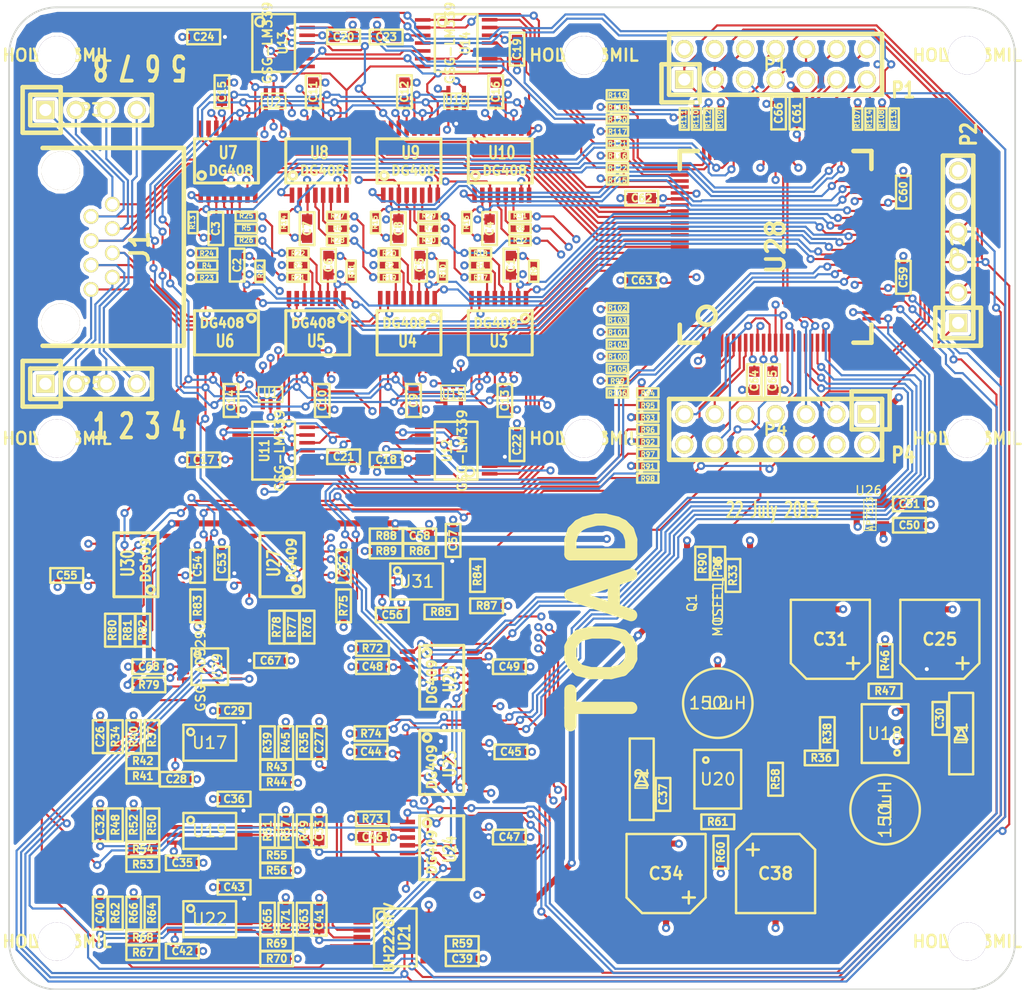
<source format=kicad_pcb>
(kicad_pcb (version 3) (host pcbnew "(2013-01-23 BZR 3920)-stable")
  (layers (15 F.Cu signal) (2 L2.Cu signal hide) (1 L3.Cu signal hide) (0 B.Cu signal hide) (18 B.Paste user) (19 F.Paste user) (20 B.SilkS user) (21 F.SilkS user) (22 B.Mask user) (23 F.Mask user) (28 Edge.Cuts user))
  (net 0 "")
  (net 1 !CPLD_CS)
  (net 2 !DAC_CSB)
  (net 3 !POT_CS)
  (net 4 !VEN)
  (net 5 +1.8V)
  (net 6 "/CPLD, ADC, potentiometer/!CTS")
  (net 7 "/CPLD, ADC, potentiometer/!DCD")
  (net 8 "/CPLD, ADC, potentiometer/!DSR")
  (net 9 "/CPLD, ADC, potentiometer/!DTR")
  (net 10 "/CPLD, ADC, potentiometer/!RI")
  (net 11 "/CPLD, ADC, potentiometer/!RTS")
  (net 12 "/CPLD, ADC, potentiometer/AD0")
  (net 13 "/CPLD, ADC, potentiometer/CLK0")
  (net 14 "/CPLD, ADC, potentiometer/CLK1")
  (net 15 "/CPLD, ADC, potentiometer/RXD")
  (net 16 "/CPLD, ADC, potentiometer/SCL")
  (net 17 "/CPLD, ADC, potentiometer/SDA")
  (net 18 "/CPLD, ADC, potentiometer/TXD")
  (net 19 3V3)
  (net 20 ADC)
  (net 21 ADC1)
  (net 22 COMP1A)
  (net 23 COMP1B)
  (net 24 COMP2A)
  (net 25 COMP2B)
  (net 26 COMP3A)
  (net 27 COMP3B)
  (net 28 COMP4A)
  (net 29 COMP4B)
  (net 30 COMP5A)
  (net 31 COMP5B)
  (net 32 COMP6A)
  (net 33 COMP6B)
  (net 34 COMP7A)
  (net 35 COMP7B)
  (net 36 COMP8A)
  (net 37 COMP8B)
  (net 38 GND)
  (net 39 MISO0)
  (net 40 MOSI0)
  (net 41 N-00000100)
  (net 42 N-00000101)
  (net 43 N-00000102)
  (net 44 N-00000103)
  (net 45 N-00000104)
  (net 46 N-00000105)
  (net 47 N-00000106)
  (net 48 N-00000110)
  (net 49 N-00000111)
  (net 50 N-00000112)
  (net 51 N-00000113)
  (net 52 N-00000114)
  (net 53 N-00000115)
  (net 54 N-00000116)
  (net 55 N-00000117)
  (net 56 N-00000118)
  (net 57 N-00000119)
  (net 58 N-00000122)
  (net 59 N-00000123)
  (net 60 N-00000124)
  (net 61 N-00000125)
  (net 62 N-00000126)
  (net 63 N-00000128)
  (net 64 N-00000129)
  (net 65 N-00000132)
  (net 66 N-00000133)
  (net 67 N-00000134)
  (net 68 N-00000135)
  (net 69 N-00000136)
  (net 70 N-00000139)
  (net 71 N-00000140)
  (net 72 N-00000141)
  (net 73 N-00000142)
  (net 74 N-00000143)
  (net 75 N-00000144)
  (net 76 N-00000145)
  (net 77 N-00000151)
  (net 78 N-00000152)
  (net 79 N-00000153)
  (net 80 N-00000154)
  (net 81 N-00000158)
  (net 82 N-00000160)
  (net 83 N-00000167)
  (net 84 N-00000168)
  (net 85 N-00000169)
  (net 86 N-00000170)
  (net 87 N-00000171)
  (net 88 N-00000175)
  (net 89 N-00000176)
  (net 90 N-00000177)
  (net 91 N-00000178)
  (net 92 N-00000179)
  (net 93 N-0000018)
  (net 94 N-00000180)
  (net 95 N-00000181)
  (net 96 N-00000182)
  (net 97 N-00000183)
  (net 98 N-0000019)
  (net 99 N-00000197)
  (net 100 N-00000198)
  (net 101 N-00000199)
  (net 102 N-00000200)
  (net 103 N-00000201)
  (net 104 N-00000202)
  (net 105 N-00000203)
  (net 106 N-00000204)
  (net 107 N-00000205)
  (net 108 N-00000206)
  (net 109 N-00000207)
  (net 110 N-00000208)
  (net 111 N-00000209)
  (net 112 N-0000021)
  (net 113 N-00000211)
  (net 114 N-00000212)
  (net 115 N-00000213)
  (net 116 N-00000214)
  (net 117 N-00000218)
  (net 118 N-00000219)
  (net 119 N-0000022)
  (net 120 N-00000224)
  (net 121 N-00000231)
  (net 122 N-00000232)
  (net 123 N-0000029)
  (net 124 N-0000033)
  (net 125 N-0000034)
  (net 126 N-0000046)
  (net 127 N-0000047)
  (net 128 N-0000048)
  (net 129 N-0000049)
  (net 130 N-0000050)
  (net 131 N-0000051)
  (net 132 N-0000052)
  (net 133 N-0000053)
  (net 134 N-0000055)
  (net 135 N-0000056)
  (net 136 N-0000057)
  (net 137 N-0000060)
  (net 138 N-0000063)
  (net 139 N-0000064)
  (net 140 N-0000065)
  (net 141 N-0000066)
  (net 142 N-0000067)
  (net 143 N-0000071)
  (net 144 N-0000072)
  (net 145 N-0000073)
  (net 146 N-0000074)
  (net 147 N-0000075)
  (net 148 N-0000078)
  (net 149 N-0000079)
  (net 150 N-0000082)
  (net 151 N-0000086)
  (net 152 N-0000087)
  (net 153 N-0000088)
  (net 154 N-0000089)
  (net 155 N-0000090)
  (net 156 N-0000091)
  (net 157 N-0000093)
  (net 158 N-0000094)
  (net 159 N-0000095)
  (net 160 N-0000098)
  (net 161 N-0000099)
  (net 162 POT1)
  (net 163 POT2)
  (net 164 POT3)
  (net 165 PSEL1A0)
  (net 166 PSEL1A1)
  (net 167 PSEL1EN)
  (net 168 PSEL2A0)
  (net 169 PSEL2A1)
  (net 170 PSEL2EN)
  (net 171 SCK0)
  (net 172 SW1A0)
  (net 173 SW1A1)
  (net 174 SW1A2)
  (net 175 SW1EN)
  (net 176 SW2A0)
  (net 177 SW2A1)
  (net 178 SW2A2)
  (net 179 SW2EN)
  (net 180 SW3A0)
  (net 181 SW3A1)
  (net 182 SW3A2)
  (net 183 SW3EN)
  (net 184 SW4A0)
  (net 185 SW4A1)
  (net 186 SW4A2)
  (net 187 SW4EN)
  (net 188 SW5A0)
  (net 189 SW5A1)
  (net 190 SW5A2)
  (net 191 SW5EN)
  (net 192 SW6A0)
  (net 193 SW6A1)
  (net 194 SW6A2)
  (net 195 SW6EN)
  (net 196 SW7A0)
  (net 197 SW7A1)
  (net 198 SW7A2)
  (net 199 SW7EN)
  (net 200 SW8A0)
  (net 201 SW8A1)
  (net 202 SW8A2)
  (net 203 SW8EN)
  (net 204 TMS)
  (net 205 V+)
  (net 206 V-)
  (net 207 V1)
  (net 208 V2)
  (net 209 V3)
  (net 210 V4)
  (net 211 V5)
  (net 212 VA)
  (net 213 VB)
  (net 214 VC)
  (net 215 VD)
  (net 216 VE)
  (net 217 VF)
  (net 218 VSEL1A0)
  (net 219 VSEL1A1)
  (net 220 VSEL1EN)
  (net 221 VSEL2A0)
  (net 222 VSEL2A1)
  (net 223 VSEL2EN)
  (net 224 VSEL3A0)
  (net 225 VSEL3A1)
  (net 226 VSEL3EN)
  (module GSG-HOLE126MIL (layer F.Cu) (at 79.7 172.3)
    (fp_text reference HOLE126MIL (at 0 0) (layer F.SilkS) (effects (font (size 1.00076 1.00076) (thickness 0.2032))))
    (fp_text value VAL** (at 0 0) (layer F.SilkS) (effects (font (size 1.00076 1.00076) (thickness 0.2032))))
    (pad "" thru_hole circle (at 0 0) (size 3.2004 3.2004) (drill 3.2004) (layers *.Cu *.Mask))
  )
  (module GSG-HOLE126MIL (layer F.Cu) (at 155.7 172.3)
    (fp_text reference HOLE126MIL (at 0 0) (layer F.SilkS) (effects (font (size 1.00076 1.00076) (thickness 0.2032))))
    (fp_text value VAL** (at 0 0) (layer F.SilkS) (effects (font (size 1.00076 1.00076) (thickness 0.2032))))
    (pad "" thru_hole circle (at 0 0) (size 3.2004 3.2004) (drill 3.2004) (layers *.Cu *.Mask))
  )
  (module GSG-VQ100 (layer F.Cu) (at 139.7 114.3 90)
    (fp_text reference U28 (at 0 0 90) (layer F.SilkS) (effects (font (size 1.524 1.524) (thickness 0.3048))))
    (fp_text value 5M80ZT100 hide)
    (pad 1 smd rect (at -8.001 -5.99948 90) (size 1.50114 0.29464) (layers F.Cu F.Paste F.Mask) (net 38 GND))
    (pad 2 smd rect (at -8.001 -5.4991 90) (size 1.50114 0.29464) (layers F.Cu F.Paste F.Mask) (net 103 N-00000201))
    (pad 3 smd rect (at -8.001 -5.00126 90) (size 1.50114 0.29464) (layers F.Cu F.Paste F.Mask) (net 91 N-00000178))
    (pad 4 smd rect (at -8.001 -4.50088 90) (size 1.50114 0.29464) (layers F.Cu F.Paste F.Mask) (net 97 N-00000183))
    (pad 5 smd rect (at -8.001 -4.0005 90) (size 1.50114 0.29464) (layers F.Cu F.Paste F.Mask) (net 96 N-00000182))
    (pad 6 smd rect (at -8.001 -3.50012 90) (size 1.50114 0.29464) (layers F.Cu F.Paste F.Mask) (net 95 N-00000181))
    (pad 7 smd rect (at -8.001 -2.99974 90) (size 1.50114 0.29464) (layers F.Cu F.Paste F.Mask) (net 10 "/CPLD, ADC, potentiometer/!RI"))
    (pad 8 smd rect (at -8.001 -2.49936 90) (size 1.50114 0.29464) (layers F.Cu F.Paste F.Mask) (net 1 !CPLD_CS))
    (pad 9 smd rect (at -8.001 -1.99898 90) (size 1.50114 0.29464) (layers F.Cu F.Paste F.Mask) (net 19 3V3))
    (pad 10 smd rect (at -8.001 -1.50114 90) (size 1.50114 0.29464) (layers F.Cu F.Paste F.Mask) (net 38 GND))
    (pad 11 smd rect (at -8.001 -1.00076 90) (size 1.50114 0.29464) (layers F.Cu F.Paste F.Mask) (net 38 GND))
    (pad 12 smd rect (at -8.001 -0.50038 90) (size 1.50114 0.29464) (layers F.Cu F.Paste F.Mask) (net 13 "/CPLD, ADC, potentiometer/CLK0"))
    (pad 13 smd rect (at -8.001 0 90) (size 1.50114 0.29464) (layers F.Cu F.Paste F.Mask) (net 5 +1.8V))
    (pad 14 smd rect (at -8.001 0.50038 90) (size 1.50114 0.29464) (layers F.Cu F.Paste F.Mask) (net 14 "/CPLD, ADC, potentiometer/CLK1"))
    (pad 15 smd rect (at -8.001 1.00076 90) (size 1.50114 0.29464) (layers F.Cu F.Paste F.Mask) (net 169 PSEL2A1))
    (pad 16 smd rect (at -8.001 1.50114 90) (size 1.50114 0.29464) (layers F.Cu F.Paste F.Mask) (net 170 PSEL2EN))
    (pad 17 smd rect (at -8.001 1.99898 90) (size 1.50114 0.29464) (layers F.Cu F.Paste F.Mask) (net 168 PSEL2A0))
    (pad 18 smd rect (at -8.001 2.49936 90) (size 1.50114 0.29464) (layers F.Cu F.Paste F.Mask) (net 224 VSEL3A0))
    (pad 19 smd rect (at -8.001 2.99974 90) (size 1.50114 0.29464) (layers F.Cu F.Paste F.Mask) (net 226 VSEL3EN))
    (pad 20 smd rect (at -8.001 3.50012 90) (size 1.50114 0.29464) (layers F.Cu F.Paste F.Mask) (net 225 VSEL3A1))
    (pad 21 smd rect (at -8.001 4.0005 90) (size 1.50114 0.29464) (layers F.Cu F.Paste F.Mask) (net 220 VSEL1EN))
    (pad 22 smd rect (at -8.001 4.50088 90) (size 1.50114 0.29464) (layers F.Cu F.Paste F.Mask) (net 204 TMS))
    (pad 23 smd rect (at -8.001 5.00126 90) (size 1.50114 0.29464) (layers F.Cu F.Paste F.Mask) (net 40 MOSI0))
    (pad 24 smd rect (at -8.001 5.4991 90) (size 1.50114 0.29464) (layers F.Cu F.Paste F.Mask) (net 171 SCK0))
    (pad 25 smd rect (at -8.001 5.99948 90) (size 1.50114 0.29464) (layers F.Cu F.Paste F.Mask) (net 39 MISO0))
    (pad 26 smd rect (at -5.99948 8.001 180) (size 1.50114 0.29464) (layers F.Cu F.Paste F.Mask) (net 219 VSEL1A1))
    (pad 27 smd rect (at -5.4991 8.001 180) (size 1.50114 0.29464) (layers F.Cu F.Paste F.Mask) (net 218 VSEL1A0))
    (pad 28 smd rect (at -5.00126 8.001 180) (size 1.50114 0.29464) (layers F.Cu F.Paste F.Mask) (net 223 VSEL2EN))
    (pad 29 smd rect (at -4.50088 8.001 180) (size 1.50114 0.29464) (layers F.Cu F.Paste F.Mask) (net 222 VSEL2A1))
    (pad 30 smd rect (at -4.0005 8.001 180) (size 1.50114 0.29464) (layers F.Cu F.Paste F.Mask) (net 221 VSEL2A0))
    (pad 31 smd rect (at -3.50012 8.001 180) (size 1.50114 0.29464) (layers F.Cu F.Paste F.Mask) (net 19 3V3))
    (pad 32 smd rect (at -2.99974 8.001 180) (size 1.50114 0.29464) (layers F.Cu F.Paste F.Mask) (net 38 GND))
    (pad 33 smd rect (at -2.49936 8.001 180) (size 1.50114 0.29464) (layers F.Cu F.Paste F.Mask) (net 165 PSEL1A0))
    (pad 34 smd rect (at -1.99898 8.001 180) (size 1.50114 0.29464) (layers F.Cu F.Paste F.Mask) (net 167 PSEL1EN))
    (pad 35 smd rect (at -1.50114 8.001 180) (size 1.50114 0.29464) (layers F.Cu F.Paste F.Mask) (net 166 PSEL1A1))
    (pad 36 smd rect (at -1.00076 8.001 180) (size 1.50114 0.29464) (layers F.Cu F.Paste F.Mask) (net 184 SW4A0))
    (pad 37 smd rect (at -0.50038 8.001 180) (size 1.50114 0.29464) (layers F.Cu F.Paste F.Mask) (net 187 SW4EN))
    (pad 38 smd rect (at 0 8.001 180) (size 1.50114 0.29464) (layers F.Cu F.Paste F.Mask) (net 180 SW3A0))
    (pad 39 smd rect (at 0.50038 8.001 180) (size 1.50114 0.29464) (layers F.Cu F.Paste F.Mask) (net 183 SW3EN))
    (pad 40 smd rect (at 1.00076 8.001 180) (size 1.50114 0.29464) (layers F.Cu F.Paste F.Mask) (net 176 SW2A0))
    (pad 41 smd rect (at 1.50114 8.001 180) (size 1.50114 0.29464) (layers F.Cu F.Paste F.Mask) (net 179 SW2EN))
    (pad 42 smd rect (at 1.99898 8.001 180) (size 1.50114 0.29464) (layers F.Cu F.Paste F.Mask) (net 172 SW1A0))
    (pad 43 smd rect (at 2.49936 8.001 180) (size 1.50114 0.29464) (layers F.Cu F.Paste F.Mask) (net 175 SW1EN))
    (pad 44 smd rect (at 2.99974 8.001 180) (size 1.50114 0.29464) (layers F.Cu F.Paste F.Mask) (net 203 SW8EN))
    (pad 45 smd rect (at 3.50012 8.001 180) (size 1.50114 0.29464) (layers F.Cu F.Paste F.Mask) (net 19 3V3))
    (pad 46 smd rect (at 4.0005 8.001 180) (size 1.50114 0.29464) (layers F.Cu F.Paste F.Mask) (net 38 GND))
    (pad 47 smd rect (at 4.50088 8.001 180) (size 1.50114 0.29464) (layers F.Cu F.Paste F.Mask) (net 200 SW8A0))
    (pad 48 smd rect (at 5.00126 8.001 180) (size 1.50114 0.29464) (layers F.Cu F.Paste F.Mask) (net 199 SW7EN))
    (pad 49 smd rect (at 5.4991 8.001 180) (size 1.50114 0.29464) (layers F.Cu F.Paste F.Mask) (net 196 SW7A0))
    (pad 50 smd rect (at 5.99948 8.001 180) (size 1.50114 0.29464) (layers F.Cu F.Paste F.Mask) (net 102 N-00000200))
    (pad 51 smd rect (at 8.001 5.99948 90) (size 1.50114 0.29464) (layers F.Cu F.Paste F.Mask) (net 115 N-00000213))
    (pad 52 smd rect (at 8.001 5.4991 90) (size 1.50114 0.29464) (layers F.Cu F.Paste F.Mask) (net 195 SW6EN))
    (pad 53 smd rect (at 8.001 5.00126 90) (size 1.50114 0.29464) (layers F.Cu F.Paste F.Mask) (net 192 SW6A0))
    (pad 54 smd rect (at 8.001 4.50088 90) (size 1.50114 0.29464) (layers F.Cu F.Paste F.Mask) (net 7 "/CPLD, ADC, potentiometer/!DCD"))
    (pad 55 smd rect (at 8.001 4.0005 90) (size 1.50114 0.29464) (layers F.Cu F.Paste F.Mask) (net 18 "/CPLD, ADC, potentiometer/TXD"))
    (pad 56 smd rect (at 8.001 3.50012 90) (size 1.50114 0.29464) (layers F.Cu F.Paste F.Mask) (net 8 "/CPLD, ADC, potentiometer/!DSR"))
    (pad 57 smd rect (at 8.001 2.99974 90) (size 1.50114 0.29464) (layers F.Cu F.Paste F.Mask) (net 15 "/CPLD, ADC, potentiometer/RXD"))
    (pad 58 smd rect (at 8.001 2.49936 90) (size 1.50114 0.29464) (layers F.Cu F.Paste F.Mask) (net 6 "/CPLD, ADC, potentiometer/!CTS"))
    (pad 59 smd rect (at 8.001 1.99898 90) (size 1.50114 0.29464) (layers F.Cu F.Paste F.Mask) (net 19 3V3))
    (pad 60 smd rect (at 8.001 1.50114 90) (size 1.50114 0.29464) (layers F.Cu F.Paste F.Mask) (net 38 GND))
    (pad 61 smd rect (at 8.001 1.00076 90) (size 1.50114 0.29464) (layers F.Cu F.Paste F.Mask) (net 17 "/CPLD, ADC, potentiometer/SDA"))
    (pad 62 smd rect (at 8.001 0.50038 90) (size 1.50114 0.29464) (layers F.Cu F.Paste F.Mask) (net 16 "/CPLD, ADC, potentiometer/SCL"))
    (pad 63 smd rect (at 8.001 0 90) (size 1.50114 0.29464) (layers F.Cu F.Paste F.Mask) (net 5 +1.8V))
    (pad 64 smd rect (at 8.001 -0.50038 90) (size 1.50114 0.29464) (layers F.Cu F.Paste F.Mask) (net 171 SCK0))
    (pad 65 smd rect (at 8.001 -1.00076 90) (size 1.50114 0.29464) (layers F.Cu F.Paste F.Mask) (net 38 GND))
    (pad 66 smd rect (at 8.001 -1.50114 90) (size 1.50114 0.29464) (layers F.Cu F.Paste F.Mask) (net 11 "/CPLD, ADC, potentiometer/!RTS"))
    (pad 67 smd rect (at 8.001 -1.99898 90) (size 1.50114 0.29464) (layers F.Cu F.Paste F.Mask) (net 9 "/CPLD, ADC, potentiometer/!DTR"))
    (pad 68 smd rect (at 8.001 -2.49936 90) (size 1.50114 0.29464) (layers F.Cu F.Paste F.Mask) (net 40 MOSI0))
    (pad 69 smd rect (at 8.001 -2.99974 90) (size 1.50114 0.29464) (layers F.Cu F.Paste F.Mask) (net 39 MISO0))
    (pad 70 smd rect (at 8.001 -3.50012 90) (size 1.50114 0.29464) (layers F.Cu F.Paste F.Mask) (net 191 SW5EN))
    (pad 71 smd rect (at 8.001 -4.0005 90) (size 1.50114 0.29464) (layers F.Cu F.Paste F.Mask) (net 188 SW5A0))
    (pad 72 smd rect (at 8.001 -4.50088 90) (size 1.50114 0.29464) (layers F.Cu F.Paste F.Mask) (net 118 N-00000219))
    (pad 73 smd rect (at 8.001 -5.00126 90) (size 1.50114 0.29464) (layers F.Cu F.Paste F.Mask) (net 116 N-00000214))
    (pad 74 smd rect (at 8.001 -5.4991 90) (size 1.50114 0.29464) (layers F.Cu F.Paste F.Mask) (net 101 N-00000199))
    (pad 75 smd rect (at 8.001 -5.99948 90) (size 1.50114 0.29464) (layers F.Cu F.Paste F.Mask) (net 117 N-00000218))
    (pad 76 smd rect (at 5.99948 -8.001 180) (size 1.50114 0.29464) (layers F.Cu F.Paste F.Mask) (net 100 N-00000198))
    (pad 77 smd rect (at 5.4991 -8.001 180) (size 1.50114 0.29464) (layers F.Cu F.Paste F.Mask) (net 99 N-00000197))
    (pad 78 smd rect (at 5.00126 -8.001 180) (size 1.50114 0.29464) (layers F.Cu F.Paste F.Mask) (net 202 SW8A2))
    (pad 79 smd rect (at 4.50088 -8.001 180) (size 1.50114 0.29464) (layers F.Cu F.Paste F.Mask) (net 38 GND))
    (pad 80 smd rect (at 4.0005 -8.001 180) (size 1.50114 0.29464) (layers F.Cu F.Paste F.Mask) (net 19 3V3))
    (pad 81 smd rect (at 3.50012 -8.001 180) (size 1.50114 0.29464) (layers F.Cu F.Paste F.Mask) (net 201 SW8A1))
    (pad 82 smd rect (at 2.99974 -8.001 180) (size 1.50114 0.29464) (layers F.Cu F.Paste F.Mask) (net 198 SW7A2))
    (pad 83 smd rect (at 2.49936 -8.001 180) (size 1.50114 0.29464) (layers F.Cu F.Paste F.Mask) (net 197 SW7A1))
    (pad 84 smd rect (at 1.99898 -8.001 180) (size 1.50114 0.29464) (layers F.Cu F.Paste F.Mask) (net 194 SW6A2))
    (pad 85 smd rect (at 1.50114 -8.001 180) (size 1.50114 0.29464) (layers F.Cu F.Paste F.Mask) (net 193 SW6A1))
    (pad 86 smd rect (at 1.00076 -8.001 180) (size 1.50114 0.29464) (layers F.Cu F.Paste F.Mask) (net 190 SW5A2))
    (pad 87 smd rect (at 0.50038 -8.001 180) (size 1.50114 0.29464) (layers F.Cu F.Paste F.Mask) (net 189 SW5A1))
    (pad 88 smd rect (at 0 -8.001 180) (size 1.50114 0.29464) (layers F.Cu F.Paste F.Mask) (net 186 SW4A2))
    (pad 89 smd rect (at -0.50038 -8.001 180) (size 1.50114 0.29464) (layers F.Cu F.Paste F.Mask) (net 185 SW4A1))
    (pad 90 smd rect (at -1.00076 -8.001 180) (size 1.50114 0.29464) (layers F.Cu F.Paste F.Mask) (net 182 SW3A2))
    (pad 91 smd rect (at -1.50114 -8.001 180) (size 1.50114 0.29464) (layers F.Cu F.Paste F.Mask) (net 181 SW3A1))
    (pad 92 smd rect (at -1.99898 -8.001 180) (size 1.50114 0.29464) (layers F.Cu F.Paste F.Mask) (net 178 SW2A2))
    (pad 93 smd rect (at -2.49936 -8.001 180) (size 1.50114 0.29464) (layers F.Cu F.Paste F.Mask) (net 38 GND))
    (pad 94 smd rect (at -2.99974 -8.001 180) (size 1.50114 0.29464) (layers F.Cu F.Paste F.Mask) (net 19 3V3))
    (pad 95 smd rect (at -3.50012 -8.001 180) (size 1.50114 0.29464) (layers F.Cu F.Paste F.Mask) (net 177 SW2A1))
    (pad 96 smd rect (at -4.0005 -8.001 180) (size 1.50114 0.29464) (layers F.Cu F.Paste F.Mask) (net 174 SW1A2))
    (pad 97 smd rect (at -4.50088 -8.001 180) (size 1.50114 0.29464) (layers F.Cu F.Paste F.Mask) (net 173 SW1A1))
    (pad 98 smd rect (at -5.00126 -8.001 180) (size 1.50114 0.29464) (layers F.Cu F.Paste F.Mask) (net 90 N-00000177))
    (pad 99 smd rect (at -5.4991 -8.001 180) (size 1.50114 0.29464) (layers F.Cu F.Paste F.Mask) (net 94 N-00000180))
    (pad 100 smd rect (at -5.99948 -8.001 180) (size 1.50114 0.29464) (layers F.Cu F.Paste F.Mask) (net 92 N-00000179))
  )
  (module GSG-HOLE126MIL (layer F.Cu) (at 79.7 98.3)
    (fp_text reference HOLE126MIL (at 0 0) (layer F.SilkS) (effects (font (size 1.00076 1.00076) (thickness 0.2032))))
    (fp_text value VAL** (at 0 0) (layer F.SilkS) (effects (font (size 1.00076 1.00076) (thickness 0.2032))))
    (pad "" thru_hole circle (at 0 0) (size 3.2004 3.2004) (drill 3.2004) (layers *.Cu *.Mask))
  )
  (module TSSOP16 (layer F.Cu) (at 93.726 121.412 180)
    (fp_text reference U6 (at 0 -0.7493 180) (layer F.SilkS) (effects (font (size 1.016 0.762) (thickness 0.1905))))
    (fp_text value DG408 (at 0.24892 0.7493 180) (layer F.SilkS) (effects (font (size 0.762 0.762) (thickness 0.1905))))
    (pad 1 smd rect (at -2.27584 2.79908 180) (size 0.381 1.27) (layers F.Cu F.Paste F.Mask) (net 184 SW4A0))
    (pad 2 smd rect (at -1.6256 2.79908 180) (size 0.381 1.27) (layers F.Cu F.Paste F.Mask) (net 187 SW4EN))
    (pad 3 smd rect (at -0.97536 2.79908 180) (size 0.381 1.27) (layers F.Cu F.Paste F.Mask) (net 150 N-0000082))
    (pad 4 smd rect (at -0.32512 2.79908 180) (size 0.381 1.27) (layers F.Cu F.Paste F.Mask) (net 42 N-00000101))
    (pad 5 smd rect (at 0.32512 2.79908 180) (size 0.381 1.27) (layers F.Cu F.Paste F.Mask) (net 41 N-00000100))
    (pad 6 smd rect (at 0.97536 2.79908 180) (size 0.381 1.27) (layers F.Cu F.Paste F.Mask) (net 46 N-00000105))
    (pad 7 smd rect (at 1.6256 2.79908 180) (size 0.381 1.27) (layers F.Cu F.Paste F.Mask) (net 38 GND))
    (pad 8 smd rect (at 2.27584 2.79908 180) (size 0.381 1.27) (layers F.Cu F.Paste F.Mask) (net 154 N-0000089))
    (pad 9 smd rect (at 2.27584 -2.79908 180) (size 0.381 1.27) (layers F.Cu F.Paste F.Mask) (net 93 N-0000018))
    (pad 10 smd rect (at 1.6256 -2.79908 180) (size 0.381 1.27) (layers F.Cu F.Paste F.Mask) (net 162 POT1))
    (pad 11 smd rect (at 0.97536 -2.79908 180) (size 0.381 1.27) (layers F.Cu F.Paste F.Mask) (net 163 POT2))
    (pad 12 smd rect (at 0.32512 -2.79908 180) (size 0.381 1.27) (layers F.Cu F.Paste F.Mask) (net 21 ADC1))
    (pad 13 smd rect (at -0.32512 -2.79908 180) (size 0.381 1.27) (layers F.Cu F.Paste F.Mask) (net 128 N-0000048))
    (pad 14 smd rect (at -0.97536 -2.79908 180) (size 0.381 1.27) (layers F.Cu F.Paste F.Mask) (net 38 GND))
    (pad 15 smd rect (at -1.6256 -2.79908 180) (size 0.381 1.27) (layers F.Cu F.Paste F.Mask) (net 186 SW4A2))
    (pad 16 smd rect (at -2.27584 -2.79908 180) (size 0.381 1.27) (layers F.Cu F.Paste F.Mask) (net 185 SW4A1))
  )
  (module TSSOP16 (layer F.Cu) (at 86.36 140.716 90)
    (fp_text reference U30 (at 0 -0.7493 90) (layer F.SilkS) (effects (font (size 1.016 0.762) (thickness 0.1905))))
    (fp_text value DG409 (at 0.24892 0.7493 90) (layer F.SilkS) (effects (font (size 0.762 0.762) (thickness 0.1905))))
    (pad 1 smd rect (at -2.27584 2.79908 90) (size 0.381 1.27) (layers F.Cu F.Paste F.Mask) (net 168 PSEL2A0))
    (pad 2 smd rect (at -1.6256 2.79908 90) (size 0.381 1.27) (layers F.Cu F.Paste F.Mask) (net 170 PSEL2EN))
    (pad 3 smd rect (at -0.97536 2.79908 90) (size 0.381 1.27) (layers F.Cu F.Paste F.Mask) (net 206 V-))
    (pad 4 smd rect (at -0.32512 2.79908 90) (size 0.381 1.27) (layers F.Cu F.Paste F.Mask) (net 113 N-00000211))
    (pad 5 smd rect (at 0.32512 2.79908 90) (size 0.381 1.27) (layers F.Cu F.Paste F.Mask) (net 105 N-00000203))
    (pad 6 smd rect (at 0.97536 2.79908 90) (size 0.381 1.27) (layers F.Cu F.Paste F.Mask) (net 104 N-00000202))
    (pad 7 smd rect (at 1.6256 2.79908 90) (size 0.381 1.27) (layers F.Cu F.Paste F.Mask) (net 114 N-00000212))
    (pad 8 smd rect (at 2.27584 2.79908 90) (size 0.381 1.27) (layers F.Cu F.Paste F.Mask) (net 110 N-00000208))
    (pad 9 smd rect (at 2.27584 -2.79908 90) (size 0.381 1.27) (layers F.Cu F.Paste F.Mask) (net 110 N-00000208))
    (pad 10 smd rect (at 1.6256 -2.79908 90) (size 0.381 1.27) (layers F.Cu F.Paste F.Mask) (net 38 GND))
    (pad 11 smd rect (at 0.97536 -2.79908 90) (size 0.381 1.27) (layers F.Cu F.Paste F.Mask) (net 217 VF))
    (pad 12 smd rect (at 0.32512 -2.79908 90) (size 0.381 1.27) (layers F.Cu F.Paste F.Mask) (net 215 VD))
    (pad 13 smd rect (at -0.32512 -2.79908 90) (size 0.381 1.27) (layers F.Cu F.Paste F.Mask) (net 163 POT2))
    (pad 14 smd rect (at -0.97536 -2.79908 90) (size 0.381 1.27) (layers F.Cu F.Paste F.Mask) (net 205 V+))
    (pad 15 smd rect (at -1.6256 -2.79908 90) (size 0.381 1.27) (layers F.Cu F.Paste F.Mask) (net 38 GND))
    (pad 16 smd rect (at -2.27584 -2.79908 90) (size 0.381 1.27) (layers F.Cu F.Paste F.Mask) (net 169 PSEL2A1))
  )
  (module TSSOP16 (layer F.Cu) (at 98.552 140.716 90)
    (fp_text reference U27 (at 0 -0.7493 90) (layer F.SilkS) (effects (font (size 1.016 0.762) (thickness 0.1905))))
    (fp_text value DG409 (at 0.24892 0.7493 90) (layer F.SilkS) (effects (font (size 0.762 0.762) (thickness 0.1905))))
    (pad 1 smd rect (at -2.27584 2.79908 90) (size 0.381 1.27) (layers F.Cu F.Paste F.Mask) (net 165 PSEL1A0))
    (pad 2 smd rect (at -1.6256 2.79908 90) (size 0.381 1.27) (layers F.Cu F.Paste F.Mask) (net 167 PSEL1EN))
    (pad 3 smd rect (at -0.97536 2.79908 90) (size 0.381 1.27) (layers F.Cu F.Paste F.Mask) (net 206 V-))
    (pad 4 smd rect (at -0.32512 2.79908 90) (size 0.381 1.27) (layers F.Cu F.Paste F.Mask) (net 162 POT1))
    (pad 5 smd rect (at 0.32512 2.79908 90) (size 0.381 1.27) (layers F.Cu F.Paste F.Mask) (net 214 VC))
    (pad 6 smd rect (at 0.97536 2.79908 90) (size 0.381 1.27) (layers F.Cu F.Paste F.Mask) (net 216 VE))
    (pad 7 smd rect (at 1.6256 2.79908 90) (size 0.381 1.27) (layers F.Cu F.Paste F.Mask) (net 38 GND))
    (pad 8 smd rect (at 2.27584 2.79908 90) (size 0.381 1.27) (layers F.Cu F.Paste F.Mask) (net 111 N-00000209))
    (pad 9 smd rect (at 2.27584 -2.79908 90) (size 0.381 1.27) (layers F.Cu F.Paste F.Mask) (net 111 N-00000209))
    (pad 10 smd rect (at 1.6256 -2.79908 90) (size 0.381 1.27) (layers F.Cu F.Paste F.Mask) (net 109 N-00000207))
    (pad 11 smd rect (at 0.97536 -2.79908 90) (size 0.381 1.27) (layers F.Cu F.Paste F.Mask) (net 108 N-00000206))
    (pad 12 smd rect (at 0.32512 -2.79908 90) (size 0.381 1.27) (layers F.Cu F.Paste F.Mask) (net 107 N-00000205))
    (pad 13 smd rect (at -0.32512 -2.79908 90) (size 0.381 1.27) (layers F.Cu F.Paste F.Mask) (net 106 N-00000204))
    (pad 14 smd rect (at -0.97536 -2.79908 90) (size 0.381 1.27) (layers F.Cu F.Paste F.Mask) (net 205 V+))
    (pad 15 smd rect (at -1.6256 -2.79908 90) (size 0.381 1.27) (layers F.Cu F.Paste F.Mask) (net 38 GND))
    (pad 16 smd rect (at -2.27584 -2.79908 90) (size 0.381 1.27) (layers F.Cu F.Paste F.Mask) (net 166 PSEL1A1))
  )
  (module TSSOP16 (layer F.Cu) (at 111.76 150.368 270)
    (fp_text reference U25 (at 0 -0.7493 270) (layer F.SilkS) (effects (font (size 1.016 0.762) (thickness 0.1905))))
    (fp_text value DG409 (at 0.24892 0.7493 270) (layer F.SilkS) (effects (font (size 0.762 0.762) (thickness 0.1905))))
    (pad 1 smd rect (at -2.27584 2.79908 270) (size 0.381 1.27) (layers F.Cu F.Paste F.Mask) (net 224 VSEL3A0))
    (pad 2 smd rect (at -1.6256 2.79908 270) (size 0.381 1.27) (layers F.Cu F.Paste F.Mask) (net 226 VSEL3EN))
    (pad 3 smd rect (at -0.97536 2.79908 270) (size 0.381 1.27) (layers F.Cu F.Paste F.Mask) (net 206 V-))
    (pad 4 smd rect (at -0.32512 2.79908 270) (size 0.381 1.27) (layers F.Cu F.Paste F.Mask) (net 38 GND))
    (pad 5 smd rect (at 0.32512 2.79908 270) (size 0.381 1.27) (layers F.Cu F.Paste F.Mask) (net 162 POT1))
    (pad 6 smd rect (at 0.97536 2.79908 270) (size 0.381 1.27) (layers F.Cu F.Paste F.Mask) (net 164 POT3))
    (pad 7 smd rect (at 1.6256 2.79908 270) (size 0.381 1.27) (layers F.Cu F.Paste F.Mask) (net 21 ADC1))
    (pad 8 smd rect (at 2.27584 2.79908 270) (size 0.381 1.27) (layers F.Cu F.Paste F.Mask) (net 20 ADC))
    (pad 9 smd rect (at 2.27584 -2.79908 270) (size 0.381 1.27) (layers F.Cu F.Paste F.Mask) (net 211 V5))
    (pad 10 smd rect (at 1.6256 -2.79908 270) (size 0.381 1.27) (layers F.Cu F.Paste F.Mask) (net 217 VF))
    (pad 11 smd rect (at 0.97536 -2.79908 270) (size 0.381 1.27) (layers F.Cu F.Paste F.Mask) (net 216 VE))
    (pad 12 smd rect (at 0.32512 -2.79908 270) (size 0.381 1.27) (layers F.Cu F.Paste F.Mask) (net 215 VD))
    (pad 13 smd rect (at -0.32512 -2.79908 270) (size 0.381 1.27) (layers F.Cu F.Paste F.Mask) (net 214 VC))
    (pad 14 smd rect (at -0.97536 -2.79908 270) (size 0.381 1.27) (layers F.Cu F.Paste F.Mask) (net 205 V+))
    (pad 15 smd rect (at -1.6256 -2.79908 270) (size 0.381 1.27) (layers F.Cu F.Paste F.Mask) (net 38 GND))
    (pad 16 smd rect (at -2.27584 -2.79908 270) (size 0.381 1.27) (layers F.Cu F.Paste F.Mask) (net 225 VSEL3A1))
  )
  (module TSSOP16 (layer F.Cu) (at 111.76 164.592 270)
    (fp_text reference U24 (at 0 -0.7493 270) (layer F.SilkS) (effects (font (size 1.016 0.762) (thickness 0.1905))))
    (fp_text value DG409 (at 0.24892 0.7493 270) (layer F.SilkS) (effects (font (size 0.762 0.762) (thickness 0.1905))))
    (pad 1 smd rect (at -2.27584 2.79908 270) (size 0.381 1.27) (layers F.Cu F.Paste F.Mask) (net 221 VSEL2A0))
    (pad 2 smd rect (at -1.6256 2.79908 270) (size 0.381 1.27) (layers F.Cu F.Paste F.Mask) (net 223 VSEL2EN))
    (pad 3 smd rect (at -0.97536 2.79908 270) (size 0.381 1.27) (layers F.Cu F.Paste F.Mask) (net 206 V-))
    (pad 4 smd rect (at -0.32512 2.79908 270) (size 0.381 1.27) (layers F.Cu F.Paste F.Mask) (net 214 VC))
    (pad 5 smd rect (at 0.32512 2.79908 270) (size 0.381 1.27) (layers F.Cu F.Paste F.Mask) (net 216 VE))
    (pad 6 smd rect (at 0.97536 2.79908 270) (size 0.381 1.27) (layers F.Cu F.Paste F.Mask) (net 217 VF))
    (pad 7 smd rect (at 1.6256 2.79908 270) (size 0.381 1.27) (layers F.Cu F.Paste F.Mask) (net 19 3V3))
    (pad 8 smd rect (at 2.27584 2.79908 270) (size 0.381 1.27) (layers F.Cu F.Paste F.Mask) (net 209 V3))
    (pad 9 smd rect (at 2.27584 -2.79908 270) (size 0.381 1.27) (layers F.Cu F.Paste F.Mask) (net 210 V4))
    (pad 10 smd rect (at 1.6256 -2.79908 270) (size 0.381 1.27) (layers F.Cu F.Paste F.Mask) (net 217 VF))
    (pad 11 smd rect (at 0.97536 -2.79908 270) (size 0.381 1.27) (layers F.Cu F.Paste F.Mask) (net 216 VE))
    (pad 12 smd rect (at 0.32512 -2.79908 270) (size 0.381 1.27) (layers F.Cu F.Paste F.Mask) (net 215 VD))
    (pad 13 smd rect (at -0.32512 -2.79908 270) (size 0.381 1.27) (layers F.Cu F.Paste F.Mask) (net 214 VC))
    (pad 14 smd rect (at -0.97536 -2.79908 270) (size 0.381 1.27) (layers F.Cu F.Paste F.Mask) (net 205 V+))
    (pad 15 smd rect (at -1.6256 -2.79908 270) (size 0.381 1.27) (layers F.Cu F.Paste F.Mask) (net 38 GND))
    (pad 16 smd rect (at -2.27584 -2.79908 270) (size 0.381 1.27) (layers F.Cu F.Paste F.Mask) (net 222 VSEL2A1))
  )
  (module TSSOP16 (layer F.Cu) (at 116.84 107.188)
    (fp_text reference U10 (at 0 -0.7493) (layer F.SilkS) (effects (font (size 1.016 0.762) (thickness 0.1905))))
    (fp_text value DG408 (at 0.24892 0.7493) (layer F.SilkS) (effects (font (size 0.762 0.762) (thickness 0.1905))))
    (pad 1 smd rect (at -2.27584 2.79908) (size 0.381 1.27) (layers F.Cu F.Paste F.Mask) (net 200 SW8A0))
    (pad 2 smd rect (at -1.6256 2.79908) (size 0.381 1.27) (layers F.Cu F.Paste F.Mask) (net 203 SW8EN))
    (pad 3 smd rect (at -0.97536 2.79908) (size 0.381 1.27) (layers F.Cu F.Paste F.Mask) (net 129 N-0000049))
    (pad 4 smd rect (at -0.32512 2.79908) (size 0.381 1.27) (layers F.Cu F.Paste F.Mask) (net 48 N-00000110))
    (pad 5 smd rect (at 0.32512 2.79908) (size 0.381 1.27) (layers F.Cu F.Paste F.Mask) (net 50 N-00000112))
    (pad 6 smd rect (at 0.97536 2.79908) (size 0.381 1.27) (layers F.Cu F.Paste F.Mask) (net 52 N-00000114))
    (pad 7 smd rect (at 1.6256 2.79908) (size 0.381 1.27) (layers F.Cu F.Paste F.Mask) (net 38 GND))
    (pad 8 smd rect (at 2.27584 2.79908) (size 0.381 1.27) (layers F.Cu F.Paste F.Mask) (net 156 N-0000091))
    (pad 9 smd rect (at 2.27584 -2.79908) (size 0.381 1.27) (layers F.Cu F.Paste F.Mask) (net 47 N-00000106))
    (pad 10 smd rect (at 1.6256 -2.79908) (size 0.381 1.27) (layers F.Cu F.Paste F.Mask) (net 162 POT1))
    (pad 11 smd rect (at 0.97536 -2.79908) (size 0.381 1.27) (layers F.Cu F.Paste F.Mask) (net 163 POT2))
    (pad 12 smd rect (at 0.32512 -2.79908) (size 0.381 1.27) (layers F.Cu F.Paste F.Mask) (net 21 ADC1))
    (pad 13 smd rect (at -0.32512 -2.79908) (size 0.381 1.27) (layers F.Cu F.Paste F.Mask) (net 126 N-0000046))
    (pad 14 smd rect (at -0.97536 -2.79908) (size 0.381 1.27) (layers F.Cu F.Paste F.Mask) (net 38 GND))
    (pad 15 smd rect (at -1.6256 -2.79908) (size 0.381 1.27) (layers F.Cu F.Paste F.Mask) (net 202 SW8A2))
    (pad 16 smd rect (at -2.27584 -2.79908) (size 0.381 1.27) (layers F.Cu F.Paste F.Mask) (net 201 SW8A1))
  )
  (module TSSOP16 (layer F.Cu) (at 109.22 107.188)
    (fp_text reference U9 (at 0 -0.7493) (layer F.SilkS) (effects (font (size 1.016 0.762) (thickness 0.1905))))
    (fp_text value DG408 (at 0.24892 0.7493) (layer F.SilkS) (effects (font (size 0.762 0.762) (thickness 0.1905))))
    (pad 1 smd rect (at -2.27584 2.79908) (size 0.381 1.27) (layers F.Cu F.Paste F.Mask) (net 196 SW7A0))
    (pad 2 smd rect (at -1.6256 2.79908) (size 0.381 1.27) (layers F.Cu F.Paste F.Mask) (net 199 SW7EN))
    (pad 3 smd rect (at -0.97536 2.79908) (size 0.381 1.27) (layers F.Cu F.Paste F.Mask) (net 130 N-0000050))
    (pad 4 smd rect (at -0.32512 2.79908) (size 0.381 1.27) (layers F.Cu F.Paste F.Mask) (net 148 N-0000078))
    (pad 5 smd rect (at 0.32512 2.79908) (size 0.381 1.27) (layers F.Cu F.Paste F.Mask) (net 161 N-0000099))
    (pad 6 smd rect (at 0.97536 2.79908) (size 0.381 1.27) (layers F.Cu F.Paste F.Mask) (net 53 N-00000115))
    (pad 7 smd rect (at 1.6256 2.79908) (size 0.381 1.27) (layers F.Cu F.Paste F.Mask) (net 38 GND))
    (pad 8 smd rect (at 2.27584 2.79908) (size 0.381 1.27) (layers F.Cu F.Paste F.Mask) (net 160 N-0000098))
    (pad 9 smd rect (at 2.27584 -2.79908) (size 0.381 1.27) (layers F.Cu F.Paste F.Mask) (net 119 N-0000022))
    (pad 10 smd rect (at 1.6256 -2.79908) (size 0.381 1.27) (layers F.Cu F.Paste F.Mask) (net 162 POT1))
    (pad 11 smd rect (at 0.97536 -2.79908) (size 0.381 1.27) (layers F.Cu F.Paste F.Mask) (net 163 POT2))
    (pad 12 smd rect (at 0.32512 -2.79908) (size 0.381 1.27) (layers F.Cu F.Paste F.Mask) (net 21 ADC1))
    (pad 13 smd rect (at -0.32512 -2.79908) (size 0.381 1.27) (layers F.Cu F.Paste F.Mask) (net 127 N-0000047))
    (pad 14 smd rect (at -0.97536 -2.79908) (size 0.381 1.27) (layers F.Cu F.Paste F.Mask) (net 38 GND))
    (pad 15 smd rect (at -1.6256 -2.79908) (size 0.381 1.27) (layers F.Cu F.Paste F.Mask) (net 198 SW7A2))
    (pad 16 smd rect (at -2.27584 -2.79908) (size 0.381 1.27) (layers F.Cu F.Paste F.Mask) (net 197 SW7A1))
  )
  (module TSSOP16 (layer F.Cu) (at 101.6 107.188)
    (fp_text reference U8 (at 0 -0.7493) (layer F.SilkS) (effects (font (size 1.016 0.762) (thickness 0.1905))))
    (fp_text value DG408 (at 0.24892 0.7493) (layer F.SilkS) (effects (font (size 0.762 0.762) (thickness 0.1905))))
    (pad 1 smd rect (at -2.27584 2.79908) (size 0.381 1.27) (layers F.Cu F.Paste F.Mask) (net 192 SW6A0))
    (pad 2 smd rect (at -1.6256 2.79908) (size 0.381 1.27) (layers F.Cu F.Paste F.Mask) (net 195 SW6EN))
    (pad 3 smd rect (at -0.97536 2.79908) (size 0.381 1.27) (layers F.Cu F.Paste F.Mask) (net 143 N-0000071))
    (pad 4 smd rect (at -0.32512 2.79908) (size 0.381 1.27) (layers F.Cu F.Paste F.Mask) (net 144 N-0000072))
    (pad 5 smd rect (at 0.32512 2.79908) (size 0.381 1.27) (layers F.Cu F.Paste F.Mask) (net 145 N-0000073))
    (pad 6 smd rect (at 0.97536 2.79908) (size 0.381 1.27) (layers F.Cu F.Paste F.Mask) (net 45 N-00000104))
    (pad 7 smd rect (at 1.6256 2.79908) (size 0.381 1.27) (layers F.Cu F.Paste F.Mask) (net 38 GND))
    (pad 8 smd rect (at 2.27584 2.79908) (size 0.381 1.27) (layers F.Cu F.Paste F.Mask) (net 124 N-0000033))
    (pad 9 smd rect (at 2.27584 -2.79908) (size 0.381 1.27) (layers F.Cu F.Paste F.Mask) (net 147 N-0000075))
    (pad 10 smd rect (at 1.6256 -2.79908) (size 0.381 1.27) (layers F.Cu F.Paste F.Mask) (net 162 POT1))
    (pad 11 smd rect (at 0.97536 -2.79908) (size 0.381 1.27) (layers F.Cu F.Paste F.Mask) (net 163 POT2))
    (pad 12 smd rect (at 0.32512 -2.79908) (size 0.381 1.27) (layers F.Cu F.Paste F.Mask) (net 21 ADC1))
    (pad 13 smd rect (at -0.32512 -2.79908) (size 0.381 1.27) (layers F.Cu F.Paste F.Mask) (net 132 N-0000052))
    (pad 14 smd rect (at -0.97536 -2.79908) (size 0.381 1.27) (layers F.Cu F.Paste F.Mask) (net 38 GND))
    (pad 15 smd rect (at -1.6256 -2.79908) (size 0.381 1.27) (layers F.Cu F.Paste F.Mask) (net 194 SW6A2))
    (pad 16 smd rect (at -2.27584 -2.79908) (size 0.381 1.27) (layers F.Cu F.Paste F.Mask) (net 193 SW6A1))
  )
  (module TSSOP16 (layer F.Cu) (at 93.98 107.188)
    (fp_text reference U7 (at 0 -0.7493) (layer F.SilkS) (effects (font (size 1.016 0.762) (thickness 0.1905))))
    (fp_text value DG408 (at 0.24892 0.7493) (layer F.SilkS) (effects (font (size 0.762 0.762) (thickness 0.1905))))
    (pad 1 smd rect (at -2.27584 2.79908) (size 0.381 1.27) (layers F.Cu F.Paste F.Mask) (net 188 SW5A0))
    (pad 2 smd rect (at -1.6256 2.79908) (size 0.381 1.27) (layers F.Cu F.Paste F.Mask) (net 191 SW5EN))
    (pad 3 smd rect (at -0.97536 2.79908) (size 0.381 1.27) (layers F.Cu F.Paste F.Mask) (net 151 N-0000086))
    (pad 4 smd rect (at -0.32512 2.79908) (size 0.381 1.27) (layers F.Cu F.Paste F.Mask) (net 152 N-0000087))
    (pad 5 smd rect (at 0.32512 2.79908) (size 0.381 1.27) (layers F.Cu F.Paste F.Mask) (net 153 N-0000088))
    (pad 6 smd rect (at 0.97536 2.79908) (size 0.381 1.27) (layers F.Cu F.Paste F.Mask) (net 146 N-0000074))
    (pad 7 smd rect (at 1.6256 2.79908) (size 0.381 1.27) (layers F.Cu F.Paste F.Mask) (net 38 GND))
    (pad 8 smd rect (at 2.27584 2.79908) (size 0.381 1.27) (layers F.Cu F.Paste F.Mask) (net 142 N-0000067))
    (pad 9 smd rect (at 2.27584 -2.79908) (size 0.381 1.27) (layers F.Cu F.Paste F.Mask) (net 123 N-0000029))
    (pad 10 smd rect (at 1.6256 -2.79908) (size 0.381 1.27) (layers F.Cu F.Paste F.Mask) (net 162 POT1))
    (pad 11 smd rect (at 0.97536 -2.79908) (size 0.381 1.27) (layers F.Cu F.Paste F.Mask) (net 163 POT2))
    (pad 12 smd rect (at 0.32512 -2.79908) (size 0.381 1.27) (layers F.Cu F.Paste F.Mask) (net 21 ADC1))
    (pad 13 smd rect (at -0.32512 -2.79908) (size 0.381 1.27) (layers F.Cu F.Paste F.Mask) (net 131 N-0000051))
    (pad 14 smd rect (at -0.97536 -2.79908) (size 0.381 1.27) (layers F.Cu F.Paste F.Mask) (net 38 GND))
    (pad 15 smd rect (at -1.6256 -2.79908) (size 0.381 1.27) (layers F.Cu F.Paste F.Mask) (net 190 SW5A2))
    (pad 16 smd rect (at -2.27584 -2.79908) (size 0.381 1.27) (layers F.Cu F.Paste F.Mask) (net 189 SW5A1))
  )
  (module TSSOP16 (layer F.Cu) (at 101.346 121.412 180)
    (fp_text reference U5 (at 0 -0.7493 180) (layer F.SilkS) (effects (font (size 1.016 0.762) (thickness 0.1905))))
    (fp_text value DG408 (at 0.24892 0.7493 180) (layer F.SilkS) (effects (font (size 0.762 0.762) (thickness 0.1905))))
    (pad 1 smd rect (at -2.27584 2.79908 180) (size 0.381 1.27) (layers F.Cu F.Paste F.Mask) (net 180 SW3A0))
    (pad 2 smd rect (at -1.6256 2.79908 180) (size 0.381 1.27) (layers F.Cu F.Paste F.Mask) (net 183 SW3EN))
    (pad 3 smd rect (at -0.97536 2.79908 180) (size 0.381 1.27) (layers F.Cu F.Paste F.Mask) (net 138 N-0000063))
    (pad 4 smd rect (at -0.32512 2.79908 180) (size 0.381 1.27) (layers F.Cu F.Paste F.Mask) (net 139 N-0000064))
    (pad 5 smd rect (at 0.32512 2.79908 180) (size 0.381 1.27) (layers F.Cu F.Paste F.Mask) (net 140 N-0000065))
    (pad 6 smd rect (at 0.97536 2.79908 180) (size 0.381 1.27) (layers F.Cu F.Paste F.Mask) (net 43 N-00000102))
    (pad 7 smd rect (at 1.6256 2.79908 180) (size 0.381 1.27) (layers F.Cu F.Paste F.Mask) (net 38 GND))
    (pad 8 smd rect (at 2.27584 2.79908 180) (size 0.381 1.27) (layers F.Cu F.Paste F.Mask) (net 149 N-0000079))
    (pad 9 smd rect (at 2.27584 -2.79908 180) (size 0.381 1.27) (layers F.Cu F.Paste F.Mask) (net 112 N-0000021))
    (pad 10 smd rect (at 1.6256 -2.79908 180) (size 0.381 1.27) (layers F.Cu F.Paste F.Mask) (net 162 POT1))
    (pad 11 smd rect (at 0.97536 -2.79908 180) (size 0.381 1.27) (layers F.Cu F.Paste F.Mask) (net 163 POT2))
    (pad 12 smd rect (at 0.32512 -2.79908 180) (size 0.381 1.27) (layers F.Cu F.Paste F.Mask) (net 21 ADC1))
    (pad 13 smd rect (at -0.32512 -2.79908 180) (size 0.381 1.27) (layers F.Cu F.Paste F.Mask) (net 141 N-0000066))
    (pad 14 smd rect (at -0.97536 -2.79908 180) (size 0.381 1.27) (layers F.Cu F.Paste F.Mask) (net 38 GND))
    (pad 15 smd rect (at -1.6256 -2.79908 180) (size 0.381 1.27) (layers F.Cu F.Paste F.Mask) (net 182 SW3A2))
    (pad 16 smd rect (at -2.27584 -2.79908 180) (size 0.381 1.27) (layers F.Cu F.Paste F.Mask) (net 181 SW3A1))
  )
  (module TSSOP16 (layer F.Cu) (at 108.966 121.412 180)
    (fp_text reference U4 (at 0 -0.7493 180) (layer F.SilkS) (effects (font (size 1.016 0.762) (thickness 0.1905))))
    (fp_text value DG408 (at 0.24892 0.7493 180) (layer F.SilkS) (effects (font (size 0.762 0.762) (thickness 0.1905))))
    (pad 1 smd rect (at -2.27584 2.79908 180) (size 0.381 1.27) (layers F.Cu F.Paste F.Mask) (net 176 SW2A0))
    (pad 2 smd rect (at -1.6256 2.79908 180) (size 0.381 1.27) (layers F.Cu F.Paste F.Mask) (net 179 SW2EN))
    (pad 3 smd rect (at -0.97536 2.79908 180) (size 0.381 1.27) (layers F.Cu F.Paste F.Mask) (net 134 N-0000055))
    (pad 4 smd rect (at -0.32512 2.79908 180) (size 0.381 1.27) (layers F.Cu F.Paste F.Mask) (net 135 N-0000056))
    (pad 5 smd rect (at 0.32512 2.79908 180) (size 0.381 1.27) (layers F.Cu F.Paste F.Mask) (net 136 N-0000057))
    (pad 6 smd rect (at 0.97536 2.79908 180) (size 0.381 1.27) (layers F.Cu F.Paste F.Mask) (net 44 N-00000103))
    (pad 7 smd rect (at 1.6256 2.79908 180) (size 0.381 1.27) (layers F.Cu F.Paste F.Mask) (net 38 GND))
    (pad 8 smd rect (at 2.27584 2.79908 180) (size 0.381 1.27) (layers F.Cu F.Paste F.Mask) (net 155 N-0000090))
    (pad 9 smd rect (at 2.27584 -2.79908 180) (size 0.381 1.27) (layers F.Cu F.Paste F.Mask) (net 98 N-0000019))
    (pad 10 smd rect (at 1.6256 -2.79908 180) (size 0.381 1.27) (layers F.Cu F.Paste F.Mask) (net 162 POT1))
    (pad 11 smd rect (at 0.97536 -2.79908 180) (size 0.381 1.27) (layers F.Cu F.Paste F.Mask) (net 163 POT2))
    (pad 12 smd rect (at 0.32512 -2.79908 180) (size 0.381 1.27) (layers F.Cu F.Paste F.Mask) (net 21 ADC1))
    (pad 13 smd rect (at -0.32512 -2.79908 180) (size 0.381 1.27) (layers F.Cu F.Paste F.Mask) (net 137 N-0000060))
    (pad 14 smd rect (at -0.97536 -2.79908 180) (size 0.381 1.27) (layers F.Cu F.Paste F.Mask) (net 38 GND))
    (pad 15 smd rect (at -1.6256 -2.79908 180) (size 0.381 1.27) (layers F.Cu F.Paste F.Mask) (net 178 SW2A2))
    (pad 16 smd rect (at -2.27584 -2.79908 180) (size 0.381 1.27) (layers F.Cu F.Paste F.Mask) (net 177 SW2A1))
  )
  (module TSSOP16 (layer F.Cu) (at 111.76 157.48 270)
    (fp_text reference U23 (at 0 -0.7493 270) (layer F.SilkS) (effects (font (size 1.016 0.762) (thickness 0.1905))))
    (fp_text value DG409 (at 0.24892 0.7493 270) (layer F.SilkS) (effects (font (size 0.762 0.762) (thickness 0.1905))))
    (pad 1 smd rect (at -2.27584 2.79908 270) (size 0.381 1.27) (layers F.Cu F.Paste F.Mask) (net 218 VSEL1A0))
    (pad 2 smd rect (at -1.6256 2.79908 270) (size 0.381 1.27) (layers F.Cu F.Paste F.Mask) (net 220 VSEL1EN))
    (pad 3 smd rect (at -0.97536 2.79908 270) (size 0.381 1.27) (layers F.Cu F.Paste F.Mask) (net 206 V-))
    (pad 4 smd rect (at -0.32512 2.79908 270) (size 0.381 1.27) (layers F.Cu F.Paste F.Mask) (net 206 V-))
    (pad 5 smd rect (at 0.32512 2.79908 270) (size 0.381 1.27) (layers F.Cu F.Paste F.Mask) (net 213 VB))
    (pad 6 smd rect (at 0.97536 2.79908 270) (size 0.381 1.27) (layers F.Cu F.Paste F.Mask) (net 215 VD))
    (pad 7 smd rect (at 1.6256 2.79908 270) (size 0.381 1.27) (layers F.Cu F.Paste F.Mask) (net 217 VF))
    (pad 8 smd rect (at 2.27584 2.79908 270) (size 0.381 1.27) (layers F.Cu F.Paste F.Mask) (net 208 V2))
    (pad 9 smd rect (at 2.27584 -2.79908 270) (size 0.381 1.27) (layers F.Cu F.Paste F.Mask) (net 207 V1))
    (pad 10 smd rect (at 1.6256 -2.79908 270) (size 0.381 1.27) (layers F.Cu F.Paste F.Mask) (net 216 VE))
    (pad 11 smd rect (at 0.97536 -2.79908 270) (size 0.381 1.27) (layers F.Cu F.Paste F.Mask) (net 214 VC))
    (pad 12 smd rect (at 0.32512 -2.79908 270) (size 0.381 1.27) (layers F.Cu F.Paste F.Mask) (net 212 VA))
    (pad 13 smd rect (at -0.32512 -2.79908 270) (size 0.381 1.27) (layers F.Cu F.Paste F.Mask) (net 205 V+))
    (pad 14 smd rect (at -0.97536 -2.79908 270) (size 0.381 1.27) (layers F.Cu F.Paste F.Mask) (net 205 V+))
    (pad 15 smd rect (at -1.6256 -2.79908 270) (size 0.381 1.27) (layers F.Cu F.Paste F.Mask) (net 38 GND))
    (pad 16 smd rect (at -2.27584 -2.79908 270) (size 0.381 1.27) (layers F.Cu F.Paste F.Mask) (net 219 VSEL1A1))
  )
  (module TSSOP16 (layer F.Cu) (at 116.586 121.412 180)
    (fp_text reference U3 (at 0 -0.7493 180) (layer F.SilkS) (effects (font (size 1.016 0.762) (thickness 0.1905))))
    (fp_text value DG408 (at 0.24892 0.7493 180) (layer F.SilkS) (effects (font (size 0.762 0.762) (thickness 0.1905))))
    (pad 1 smd rect (at -2.27584 2.79908 180) (size 0.381 1.27) (layers F.Cu F.Paste F.Mask) (net 172 SW1A0))
    (pad 2 smd rect (at -1.6256 2.79908 180) (size 0.381 1.27) (layers F.Cu F.Paste F.Mask) (net 175 SW1EN))
    (pad 3 smd rect (at -0.97536 2.79908 180) (size 0.381 1.27) (layers F.Cu F.Paste F.Mask) (net 157 N-0000093))
    (pad 4 smd rect (at -0.32512 2.79908 180) (size 0.381 1.27) (layers F.Cu F.Paste F.Mask) (net 51 N-00000113))
    (pad 5 smd rect (at 0.32512 2.79908 180) (size 0.381 1.27) (layers F.Cu F.Paste F.Mask) (net 158 N-0000094))
    (pad 6 smd rect (at 0.97536 2.79908 180) (size 0.381 1.27) (layers F.Cu F.Paste F.Mask) (net 49 N-00000111))
    (pad 7 smd rect (at 1.6256 2.79908 180) (size 0.381 1.27) (layers F.Cu F.Paste F.Mask) (net 38 GND))
    (pad 8 smd rect (at 2.27584 2.79908 180) (size 0.381 1.27) (layers F.Cu F.Paste F.Mask) (net 125 N-0000034))
    (pad 9 smd rect (at 2.27584 -2.79908 180) (size 0.381 1.27) (layers F.Cu F.Paste F.Mask) (net 159 N-0000095))
    (pad 10 smd rect (at 1.6256 -2.79908 180) (size 0.381 1.27) (layers F.Cu F.Paste F.Mask) (net 162 POT1))
    (pad 11 smd rect (at 0.97536 -2.79908 180) (size 0.381 1.27) (layers F.Cu F.Paste F.Mask) (net 163 POT2))
    (pad 12 smd rect (at 0.32512 -2.79908 180) (size 0.381 1.27) (layers F.Cu F.Paste F.Mask) (net 21 ADC1))
    (pad 13 smd rect (at -0.32512 -2.79908 180) (size 0.381 1.27) (layers F.Cu F.Paste F.Mask) (net 133 N-0000053))
    (pad 14 smd rect (at -0.97536 -2.79908 180) (size 0.381 1.27) (layers F.Cu F.Paste F.Mask) (net 38 GND))
    (pad 15 smd rect (at -1.6256 -2.79908 180) (size 0.381 1.27) (layers F.Cu F.Paste F.Mask) (net 174 SW1A2))
    (pad 16 smd rect (at -2.27584 -2.79908 180) (size 0.381 1.27) (layers F.Cu F.Paste F.Mask) (net 173 SW1A1))
  )
  (module TSSOP14 (layer F.Cu) (at 97.79 131.318 90)
    (fp_text reference U11 (at 0 -0.762 90) (layer F.SilkS) (effects (font (size 0.762 0.635) (thickness 0.16002))))
    (fp_text value GSG-LM339 (at 0 0.508 90) (layer F.SilkS) (effects (font (size 0.762 0.762) (thickness 0.16002))))
    (pad 1 smd rect (at -1.9304 2.794 90) (size 0.29972 1.30048) (layers F.Cu F.Paste F.Mask) (net 24 COMP2A))
    (pad 2 smd rect (at -1.2954 2.794 90) (size 0.29972 1.30048) (layers F.Cu F.Paste F.Mask) (net 22 COMP1A))
    (pad 3 smd rect (at -0.635 2.794 90) (size 0.29972 1.30048) (layers F.Cu F.Paste F.Mask) (net 205 V+))
    (pad 4 smd rect (at 0 2.794 90) (size 0.29972 1.30048) (layers F.Cu F.Paste F.Mask) (net 210 V4))
    (pad 5 smd rect (at 0.6604 2.794 90) (size 0.29972 1.30048) (layers F.Cu F.Paste F.Mask) (net 159 N-0000095))
    (pad 6 smd rect (at 1.3081 2.794 90) (size 0.29972 1.30048) (layers F.Cu F.Paste F.Mask) (net 210 V4))
    (pad 7 smd rect (at 1.9558 2.794 90) (size 0.29972 1.30048) (layers F.Cu F.Paste F.Mask) (net 98 N-0000019))
    (pad 8 smd rect (at 1.9558 -2.794 90) (size 0.29972 1.30048) (layers F.Cu F.Paste F.Mask) (net 210 V4))
    (pad 9 smd rect (at 1.3081 -2.794 90) (size 0.29972 1.30048) (layers F.Cu F.Paste F.Mask) (net 112 N-0000021))
    (pad 10 smd rect (at 0.6604 -2.794 90) (size 0.29972 1.30048) (layers F.Cu F.Paste F.Mask) (net 210 V4))
    (pad 11 smd rect (at 0 -2.794 90) (size 0.29972 1.30048) (layers F.Cu F.Paste F.Mask) (net 93 N-0000018))
    (pad 12 smd rect (at -0.6477 -2.794 90) (size 0.29972 1.30048) (layers F.Cu F.Paste F.Mask) (net 206 V-))
    (pad 13 smd rect (at -1.2954 -2.794 90) (size 0.29972 1.30048) (layers F.Cu F.Paste F.Mask) (net 28 COMP4A))
    (pad 14 smd rect (at -1.9431 -2.794 90) (size 0.29972 1.30048) (layers F.Cu F.Paste F.Mask) (net 26 COMP3A))
  )
  (module TSSOP14 (layer F.Cu) (at 97.79 97.282 270)
    (fp_text reference U13 (at 0 -0.762 270) (layer F.SilkS) (effects (font (size 0.762 0.635) (thickness 0.16002))))
    (fp_text value GSG-LM339 (at 0 0.508 270) (layer F.SilkS) (effects (font (size 0.762 0.762) (thickness 0.16002))))
    (pad 1 smd rect (at -1.9304 2.794 270) (size 0.29972 1.30048) (layers F.Cu F.Paste F.Mask) (net 32 COMP6A))
    (pad 2 smd rect (at -1.2954 2.794 270) (size 0.29972 1.30048) (layers F.Cu F.Paste F.Mask) (net 30 COMP5A))
    (pad 3 smd rect (at -0.635 2.794 270) (size 0.29972 1.30048) (layers F.Cu F.Paste F.Mask) (net 205 V+))
    (pad 4 smd rect (at 0 2.794 270) (size 0.29972 1.30048) (layers F.Cu F.Paste F.Mask) (net 210 V4))
    (pad 5 smd rect (at 0.6604 2.794 270) (size 0.29972 1.30048) (layers F.Cu F.Paste F.Mask) (net 123 N-0000029))
    (pad 6 smd rect (at 1.3081 2.794 270) (size 0.29972 1.30048) (layers F.Cu F.Paste F.Mask) (net 210 V4))
    (pad 7 smd rect (at 1.9558 2.794 270) (size 0.29972 1.30048) (layers F.Cu F.Paste F.Mask) (net 147 N-0000075))
    (pad 8 smd rect (at 1.9558 -2.794 270) (size 0.29972 1.30048) (layers F.Cu F.Paste F.Mask) (net 210 V4))
    (pad 9 smd rect (at 1.3081 -2.794 270) (size 0.29972 1.30048) (layers F.Cu F.Paste F.Mask) (net 119 N-0000022))
    (pad 10 smd rect (at 0.6604 -2.794 270) (size 0.29972 1.30048) (layers F.Cu F.Paste F.Mask) (net 210 V4))
    (pad 11 smd rect (at 0 -2.794 270) (size 0.29972 1.30048) (layers F.Cu F.Paste F.Mask) (net 47 N-00000106))
    (pad 12 smd rect (at -0.6477 -2.794 270) (size 0.29972 1.30048) (layers F.Cu F.Paste F.Mask) (net 206 V-))
    (pad 13 smd rect (at -1.2954 -2.794 270) (size 0.29972 1.30048) (layers F.Cu F.Paste F.Mask) (net 36 COMP8A))
    (pad 14 smd rect (at -1.9431 -2.794 270) (size 0.29972 1.30048) (layers F.Cu F.Paste F.Mask) (net 34 COMP7A))
  )
  (module TSSOP14 (layer F.Cu) (at 113.03 97.282 270)
    (fp_text reference U14 (at 0 -0.762 270) (layer F.SilkS) (effects (font (size 0.762 0.635) (thickness 0.16002))))
    (fp_text value GSG-LM339 (at 0 0.508 270) (layer F.SilkS) (effects (font (size 0.762 0.762) (thickness 0.16002))))
    (pad 1 smd rect (at -1.9304 2.794 270) (size 0.29972 1.30048) (layers F.Cu F.Paste F.Mask) (net 33 COMP6B))
    (pad 2 smd rect (at -1.2954 2.794 270) (size 0.29972 1.30048) (layers F.Cu F.Paste F.Mask) (net 31 COMP5B))
    (pad 3 smd rect (at -0.635 2.794 270) (size 0.29972 1.30048) (layers F.Cu F.Paste F.Mask) (net 205 V+))
    (pad 4 smd rect (at 0 2.794 270) (size 0.29972 1.30048) (layers F.Cu F.Paste F.Mask) (net 211 V5))
    (pad 5 smd rect (at 0.6604 2.794 270) (size 0.29972 1.30048) (layers F.Cu F.Paste F.Mask) (net 123 N-0000029))
    (pad 6 smd rect (at 1.3081 2.794 270) (size 0.29972 1.30048) (layers F.Cu F.Paste F.Mask) (net 211 V5))
    (pad 7 smd rect (at 1.9558 2.794 270) (size 0.29972 1.30048) (layers F.Cu F.Paste F.Mask) (net 147 N-0000075))
    (pad 8 smd rect (at 1.9558 -2.794 270) (size 0.29972 1.30048) (layers F.Cu F.Paste F.Mask) (net 211 V5))
    (pad 9 smd rect (at 1.3081 -2.794 270) (size 0.29972 1.30048) (layers F.Cu F.Paste F.Mask) (net 119 N-0000022))
    (pad 10 smd rect (at 0.6604 -2.794 270) (size 0.29972 1.30048) (layers F.Cu F.Paste F.Mask) (net 211 V5))
    (pad 11 smd rect (at 0 -2.794 270) (size 0.29972 1.30048) (layers F.Cu F.Paste F.Mask) (net 47 N-00000106))
    (pad 12 smd rect (at -0.6477 -2.794 270) (size 0.29972 1.30048) (layers F.Cu F.Paste F.Mask) (net 206 V-))
    (pad 13 smd rect (at -1.2954 -2.794 270) (size 0.29972 1.30048) (layers F.Cu F.Paste F.Mask) (net 37 COMP8B))
    (pad 14 smd rect (at -1.9431 -2.794 270) (size 0.29972 1.30048) (layers F.Cu F.Paste F.Mask) (net 35 COMP7B))
  )
  (module TSSOP14 (layer F.Cu) (at 113.03 131.318 90)
    (fp_text reference U12 (at 0 -0.762 90) (layer F.SilkS) (effects (font (size 0.762 0.635) (thickness 0.16002))))
    (fp_text value GSG-LM339 (at 0 0.508 90) (layer F.SilkS) (effects (font (size 0.762 0.762) (thickness 0.16002))))
    (pad 1 smd rect (at -1.9304 2.794 90) (size 0.29972 1.30048) (layers F.Cu F.Paste F.Mask) (net 25 COMP2B))
    (pad 2 smd rect (at -1.2954 2.794 90) (size 0.29972 1.30048) (layers F.Cu F.Paste F.Mask) (net 23 COMP1B))
    (pad 3 smd rect (at -0.635 2.794 90) (size 0.29972 1.30048) (layers F.Cu F.Paste F.Mask) (net 205 V+))
    (pad 4 smd rect (at 0 2.794 90) (size 0.29972 1.30048) (layers F.Cu F.Paste F.Mask) (net 211 V5))
    (pad 5 smd rect (at 0.6604 2.794 90) (size 0.29972 1.30048) (layers F.Cu F.Paste F.Mask) (net 159 N-0000095))
    (pad 6 smd rect (at 1.3081 2.794 90) (size 0.29972 1.30048) (layers F.Cu F.Paste F.Mask) (net 211 V5))
    (pad 7 smd rect (at 1.9558 2.794 90) (size 0.29972 1.30048) (layers F.Cu F.Paste F.Mask) (net 98 N-0000019))
    (pad 8 smd rect (at 1.9558 -2.794 90) (size 0.29972 1.30048) (layers F.Cu F.Paste F.Mask) (net 211 V5))
    (pad 9 smd rect (at 1.3081 -2.794 90) (size 0.29972 1.30048) (layers F.Cu F.Paste F.Mask) (net 112 N-0000021))
    (pad 10 smd rect (at 0.6604 -2.794 90) (size 0.29972 1.30048) (layers F.Cu F.Paste F.Mask) (net 211 V5))
    (pad 11 smd rect (at 0 -2.794 90) (size 0.29972 1.30048) (layers F.Cu F.Paste F.Mask) (net 93 N-0000018))
    (pad 12 smd rect (at -0.6477 -2.794 90) (size 0.29972 1.30048) (layers F.Cu F.Paste F.Mask) (net 206 V-))
    (pad 13 smd rect (at -1.2954 -2.794 90) (size 0.29972 1.30048) (layers F.Cu F.Paste F.Mask) (net 29 COMP4B))
    (pad 14 smd rect (at -1.9431 -2.794 90) (size 0.29972 1.30048) (layers F.Cu F.Paste F.Mask) (net 27 COMP3B))
  )
  (module SSOP14 (layer F.Cu) (at 107.95 171.958 270)
    (fp_text reference U21 (at 0 -0.762 270) (layer F.SilkS) (effects (font (size 0.889 0.762) (thickness 0.1905))))
    (fp_text value BH2228FV (at 0 0.508 270) (layer F.SilkS) (effects (font (size 0.762 0.762) (thickness 0.1905))))
    (pad 1 smd rect (at -1.9304 2.794 270) (size 0.4318 1.397) (layers F.Cu F.Paste F.Mask) (net 57 N-00000119))
    (pad 2 smd rect (at -1.2954 2.794 270) (size 0.4318 1.397) (layers F.Cu F.Paste F.Mask) (net 56 N-00000118))
    (pad 3 smd rect (at -0.635 2.794 270) (size 0.4318 1.397) (layers F.Cu F.Paste F.Mask) (net 79 N-00000153))
    (pad 4 smd rect (at 0 2.794 270) (size 0.4318 1.397) (layers F.Cu F.Paste F.Mask) (net 80 N-00000154))
    (pad 5 smd rect (at 0.6604 2.794 270) (size 0.4318 1.397) (layers F.Cu F.Paste F.Mask) (net 54 N-00000116))
    (pad 6 smd rect (at 1.3081 2.794 270) (size 0.4318 1.397) (layers F.Cu F.Paste F.Mask) (net 55 N-00000117))
    (pad 7 smd rect (at 1.9558 2.794 270) (size 0.4318 1.397) (layers F.Cu F.Paste F.Mask))
    (pad 8 smd rect (at 1.9558 -2.794 270) (size 0.4318 1.397) (layers F.Cu F.Paste F.Mask))
    (pad 9 smd rect (at 1.3081 -2.794 270) (size 0.4318 1.397) (layers F.Cu F.Paste F.Mask) (net 19 3V3))
    (pad 10 smd rect (at 0.6604 -2.794 270) (size 0.4318 1.397) (layers F.Cu F.Paste F.Mask) (net 2 !DAC_CSB))
    (pad 11 smd rect (at 0 -2.794 270) (size 0.4318 1.397) (layers F.Cu F.Paste F.Mask) (net 171 SCK0))
    (pad 12 smd rect (at -0.6477 -2.794 270) (size 0.4318 1.397) (layers F.Cu F.Paste F.Mask) (net 40 MOSI0))
    (pad 13 smd rect (at -1.2954 -2.794 270) (size 0.4318 1.397) (layers F.Cu F.Paste F.Mask) (net 19 3V3))
    (pad 14 smd rect (at -1.9431 -2.794 270) (size 0.4318 1.397) (layers F.Cu F.Paste F.Mask) (net 38 GND))
  )
  (module SOT23GDS (layer F.Cu) (at 134.874 144.018 90)
    (fp_text reference Q1 (at 0 -2.159 90) (layer F.SilkS) (effects (font (size 0.762 0.762) (thickness 0.12954))))
    (fp_text value MOSFET_P (at 0 0 90) (layer F.SilkS) (effects (font (size 0.762 0.762) (thickness 0.12954))))
    (pad S smd rect (at -0.889 -1.016 90) (size 0.9144 0.9144) (layers F.Cu F.Paste F.Mask) (net 19 3V3))
    (pad G smd rect (at 0.889 -1.016 90) (size 0.9144 0.9144) (layers F.Cu F.Paste F.Mask) (net 4 !VEN))
    (pad D smd rect (at 0 1.016 90) (size 0.9144 0.9144) (layers F.Cu F.Paste F.Mask) (net 89 N-00000176))
  )
  (module SOT23 (layer F.Cu) (at 147.574 136.652 90)
    (fp_text reference U26 (at 1.99898 -0.09906 180) (layer F.SilkS) (effects (font (size 0.762 0.762) (thickness 0.11938))))
    (fp_text value AP7313 (at 0.0635 0 90) (layer F.SilkS) (effects (font (size 0.50038 0.50038) (thickness 0.09906))))
    (pad 3 smd rect (at 0 -1.09982 90) (size 0.8001 1.00076) (layers F.Cu F.Paste F.Mask) (net 38 GND))
    (pad 2 smd rect (at 0.9525 1.09982 90) (size 0.8001 1.00076) (layers F.Cu F.Paste F.Mask) (net 5 +1.8V))
    (pad 1 smd rect (at -0.9525 1.09982 90) (size 0.8001 1.00076) (layers F.Cu F.Paste F.Mask) (net 19 3V3))
  )
  (module MSOP10-0.5 (layer F.Cu) (at 92.456 149.352 270)
    (fp_text reference U29 (at 0 -0.635 270) (layer F.SilkS) (effects (font (size 0.762 0.762) (thickness 0.1524))))
    (fp_text value GSG-AD5290 (at 0 0.762 270) (layer F.SilkS) (effects (font (size 0.762 0.762) (thickness 0.1524))))
    (pad 1 smd rect (at -1.016 2.2225 270) (size 0.26924 1.00076) (layers F.Cu F.Paste F.Mask) (net 113 N-00000211))
    (pad 2 smd rect (at -0.508 2.2225 270) (size 0.26924 1.00076) (layers F.Cu F.Paste F.Mask) (net 164 POT3))
    (pad 3 smd rect (at 0 2.2225 270) (size 0.26924 1.00076) (layers F.Cu F.Paste F.Mask) (net 206 V-))
    (pad 4 smd rect (at 0.508 2.2225 270) (size 0.26924 1.00076) (layers F.Cu F.Paste F.Mask) (net 38 GND))
    (pad 5 smd rect (at 1.016 2.2225 270) (size 0.26924 1.00076) (layers F.Cu F.Paste F.Mask) (net 3 !POT_CS))
    (pad 6 smd rect (at 1.016 -2.2225 270) (size 0.26924 1.00076) (layers F.Cu F.Paste F.Mask) (net 171 SCK0))
    (pad 7 smd rect (at 0.508 -2.2225 270) (size 0.26924 1.00076) (layers F.Cu F.Paste F.Mask) (net 40 MOSI0))
    (pad 8 smd rect (at 0 -2.2225 270) (size 0.26924 1.00076) (layers F.Cu F.Paste F.Mask) (net 39 MISO0))
    (pad 9 smd rect (at -0.508 -2.2225 270) (size 0.26924 1.00076) (layers F.Cu F.Paste F.Mask) (net 205 V+))
    (pad 10 smd rect (at -1.016 -2.2225 270) (size 0.26924 1.00076) (layers F.Cu F.Paste F.Mask) (net 106 N-00000204))
  )
  (module GSG-UWT1V101MCL1GS (layer F.Cu) (at 130.556 166.624 180)
    (fp_text reference C34 (at 0 0) (layer F.SilkS) (effects (font (size 1.00076 1.00076) (thickness 0.2032))))
    (fp_text value 100uF hide)
    (pad 1 smd rect (at 0 -2.5) (size 1 3) (layers F.Cu F.Paste F.Mask) (net 38 GND))
    (pad 2 smd rect (at 0 2.5) (size 1 3) (layers F.Cu F.Paste F.Mask) (net 206 V-))
  )
  (module GSG-UWT1V101MCL1GS (layer F.Cu) (at 139.7 166.624)
    (fp_text reference C38 (at 0 0) (layer F.SilkS) (effects (font (size 1.00076 1.00076) (thickness 0.2032))))
    (fp_text value 100uF hide)
    (pad 1 smd rect (at 0 -2.5) (size 1 3) (layers F.Cu F.Paste F.Mask) (net 89 N-00000176))
    (pad 2 smd rect (at 0 2.5) (size 1 3) (layers F.Cu F.Paste F.Mask) (net 38 GND))
  )
  (module GSG-UWT1V101MCL1GS (layer F.Cu) (at 153.416 147.066 180)
    (fp_text reference C25 (at 0 0 180) (layer F.SilkS) (effects (font (size 1.00076 1.00076) (thickness 0.2032))))
    (fp_text value 100uF hide)
    (pad 1 smd rect (at 0 -2.5 180) (size 1 3) (layers F.Cu F.Paste F.Mask) (net 205 V+))
    (pad 2 smd rect (at 0 2.5 180) (size 1 3) (layers F.Cu F.Paste F.Mask) (net 38 GND))
  )
  (module GSG-UWT1V101MCL1GS (layer F.Cu) (at 144.272 147.066 180)
    (fp_text reference C31 (at 0 0 180) (layer F.SilkS) (effects (font (size 1.00076 1.00076) (thickness 0.2032))))
    (fp_text value 100uF hide)
    (pad 1 smd rect (at 0 -2.5 180) (size 1 3) (layers F.Cu F.Paste F.Mask) (net 89 N-00000176))
    (pad 2 smd rect (at 0 2.5 180) (size 1 3) (layers F.Cu F.Paste F.Mask) (net 38 GND))
  )
  (module GSG-SDR0603 (layer F.Cu) (at 134.874 152.4)
    (fp_text reference L2 (at 0 0) (layer F.SilkS))
    (fp_text value 150uH (at 0 0) (layer F.SilkS))
    (pad 1 smd rect (at 0 -1.925) (size 5.8 2.15) (layers F.Cu F.Paste F.Mask) (net 38 GND))
    (pad 2 smd rect (at 0 1.925) (size 5.8 2.15) (layers F.Cu F.Paste F.Mask) (net 82 N-00000160))
  )
  (module GSG-SDR0603 (layer F.Cu) (at 148.844 161.29 270)
    (fp_text reference L1 (at 0 0 270) (layer F.SilkS))
    (fp_text value 150uH (at 0 0 270) (layer F.SilkS))
    (pad 1 smd rect (at 0 -1.925 270) (size 5.8 2.15) (layers F.Cu F.Paste F.Mask) (net 85 N-00000169))
    (pad 2 smd rect (at 0 1.925 270) (size 5.8 2.15) (layers F.Cu F.Paste F.Mask) (net 88 N-00000175))
  )
  (module GSG-RJ45-RJHSE-5380 (layer F.Cu) (at 80.01 114.3 270)
    (fp_text reference J1 (at 0 -6.604 270) (layer F.SilkS) (effects (font (size 1.524 1.524) (thickness 0.3048))))
    (fp_text value RJ45 hide)
    (pad "" thru_hole circle (at 6.35 0 270) (size 3.2004 3.2004) (drill 3.2004) (layers *.Cu *.Mask F.SilkS) (clearance 0.1016))
    (pad "" thru_hole circle (at -6.35 0 270) (size 3.2004 3.2004) (drill 3.2004) (layers *.Cu *.Mask F.SilkS) (clearance 0.1016))
    (pad 1 thru_hole circle (at 3.556 -2.54 270) (size 1.2446 1.2446) (drill 0.89916) (layers *.Cu *.Mask F.SilkS) (net 125 N-0000034))
    (pad 2 thru_hole circle (at 2.54 -4.318 270) (size 1.2446 1.2446) (drill 0.89916) (layers *.Cu *.Mask F.SilkS) (net 155 N-0000090))
    (pad 3 thru_hole circle (at 1.524 -2.54 270) (size 1.2446 1.2446) (drill 0.89916) (layers *.Cu *.Mask F.SilkS) (net 149 N-0000079))
    (pad 4 thru_hole circle (at 0.508 -4.318 270) (size 1.2446 1.2446) (drill 0.89916) (layers *.Cu *.Mask F.SilkS) (net 154 N-0000089))
    (pad 5 thru_hole circle (at -0.508 -2.54 270) (size 1.2446 1.2446) (drill 0.89916) (layers *.Cu *.Mask F.SilkS) (net 142 N-0000067))
    (pad 6 thru_hole circle (at -1.524 -4.318 270) (size 1.2446 1.2446) (drill 0.89916) (layers *.Cu *.Mask F.SilkS) (net 124 N-0000033))
    (pad 7 thru_hole circle (at -2.54 -2.54 270) (size 1.2446 1.2446) (drill 0.89916) (layers *.Cu *.Mask F.SilkS) (net 160 N-0000098))
    (pad 8 thru_hole circle (at -3.556 -4.318 270) (size 1.2446 1.2446) (drill 0.89916) (layers *.Cu *.Mask F.SilkS) (net 156 N-0000091))
  )
  (module GSG-HEADER-2x7 (layer F.Cu) (at 139.7 99.06)
    (fp_text reference P1 (at 0 0) (layer F.SilkS) (effects (font (size 1.016 1.016) (thickness 0.2032))))
    (fp_text value GOODFET hide)
    (pad 1 thru_hole rect (at -7.62 1.27) (size 1.524 1.524) (drill 1.016) (layers *.Cu *.Mask F.SilkS) (net 39 MISO0))
    (pad 2 thru_hole circle (at -7.62 -1.27) (size 1.524 1.524) (drill 1.016) (layers *.Cu *.Mask F.SilkS))
    (pad 3 thru_hole circle (at -5.08 1.27) (size 1.524 1.524) (drill 1.016) (layers *.Cu *.Mask F.SilkS) (net 40 MOSI0))
    (pad 4 thru_hole circle (at -5.08 -1.27) (size 1.524 1.524) (drill 1.016) (layers *.Cu *.Mask F.SilkS))
    (pad 5 thru_hole circle (at -2.54 1.27) (size 1.524 1.524) (drill 1.016) (layers *.Cu *.Mask F.SilkS) (net 3 !POT_CS))
    (pad 6 thru_hole circle (at -2.54 -1.27) (size 1.524 1.524) (drill 1.016) (layers *.Cu *.Mask F.SilkS) (net 9 "/CPLD, ADC, potentiometer/!DTR"))
    (pad 7 thru_hole circle (at 0 1.27) (size 1.524 1.524) (drill 1.016) (layers *.Cu *.Mask F.SilkS) (net 171 SCK0))
    (pad 8 thru_hole circle (at 0 -1.27) (size 1.524 1.524) (drill 1.016) (layers *.Cu *.Mask F.SilkS) (net 11 "/CPLD, ADC, potentiometer/!RTS"))
    (pad 9 thru_hole circle (at 2.54 1.27) (size 1.524 1.524) (drill 1.016) (layers *.Cu *.Mask F.SilkS))
    (pad 10 thru_hole circle (at 2.54 -1.27) (size 1.524 1.524) (drill 1.016) (layers *.Cu *.Mask F.SilkS) (net 6 "/CPLD, ADC, potentiometer/!CTS"))
    (pad 11 thru_hole circle (at 5.08 1.27) (size 1.524 1.524) (drill 1.016) (layers *.Cu *.Mask F.SilkS) (net 8 "/CPLD, ADC, potentiometer/!DSR"))
    (pad 12 thru_hole circle (at 5.08 -1.27) (size 1.524 1.524) (drill 1.016) (layers *.Cu *.Mask F.SilkS) (net 15 "/CPLD, ADC, potentiometer/RXD"))
    (pad 13 thru_hole circle (at 7.62 1.27) (size 1.524 1.524) (drill 1.016) (layers *.Cu *.Mask F.SilkS) (net 7 "/CPLD, ADC, potentiometer/!DCD"))
    (pad 14 thru_hole circle (at 7.62 -1.27) (size 1.524 1.524) (drill 1.016) (layers *.Cu *.Mask F.SilkS) (net 18 "/CPLD, ADC, potentiometer/TXD"))
  )
  (module GSG-HEADER-1x6 (layer F.Cu) (at 154.94 114.3 90)
    (fp_text reference P2 (at 0 0 90) (layer F.SilkS) (effects (font (size 1.016 1.016) (thickness 0.2032))))
    (fp_text value CPLD_JTAG hide)
    (pad 1 thru_hole rect (at -6.35 0 90) (size 1.524 1.524) (drill 1.016) (layers *.Cu *.Mask F.SilkS) (net 204 TMS))
    (pad 2 thru_hole circle (at -3.81 0 90) (size 1.524 1.524) (drill 1.016) (layers *.Cu *.Mask F.SilkS) (net 40 MOSI0))
    (pad 3 thru_hole circle (at -1.27 0 90) (size 1.524 1.524) (drill 1.016) (layers *.Cu *.Mask F.SilkS) (net 39 MISO0))
    (pad 4 thru_hole circle (at 1.27 0 90) (size 1.524 1.524) (drill 1.016) (layers *.Cu *.Mask F.SilkS) (net 171 SCK0))
    (pad 5 thru_hole circle (at 3.81 0 90) (size 1.524 1.524) (drill 1.016) (layers *.Cu *.Mask F.SilkS) (net 38 GND))
    (pad 6 thru_hole circle (at 6.35 0 90) (size 1.524 1.524) (drill 1.016) (layers *.Cu *.Mask F.SilkS) (net 19 3V3))
  )
  (module GSG-B140-13-F (layer F.Cu) (at 128.524 158.75 270)
    (fp_text reference D2 (at 0 0 90) (layer F.SilkS))
    (fp_text value DIODE hide)
    (pad 1 smd rect (at -2 0 90) (size 2.5 1.7) (layers F.Cu F.Paste F.Mask) (net 82 N-00000160))
    (pad 2 smd rect (at 2 0 90) (size 2.5 1.7) (layers F.Cu F.Paste F.Mask) (net 206 V-))
  )
  (module GSG-B140-13-F (layer F.Cu) (at 155.194 154.94 270)
    (fp_text reference D1 (at 0 0 90) (layer F.SilkS))
    (fp_text value DIODE hide)
    (pad 1 smd rect (at -2 0 90) (size 2.5 1.7) (layers F.Cu F.Paste F.Mask) (net 205 V+))
    (pad 2 smd rect (at 2 0 90) (size 2.5 1.7) (layers F.Cu F.Paste F.Mask) (net 85 N-00000169))
  )
  (module GSG-0603D (layer F.Cu) (at 134.874 140.716 270)
    (fp_text reference D3 (at 0 0 270) (layer F.SilkS) (effects (font (size 0.6096 0.6096) (thickness 0.1524))))
    (fp_text value PWRLED hide)
    (pad 2 smd rect (at 0.762 0 270) (size 0.8636 0.8636) (layers F.Cu F.Paste F.Mask) (net 4 !VEN) (clearance 0.1778))
    (pad 1 smd rect (at -0.762 0 270) (size 0.8636 0.8636) (layers F.Cu F.Paste F.Mask) (net 76 N-00000145) (clearance 0.1778))
  )
  (module GSG-0603 (layer F.Cu) (at 84.328 146.304 270)
    (fp_text reference R80 (at 0 0 270) (layer F.SilkS) (effects (font (size 0.6096 0.6096) (thickness 0.1524))))
    (fp_text value 1.2M hide)
    (pad 2 smd rect (at 0.762 0 270) (size 0.8636 0.8636) (layers F.Cu F.Paste F.Mask) (net 113 N-00000211) (clearance 0.1778))
    (pad 1 smd rect (at -0.762 0 270) (size 0.8636 0.8636) (layers F.Cu F.Paste F.Mask) (net 114 N-00000212) (clearance 0.1778))
  )
  (module GSG-0603 (layer F.Cu) (at 99.314 146.05 90)
    (fp_text reference R77 (at 0 0 90) (layer F.SilkS) (effects (font (size 0.6096 0.6096) (thickness 0.1524))))
    (fp_text value 200k hide)
    (pad 2 smd rect (at 0.762 0 90) (size 0.8636 0.8636) (layers F.Cu F.Paste F.Mask) (net 108 N-00000206) (clearance 0.1778))
    (pad 1 smd rect (at -0.762 0 90) (size 0.8636 0.8636) (layers F.Cu F.Paste F.Mask) (net 106 N-00000204) (clearance 0.1778))
  )
  (module GSG-0603 (layer F.Cu) (at 86.868 146.304 270)
    (fp_text reference R82 (at 0 0 270) (layer F.SilkS) (effects (font (size 0.6096 0.6096) (thickness 0.1524))))
    (fp_text value 400k hide)
    (pad 2 smd rect (at 0.762 0 270) (size 0.8636 0.8636) (layers F.Cu F.Paste F.Mask) (net 113 N-00000211) (clearance 0.1778))
    (pad 1 smd rect (at -0.762 0 270) (size 0.8636 0.8636) (layers F.Cu F.Paste F.Mask) (net 105 N-00000203) (clearance 0.1778))
  )
  (module GSG-0603 (layer F.Cu) (at 113.538 173.736)
    (fp_text reference C39 (at 0 0) (layer F.SilkS) (effects (font (size 0.6096 0.6096) (thickness 0.1524))))
    (fp_text value 100nF hide)
    (pad 2 smd rect (at 0.762 0) (size 0.8636 0.8636) (layers F.Cu F.Paste F.Mask) (net 38 GND) (clearance 0.1778))
    (pad 1 smd rect (at -0.762 0) (size 0.8636 0.8636) (layers F.Cu F.Paste F.Mask) (net 19 3V3) (clearance 0.1778))
  )
  (module GSG-0603 (layer F.Cu) (at 85.598 146.304 270)
    (fp_text reference R81 (at 0 0 270) (layer F.SilkS) (effects (font (size 0.6096 0.6096) (thickness 0.1524))))
    (fp_text value 800k hide)
    (pad 2 smd rect (at 0.762 0 270) (size 0.8636 0.8636) (layers F.Cu F.Paste F.Mask) (net 113 N-00000211) (clearance 0.1778))
    (pad 1 smd rect (at -0.762 0 270) (size 0.8636 0.8636) (layers F.Cu F.Paste F.Mask) (net 104 N-00000202) (clearance 0.1778))
  )
  (module GSG-0603 (layer F.Cu) (at 93.472 140.716 90)
    (fp_text reference C53 (at 0 0 90) (layer F.SilkS) (effects (font (size 0.6096 0.6096) (thickness 0.1524))))
    (fp_text value 100nF hide)
    (pad 2 smd rect (at 0.762 0 90) (size 0.8636 0.8636) (layers F.Cu F.Paste F.Mask) (net 38 GND) (clearance 0.1778))
    (pad 1 smd rect (at -0.762 0 90) (size 0.8636 0.8636) (layers F.Cu F.Paste F.Mask) (net 205 V+) (clearance 0.1778))
  )
  (module GSG-0603 (layer F.Cu) (at 103.632 140.97 270)
    (fp_text reference C52 (at 0 0 270) (layer F.SilkS) (effects (font (size 0.6096 0.6096) (thickness 0.1524))))
    (fp_text value 100nF hide)
    (pad 2 smd rect (at 0.762 0 270) (size 0.8636 0.8636) (layers F.Cu F.Paste F.Mask) (net 206 V-) (clearance 0.1778))
    (pad 1 smd rect (at -0.762 0 270) (size 0.8636 0.8636) (layers F.Cu F.Paste F.Mask) (net 38 GND) (clearance 0.1778))
  )
  (module GSG-0603 (layer F.Cu) (at 80.518 141.732)
    (fp_text reference C55 (at 0 0) (layer F.SilkS) (effects (font (size 0.6096 0.6096) (thickness 0.1524))))
    (fp_text value 100nF hide)
    (pad 2 smd rect (at 0.762 0) (size 0.8636 0.8636) (layers F.Cu F.Paste F.Mask) (net 205 V+) (clearance 0.1778))
    (pad 1 smd rect (at -0.762 0) (size 0.8636 0.8636) (layers F.Cu F.Paste F.Mask) (net 38 GND) (clearance 0.1778))
  )
  (module GSG-0603 (layer F.Cu) (at 91.44 140.97 90)
    (fp_text reference C54 (at 0 0 90) (layer F.SilkS) (effects (font (size 0.6096 0.6096) (thickness 0.1524))))
    (fp_text value 100nF hide)
    (pad 2 smd rect (at 0.762 0 90) (size 0.8636 0.8636) (layers F.Cu F.Paste F.Mask) (net 38 GND) (clearance 0.1778))
    (pad 1 smd rect (at -0.762 0 90) (size 0.8636 0.8636) (layers F.Cu F.Paste F.Mask) (net 206 V-) (clearance 0.1778))
  )
  (module GSG-0603 (layer F.Cu) (at 117.475 149.352)
    (fp_text reference C49 (at 0 0) (layer F.SilkS) (effects (font (size 0.6096 0.6096) (thickness 0.1524))))
    (fp_text value 100nF hide)
    (pad 2 smd rect (at 0.762 0) (size 0.8636 0.8636) (layers F.Cu F.Paste F.Mask) (net 38 GND) (clearance 0.1778))
    (pad 1 smd rect (at -0.762 0) (size 0.8636 0.8636) (layers F.Cu F.Paste F.Mask) (net 205 V+) (clearance 0.1778))
  )
  (module GSG-0603 (layer F.Cu) (at 105.918 156.464 180)
    (fp_text reference C44 (at 0 0 180) (layer F.SilkS) (effects (font (size 0.6096 0.6096) (thickness 0.1524))))
    (fp_text value 100nF hide)
    (pad 2 smd rect (at 0.762 0 180) (size 0.8636 0.8636) (layers F.Cu F.Paste F.Mask) (net 38 GND) (clearance 0.1778))
    (pad 1 smd rect (at -0.762 0 180) (size 0.8636 0.8636) (layers F.Cu F.Paste F.Mask) (net 206 V-) (clearance 0.1778))
  )
  (module GSG-0603 (layer F.Cu) (at 106.045 149.352 180)
    (fp_text reference C48 (at 0 0 180) (layer F.SilkS) (effects (font (size 0.6096 0.6096) (thickness 0.1524))))
    (fp_text value 100nF hide)
    (pad 2 smd rect (at 0.762 0 180) (size 0.8636 0.8636) (layers F.Cu F.Paste F.Mask) (net 38 GND) (clearance 0.1778))
    (pad 1 smd rect (at -0.762 0 180) (size 0.8636 0.8636) (layers F.Cu F.Paste F.Mask) (net 206 V-) (clearance 0.1778))
  )
  (module GSG-0603 (layer F.Cu) (at 106.045 147.828 180)
    (fp_text reference R72 (at 0 0 180) (layer F.SilkS) (effects (font (size 0.6096 0.6096) (thickness 0.1524))))
    (fp_text value 10k hide)
    (pad 2 smd rect (at 0.762 0 180) (size 0.8636 0.8636) (layers F.Cu F.Paste F.Mask) (net 38 GND) (clearance 0.1778))
    (pad 1 smd rect (at -0.762 0 180) (size 0.8636 0.8636) (layers F.Cu F.Paste F.Mask) (net 226 VSEL3EN) (clearance 0.1778))
  )
  (module GSG-0603 (layer F.Cu) (at 106.045 162.052 180)
    (fp_text reference R73 (at 0 0 180) (layer F.SilkS) (effects (font (size 0.6096 0.6096) (thickness 0.1524))))
    (fp_text value 10k hide)
    (pad 2 smd rect (at 0.762 0 180) (size 0.8636 0.8636) (layers F.Cu F.Paste F.Mask) (net 38 GND) (clearance 0.1778))
    (pad 1 smd rect (at -0.762 0 180) (size 0.8636 0.8636) (layers F.Cu F.Paste F.Mask) (net 223 VSEL2EN) (clearance 0.1778))
  )
  (module GSG-0603 (layer F.Cu) (at 105.918 154.94 180)
    (fp_text reference R74 (at 0 0 180) (layer F.SilkS) (effects (font (size 0.6096 0.6096) (thickness 0.1524))))
    (fp_text value 10k hide)
    (pad 2 smd rect (at 0.762 0 180) (size 0.8636 0.8636) (layers F.Cu F.Paste F.Mask) (net 38 GND) (clearance 0.1778))
    (pad 1 smd rect (at -0.762 0 180) (size 0.8636 0.8636) (layers F.Cu F.Paste F.Mask) (net 220 VSEL1EN) (clearance 0.1778))
  )
  (module GSG-0603 (layer F.Cu) (at 106.045 163.576 180)
    (fp_text reference C46 (at 0 0 180) (layer F.SilkS) (effects (font (size 0.6096 0.6096) (thickness 0.1524))))
    (fp_text value 100nF hide)
    (pad 2 smd rect (at 0.762 0 180) (size 0.8636 0.8636) (layers F.Cu F.Paste F.Mask) (net 38 GND) (clearance 0.1778))
    (pad 1 smd rect (at -0.762 0 180) (size 0.8636 0.8636) (layers F.Cu F.Paste F.Mask) (net 206 V-) (clearance 0.1778))
  )
  (module GSG-0603 (layer F.Cu) (at 150.876 135.763)
    (fp_text reference C51 (at 0 0) (layer F.SilkS) (effects (font (size 0.6096 0.6096) (thickness 0.1524))))
    (fp_text value 1uF hide)
    (pad 2 smd rect (at 0.762 0) (size 0.8636 0.8636) (layers F.Cu F.Paste F.Mask) (net 38 GND) (clearance 0.1778))
    (pad 1 smd rect (at -0.762 0) (size 0.8636 0.8636) (layers F.Cu F.Paste F.Mask) (net 5 +1.8V) (clearance 0.1778))
  )
  (module GSG-0603 (layer F.Cu) (at 150.876 137.541)
    (fp_text reference C50 (at 0 0) (layer F.SilkS) (effects (font (size 0.6096 0.6096) (thickness 0.1524))))
    (fp_text value 1uF hide)
    (pad 2 smd rect (at 0.762 0) (size 0.8636 0.8636) (layers F.Cu F.Paste F.Mask) (net 38 GND) (clearance 0.1778))
    (pad 1 smd rect (at -0.762 0) (size 0.8636 0.8636) (layers F.Cu F.Paste F.Mask) (net 19 3V3) (clearance 0.1778))
  )
  (module GSG-0603 (layer F.Cu) (at 113.538 172.466 180)
    (fp_text reference R59 (at 0 0 180) (layer F.SilkS) (effects (font (size 0.6096 0.6096) (thickness 0.1524))))
    (fp_text value 10k hide)
    (pad 2 smd rect (at 0.762 0 180) (size 0.8636 0.8636) (layers F.Cu F.Paste F.Mask) (net 2 !DAC_CSB) (clearance 0.1778))
    (pad 1 smd rect (at -0.762 0 180) (size 0.8636 0.8636) (layers F.Cu F.Paste F.Mask) (net 19 3V3) (clearance 0.1778))
  )
  (module GSG-0603 (layer F.Cu) (at 117.475 163.576)
    (fp_text reference C47 (at 0 0) (layer F.SilkS) (effects (font (size 0.6096 0.6096) (thickness 0.1524))))
    (fp_text value 100nF hide)
    (pad 2 smd rect (at 0.762 0) (size 0.8636 0.8636) (layers F.Cu F.Paste F.Mask) (net 38 GND) (clearance 0.1778))
    (pad 1 smd rect (at -0.762 0) (size 0.8636 0.8636) (layers F.Cu F.Paste F.Mask) (net 205 V+) (clearance 0.1778))
  )
  (module GSG-0603 (layer F.Cu) (at 100.584 146.05 90)
    (fp_text reference R76 (at 0 0 90) (layer F.SilkS) (effects (font (size 0.6096 0.6096) (thickness 0.1524))))
    (fp_text value 300k hide)
    (pad 2 smd rect (at 0.762 0 90) (size 0.8636 0.8636) (layers F.Cu F.Paste F.Mask) (net 109 N-00000207) (clearance 0.1778))
    (pad 1 smd rect (at -0.762 0 90) (size 0.8636 0.8636) (layers F.Cu F.Paste F.Mask) (net 106 N-00000204) (clearance 0.1778))
  )
  (module GSG-0603 (layer F.Cu) (at 117.602 156.464)
    (fp_text reference C45 (at 0 0) (layer F.SilkS) (effects (font (size 0.6096 0.6096) (thickness 0.1524))))
    (fp_text value 100nF hide)
    (pad 2 smd rect (at 0.762 0) (size 0.8636 0.8636) (layers F.Cu F.Paste F.Mask) (net 38 GND) (clearance 0.1778))
    (pad 1 smd rect (at -0.762 0) (size 0.8636 0.8636) (layers F.Cu F.Paste F.Mask) (net 205 V+) (clearance 0.1778))
  )
  (module GSG-0603 (layer F.Cu) (at 98.044 173.736)
    (fp_text reference R70 (at 0 0) (layer F.SilkS) (effects (font (size 0.6096 0.6096) (thickness 0.1524))))
    (fp_text value 127k hide)
    (pad 2 smd rect (at 0.762 0) (size 0.8636 0.8636) (layers F.Cu F.Paste F.Mask) (net 206 V-) (clearance 0.1778))
    (pad 1 smd rect (at -0.762 0) (size 0.8636 0.8636) (layers F.Cu F.Paste F.Mask) (net 60 N-00000124) (clearance 0.1778))
  )
  (module GSG-0603 (layer F.Cu) (at 136.144 141.732 90)
    (fp_text reference R33 (at 0 0 90) (layer F.SilkS) (effects (font (size 0.6096 0.6096) (thickness 0.1524))))
    (fp_text value 10k hide)
    (pad 2 smd rect (at 0.762 0 90) (size 0.8636 0.8636) (layers F.Cu F.Paste F.Mask) (net 4 !VEN) (clearance 0.1778))
    (pad 1 smd rect (at -0.762 0 90) (size 0.8636 0.8636) (layers F.Cu F.Paste F.Mask) (net 19 3V3) (clearance 0.1778))
  )
  (module GSG-0603 (layer F.Cu) (at 133.604 140.716 270)
    (fp_text reference R90 (at 0 0 270) (layer F.SilkS) (effects (font (size 0.6096 0.6096) (thickness 0.1524))))
    (fp_text value 470 hide)
    (pad 2 smd rect (at 0.762 0 270) (size 0.8636 0.8636) (layers F.Cu F.Paste F.Mask) (net 19 3V3) (clearance 0.1778))
    (pad 1 smd rect (at -0.762 0 270) (size 0.8636 0.8636) (layers F.Cu F.Paste F.Mask) (net 76 N-00000145) (clearance 0.1778))
  )
  (module GSG-0603 (layer F.Cu) (at 87.63 169.926 270)
    (fp_text reference R64 (at 0 0 270) (layer F.SilkS) (effects (font (size 0.6096 0.6096) (thickness 0.1524))))
    (fp_text value 39k hide)
    (pad 2 smd rect (at 0.762 0 270) (size 0.8636 0.8636) (layers F.Cu F.Paste F.Mask) (net 59 N-00000123) (clearance 0.1778))
    (pad 1 smd rect (at -0.762 0 270) (size 0.8636 0.8636) (layers F.Cu F.Paste F.Mask) (net 70 N-00000139) (clearance 0.1778))
  )
  (module GSG-0603 (layer F.Cu) (at 86.106 169.926 90)
    (fp_text reference R66 (at 0 0 90) (layer F.SilkS) (effects (font (size 0.6096 0.6096) (thickness 0.1524))))
    (fp_text value 12.7k hide)
    (pad 2 smd rect (at 0.762 0 90) (size 0.8636 0.8636) (layers F.Cu F.Paste F.Mask) (net 38 GND) (clearance 0.1778))
    (pad 1 smd rect (at -0.762 0 90) (size 0.8636 0.8636) (layers F.Cu F.Paste F.Mask) (net 59 N-00000123) (clearance 0.1778))
  )
  (module GSG-0603 (layer F.Cu) (at 86.868 171.958 180)
    (fp_text reference R68 (at 0 0 180) (layer F.SilkS) (effects (font (size 0.6096 0.6096) (thickness 0.1524))))
    (fp_text value 12.7k hide)
    (pad 2 smd rect (at 0.762 0 180) (size 0.8636 0.8636) (layers F.Cu F.Paste F.Mask) (net 55 N-00000117) (clearance 0.1778))
    (pad 1 smd rect (at -0.762 0 180) (size 0.8636 0.8636) (layers F.Cu F.Paste F.Mask) (net 58 N-00000122) (clearance 0.1778))
  )
  (module GSG-0603 (layer F.Cu) (at 98.806 170.434 90)
    (fp_text reference R71 (at 0 0 90) (layer F.SilkS) (effects (font (size 0.6096 0.6096) (thickness 0.1524))))
    (fp_text value 12.7k hide)
    (pad 2 smd rect (at 0.762 0 90) (size 0.8636 0.8636) (layers F.Cu F.Paste F.Mask) (net 38 GND) (clearance 0.1778))
    (pad 1 smd rect (at -0.762 0 90) (size 0.8636 0.8636) (layers F.Cu F.Paste F.Mask) (net 61 N-00000125) (clearance 0.1778))
  )
  (module GSG-0603 (layer F.Cu) (at 98.044 146.05 90)
    (fp_text reference R78 (at 0 0 90) (layer F.SilkS) (effects (font (size 0.6096 0.6096) (thickness 0.1524))))
    (fp_text value 100k hide)
    (pad 2 smd rect (at 0.762 0 90) (size 0.8636 0.8636) (layers F.Cu F.Paste F.Mask) (net 107 N-00000205) (clearance 0.1778))
    (pad 1 smd rect (at -0.762 0 90) (size 0.8636 0.8636) (layers F.Cu F.Paste F.Mask) (net 106 N-00000204) (clearance 0.1778))
  )
  (module GSG-0603 (layer F.Cu) (at 150.368 109.728 90)
    (fp_text reference C60 (at 0 0 90) (layer F.SilkS) (effects (font (size 0.6096 0.6096) (thickness 0.1524))))
    (fp_text value 100nF hide)
    (pad 2 smd rect (at 0.762 0 90) (size 0.8636 0.8636) (layers F.Cu F.Paste F.Mask) (net 38 GND) (clearance 0.1778))
    (pad 1 smd rect (at -0.762 0 90) (size 0.8636 0.8636) (layers F.Cu F.Paste F.Mask) (net 19 3V3) (clearance 0.1778))
  )
  (module GSG-0603 (layer F.Cu) (at 103.632 144.272 270)
    (fp_text reference R75 (at 0 0 270) (layer F.SilkS) (effects (font (size 0.6096 0.6096) (thickness 0.1524))))
    (fp_text value 10k hide)
    (pad 2 smd rect (at 0.762 0 270) (size 0.8636 0.8636) (layers F.Cu F.Paste F.Mask) (net 38 GND) (clearance 0.1778))
    (pad 1 smd rect (at -0.762 0 270) (size 0.8636 0.8636) (layers F.Cu F.Paste F.Mask) (net 167 PSEL1EN) (clearance 0.1778))
  )
  (module GSG-0603 (layer F.Cu) (at 107.696 145.034)
    (fp_text reference C56 (at 0 0) (layer F.SilkS) (effects (font (size 0.6096 0.6096) (thickness 0.1524))))
    (fp_text value 100nF hide)
    (pad 2 smd rect (at 0.762 0) (size 0.8636 0.8636) (layers F.Cu F.Paste F.Mask) (net 38 GND) (clearance 0.1778))
    (pad 1 smd rect (at -0.762 0) (size 0.8636 0.8636) (layers F.Cu F.Paste F.Mask) (net 206 V-) (clearance 0.1778))
  )
  (module GSG-0603 (layer F.Cu) (at 112.776 138.811 90)
    (fp_text reference C57 (at 0 0 90) (layer F.SilkS) (effects (font (size 0.6096 0.6096) (thickness 0.1524))))
    (fp_text value 100nF hide)
    (pad 2 smd rect (at 0.762 0 90) (size 0.8636 0.8636) (layers F.Cu F.Paste F.Mask) (net 38 GND) (clearance 0.1778))
    (pad 1 smd rect (at -0.762 0 90) (size 0.8636 0.8636) (layers F.Cu F.Paste F.Mask) (net 205 V+) (clearance 0.1778))
  )
  (module GSG-0603 (layer F.Cu) (at 111.76 144.78 180)
    (fp_text reference R85 (at 0 0 180) (layer F.SilkS) (effects (font (size 0.6096 0.6096) (thickness 0.1524))))
    (fp_text value 680k hide)
    (pad 2 smd rect (at 0.762 0 180) (size 0.8636 0.8636) (layers F.Cu F.Paste F.Mask) (net 20 ADC) (clearance 0.1778))
    (pad 1 smd rect (at -0.762 0 180) (size 0.8636 0.8636) (layers F.Cu F.Paste F.Mask) (net 122 N-00000232) (clearance 0.1778))
  )
  (module GSG-0603 (layer F.Cu) (at 114.808 141.732 270)
    (fp_text reference R84 (at 0 0 270) (layer F.SilkS) (effects (font (size 0.6096 0.6096) (thickness 0.1524))))
    (fp_text value 68k hide)
    (pad 2 smd rect (at 0.762 0 270) (size 0.8636 0.8636) (layers F.Cu F.Paste F.Mask) (net 121 N-00000231) (clearance 0.1778))
    (pad 1 smd rect (at -0.762 0 270) (size 0.8636 0.8636) (layers F.Cu F.Paste F.Mask) (net 12 "/CPLD, ADC, potentiometer/AD0") (clearance 0.1778))
  )
  (module GSG-0603 (layer F.Cu) (at 115.57 144.272)
    (fp_text reference R87 (at 0 0) (layer F.SilkS) (effects (font (size 0.6096 0.6096) (thickness 0.1524))))
    (fp_text value 680k hide)
    (pad 2 smd rect (at 0.762 0) (size 0.8636 0.8636) (layers F.Cu F.Paste F.Mask) (net 38 GND) (clearance 0.1778))
    (pad 1 smd rect (at -0.762 0) (size 0.8636 0.8636) (layers F.Cu F.Paste F.Mask) (net 121 N-00000231) (clearance 0.1778))
  )
  (module GSG-0603 (layer F.Cu) (at 109.982 139.7 180)
    (fp_text reference R86 (at 0 0 180) (layer F.SilkS) (effects (font (size 0.6096 0.6096) (thickness 0.1524))))
    (fp_text value 68k hide)
    (pad 2 smd rect (at 0.762 0 180) (size 0.8636 0.8636) (layers F.Cu F.Paste F.Mask) (net 120 N-00000224) (clearance 0.1778))
    (pad 1 smd rect (at -0.762 0 180) (size 0.8636 0.8636) (layers F.Cu F.Paste F.Mask) (net 122 N-00000232) (clearance 0.1778))
  )
  (module GSG-0603 (layer F.Cu) (at 107.188 139.7 180)
    (fp_text reference R89 (at 0 0 180) (layer F.SilkS) (effects (font (size 0.6096 0.6096) (thickness 0.1524))))
    (fp_text value 1k hide)
    (pad 2 smd rect (at 0.762 0 180) (size 0.8636 0.8636) (layers F.Cu F.Paste F.Mask) (net 38 GND) (clearance 0.1778))
    (pad 1 smd rect (at -0.762 0 180) (size 0.8636 0.8636) (layers F.Cu F.Paste F.Mask) (net 120 N-00000224) (clearance 0.1778))
  )
  (module GSG-0603 (layer F.Cu) (at 107.188 138.43 180)
    (fp_text reference R88 (at 0 0 180) (layer F.SilkS) (effects (font (size 0.6096 0.6096) (thickness 0.1524))))
    (fp_text value 1k hide)
    (pad 2 smd rect (at 0.762 0 180) (size 0.8636 0.8636) (layers F.Cu F.Paste F.Mask) (net 120 N-00000224) (clearance 0.1778))
    (pad 1 smd rect (at -0.762 0 180) (size 0.8636 0.8636) (layers F.Cu F.Paste F.Mask) (net 19 3V3) (clearance 0.1778))
  )
  (module GSG-0603 (layer F.Cu) (at 109.982 138.43)
    (fp_text reference C58 (at 0 0) (layer F.SilkS) (effects (font (size 0.6096 0.6096) (thickness 0.1524))))
    (fp_text value 1uF hide)
    (pad 2 smd rect (at 0.762 0) (size 0.8636 0.8636) (layers F.Cu F.Paste F.Mask) (net 38 GND) (clearance 0.1778))
    (pad 1 smd rect (at -0.762 0) (size 0.8636 0.8636) (layers F.Cu F.Paste F.Mask) (net 120 N-00000224) (clearance 0.1778))
  )
  (module GSG-0603 (layer F.Cu) (at 87.376 150.876)
    (fp_text reference R79 (at 0 0) (layer F.SilkS) (effects (font (size 0.6096 0.6096) (thickness 0.1524))))
    (fp_text value 10k hide)
    (pad 2 smd rect (at 0.762 0) (size 0.8636 0.8636) (layers F.Cu F.Paste F.Mask) (net 3 !POT_CS) (clearance 0.1778))
    (pad 1 smd rect (at -0.762 0) (size 0.8636 0.8636) (layers F.Cu F.Paste F.Mask) (net 19 3V3) (clearance 0.1778))
  )
  (module GSG-0603 (layer F.Cu) (at 150.368 116.84 90)
    (fp_text reference C59 (at 0 0 90) (layer F.SilkS) (effects (font (size 0.6096 0.6096) (thickness 0.1524))))
    (fp_text value 100nF hide)
    (pad 2 smd rect (at 0.762 0 90) (size 0.8636 0.8636) (layers F.Cu F.Paste F.Mask) (net 38 GND) (clearance 0.1778))
    (pad 1 smd rect (at -0.762 0 90) (size 0.8636 0.8636) (layers F.Cu F.Paste F.Mask) (net 19 3V3) (clearance 0.1778))
  )
  (module GSG-0603 (layer F.Cu) (at 91.44 144.272 270)
    (fp_text reference R83 (at 0 0 270) (layer F.SilkS) (effects (font (size 0.6096 0.6096) (thickness 0.1524))))
    (fp_text value 10k hide)
    (pad 2 smd rect (at 0.762 0 270) (size 0.8636 0.8636) (layers F.Cu F.Paste F.Mask) (net 38 GND) (clearance 0.1778))
    (pad 1 smd rect (at -0.762 0 270) (size 0.8636 0.8636) (layers F.Cu F.Paste F.Mask) (net 170 PSEL2EN) (clearance 0.1778))
  )
  (module GSG-0603 (layer F.Cu) (at 141.478 103.124 90)
    (fp_text reference C61 (at 0 0 90) (layer F.SilkS) (effects (font (size 0.6096 0.6096) (thickness 0.1524))))
    (fp_text value 100nF hide)
    (pad 2 smd rect (at 0.762 0 90) (size 0.8636 0.8636) (layers F.Cu F.Paste F.Mask) (net 38 GND) (clearance 0.1778))
    (pad 1 smd rect (at -0.762 0 90) (size 0.8636 0.8636) (layers F.Cu F.Paste F.Mask) (net 19 3V3) (clearance 0.1778))
  )
  (module GSG-0603 (layer F.Cu) (at 128.524 110.236 180)
    (fp_text reference C62 (at 0 0 180) (layer F.SilkS) (effects (font (size 0.6096 0.6096) (thickness 0.1524))))
    (fp_text value 100nF hide)
    (pad 2 smd rect (at 0.762 0 180) (size 0.8636 0.8636) (layers F.Cu F.Paste F.Mask) (net 38 GND) (clearance 0.1778))
    (pad 1 smd rect (at -0.762 0 180) (size 0.8636 0.8636) (layers F.Cu F.Paste F.Mask) (net 19 3V3) (clearance 0.1778))
  )
  (module GSG-0603 (layer F.Cu) (at 128.524 117.094 180)
    (fp_text reference C63 (at 0 0 180) (layer F.SilkS) (effects (font (size 0.6096 0.6096) (thickness 0.1524))))
    (fp_text value 100nF hide)
    (pad 2 smd rect (at 0.762 0 180) (size 0.8636 0.8636) (layers F.Cu F.Paste F.Mask) (net 38 GND) (clearance 0.1778))
    (pad 1 smd rect (at -0.762 0 180) (size 0.8636 0.8636) (layers F.Cu F.Paste F.Mask) (net 19 3V3) (clearance 0.1778))
  )
  (module GSG-0603 (layer F.Cu) (at 137.922 125.476 270)
    (fp_text reference C64 (at 0 0 270) (layer F.SilkS) (effects (font (size 0.6096 0.6096) (thickness 0.1524))))
    (fp_text value 100nF hide)
    (pad 2 smd rect (at 0.762 0 270) (size 0.8636 0.8636) (layers F.Cu F.Paste F.Mask) (net 38 GND) (clearance 0.1778))
    (pad 1 smd rect (at -0.762 0 270) (size 0.8636 0.8636) (layers F.Cu F.Paste F.Mask) (net 19 3V3) (clearance 0.1778))
  )
  (module GSG-0603 (layer F.Cu) (at 139.446 125.476 270)
    (fp_text reference C65 (at 0 0 270) (layer F.SilkS) (effects (font (size 0.6096 0.6096) (thickness 0.1524))))
    (fp_text value 100nF hide)
    (pad 2 smd rect (at 0.762 0 270) (size 0.8636 0.8636) (layers F.Cu F.Paste F.Mask) (net 38 GND) (clearance 0.1778))
    (pad 1 smd rect (at -0.762 0 270) (size 0.8636 0.8636) (layers F.Cu F.Paste F.Mask) (net 5 +1.8V) (clearance 0.1778))
  )
  (module GSG-0603 (layer F.Cu) (at 139.954 103.124 90)
    (fp_text reference C66 (at 0 0 90) (layer F.SilkS) (effects (font (size 0.6096 0.6096) (thickness 0.1524))))
    (fp_text value 100nF hide)
    (pad 2 smd rect (at 0.762 0 90) (size 0.8636 0.8636) (layers F.Cu F.Paste F.Mask) (net 38 GND) (clearance 0.1778))
    (pad 1 smd rect (at -0.762 0 90) (size 0.8636 0.8636) (layers F.Cu F.Paste F.Mask) (net 5 +1.8V) (clearance 0.1778))
  )
  (module GSG-0603 (layer F.Cu) (at 115.824 112.776 90)
    (fp_text reference C4 (at 0 0 90) (layer F.SilkS) (effects (font (size 0.6096 0.6096) (thickness 0.1524))))
    (fp_text value 100nF hide)
    (pad 2 smd rect (at 0.762 0 90) (size 0.8636 0.8636) (layers F.Cu F.Paste F.Mask) (net 129 N-0000049) (clearance 0.1778))
    (pad 1 smd rect (at -0.762 0 90) (size 0.8636 0.8636) (layers F.Cu F.Paste F.Mask) (net 38 GND) (clearance 0.1778))
  )
  (module GSG-0603 (layer F.Cu) (at 102.362 115.824 90)
    (fp_text reference C6 (at 0 0 90) (layer F.SilkS) (effects (font (size 0.6096 0.6096) (thickness 0.1524))))
    (fp_text value 100nF hide)
    (pad 2 smd rect (at 0.762 0 90) (size 0.8636 0.8636) (layers F.Cu F.Paste F.Mask) (net 38 GND) (clearance 0.1778))
    (pad 1 smd rect (at -0.762 0 90) (size 0.8636 0.8636) (layers F.Cu F.Paste F.Mask) (net 138 N-0000063) (clearance 0.1778))
  )
  (module GSG-0603 (layer F.Cu) (at 109.982 115.824 270)
    (fp_text reference C5 (at 0 0 270) (layer F.SilkS) (effects (font (size 0.6096 0.6096) (thickness 0.1524))))
    (fp_text value 100nF hide)
    (pad 2 smd rect (at 0.762 0 270) (size 0.8636 0.8636) (layers F.Cu F.Paste F.Mask) (net 134 N-0000055) (clearance 0.1778))
    (pad 1 smd rect (at -0.762 0 270) (size 0.8636 0.8636) (layers F.Cu F.Paste F.Mask) (net 38 GND) (clearance 0.1778))
  )
  (module GSG-0603 (layer F.Cu) (at 117.602 115.824 90)
    (fp_text reference C1 (at 0 0 90) (layer F.SilkS) (effects (font (size 0.6096 0.6096) (thickness 0.1524))))
    (fp_text value 100nF hide)
    (pad 2 smd rect (at 0.762 0 90) (size 0.8636 0.8636) (layers F.Cu F.Paste F.Mask) (net 38 GND) (clearance 0.1778))
    (pad 1 smd rect (at -0.762 0 90) (size 0.8636 0.8636) (layers F.Cu F.Paste F.Mask) (net 157 N-0000093) (clearance 0.1778))
  )
  (module GSG-0603 (layer F.Cu) (at 94.742 115.824 270)
    (fp_text reference C2 (at 0 0 270) (layer F.SilkS) (effects (font (size 0.6096 0.6096) (thickness 0.1524))))
    (fp_text value 100nF hide)
    (pad 2 smd rect (at 0.762 0 270) (size 0.8636 0.8636) (layers F.Cu F.Paste F.Mask) (net 150 N-0000082) (clearance 0.1778))
    (pad 1 smd rect (at -0.762 0 270) (size 0.8636 0.8636) (layers F.Cu F.Paste F.Mask) (net 38 GND) (clearance 0.1778))
  )
  (module GSG-0603 (layer F.Cu) (at 108.204 112.776 270)
    (fp_text reference C8 (at 0 0 270) (layer F.SilkS) (effects (font (size 0.6096 0.6096) (thickness 0.1524))))
    (fp_text value 100nF hide)
    (pad 2 smd rect (at 0.762 0 270) (size 0.8636 0.8636) (layers F.Cu F.Paste F.Mask) (net 38 GND) (clearance 0.1778))
    (pad 1 smd rect (at -0.762 0 270) (size 0.8636 0.8636) (layers F.Cu F.Paste F.Mask) (net 130 N-0000050) (clearance 0.1778))
  )
  (module GSG-0603 (layer F.Cu) (at 100.584 112.776 90)
    (fp_text reference C7 (at 0 0 90) (layer F.SilkS) (effects (font (size 0.6096 0.6096) (thickness 0.1524))))
    (fp_text value 100nF hide)
    (pad 2 smd rect (at 0.762 0 90) (size 0.8636 0.8636) (layers F.Cu F.Paste F.Mask) (net 143 N-0000071) (clearance 0.1778))
    (pad 1 smd rect (at -0.762 0 90) (size 0.8636 0.8636) (layers F.Cu F.Paste F.Mask) (net 38 GND) (clearance 0.1778))
  )
  (module GSG-0603 (layer F.Cu) (at 92.964 112.776 270)
    (fp_text reference C3 (at 0 0 270) (layer F.SilkS) (effects (font (size 0.6096 0.6096) (thickness 0.1524))))
    (fp_text value 100nF hide)
    (pad 2 smd rect (at 0.762 0 270) (size 0.8636 0.8636) (layers F.Cu F.Paste F.Mask) (net 38 GND) (clearance 0.1778))
    (pad 1 smd rect (at -0.762 0 270) (size 0.8636 0.8636) (layers F.Cu F.Paste F.Mask) (net 151 N-0000086) (clearance 0.1778))
  )
  (module GSG-0603 (layer F.Cu) (at 108.712 101.346 90)
    (fp_text reference C12 (at 0 0 90) (layer F.SilkS) (effects (font (size 0.6096 0.6096) (thickness 0.1524))))
    (fp_text value 100nF hide)
    (pad 2 smd rect (at 0.762 0 90) (size 0.8636 0.8636) (layers F.Cu F.Paste F.Mask) (net 38 GND) (clearance 0.1778))
    (pad 1 smd rect (at -0.762 0 90) (size 0.8636 0.8636) (layers F.Cu F.Paste F.Mask) (net 127 N-0000047) (clearance 0.1778))
  )
  (module GSG-0603 (layer F.Cu) (at 116.332 101.346 270)
    (fp_text reference C16 (at 0 0 270) (layer F.SilkS) (effects (font (size 0.6096 0.6096) (thickness 0.1524))))
    (fp_text value 100nF hide)
    (pad 2 smd rect (at 0.762 0 270) (size 0.8636 0.8636) (layers F.Cu F.Paste F.Mask) (net 126 N-0000046) (clearance 0.1778))
    (pad 1 smd rect (at -0.762 0 270) (size 0.8636 0.8636) (layers F.Cu F.Paste F.Mask) (net 38 GND) (clearance 0.1778))
  )
  (module GSG-0603 (layer F.Cu) (at 101.854 127.127 270)
    (fp_text reference C10 (at 0 0 270) (layer F.SilkS) (effects (font (size 0.6096 0.6096) (thickness 0.1524))))
    (fp_text value 100nF hide)
    (pad 2 smd rect (at 0.762 0 270) (size 0.8636 0.8636) (layers F.Cu F.Paste F.Mask) (net 38 GND) (clearance 0.1778))
    (pad 1 smd rect (at -0.762 0 270) (size 0.8636 0.8636) (layers F.Cu F.Paste F.Mask) (net 141 N-0000066) (clearance 0.1778))
  )
  (module GSG-0603 (layer F.Cu) (at 94.234 127.127 90)
    (fp_text reference C14 (at 0 0 90) (layer F.SilkS) (effects (font (size 0.6096 0.6096) (thickness 0.1524))))
    (fp_text value 100nF hide)
    (pad 2 smd rect (at 0.762 0 90) (size 0.8636 0.8636) (layers F.Cu F.Paste F.Mask) (net 128 N-0000048) (clearance 0.1778))
    (pad 1 smd rect (at -0.762 0 90) (size 0.8636 0.8636) (layers F.Cu F.Paste F.Mask) (net 38 GND) (clearance 0.1778))
  )
  (module GSG-0603 (layer F.Cu) (at 101.092 101.346 270)
    (fp_text reference C11 (at 0 0 270) (layer F.SilkS) (effects (font (size 0.6096 0.6096) (thickness 0.1524))))
    (fp_text value 100nF hide)
    (pad 2 smd rect (at 0.762 0 270) (size 0.8636 0.8636) (layers F.Cu F.Paste F.Mask) (net 132 N-0000052) (clearance 0.1778))
    (pad 1 smd rect (at -0.762 0 270) (size 0.8636 0.8636) (layers F.Cu F.Paste F.Mask) (net 38 GND) (clearance 0.1778))
  )
  (module GSG-0603 (layer F.Cu) (at 93.472 101.346 90)
    (fp_text reference C15 (at 0 0 90) (layer F.SilkS) (effects (font (size 0.6096 0.6096) (thickness 0.1524))))
    (fp_text value 100nF hide)
    (pad 2 smd rect (at 0.762 0 90) (size 0.8636 0.8636) (layers F.Cu F.Paste F.Mask) (net 38 GND) (clearance 0.1778))
    (pad 1 smd rect (at -0.762 0 90) (size 0.8636 0.8636) (layers F.Cu F.Paste F.Mask) (net 131 N-0000051) (clearance 0.1778))
  )
  (module GSG-0603 (layer F.Cu) (at 109.474 127.127 90)
    (fp_text reference C9 (at 0 0 90) (layer F.SilkS) (effects (font (size 0.6096 0.6096) (thickness 0.1524))))
    (fp_text value 100nF hide)
    (pad 2 smd rect (at 0.762 0 90) (size 0.8636 0.8636) (layers F.Cu F.Paste F.Mask) (net 137 N-0000060) (clearance 0.1778))
    (pad 1 smd rect (at -0.762 0 90) (size 0.8636 0.8636) (layers F.Cu F.Paste F.Mask) (net 38 GND) (clearance 0.1778))
  )
  (module GSG-0603 (layer F.Cu) (at 117.094 127.127 270)
    (fp_text reference C13 (at 0 0 270) (layer F.SilkS) (effects (font (size 0.6096 0.6096) (thickness 0.1524))))
    (fp_text value 100nF hide)
    (pad 2 smd rect (at 0.762 0 270) (size 0.8636 0.8636) (layers F.Cu F.Paste F.Mask) (net 38 GND) (clearance 0.1778))
    (pad 1 smd rect (at -0.762 0 270) (size 0.8636 0.8636) (layers F.Cu F.Paste F.Mask) (net 133 N-0000053) (clearance 0.1778))
  )
  (module GSG-0603 (layer F.Cu) (at 91.948 132.08)
    (fp_text reference C17 (at 0 0) (layer F.SilkS) (effects (font (size 0.6096 0.6096) (thickness 0.1524))))
    (fp_text value 100nF hide)
    (pad 2 smd rect (at 0.762 0) (size 0.8636 0.8636) (layers F.Cu F.Paste F.Mask) (net 206 V-) (clearance 0.1778))
    (pad 1 smd rect (at -0.762 0) (size 0.8636 0.8636) (layers F.Cu F.Paste F.Mask) (net 38 GND) (clearance 0.1778))
  )
  (module GSG-0603 (layer F.Cu) (at 107.188 132.08)
    (fp_text reference C18 (at 0 0) (layer F.SilkS) (effects (font (size 0.6096 0.6096) (thickness 0.1524))))
    (fp_text value 100nF hide)
    (pad 2 smd rect (at 0.762 0) (size 0.8636 0.8636) (layers F.Cu F.Paste F.Mask) (net 206 V-) (clearance 0.1778))
    (pad 1 smd rect (at -0.762 0) (size 0.8636 0.8636) (layers F.Cu F.Paste F.Mask) (net 38 GND) (clearance 0.1778))
  )
  (module GSG-0603 (layer F.Cu) (at 118.11 97.79 90)
    (fp_text reference C19 (at 0 0 90) (layer F.SilkS) (effects (font (size 0.6096 0.6096) (thickness 0.1524))))
    (fp_text value 100nF hide)
    (pad 2 smd rect (at 0.762 0 90) (size 0.8636 0.8636) (layers F.Cu F.Paste F.Mask) (net 206 V-) (clearance 0.1778))
    (pad 1 smd rect (at -0.762 0 90) (size 0.8636 0.8636) (layers F.Cu F.Paste F.Mask) (net 38 GND) (clearance 0.1778))
  )
  (module GSG-0603 (layer F.Cu) (at 98.044 166.37)
    (fp_text reference R56 (at 0 0) (layer F.SilkS) (effects (font (size 0.6096 0.6096) (thickness 0.1524))))
    (fp_text value 113k hide)
    (pad 2 smd rect (at 0.762 0) (size 0.8636 0.8636) (layers F.Cu F.Paste F.Mask) (net 206 V-) (clearance 0.1778))
    (pad 1 smd rect (at -0.762 0) (size 0.8636 0.8636) (layers F.Cu F.Paste F.Mask) (net 71 N-00000140) (clearance 0.1778))
  )
  (module GSG-0603 (layer F.Cu) (at 97.282 155.702 270)
    (fp_text reference R39 (at 0 0 270) (layer F.SilkS) (effects (font (size 0.6096 0.6096) (thickness 0.1524))))
    (fp_text value 127k hide)
    (pad 2 smd rect (at 0.762 0 270) (size 0.8636 0.8636) (layers F.Cu F.Paste F.Mask) (net 63 N-00000128) (clearance 0.1778))
    (pad 1 smd rect (at -0.762 0 270) (size 0.8636 0.8636) (layers F.Cu F.Paste F.Mask) (net 64 N-00000129) (clearance 0.1778))
  )
  (module GSG-0603 (layer F.Cu) (at 100.33 155.702 270)
    (fp_text reference R35 (at 0 0 270) (layer F.SilkS) (effects (font (size 0.6096 0.6096) (thickness 0.1524))))
    (fp_text value 22 hide)
    (pad 2 smd rect (at 0.762 0 270) (size 0.8636 0.8636) (layers F.Cu F.Paste F.Mask) (net 213 VB) (clearance 0.1778))
    (pad 1 smd rect (at -0.762 0 270) (size 0.8636 0.8636) (layers F.Cu F.Paste F.Mask) (net 64 N-00000129) (clearance 0.1778))
  )
  (module GSG-0603 (layer F.Cu) (at 101.6 155.702 90)
    (fp_text reference C27 (at 0 0 90) (layer F.SilkS) (effects (font (size 0.6096 0.6096) (thickness 0.1524))))
    (fp_text value 1uF hide)
    (pad 2 smd rect (at 0.762 0 90) (size 0.8636 0.8636) (layers F.Cu F.Paste F.Mask) (net 38 GND) (clearance 0.1778))
    (pad 1 smd rect (at -0.762 0 90) (size 0.8636 0.8636) (layers F.Cu F.Paste F.Mask) (net 213 VB) (clearance 0.1778))
  )
  (module GSG-0603 (layer F.Cu) (at 90.17 165.735)
    (fp_text reference C35 (at 0 0) (layer F.SilkS) (effects (font (size 0.6096 0.6096) (thickness 0.1524))))
    (fp_text value 100nF hide)
    (pad 2 smd rect (at 0.762 0) (size 0.8636 0.8636) (layers F.Cu F.Paste F.Mask) (net 38 GND) (clearance 0.1778))
    (pad 1 smd rect (at -0.762 0) (size 0.8636 0.8636) (layers F.Cu F.Paste F.Mask) (net 206 V-) (clearance 0.1778))
  )
  (module GSG-0603 (layer F.Cu) (at 84.582 162.56 90)
    (fp_text reference R48 (at 0 0 90) (layer F.SilkS) (effects (font (size 0.6096 0.6096) (thickness 0.1524))))
    (fp_text value 22 hide)
    (pad 2 smd rect (at 0.762 0 90) (size 0.8636 0.8636) (layers F.Cu F.Paste F.Mask) (net 72 N-00000141) (clearance 0.1778))
    (pad 1 smd rect (at -0.762 0 90) (size 0.8636 0.8636) (layers F.Cu F.Paste F.Mask) (net 214 VC) (clearance 0.1778))
  )
  (module GSG-0603 (layer F.Cu) (at 83.312 162.56 90)
    (fp_text reference C32 (at 0 0 90) (layer F.SilkS) (effects (font (size 0.6096 0.6096) (thickness 0.1524))))
    (fp_text value 1uF hide)
    (pad 2 smd rect (at 0.762 0 90) (size 0.8636 0.8636) (layers F.Cu F.Paste F.Mask) (net 38 GND) (clearance 0.1778))
    (pad 1 smd rect (at -0.762 0 90) (size 0.8636 0.8636) (layers F.Cu F.Paste F.Mask) (net 214 VC) (clearance 0.1778))
  )
  (module GSG-0603 (layer F.Cu) (at 94.488 160.401 180)
    (fp_text reference C36 (at 0 0 180) (layer F.SilkS) (effects (font (size 0.6096 0.6096) (thickness 0.1524))))
    (fp_text value 100nF hide)
    (pad 2 smd rect (at 0.762 0 180) (size 0.8636 0.8636) (layers F.Cu F.Paste F.Mask) (net 38 GND) (clearance 0.1778))
    (pad 1 smd rect (at -0.762 0 180) (size 0.8636 0.8636) (layers F.Cu F.Paste F.Mask) (net 205 V+) (clearance 0.1778))
  )
  (module GSG-0603 (layer F.Cu) (at 87.63 162.56 270)
    (fp_text reference R50 (at 0 0 270) (layer F.SilkS) (effects (font (size 0.6096 0.6096) (thickness 0.1524))))
    (fp_text value 127k hide)
    (pad 2 smd rect (at 0.762 0 270) (size 0.8636 0.8636) (layers F.Cu F.Paste F.Mask) (net 74 N-00000143) (clearance 0.1778))
    (pad 1 smd rect (at -0.762 0 270) (size 0.8636 0.8636) (layers F.Cu F.Paste F.Mask) (net 72 N-00000141) (clearance 0.1778))
  )
  (module GSG-0603 (layer F.Cu) (at 86.868 165.862)
    (fp_text reference R53 (at 0 0) (layer F.SilkS) (effects (font (size 0.6096 0.6096) (thickness 0.1524))))
    (fp_text value 113k hide)
    (pad 2 smd rect (at 0.762 0) (size 0.8636 0.8636) (layers F.Cu F.Paste F.Mask) (net 206 V-) (clearance 0.1778))
    (pad 1 smd rect (at -0.762 0) (size 0.8636 0.8636) (layers F.Cu F.Paste F.Mask) (net 73 N-00000142) (clearance 0.1778))
  )
  (module GSG-0603 (layer F.Cu) (at 86.868 164.592 180)
    (fp_text reference R54 (at 0 0 180) (layer F.SilkS) (effects (font (size 0.6096 0.6096) (thickness 0.1524))))
    (fp_text value 11.3k hide)
    (pad 2 smd rect (at 0.762 0 180) (size 0.8636 0.8636) (layers F.Cu F.Paste F.Mask) (net 80 N-00000154) (clearance 0.1778))
    (pad 1 smd rect (at -0.762 0 180) (size 0.8636 0.8636) (layers F.Cu F.Paste F.Mask) (net 73 N-00000142) (clearance 0.1778))
  )
  (module GSG-0603 (layer F.Cu) (at 86.106 162.56 90)
    (fp_text reference R52 (at 0 0 90) (layer F.SilkS) (effects (font (size 0.6096 0.6096) (thickness 0.1524))))
    (fp_text value 11.3k hide)
    (pad 2 smd rect (at 0.762 0 90) (size 0.8636 0.8636) (layers F.Cu F.Paste F.Mask) (net 38 GND) (clearance 0.1778))
    (pad 1 smd rect (at -0.762 0 90) (size 0.8636 0.8636) (layers F.Cu F.Paste F.Mask) (net 74 N-00000143) (clearance 0.1778))
  )
  (module GSG-0603 (layer F.Cu) (at 98.044 165.1)
    (fp_text reference R55 (at 0 0) (layer F.SilkS) (effects (font (size 0.6096 0.6096) (thickness 0.1524))))
    (fp_text value 11.3k hide)
    (pad 2 smd rect (at 0.762 0) (size 0.8636 0.8636) (layers F.Cu F.Paste F.Mask) (net 79 N-00000153) (clearance 0.1778))
    (pad 1 smd rect (at -0.762 0) (size 0.8636 0.8636) (layers F.Cu F.Paste F.Mask) (net 71 N-00000140) (clearance 0.1778))
  )
  (module GSG-0603 (layer F.Cu) (at 98.806 155.702 90)
    (fp_text reference R45 (at 0 0 90) (layer F.SilkS) (effects (font (size 0.6096 0.6096) (thickness 0.1524))))
    (fp_text value 11.3k hide)
    (pad 2 smd rect (at 0.762 0 90) (size 0.8636 0.8636) (layers F.Cu F.Paste F.Mask) (net 38 GND) (clearance 0.1778))
    (pad 1 smd rect (at -0.762 0 90) (size 0.8636 0.8636) (layers F.Cu F.Paste F.Mask) (net 63 N-00000128) (clearance 0.1778))
  )
  (module GSG-0603 (layer F.Cu) (at 98.806 163.068 90)
    (fp_text reference R57 (at 0 0 90) (layer F.SilkS) (effects (font (size 0.6096 0.6096) (thickness 0.1524))))
    (fp_text value 11.3k hide)
    (pad 2 smd rect (at 0.762 0 90) (size 0.8636 0.8636) (layers F.Cu F.Paste F.Mask) (net 38 GND) (clearance 0.1778))
    (pad 1 smd rect (at -0.762 0 90) (size 0.8636 0.8636) (layers F.Cu F.Paste F.Mask) (net 75 N-00000144) (clearance 0.1778))
  )
  (module GSG-0603 (layer F.Cu) (at 97.282 163.068 270)
    (fp_text reference R51 (at 0 0 270) (layer F.SilkS) (effects (font (size 0.6096 0.6096) (thickness 0.1524))))
    (fp_text value 127k hide)
    (pad 2 smd rect (at 0.762 0 270) (size 0.8636 0.8636) (layers F.Cu F.Paste F.Mask) (net 75 N-00000144) (clearance 0.1778))
    (pad 1 smd rect (at -0.762 0 270) (size 0.8636 0.8636) (layers F.Cu F.Paste F.Mask) (net 69 N-00000136) (clearance 0.1778))
  )
  (module GSG-0603 (layer F.Cu) (at 100.33 163.068 270)
    (fp_text reference R49 (at 0 0 270) (layer F.SilkS) (effects (font (size 0.6096 0.6096) (thickness 0.1524))))
    (fp_text value 22 hide)
    (pad 2 smd rect (at 0.762 0 270) (size 0.8636 0.8636) (layers F.Cu F.Paste F.Mask) (net 215 VD) (clearance 0.1778))
    (pad 1 smd rect (at -0.762 0 270) (size 0.8636 0.8636) (layers F.Cu F.Paste F.Mask) (net 69 N-00000136) (clearance 0.1778))
  )
  (module GSG-0603 (layer F.Cu) (at 101.6 163.068 90)
    (fp_text reference C33 (at 0 0 90) (layer F.SilkS) (effects (font (size 0.6096 0.6096) (thickness 0.1524))))
    (fp_text value 1uF hide)
    (pad 2 smd rect (at 0.762 0 90) (size 0.8636 0.8636) (layers F.Cu F.Paste F.Mask) (net 38 GND) (clearance 0.1778))
    (pad 1 smd rect (at -0.762 0 90) (size 0.8636 0.8636) (layers F.Cu F.Paste F.Mask) (net 215 VD) (clearance 0.1778))
  )
  (module GSG-0603 (layer F.Cu) (at 90.17 173.101)
    (fp_text reference C42 (at 0 0) (layer F.SilkS) (effects (font (size 0.6096 0.6096) (thickness 0.1524))))
    (fp_text value 100nF hide)
    (pad 2 smd rect (at 0.762 0) (size 0.8636 0.8636) (layers F.Cu F.Paste F.Mask) (net 38 GND) (clearance 0.1778))
    (pad 1 smd rect (at -0.762 0) (size 0.8636 0.8636) (layers F.Cu F.Paste F.Mask) (net 206 V-) (clearance 0.1778))
  )
  (module GSG-0603 (layer F.Cu) (at 84.582 169.926 90)
    (fp_text reference R62 (at 0 0 90) (layer F.SilkS) (effects (font (size 0.6096 0.6096) (thickness 0.1524))))
    (fp_text value 22 hide)
    (pad 2 smd rect (at 0.762 0 90) (size 0.8636 0.8636) (layers F.Cu F.Paste F.Mask) (net 70 N-00000139) (clearance 0.1778))
    (pad 1 smd rect (at -0.762 0 90) (size 0.8636 0.8636) (layers F.Cu F.Paste F.Mask) (net 216 VE) (clearance 0.1778))
  )
  (module GSG-0603 (layer F.Cu) (at 83.312 169.926 90)
    (fp_text reference C40 (at 0 0 90) (layer F.SilkS) (effects (font (size 0.6096 0.6096) (thickness 0.1524))))
    (fp_text value 1uF hide)
    (pad 2 smd rect (at 0.762 0 90) (size 0.8636 0.8636) (layers F.Cu F.Paste F.Mask) (net 38 GND) (clearance 0.1778))
    (pad 1 smd rect (at -0.762 0 90) (size 0.8636 0.8636) (layers F.Cu F.Paste F.Mask) (net 216 VE) (clearance 0.1778))
  )
  (module GSG-0603 (layer F.Cu) (at 94.488 167.767 180)
    (fp_text reference C43 (at 0 0 180) (layer F.SilkS) (effects (font (size 0.6096 0.6096) (thickness 0.1524))))
    (fp_text value 100nF hide)
    (pad 2 smd rect (at 0.762 0 180) (size 0.8636 0.8636) (layers F.Cu F.Paste F.Mask) (net 38 GND) (clearance 0.1778))
    (pad 1 smd rect (at -0.762 0 180) (size 0.8636 0.8636) (layers F.Cu F.Paste F.Mask) (net 205 V+) (clearance 0.1778))
  )
  (module GSG-0603 (layer F.Cu) (at 86.868 173.228)
    (fp_text reference R67 (at 0 0) (layer F.SilkS) (effects (font (size 0.6096 0.6096) (thickness 0.1524))))
    (fp_text value 127k hide)
    (pad 2 smd rect (at 0.762 0) (size 0.8636 0.8636) (layers F.Cu F.Paste F.Mask) (net 206 V-) (clearance 0.1778))
    (pad 1 smd rect (at -0.762 0) (size 0.8636 0.8636) (layers F.Cu F.Paste F.Mask) (net 58 N-00000122) (clearance 0.1778))
  )
  (module GSG-0603 (layer F.Cu) (at 98.044 172.466)
    (fp_text reference R69 (at 0 0) (layer F.SilkS) (effects (font (size 0.6096 0.6096) (thickness 0.1524))))
    (fp_text value 12.7k hide)
    (pad 2 smd rect (at 0.762 0) (size 0.8636 0.8636) (layers F.Cu F.Paste F.Mask) (net 54 N-00000116) (clearance 0.1778))
    (pad 1 smd rect (at -0.762 0) (size 0.8636 0.8636) (layers F.Cu F.Paste F.Mask) (net 60 N-00000124) (clearance 0.1778))
  )
  (module GSG-0603 (layer F.Cu) (at 97.282 170.434 270)
    (fp_text reference R65 (at 0 0 270) (layer F.SilkS) (effects (font (size 0.6096 0.6096) (thickness 0.1524))))
    (fp_text value 39k hide)
    (pad 2 smd rect (at 0.762 0 270) (size 0.8636 0.8636) (layers F.Cu F.Paste F.Mask) (net 61 N-00000125) (clearance 0.1778))
    (pad 1 smd rect (at -0.762 0 270) (size 0.8636 0.8636) (layers F.Cu F.Paste F.Mask) (net 62 N-00000126) (clearance 0.1778))
  )
  (module GSG-0603 (layer F.Cu) (at 100.33 170.434 270)
    (fp_text reference R63 (at 0 0 270) (layer F.SilkS) (effects (font (size 0.6096 0.6096) (thickness 0.1524))))
    (fp_text value 22 hide)
    (pad 2 smd rect (at 0.762 0 270) (size 0.8636 0.8636) (layers F.Cu F.Paste F.Mask) (net 217 VF) (clearance 0.1778))
    (pad 1 smd rect (at -0.762 0 270) (size 0.8636 0.8636) (layers F.Cu F.Paste F.Mask) (net 62 N-00000126) (clearance 0.1778))
  )
  (module GSG-0603 (layer F.Cu) (at 135.128 164.846 270)
    (fp_text reference R60 (at 0 0 270) (layer F.SilkS) (effects (font (size 0.6096 0.6096) (thickness 0.1524))))
    (fp_text value 22k hide)
    (pad 2 smd rect (at 0.762 0 270) (size 0.8636 0.8636) (layers F.Cu F.Paste F.Mask) (net 38 GND) (clearance 0.1778))
    (pad 1 smd rect (at -0.762 0 270) (size 0.8636 0.8636) (layers F.Cu F.Paste F.Mask) (net 84 N-00000168) (clearance 0.1778))
  )
  (module GSG-0603 (layer F.Cu) (at 103.632 96.774 180)
    (fp_text reference C20 (at 0 0 180) (layer F.SilkS) (effects (font (size 0.6096 0.6096) (thickness 0.1524))))
    (fp_text value 100nF hide)
    (pad 2 smd rect (at 0.762 0 180) (size 0.8636 0.8636) (layers F.Cu F.Paste F.Mask) (net 206 V-) (clearance 0.1778))
    (pad 1 smd rect (at -0.762 0 180) (size 0.8636 0.8636) (layers F.Cu F.Paste F.Mask) (net 38 GND) (clearance 0.1778))
  )
  (module GSG-0603 (layer F.Cu) (at 103.632 131.826 180)
    (fp_text reference C21 (at 0 0 180) (layer F.SilkS) (effects (font (size 0.6096 0.6096) (thickness 0.1524))))
    (fp_text value 100nF hide)
    (pad 2 smd rect (at 0.762 0 180) (size 0.8636 0.8636) (layers F.Cu F.Paste F.Mask) (net 205 V+) (clearance 0.1778))
    (pad 1 smd rect (at -0.762 0 180) (size 0.8636 0.8636) (layers F.Cu F.Paste F.Mask) (net 38 GND) (clearance 0.1778))
  )
  (module GSG-0603 (layer F.Cu) (at 118.11 130.81 270)
    (fp_text reference C22 (at 0 0 270) (layer F.SilkS) (effects (font (size 0.6096 0.6096) (thickness 0.1524))))
    (fp_text value 100nF hide)
    (pad 2 smd rect (at 0.762 0 270) (size 0.8636 0.8636) (layers F.Cu F.Paste F.Mask) (net 205 V+) (clearance 0.1778))
    (pad 1 smd rect (at -0.762 0 270) (size 0.8636 0.8636) (layers F.Cu F.Paste F.Mask) (net 38 GND) (clearance 0.1778))
  )
  (module GSG-0603 (layer F.Cu) (at 107.188 96.774)
    (fp_text reference C23 (at 0 0) (layer F.SilkS) (effects (font (size 0.6096 0.6096) (thickness 0.1524))))
    (fp_text value 100nF hide)
    (pad 2 smd rect (at 0.762 0) (size 0.8636 0.8636) (layers F.Cu F.Paste F.Mask) (net 205 V+) (clearance 0.1778))
    (pad 1 smd rect (at -0.762 0) (size 0.8636 0.8636) (layers F.Cu F.Paste F.Mask) (net 38 GND) (clearance 0.1778))
  )
  (module GSG-0603 (layer F.Cu) (at 91.948 96.774)
    (fp_text reference C24 (at 0 0) (layer F.SilkS) (effects (font (size 0.6096 0.6096) (thickness 0.1524))))
    (fp_text value 100nF hide)
    (pad 2 smd rect (at 0.762 0) (size 0.8636 0.8636) (layers F.Cu F.Paste F.Mask) (net 205 V+) (clearance 0.1778))
    (pad 1 smd rect (at -0.762 0) (size 0.8636 0.8636) (layers F.Cu F.Paste F.Mask) (net 38 GND) (clearance 0.1778))
  )
  (module GSG-0603 (layer F.Cu) (at 153.416 153.67 90)
    (fp_text reference C30 (at 0 0 90) (layer F.SilkS) (effects (font (size 0.6096 0.6096) (thickness 0.1524))))
    (fp_text value 360pF hide)
    (pad 2 smd rect (at 0.762 0 90) (size 0.8636 0.8636) (layers F.Cu F.Paste F.Mask) (net 38 GND) (clearance 0.1778))
    (pad 1 smd rect (at -0.762 0 90) (size 0.8636 0.8636) (layers F.Cu F.Paste F.Mask) (net 86 N-00000170) (clearance 0.1778))
  )
  (module GSG-0603 (layer F.Cu) (at 143.51 156.972)
    (fp_text reference R36 (at 0 0) (layer F.SilkS) (effects (font (size 0.6096 0.6096) (thickness 0.1524))))
    (fp_text value 180 hide)
    (pad 2 smd rect (at 0.762 0) (size 0.8636 0.8636) (layers F.Cu F.Paste F.Mask) (net 87 N-00000171) (clearance 0.1778))
    (pad 1 smd rect (at -0.762 0) (size 0.8636 0.8636) (layers F.Cu F.Paste F.Mask) (net 88 N-00000175) (clearance 0.1778))
  )
  (module GSG-0603 (layer F.Cu) (at 144.018 154.94 270)
    (fp_text reference R38 (at 0 0 270) (layer F.SilkS) (effects (font (size 0.6096 0.6096) (thickness 0.1524))))
    (fp_text value 0.75 hide)
    (pad 2 smd rect (at 0.762 0 270) (size 0.8636 0.8636) (layers F.Cu F.Paste F.Mask) (net 88 N-00000175) (clearance 0.1778))
    (pad 1 smd rect (at -0.762 0 270) (size 0.8636 0.8636) (layers F.Cu F.Paste F.Mask) (net 89 N-00000176) (clearance 0.1778))
  )
  (module GSG-0603 (layer F.Cu) (at 148.844 151.384 180)
    (fp_text reference R47 (at 0 0 180) (layer F.SilkS) (effects (font (size 0.6096 0.6096) (thickness 0.1524))))
    (fp_text value 22k hide)
    (pad 2 smd rect (at 0.762 0 180) (size 0.8636 0.8636) (layers F.Cu F.Paste F.Mask) (net 83 N-00000167) (clearance 0.1778))
    (pad 1 smd rect (at -0.762 0 180) (size 0.8636 0.8636) (layers F.Cu F.Paste F.Mask) (net 205 V+) (clearance 0.1778))
  )
  (module GSG-0603 (layer F.Cu) (at 148.844 148.844 90)
    (fp_text reference R46 (at 0 0 90) (layer F.SilkS) (effects (font (size 0.6096 0.6096) (thickness 0.1524))))
    (fp_text value 1.8k hide)
    (pad 2 smd rect (at 0.762 0 90) (size 0.8636 0.8636) (layers F.Cu F.Paste F.Mask) (net 38 GND) (clearance 0.1778))
    (pad 1 smd rect (at -0.762 0 90) (size 0.8636 0.8636) (layers F.Cu F.Paste F.Mask) (net 83 N-00000167) (clearance 0.1778))
  )
  (module GSG-0603 (layer F.Cu) (at 130.302 160.02 270)
    (fp_text reference C37 (at 0 0 270) (layer F.SilkS) (effects (font (size 0.6096 0.6096) (thickness 0.1524))))
    (fp_text value 360pF hide)
    (pad 2 smd rect (at 0.762 0 270) (size 0.8636 0.8636) (layers F.Cu F.Paste F.Mask) (net 206 V-) (clearance 0.1778))
    (pad 1 smd rect (at -0.762 0 270) (size 0.8636 0.8636) (layers F.Cu F.Paste F.Mask) (net 77 N-00000151) (clearance 0.1778))
  )
  (module GSG-0603 (layer F.Cu) (at 139.7 158.75 90)
    (fp_text reference R58 (at 0 0 90) (layer F.SilkS) (effects (font (size 0.6096 0.6096) (thickness 0.1524))))
    (fp_text value 0.62 hide)
    (pad 2 smd rect (at 0.762 0 90) (size 0.8636 0.8636) (layers F.Cu F.Paste F.Mask) (net 78 N-00000152) (clearance 0.1778))
    (pad 1 smd rect (at -0.762 0 90) (size 0.8636 0.8636) (layers F.Cu F.Paste F.Mask) (net 89 N-00000176) (clearance 0.1778))
  )
  (module GSG-0603 (layer F.Cu) (at 101.6 170.434 90)
    (fp_text reference C41 (at 0 0 90) (layer F.SilkS) (effects (font (size 0.6096 0.6096) (thickness 0.1524))))
    (fp_text value 1uF hide)
    (pad 2 smd rect (at 0.762 0 90) (size 0.8636 0.8636) (layers F.Cu F.Paste F.Mask) (net 38 GND) (clearance 0.1778))
    (pad 1 smd rect (at -0.762 0 90) (size 0.8636 0.8636) (layers F.Cu F.Paste F.Mask) (net 217 VF) (clearance 0.1778))
  )
  (module GSG-0603 (layer F.Cu) (at 134.874 162.306 180)
    (fp_text reference R61 (at 0 0 180) (layer F.SilkS) (effects (font (size 0.6096 0.6096) (thickness 0.1524))))
    (fp_text value 1.8k hide)
    (pad 2 smd rect (at 0.762 0 180) (size 0.8636 0.8636) (layers F.Cu F.Paste F.Mask) (net 206 V-) (clearance 0.1778))
    (pad 1 smd rect (at -0.762 0 180) (size 0.8636 0.8636) (layers F.Cu F.Paste F.Mask) (net 84 N-00000168) (clearance 0.1778))
  )
  (module GSG-0603 (layer F.Cu) (at 89.662 158.75)
    (fp_text reference C28 (at 0 0) (layer F.SilkS) (effects (font (size 0.6096 0.6096) (thickness 0.1524))))
    (fp_text value 100nF hide)
    (pad 2 smd rect (at 0.762 0) (size 0.8636 0.8636) (layers F.Cu F.Paste F.Mask) (net 38 GND) (clearance 0.1778))
    (pad 1 smd rect (at -0.762 0) (size 0.8636 0.8636) (layers F.Cu F.Paste F.Mask) (net 206 V-) (clearance 0.1778))
  )
  (module GSG-0603 (layer F.Cu) (at 84.582 155.194 90)
    (fp_text reference R34 (at 0 0 90) (layer F.SilkS) (effects (font (size 0.6096 0.6096) (thickness 0.1524))))
    (fp_text value 22 hide)
    (pad 2 smd rect (at 0.762 0 90) (size 0.8636 0.8636) (layers F.Cu F.Paste F.Mask) (net 66 N-00000133) (clearance 0.1778))
    (pad 1 smd rect (at -0.762 0 90) (size 0.8636 0.8636) (layers F.Cu F.Paste F.Mask) (net 212 VA) (clearance 0.1778))
  )
  (module GSG-0603 (layer F.Cu) (at 83.312 155.194 90)
    (fp_text reference C26 (at 0 0 90) (layer F.SilkS) (effects (font (size 0.6096 0.6096) (thickness 0.1524))))
    (fp_text value 1uF hide)
    (pad 2 smd rect (at 0.762 0 90) (size 0.8636 0.8636) (layers F.Cu F.Paste F.Mask) (net 38 GND) (clearance 0.1778))
    (pad 1 smd rect (at -0.762 0 90) (size 0.8636 0.8636) (layers F.Cu F.Paste F.Mask) (net 212 VA) (clearance 0.1778))
  )
  (module GSG-0603 (layer F.Cu) (at 94.488 153.035 180)
    (fp_text reference C29 (at 0 0 180) (layer F.SilkS) (effects (font (size 0.6096 0.6096) (thickness 0.1524))))
    (fp_text value 100nF hide)
    (pad 2 smd rect (at 0.762 0 180) (size 0.8636 0.8636) (layers F.Cu F.Paste F.Mask) (net 38 GND) (clearance 0.1778))
    (pad 1 smd rect (at -0.762 0 180) (size 0.8636 0.8636) (layers F.Cu F.Paste F.Mask) (net 205 V+) (clearance 0.1778))
  )
  (module GSG-0603 (layer F.Cu) (at 87.63 155.194 270)
    (fp_text reference R37 (at 0 0 270) (layer F.SilkS) (effects (font (size 0.6096 0.6096) (thickness 0.1524))))
    (fp_text value 127k hide)
    (pad 2 smd rect (at 0.762 0 270) (size 0.8636 0.8636) (layers F.Cu F.Paste F.Mask) (net 65 N-00000132) (clearance 0.1778))
    (pad 1 smd rect (at -0.762 0 270) (size 0.8636 0.8636) (layers F.Cu F.Paste F.Mask) (net 66 N-00000133) (clearance 0.1778))
  )
  (module GSG-0603 (layer F.Cu) (at 86.868 158.496)
    (fp_text reference R41 (at 0 0) (layer F.SilkS) (effects (font (size 0.6096 0.6096) (thickness 0.1524))))
    (fp_text value 113k hide)
    (pad 2 smd rect (at 0.762 0) (size 0.8636 0.8636) (layers F.Cu F.Paste F.Mask) (net 206 V-) (clearance 0.1778))
    (pad 1 smd rect (at -0.762 0) (size 0.8636 0.8636) (layers F.Cu F.Paste F.Mask) (net 67 N-00000134) (clearance 0.1778))
  )
  (module GSG-0603 (layer F.Cu) (at 86.868 157.226 180)
    (fp_text reference R42 (at 0 0 180) (layer F.SilkS) (effects (font (size 0.6096 0.6096) (thickness 0.1524))))
    (fp_text value 11.3k hide)
    (pad 2 smd rect (at 0.762 0 180) (size 0.8636 0.8636) (layers F.Cu F.Paste F.Mask) (net 56 N-00000118) (clearance 0.1778))
    (pad 1 smd rect (at -0.762 0 180) (size 0.8636 0.8636) (layers F.Cu F.Paste F.Mask) (net 67 N-00000134) (clearance 0.1778))
  )
  (module GSG-0603 (layer F.Cu) (at 86.106 155.194 90)
    (fp_text reference R40 (at 0 0 90) (layer F.SilkS) (effects (font (size 0.6096 0.6096) (thickness 0.1524))))
    (fp_text value 11.3k hide)
    (pad 2 smd rect (at 0.762 0 90) (size 0.8636 0.8636) (layers F.Cu F.Paste F.Mask) (net 38 GND) (clearance 0.1778))
    (pad 1 smd rect (at -0.762 0 90) (size 0.8636 0.8636) (layers F.Cu F.Paste F.Mask) (net 65 N-00000132) (clearance 0.1778))
  )
  (module GSG-0603 (layer F.Cu) (at 98.044 157.734)
    (fp_text reference R43 (at 0 0) (layer F.SilkS) (effects (font (size 0.6096 0.6096) (thickness 0.1524))))
    (fp_text value 11.3k hide)
    (pad 2 smd rect (at 0.762 0) (size 0.8636 0.8636) (layers F.Cu F.Paste F.Mask) (net 57 N-00000119) (clearance 0.1778))
    (pad 1 smd rect (at -0.762 0) (size 0.8636 0.8636) (layers F.Cu F.Paste F.Mask) (net 68 N-00000135) (clearance 0.1778))
  )
  (module GSG-0603 (layer F.Cu) (at 98.044 159.004)
    (fp_text reference R44 (at 0 0) (layer F.SilkS) (effects (font (size 0.6096 0.6096) (thickness 0.1524))))
    (fp_text value 113k hide)
    (pad 2 smd rect (at 0.762 0) (size 0.8636 0.8636) (layers F.Cu F.Paste F.Mask) (net 206 V-) (clearance 0.1778))
    (pad 1 smd rect (at -0.762 0) (size 0.8636 0.8636) (layers F.Cu F.Paste F.Mask) (net 68 N-00000135) (clearance 0.1778))
  )
  (module GSG-HOLE126MIL (layer F.Cu) (at 155.7 98.3)
    (fp_text reference HOLE126MIL (at 0 0) (layer F.SilkS) (effects (font (size 1.00076 1.00076) (thickness 0.2032))))
    (fp_text value VAL** (at 0 0) (layer F.SilkS) (effects (font (size 1.00076 1.00076) (thickness 0.2032))))
    (pad "" thru_hole circle (at 0 0) (size 3.2004 3.2004) (drill 3.2004) (layers *.Cu *.Mask))
  )
  (module GSG-HOLE126MIL (layer F.Cu) (at 123.7 98.3)
    (fp_text reference HOLE126MIL (at 0 0) (layer F.SilkS) (effects (font (size 1.00076 1.00076) (thickness 0.2032))))
    (fp_text value VAL** (at 0 0) (layer F.SilkS) (effects (font (size 1.00076 1.00076) (thickness 0.2032))))
    (pad "" thru_hole circle (at 0 0) (size 3.2004 3.2004) (drill 3.2004) (layers *.Cu *.Mask))
  )
  (module GSG-HOLE126MIL (layer F.Cu) (at 155.7 130.3)
    (fp_text reference HOLE126MIL (at 0 0) (layer F.SilkS) (effects (font (size 1.00076 1.00076) (thickness 0.2032))))
    (fp_text value VAL** (at 0 0) (layer F.SilkS) (effects (font (size 1.00076 1.00076) (thickness 0.2032))))
    (pad "" thru_hole circle (at 0 0) (size 3.2004 3.2004) (drill 3.2004) (layers *.Cu *.Mask))
  )
  (module GSG-HOLE126MIL (layer F.Cu) (at 123.7 130.3)
    (fp_text reference HOLE126MIL (at 0 0) (layer F.SilkS) (effects (font (size 1.00076 1.00076) (thickness 0.2032))))
    (fp_text value VAL** (at 0 0) (layer F.SilkS) (effects (font (size 1.00076 1.00076) (thickness 0.2032))))
    (pad "" thru_hole circle (at 0 0) (size 3.2004 3.2004) (drill 3.2004) (layers *.Cu *.Mask))
  )
  (module GSG-HOLE126MIL (layer F.Cu) (at 79.7 130.3)
    (fp_text reference HOLE126MIL (at 0 0) (layer F.SilkS) (effects (font (size 1.00076 1.00076) (thickness 0.2032))))
    (fp_text value VAL** (at 0 0) (layer F.SilkS) (effects (font (size 1.00076 1.00076) (thickness 0.2032))))
    (pad "" thru_hole circle (at 0 0) (size 3.2004 3.2004) (drill 3.2004) (layers *.Cu *.Mask))
  )
  (module GSG-0603 (layer F.Cu) (at 97.536 148.844)
    (fp_text reference C67 (at 0 0) (layer F.SilkS) (effects (font (size 0.6096 0.6096) (thickness 0.1524))))
    (fp_text value 100nF hide)
    (pad 2 smd rect (at 0.762 0) (size 0.8636 0.8636) (layers F.Cu F.Paste F.Mask) (net 38 GND) (clearance 0.1778))
    (pad 1 smd rect (at -0.762 0) (size 0.8636 0.8636) (layers F.Cu F.Paste F.Mask) (net 205 V+) (clearance 0.1778))
  )
  (module GSG-0603 (layer F.Cu) (at 87.376 149.352 180)
    (fp_text reference C68 (at 0 0 180) (layer F.SilkS) (effects (font (size 0.6096 0.6096) (thickness 0.1524))))
    (fp_text value 100nF hide)
    (pad 2 smd rect (at 0.762 0 180) (size 0.8636 0.8636) (layers F.Cu F.Paste F.Mask) (net 38 GND) (clearance 0.1778))
    (pad 1 smd rect (at -0.762 0 180) (size 0.8636 0.8636) (layers F.Cu F.Paste F.Mask) (net 206 V-) (clearance 0.1778))
  )
  (module GSG-SOT353 (layer F.Cu) (at 113.03 102.108 90)
    (fp_text reference U16 (at 0.09906 0 180) (layer F.SilkS) (effects (font (size 0.762 0.635) (thickness 0.127))))
    (fp_text value UMP1N hide)
    (pad 1 smd rect (at -0.8 -0.65 90) (size 0.9 0.35) (layers F.Cu F.Paste F.Mask) (net 131 N-0000051))
    (pad 3 smd rect (at -0.8 0.65 90) (size 0.9 0.35) (layers F.Cu F.Paste F.Mask) (net 126 N-0000046))
    (pad 5 smd rect (at 0.8 -0.65 90) (size 0.9 0.35) (layers F.Cu F.Paste F.Mask) (net 132 N-0000052))
    (pad 2 smd rect (at -0.8 0 90) (size 0.9 0.35) (layers F.Cu F.Paste F.Mask) (net 205 V+))
    (pad 4 smd rect (at 0.8 0.65 90) (size 0.9 0.35) (layers F.Cu F.Paste F.Mask) (net 127 N-0000047))
  )
  (module GSG-SOT353 (layer F.Cu) (at 97.79 102.108 270)
    (fp_text reference U2 (at 0.09906 0 360) (layer F.SilkS) (effects (font (size 0.762 0.635) (thickness 0.127))))
    (fp_text value UMN1N hide)
    (pad 1 smd rect (at -0.8 -0.65 270) (size 0.9 0.35) (layers F.Cu F.Paste F.Mask) (net 129 N-0000049))
    (pad 3 smd rect (at -0.8 0.65 270) (size 0.9 0.35) (layers F.Cu F.Paste F.Mask) (net 151 N-0000086))
    (pad 5 smd rect (at 0.8 -0.65 270) (size 0.9 0.35) (layers F.Cu F.Paste F.Mask) (net 130 N-0000050))
    (pad 2 smd rect (at -0.8 0 270) (size 0.9 0.35) (layers F.Cu F.Paste F.Mask) (net 206 V-))
    (pad 4 smd rect (at 0.8 0.65 270) (size 0.9 0.35) (layers F.Cu F.Paste F.Mask) (net 143 N-0000071))
  )
  (module GSG-SOT353 (layer F.Cu) (at 97.536 126.619 90)
    (fp_text reference U1 (at 0.09906 0 180) (layer F.SilkS) (effects (font (size 0.762 0.635) (thickness 0.127))))
    (fp_text value UMN1N hide)
    (pad 1 smd rect (at -0.8 -0.65 90) (size 0.9 0.35) (layers F.Cu F.Paste F.Mask) (net 150 N-0000082))
    (pad 3 smd rect (at -0.8 0.65 90) (size 0.9 0.35) (layers F.Cu F.Paste F.Mask) (net 157 N-0000093))
    (pad 5 smd rect (at 0.8 -0.65 90) (size 0.9 0.35) (layers F.Cu F.Paste F.Mask) (net 138 N-0000063))
    (pad 2 smd rect (at -0.8 0 90) (size 0.9 0.35) (layers F.Cu F.Paste F.Mask) (net 206 V-))
    (pad 4 smd rect (at 0.8 0.65 90) (size 0.9 0.35) (layers F.Cu F.Paste F.Mask) (net 134 N-0000055))
  )
  (module GSG-SOT353 (layer F.Cu) (at 112.776 126.492 270)
    (fp_text reference U15 (at 0.09906 0 360) (layer F.SilkS) (effects (font (size 0.762 0.635) (thickness 0.127))))
    (fp_text value UMP1N hide)
    (pad 1 smd rect (at -0.8 -0.65 270) (size 0.9 0.35) (layers F.Cu F.Paste F.Mask) (net 133 N-0000053))
    (pad 3 smd rect (at -0.8 0.65 270) (size 0.9 0.35) (layers F.Cu F.Paste F.Mask) (net 128 N-0000048))
    (pad 5 smd rect (at 0.8 -0.65 270) (size 0.9 0.35) (layers F.Cu F.Paste F.Mask) (net 137 N-0000060))
    (pad 2 smd rect (at -0.8 0 270) (size 0.9 0.35) (layers F.Cu F.Paste F.Mask) (net 205 V+))
    (pad 4 smd rect (at 0.8 0.65 270) (size 0.9 0.35) (layers F.Cu F.Paste F.Mask) (net 141 N-0000066))
  )
  (module GSG-0402 (layer F.Cu) (at 126.492 103.632)
    (fp_text reference R120 (at 0 0.0508) (layer F.SilkS) (effects (font (size 0.4064 0.4064) (thickness 0.1016))))
    (fp_text value 249k hide)
    (pad 2 smd rect (at 0.5334 0) (size 0.508 0.5588) (layers F.Cu F.Paste F.Mask) (net 101 N-00000199))
    (pad 1 smd rect (at -0.5334 0) (size 0.508 0.5588) (layers F.Cu F.Paste F.Mask) (net 33 COMP6B))
  )
  (module GSG-0402 (layer F.Cu) (at 146.558 103.632 270)
    (fp_text reference R107 (at 0 0.0508 270) (layer F.SilkS) (effects (font (size 0.4064 0.4064) (thickness 0.1016))))
    (fp_text value 49.9k hide)
    (pad 2 smd rect (at 0.5334 0 270) (size 0.508 0.5588) (layers F.Cu F.Paste F.Mask) (net 115 N-00000213))
    (pad 1 smd rect (at -0.5334 0 270) (size 0.508 0.5588) (layers F.Cu F.Paste F.Mask) (net 19 3V3))
  )
  (module GSG-0402 (layer F.Cu) (at 129.032 128.524)
    (fp_text reference R93 (at 0 0.0508) (layer F.SilkS) (effects (font (size 0.4064 0.4064) (thickness 0.1016))))
    (fp_text value 49.9k hide)
    (pad 2 smd rect (at 0.5334 0) (size 0.508 0.5588) (layers F.Cu F.Paste F.Mask) (net 97 N-00000183))
    (pad 1 smd rect (at -0.5334 0) (size 0.508 0.5588) (layers F.Cu F.Paste F.Mask) (net 19 3V3))
  )
  (module GSG-0402 (layer F.Cu) (at 129.032 129.54)
    (fp_text reference R96 (at 0 0.0508) (layer F.SilkS) (effects (font (size 0.4064 0.4064) (thickness 0.1016))))
    (fp_text value 249k hide)
    (pad 2 smd rect (at 0.5334 0) (size 0.508 0.5588) (layers F.Cu F.Paste F.Mask) (net 97 N-00000183))
    (pad 1 smd rect (at -0.5334 0) (size 0.508 0.5588) (layers F.Cu F.Paste F.Mask) (net 24 COMP2A))
  )
  (module GSG-0402 (layer F.Cu) (at 126.492 123.444)
    (fp_text reference R100 (at 0 0.0508) (layer F.SilkS) (effects (font (size 0.4064 0.4064) (thickness 0.1016))))
    (fp_text value 49.9k hide)
    (pad 2 smd rect (at 0.5334 0) (size 0.508 0.5588) (layers F.Cu F.Paste F.Mask) (net 92 N-00000179))
    (pad 1 smd rect (at -0.5334 0) (size 0.508 0.5588) (layers F.Cu F.Paste F.Mask) (net 19 3V3))
  )
  (module GSG-0402 (layer F.Cu) (at 126.492 124.46)
    (fp_text reference R105 (at 0 0.0508) (layer F.SilkS) (effects (font (size 0.4064 0.4064) (thickness 0.1016))))
    (fp_text value 249k hide)
    (pad 2 smd rect (at 0.5334 0) (size 0.508 0.5588) (layers F.Cu F.Paste F.Mask) (net 92 N-00000179))
    (pad 1 smd rect (at -0.5334 0) (size 0.508 0.5588) (layers F.Cu F.Paste F.Mask) (net 27 COMP3B))
  )
  (module GSG-0402 (layer F.Cu) (at 126.492 125.476)
    (fp_text reference R99 (at 0 0.0508) (layer F.SilkS) (effects (font (size 0.4064 0.4064) (thickness 0.1016))))
    (fp_text value 49.9k hide)
    (pad 2 smd rect (at 0.5334 0) (size 0.508 0.5588) (layers F.Cu F.Paste F.Mask) (net 103 N-00000201))
    (pad 1 smd rect (at -0.5334 0) (size 0.508 0.5588) (layers F.Cu F.Paste F.Mask) (net 19 3V3))
  )
  (module GSG-0402 (layer F.Cu) (at 126.492 126.492)
    (fp_text reference R106 (at 0 0.0508) (layer F.SilkS) (effects (font (size 0.4064 0.4064) (thickness 0.1016))))
    (fp_text value 249k hide)
    (pad 2 smd rect (at 0.5334 0) (size 0.508 0.5588) (layers F.Cu F.Paste F.Mask) (net 103 N-00000201))
    (pad 1 smd rect (at -0.5334 0) (size 0.508 0.5588) (layers F.Cu F.Paste F.Mask) (net 29 COMP4B))
  )
  (module GSG-0402 (layer F.Cu) (at 126.492 119.38)
    (fp_text reference R102 (at 0 0.0508) (layer F.SilkS) (effects (font (size 0.4064 0.4064) (thickness 0.1016))))
    (fp_text value 49.9k hide)
    (pad 2 smd rect (at 0.5334 0) (size 0.508 0.5588) (layers F.Cu F.Paste F.Mask) (net 90 N-00000177))
    (pad 1 smd rect (at -0.5334 0) (size 0.508 0.5588) (layers F.Cu F.Paste F.Mask) (net 19 3V3))
  )
  (module GSG-0402 (layer F.Cu) (at 126.492 120.396)
    (fp_text reference R103 (at 0 0.0508) (layer F.SilkS) (effects (font (size 0.4064 0.4064) (thickness 0.1016))))
    (fp_text value 249k hide)
    (pad 2 smd rect (at 0.5334 0) (size 0.508 0.5588) (layers F.Cu F.Paste F.Mask) (net 90 N-00000177))
    (pad 1 smd rect (at -0.5334 0) (size 0.508 0.5588) (layers F.Cu F.Paste F.Mask) (net 23 COMP1B))
  )
  (module GSG-0402 (layer F.Cu) (at 126.492 121.412)
    (fp_text reference R101 (at 0 0.0508) (layer F.SilkS) (effects (font (size 0.4064 0.4064) (thickness 0.1016))))
    (fp_text value 49.9k hide)
    (pad 2 smd rect (at 0.5334 0) (size 0.508 0.5588) (layers F.Cu F.Paste F.Mask) (net 94 N-00000180))
    (pad 1 smd rect (at -0.5334 0) (size 0.508 0.5588) (layers F.Cu F.Paste F.Mask) (net 19 3V3))
  )
  (module GSG-0402 (layer F.Cu) (at 126.492 122.428)
    (fp_text reference R104 (at 0 0.0508) (layer F.SilkS) (effects (font (size 0.4064 0.4064) (thickness 0.1016))))
    (fp_text value 249k hide)
    (pad 2 smd rect (at 0.5334 0) (size 0.508 0.5588) (layers F.Cu F.Paste F.Mask) (net 94 N-00000180))
    (pad 1 smd rect (at -0.5334 0) (size 0.508 0.5588) (layers F.Cu F.Paste F.Mask) (net 25 COMP2B))
  )
  (module GSG-0402 (layer F.Cu) (at 148.59 103.632 270)
    (fp_text reference R108 (at 0 0.0508 270) (layer F.SilkS) (effects (font (size 0.4064 0.4064) (thickness 0.1016))))
    (fp_text value 49.9k hide)
    (pad 2 smd rect (at 0.5334 0 270) (size 0.508 0.5588) (layers F.Cu F.Paste F.Mask) (net 102 N-00000200))
    (pad 1 smd rect (at -0.5334 0 270) (size 0.508 0.5588) (layers F.Cu F.Paste F.Mask) (net 19 3V3))
  )
  (module GSG-0402 (layer F.Cu) (at 149.606 103.632 270)
    (fp_text reference R113 (at 0 0.0508 270) (layer F.SilkS) (effects (font (size 0.4064 0.4064) (thickness 0.1016))))
    (fp_text value 249k hide)
    (pad 2 smd rect (at 0.5334 0 270) (size 0.508 0.5588) (layers F.Cu F.Paste F.Mask) (net 102 N-00000200))
    (pad 1 smd rect (at -0.5334 0 270) (size 0.508 0.5588) (layers F.Cu F.Paste F.Mask) (net 34 COMP7A))
  )
  (module GSG-0402 (layer F.Cu) (at 129.032 127.508)
    (fp_text reference R95 (at 0 0.0508) (layer F.SilkS) (effects (font (size 0.4064 0.4064) (thickness 0.1016))))
    (fp_text value 249k hide)
    (pad 2 smd rect (at 0.5334 0) (size 0.508 0.5588) (layers F.Cu F.Paste F.Mask) (net 91 N-00000178))
    (pad 1 smd rect (at -0.5334 0) (size 0.508 0.5588) (layers F.Cu F.Paste F.Mask) (net 22 COMP1A))
  )
  (module GSG-0402 (layer F.Cu) (at 147.574 103.632 270)
    (fp_text reference R114 (at 0 0.0508 270) (layer F.SilkS) (effects (font (size 0.4064 0.4064) (thickness 0.1016))))
    (fp_text value 249k hide)
    (pad 2 smd rect (at 0.5334 0 270) (size 0.508 0.5588) (layers F.Cu F.Paste F.Mask) (net 115 N-00000213))
    (pad 1 smd rect (at -0.5334 0 270) (size 0.508 0.5588) (layers F.Cu F.Paste F.Mask) (net 36 COMP8A))
  )
  (module GSG-0402 (layer F.Cu) (at 133.096 103.632 270)
    (fp_text reference R110 (at 0 0.0508 270) (layer F.SilkS) (effects (font (size 0.4064 0.4064) (thickness 0.1016))))
    (fp_text value 49.9k hide)
    (pad 2 smd rect (at 0.5334 0 270) (size 0.508 0.5588) (layers F.Cu F.Paste F.Mask) (net 116 N-00000214))
    (pad 1 smd rect (at -0.5334 0 270) (size 0.508 0.5588) (layers F.Cu F.Paste F.Mask) (net 19 3V3))
  )
  (module GSG-0402 (layer F.Cu) (at 132.08 103.632 270)
    (fp_text reference R111 (at 0 0.0508 270) (layer F.SilkS) (effects (font (size 0.4064 0.4064) (thickness 0.1016))))
    (fp_text value 249k hide)
    (pad 2 smd rect (at 0.5334 0 270) (size 0.508 0.5588) (layers F.Cu F.Paste F.Mask) (net 116 N-00000214))
    (pad 1 smd rect (at -0.5334 0 270) (size 0.508 0.5588) (layers F.Cu F.Paste F.Mask) (net 30 COMP5A))
  )
  (module GSG-0402 (layer F.Cu) (at 135.128 103.632 270)
    (fp_text reference R109 (at 0 0.0508 270) (layer F.SilkS) (effects (font (size 0.4064 0.4064) (thickness 0.1016))))
    (fp_text value 49.9k hide)
    (pad 2 smd rect (at 0.5334 0 270) (size 0.508 0.5588) (layers F.Cu F.Paste F.Mask) (net 118 N-00000219))
    (pad 1 smd rect (at -0.5334 0 270) (size 0.508 0.5588) (layers F.Cu F.Paste F.Mask) (net 19 3V3))
  )
  (module GSG-0402 (layer F.Cu) (at 134.112 103.632 270)
    (fp_text reference R112 (at 0 0.0508 270) (layer F.SilkS) (effects (font (size 0.4064 0.4064) (thickness 0.1016))))
    (fp_text value 249k hide)
    (pad 2 smd rect (at 0.5334 0 270) (size 0.508 0.5588) (layers F.Cu F.Paste F.Mask) (net 118 N-00000219))
    (pad 1 smd rect (at -0.5334 0 270) (size 0.508 0.5588) (layers F.Cu F.Paste F.Mask) (net 32 COMP6A))
  )
  (module GSG-0402 (layer F.Cu) (at 126.492 106.68)
    (fp_text reference R116 (at 0 0.0508) (layer F.SilkS) (effects (font (size 0.4064 0.4064) (thickness 0.1016))))
    (fp_text value 49.9k hide)
    (pad 2 smd rect (at 0.5334 0) (size 0.508 0.5588) (layers F.Cu F.Paste F.Mask) (net 100 N-00000198))
    (pad 1 smd rect (at -0.5334 0) (size 0.508 0.5588) (layers F.Cu F.Paste F.Mask) (net 19 3V3))
  )
  (module GSG-0402 (layer F.Cu) (at 126.492 105.664)
    (fp_text reference R121 (at 0 0.0508) (layer F.SilkS) (effects (font (size 0.4064 0.4064) (thickness 0.1016))))
    (fp_text value 249k hide)
    (pad 2 smd rect (at 0.5334 0) (size 0.508 0.5588) (layers F.Cu F.Paste F.Mask) (net 100 N-00000198))
    (pad 1 smd rect (at -0.5334 0) (size 0.508 0.5588) (layers F.Cu F.Paste F.Mask) (net 35 COMP7B))
  )
  (module GSG-0402 (layer F.Cu) (at 126.492 108.712)
    (fp_text reference R115 (at 0 0.0508) (layer F.SilkS) (effects (font (size 0.4064 0.4064) (thickness 0.1016))))
    (fp_text value 49.9k hide)
    (pad 2 smd rect (at 0.5334 0) (size 0.508 0.5588) (layers F.Cu F.Paste F.Mask) (net 99 N-00000197))
    (pad 1 smd rect (at -0.5334 0) (size 0.508 0.5588) (layers F.Cu F.Paste F.Mask) (net 19 3V3))
  )
  (module GSG-0402 (layer F.Cu) (at 126.492 107.696)
    (fp_text reference R122 (at 0 0.0508) (layer F.SilkS) (effects (font (size 0.4064 0.4064) (thickness 0.1016))))
    (fp_text value 249k hide)
    (pad 2 smd rect (at 0.5334 0) (size 0.508 0.5588) (layers F.Cu F.Paste F.Mask) (net 99 N-00000197))
    (pad 1 smd rect (at -0.5334 0) (size 0.508 0.5588) (layers F.Cu F.Paste F.Mask) (net 37 COMP8B))
  )
  (module GSG-0402 (layer F.Cu) (at 126.492 102.616)
    (fp_text reference R118 (at 0 0.0508) (layer F.SilkS) (effects (font (size 0.4064 0.4064) (thickness 0.1016))))
    (fp_text value 49.9k hide)
    (pad 2 smd rect (at 0.5334 0) (size 0.508 0.5588) (layers F.Cu F.Paste F.Mask) (net 117 N-00000218))
    (pad 1 smd rect (at -0.5334 0) (size 0.508 0.5588) (layers F.Cu F.Paste F.Mask) (net 19 3V3))
  )
  (module GSG-0402 (layer F.Cu) (at 126.492 101.6)
    (fp_text reference R119 (at 0 0.0508) (layer F.SilkS) (effects (font (size 0.4064 0.4064) (thickness 0.1016))))
    (fp_text value 249k hide)
    (pad 2 smd rect (at 0.5334 0) (size 0.508 0.5588) (layers F.Cu F.Paste F.Mask) (net 117 N-00000218))
    (pad 1 smd rect (at -0.5334 0) (size 0.508 0.5588) (layers F.Cu F.Paste F.Mask) (net 31 COMP5B))
  )
  (module GSG-0402 (layer F.Cu) (at 126.492 104.648)
    (fp_text reference R117 (at 0 0.0508) (layer F.SilkS) (effects (font (size 0.4064 0.4064) (thickness 0.1016))))
    (fp_text value 49.9k hide)
    (pad 2 smd rect (at 0.5334 0) (size 0.508 0.5588) (layers F.Cu F.Paste F.Mask) (net 101 N-00000199))
    (pad 1 smd rect (at -0.5334 0) (size 0.508 0.5588) (layers F.Cu F.Paste F.Mask) (net 19 3V3))
  )
  (module GSG-0402 (layer F.Cu) (at 129.032 130.556)
    (fp_text reference R92 (at 0 0.0508) (layer F.SilkS) (effects (font (size 0.4064 0.4064) (thickness 0.1016))))
    (fp_text value 49.9k hide)
    (pad 2 smd rect (at 0.5334 0) (size 0.508 0.5588) (layers F.Cu F.Paste F.Mask) (net 96 N-00000182))
    (pad 1 smd rect (at -0.5334 0) (size 0.508 0.5588) (layers F.Cu F.Paste F.Mask) (net 19 3V3))
  )
  (module GSG-0402 (layer F.Cu) (at 129.032 131.572)
    (fp_text reference R97 (at 0 0.0508) (layer F.SilkS) (effects (font (size 0.4064 0.4064) (thickness 0.1016))))
    (fp_text value 249k hide)
    (pad 2 smd rect (at 0.5334 0) (size 0.508 0.5588) (layers F.Cu F.Paste F.Mask) (net 96 N-00000182))
    (pad 1 smd rect (at -0.5334 0) (size 0.508 0.5588) (layers F.Cu F.Paste F.Mask) (net 26 COMP3A))
  )
  (module GSG-0402 (layer F.Cu) (at 129.032 132.588)
    (fp_text reference R91 (at 0 0.0508) (layer F.SilkS) (effects (font (size 0.4064 0.4064) (thickness 0.1016))))
    (fp_text value 49.9k hide)
    (pad 2 smd rect (at 0.5334 0) (size 0.508 0.5588) (layers F.Cu F.Paste F.Mask) (net 95 N-00000181))
    (pad 1 smd rect (at -0.5334 0) (size 0.508 0.5588) (layers F.Cu F.Paste F.Mask) (net 19 3V3))
  )
  (module GSG-0402 (layer F.Cu) (at 129.032 133.604)
    (fp_text reference R98 (at 0 0.0508) (layer F.SilkS) (effects (font (size 0.4064 0.4064) (thickness 0.1016))))
    (fp_text value 249k hide)
    (pad 2 smd rect (at 0.5334 0) (size 0.508 0.5588) (layers F.Cu F.Paste F.Mask) (net 95 N-00000181))
    (pad 1 smd rect (at -0.5334 0) (size 0.508 0.5588) (layers F.Cu F.Paste F.Mask) (net 28 COMP4A))
  )
  (module GSG-0402 (layer F.Cu) (at 129.032 126.492)
    (fp_text reference R94 (at 0 0.0508) (layer F.SilkS) (effects (font (size 0.4064 0.4064) (thickness 0.1016))))
    (fp_text value 49.9 hide)
    (pad 2 smd rect (at 0.5334 0) (size 0.508 0.5588) (layers F.Cu F.Paste F.Mask) (net 91 N-00000178))
    (pad 1 smd rect (at -0.5334 0) (size 0.508 0.5588) (layers F.Cu F.Paste F.Mask) (net 19 3V3))
  )
  (module GSG-0402 (layer F.Cu) (at 111.887 116.332 90)
    (fp_text reference R10 (at 0 0.0508 90) (layer F.SilkS) (effects (font (size 0.4064 0.4064) (thickness 0.1016))))
    (fp_text value 10k hide)
    (pad 2 smd rect (at 0.5334 0 90) (size 0.508 0.5588) (layers F.Cu F.Paste F.Mask) (net 38 GND))
    (pad 1 smd rect (at -0.5334 0 90) (size 0.508 0.5588) (layers F.Cu F.Paste F.Mask) (net 179 SW2EN))
  )
  (module GSG-0402 (layer F.Cu) (at 104.267 116.332 90)
    (fp_text reference R11 (at 0 0.0508 90) (layer F.SilkS) (effects (font (size 0.4064 0.4064) (thickness 0.1016))))
    (fp_text value 10k hide)
    (pad 2 smd rect (at 0.5334 0 90) (size 0.508 0.5588) (layers F.Cu F.Paste F.Mask) (net 38 GND))
    (pad 1 smd rect (at -0.5334 0 90) (size 0.508 0.5588) (layers F.Cu F.Paste F.Mask) (net 183 SW3EN))
  )
  (module GSG-0402 (layer F.Cu) (at 96.647 116.332 90)
    (fp_text reference R12 (at 0 0.0508 90) (layer F.SilkS) (effects (font (size 0.4064 0.4064) (thickness 0.1016))))
    (fp_text value 10k hide)
    (pad 2 smd rect (at 0.5334 0 90) (size 0.508 0.5588) (layers F.Cu F.Paste F.Mask) (net 38 GND))
    (pad 1 smd rect (at -0.5334 0 90) (size 0.508 0.5588) (layers F.Cu F.Paste F.Mask) (net 187 SW4EN))
  )
  (module GSG-0402 (layer F.Cu) (at 91.059 112.268 270)
    (fp_text reference R13 (at 0 0.0508 270) (layer F.SilkS) (effects (font (size 0.4064 0.4064) (thickness 0.1016))))
    (fp_text value 10k hide)
    (pad 2 smd rect (at 0.5334 0 270) (size 0.508 0.5588) (layers F.Cu F.Paste F.Mask) (net 38 GND))
    (pad 1 smd rect (at -0.5334 0 270) (size 0.508 0.5588) (layers F.Cu F.Paste F.Mask) (net 191 SW5EN))
  )
  (module GSG-0402 (layer F.Cu) (at 98.679 112.268 270)
    (fp_text reference R14 (at 0 0.0508 270) (layer F.SilkS) (effects (font (size 0.4064 0.4064) (thickness 0.1016))))
    (fp_text value 10k hide)
    (pad 2 smd rect (at 0.5334 0 270) (size 0.508 0.5588) (layers F.Cu F.Paste F.Mask) (net 38 GND))
    (pad 1 smd rect (at -0.5334 0 270) (size 0.508 0.5588) (layers F.Cu F.Paste F.Mask) (net 195 SW6EN))
  )
  (module GSG-0402 (layer F.Cu) (at 106.299 112.268 270)
    (fp_text reference R15 (at 0 0.0508 270) (layer F.SilkS) (effects (font (size 0.4064 0.4064) (thickness 0.1016))))
    (fp_text value 10k hide)
    (pad 2 smd rect (at 0.5334 0 270) (size 0.508 0.5588) (layers F.Cu F.Paste F.Mask) (net 38 GND))
    (pad 1 smd rect (at -0.5334 0 270) (size 0.508 0.5588) (layers F.Cu F.Paste F.Mask) (net 199 SW7EN))
  )
  (module GSG-0402 (layer F.Cu) (at 113.919 112.268 270)
    (fp_text reference R16 (at 0 0.0508 270) (layer F.SilkS) (effects (font (size 0.4064 0.4064) (thickness 0.1016))))
    (fp_text value 10k hide)
    (pad 2 smd rect (at 0.5334 0 270) (size 0.508 0.5588) (layers F.Cu F.Paste F.Mask) (net 38 GND))
    (pad 1 smd rect (at -0.5334 0 270) (size 0.508 0.5588) (layers F.Cu F.Paste F.Mask) (net 203 SW8EN))
  )
  (module GSG-0402 (layer F.Cu) (at 119.507 116.332 90)
    (fp_text reference R9 (at 0 0.0508 90) (layer F.SilkS) (effects (font (size 0.4064 0.4064) (thickness 0.1016))))
    (fp_text value 10k hide)
    (pad 2 smd rect (at 0.5334 0 90) (size 0.508 0.5588) (layers F.Cu F.Paste F.Mask) (net 38 GND))
    (pad 1 smd rect (at -0.5334 0 90) (size 0.508 0.5588) (layers F.Cu F.Paste F.Mask) (net 175 SW1EN))
  )
  (module GSG-0402 (layer F.Cu) (at 95.504 111.76 180)
    (fp_text reference R25 (at 0 0.0508 180) (layer F.SilkS) (effects (font (size 0.4064 0.4064) (thickness 0.1016))))
    (fp_text value 0 hide)
    (pad 2 smd rect (at 0.5334 0 180) (size 0.508 0.5588) (layers F.Cu F.Paste F.Mask) (net 146 N-0000074))
    (pad 1 smd rect (at -0.5334 0 180) (size 0.508 0.5588) (layers F.Cu F.Paste F.Mask) (net 207 V1))
  )
  (module GSG-0402 (layer F.Cu) (at 115.062 116.84)
    (fp_text reference R17 (at 0 0.0508) (layer F.SilkS) (effects (font (size 0.4064 0.4064) (thickness 0.1016))))
    (fp_text value 0 hide)
    (pad 2 smd rect (at 0.5334 0) (size 0.508 0.5588) (layers F.Cu F.Paste F.Mask) (net 49 N-00000111))
    (pad 1 smd rect (at -0.5334 0) (size 0.508 0.5588) (layers F.Cu F.Paste F.Mask) (net 207 V1))
  )
  (module GSG-0402 (layer F.Cu) (at 115.062 115.824)
    (fp_text reference R1 (at 0 0.0508) (layer F.SilkS) (effects (font (size 0.4064 0.4064) (thickness 0.1016))))
    (fp_text value 0 hide)
    (pad 2 smd rect (at 0.5334 0) (size 0.508 0.5588) (layers F.Cu F.Paste F.Mask) (net 158 N-0000094))
    (pad 1 smd rect (at -0.5334 0) (size 0.508 0.5588) (layers F.Cu F.Paste F.Mask) (net 208 V2))
  )
  (module GSG-0402 (layer F.Cu) (at 115.062 114.808)
    (fp_text reference R18 (at 0 0.0508) (layer F.SilkS) (effects (font (size 0.4064 0.4064) (thickness 0.1016))))
    (fp_text value 0 hide)
    (pad 2 smd rect (at 0.5334 0) (size 0.508 0.5588) (layers F.Cu F.Paste F.Mask) (net 51 N-00000113))
    (pad 1 smd rect (at -0.5334 0) (size 0.508 0.5588) (layers F.Cu F.Paste F.Mask) (net 209 V3))
  )
  (module GSG-0402 (layer F.Cu) (at 118.364 111.76 180)
    (fp_text reference R31 (at 0 0.0508 180) (layer F.SilkS) (effects (font (size 0.4064 0.4064) (thickness 0.1016))))
    (fp_text value 0 hide)
    (pad 2 smd rect (at 0.5334 0 180) (size 0.508 0.5588) (layers F.Cu F.Paste F.Mask) (net 52 N-00000114))
    (pad 1 smd rect (at -0.5334 0 180) (size 0.508 0.5588) (layers F.Cu F.Paste F.Mask) (net 207 V1))
  )
  (module GSG-0402 (layer F.Cu) (at 118.364 112.776 180)
    (fp_text reference R8 (at 0 0.0508 180) (layer F.SilkS) (effects (font (size 0.4064 0.4064) (thickness 0.1016))))
    (fp_text value 0 hide)
    (pad 2 smd rect (at 0.5334 0 180) (size 0.508 0.5588) (layers F.Cu F.Paste F.Mask) (net 50 N-00000112))
    (pad 1 smd rect (at -0.5334 0 180) (size 0.508 0.5588) (layers F.Cu F.Paste F.Mask) (net 208 V2))
  )
  (module GSG-0402 (layer F.Cu) (at 118.364 113.792 180)
    (fp_text reference R32 (at 0 0.0508 180) (layer F.SilkS) (effects (font (size 0.4064 0.4064) (thickness 0.1016))))
    (fp_text value 0 hide)
    (pad 2 smd rect (at 0.5334 0 180) (size 0.508 0.5588) (layers F.Cu F.Paste F.Mask) (net 48 N-00000110))
    (pad 1 smd rect (at -0.5334 0 180) (size 0.508 0.5588) (layers F.Cu F.Paste F.Mask) (net 209 V3))
  )
  (module GSG-0402 (layer F.Cu) (at 110.744 111.76 180)
    (fp_text reference R29 (at 0 0.0508 180) (layer F.SilkS) (effects (font (size 0.4064 0.4064) (thickness 0.1016))))
    (fp_text value 0 hide)
    (pad 2 smd rect (at 0.5334 0 180) (size 0.508 0.5588) (layers F.Cu F.Paste F.Mask) (net 53 N-00000115))
    (pad 1 smd rect (at -0.5334 0 180) (size 0.508 0.5588) (layers F.Cu F.Paste F.Mask) (net 207 V1))
  )
  (module GSG-0402 (layer F.Cu) (at 110.744 112.776 180)
    (fp_text reference R7 (at 0 0.0508 180) (layer F.SilkS) (effects (font (size 0.4064 0.4064) (thickness 0.1016))))
    (fp_text value 0 hide)
    (pad 2 smd rect (at 0.5334 0 180) (size 0.508 0.5588) (layers F.Cu F.Paste F.Mask) (net 161 N-0000099))
    (pad 1 smd rect (at -0.5334 0 180) (size 0.508 0.5588) (layers F.Cu F.Paste F.Mask) (net 208 V2))
  )
  (module GSG-0402 (layer F.Cu) (at 110.744 113.792 180)
    (fp_text reference R30 (at 0 0.0508 180) (layer F.SilkS) (effects (font (size 0.4064 0.4064) (thickness 0.1016))))
    (fp_text value 0 hide)
    (pad 2 smd rect (at 0.5334 0 180) (size 0.508 0.5588) (layers F.Cu F.Paste F.Mask) (net 148 N-0000078))
    (pad 1 smd rect (at -0.5334 0 180) (size 0.508 0.5588) (layers F.Cu F.Paste F.Mask) (net 209 V3))
  )
  (module GSG-0402 (layer F.Cu) (at 103.124 111.76 180)
    (fp_text reference R27 (at 0 0.0508 180) (layer F.SilkS) (effects (font (size 0.4064 0.4064) (thickness 0.1016))))
    (fp_text value 0 hide)
    (pad 2 smd rect (at 0.5334 0 180) (size 0.508 0.5588) (layers F.Cu F.Paste F.Mask) (net 45 N-00000104))
    (pad 1 smd rect (at -0.5334 0 180) (size 0.508 0.5588) (layers F.Cu F.Paste F.Mask) (net 207 V1))
  )
  (module GSG-0402 (layer F.Cu) (at 103.124 112.776 180)
    (fp_text reference R6 (at 0 0.0508 180) (layer F.SilkS) (effects (font (size 0.4064 0.4064) (thickness 0.1016))))
    (fp_text value 0 hide)
    (pad 2 smd rect (at 0.5334 0 180) (size 0.508 0.5588) (layers F.Cu F.Paste F.Mask) (net 145 N-0000073))
    (pad 1 smd rect (at -0.5334 0 180) (size 0.508 0.5588) (layers F.Cu F.Paste F.Mask) (net 208 V2))
  )
  (module GSG-0402 (layer F.Cu) (at 103.124 113.792 180)
    (fp_text reference R28 (at 0 0.0508 180) (layer F.SilkS) (effects (font (size 0.4064 0.4064) (thickness 0.1016))))
    (fp_text value 0 hide)
    (pad 2 smd rect (at 0.5334 0 180) (size 0.508 0.5588) (layers F.Cu F.Paste F.Mask) (net 144 N-0000072))
    (pad 1 smd rect (at -0.5334 0 180) (size 0.508 0.5588) (layers F.Cu F.Paste F.Mask) (net 209 V3))
  )
  (module GSG-0402 (layer F.Cu) (at 95.504 112.776 180)
    (fp_text reference R5 (at 0 0.0508 180) (layer F.SilkS) (effects (font (size 0.4064 0.4064) (thickness 0.1016))))
    (fp_text value 0 hide)
    (pad 2 smd rect (at 0.5334 0 180) (size 0.508 0.5588) (layers F.Cu F.Paste F.Mask) (net 153 N-0000088))
    (pad 1 smd rect (at -0.5334 0 180) (size 0.508 0.5588) (layers F.Cu F.Paste F.Mask) (net 208 V2))
  )
  (module GSG-0402 (layer F.Cu) (at 95.504 113.792 180)
    (fp_text reference R26 (at 0 0.0508 180) (layer F.SilkS) (effects (font (size 0.4064 0.4064) (thickness 0.1016))))
    (fp_text value 0 hide)
    (pad 2 smd rect (at 0.5334 0 180) (size 0.508 0.5588) (layers F.Cu F.Paste F.Mask) (net 152 N-0000087))
    (pad 1 smd rect (at -0.5334 0 180) (size 0.508 0.5588) (layers F.Cu F.Paste F.Mask) (net 209 V3))
  )
  (module GSG-0402 (layer F.Cu) (at 92.202 116.84)
    (fp_text reference R23 (at 0 0.0508) (layer F.SilkS) (effects (font (size 0.4064 0.4064) (thickness 0.1016))))
    (fp_text value 0 hide)
    (pad 2 smd rect (at 0.5334 0) (size 0.508 0.5588) (layers F.Cu F.Paste F.Mask) (net 46 N-00000105))
    (pad 1 smd rect (at -0.5334 0) (size 0.508 0.5588) (layers F.Cu F.Paste F.Mask) (net 207 V1))
  )
  (module GSG-0402 (layer F.Cu) (at 92.202 115.824)
    (fp_text reference R4 (at 0 0.0508) (layer F.SilkS) (effects (font (size 0.4064 0.4064) (thickness 0.1016))))
    (fp_text value 0 hide)
    (pad 2 smd rect (at 0.5334 0) (size 0.508 0.5588) (layers F.Cu F.Paste F.Mask) (net 41 N-00000100))
    (pad 1 smd rect (at -0.5334 0) (size 0.508 0.5588) (layers F.Cu F.Paste F.Mask) (net 208 V2))
  )
  (module GSG-0402 (layer F.Cu) (at 92.202 114.808)
    (fp_text reference R24 (at 0 0.0508) (layer F.SilkS) (effects (font (size 0.4064 0.4064) (thickness 0.1016))))
    (fp_text value 0 hide)
    (pad 2 smd rect (at 0.5334 0) (size 0.508 0.5588) (layers F.Cu F.Paste F.Mask) (net 42 N-00000101))
    (pad 1 smd rect (at -0.5334 0) (size 0.508 0.5588) (layers F.Cu F.Paste F.Mask) (net 209 V3))
  )
  (module GSG-0402 (layer F.Cu) (at 99.822 116.84)
    (fp_text reference R21 (at 0 0.0508) (layer F.SilkS) (effects (font (size 0.4064 0.4064) (thickness 0.1016))))
    (fp_text value 0 hide)
    (pad 2 smd rect (at 0.5334 0) (size 0.508 0.5588) (layers F.Cu F.Paste F.Mask) (net 43 N-00000102))
    (pad 1 smd rect (at -0.5334 0) (size 0.508 0.5588) (layers F.Cu F.Paste F.Mask) (net 207 V1))
  )
  (module GSG-0402 (layer F.Cu) (at 99.822 115.824)
    (fp_text reference R3 (at 0 0.0508) (layer F.SilkS) (effects (font (size 0.4064 0.4064) (thickness 0.1016))))
    (fp_text value 0 hide)
    (pad 2 smd rect (at 0.5334 0) (size 0.508 0.5588) (layers F.Cu F.Paste F.Mask) (net 140 N-0000065))
    (pad 1 smd rect (at -0.5334 0) (size 0.508 0.5588) (layers F.Cu F.Paste F.Mask) (net 208 V2))
  )
  (module GSG-0402 (layer F.Cu) (at 99.822 114.808)
    (fp_text reference R22 (at 0 0.0508) (layer F.SilkS) (effects (font (size 0.4064 0.4064) (thickness 0.1016))))
    (fp_text value 0 hide)
    (pad 2 smd rect (at 0.5334 0) (size 0.508 0.5588) (layers F.Cu F.Paste F.Mask) (net 139 N-0000064))
    (pad 1 smd rect (at -0.5334 0) (size 0.508 0.5588) (layers F.Cu F.Paste F.Mask) (net 209 V3))
  )
  (module GSG-0402 (layer F.Cu) (at 107.442 116.84)
    (fp_text reference R19 (at 0 0.0508) (layer F.SilkS) (effects (font (size 0.4064 0.4064) (thickness 0.1016))))
    (fp_text value 0 hide)
    (pad 2 smd rect (at 0.5334 0) (size 0.508 0.5588) (layers F.Cu F.Paste F.Mask) (net 44 N-00000103))
    (pad 1 smd rect (at -0.5334 0) (size 0.508 0.5588) (layers F.Cu F.Paste F.Mask) (net 207 V1))
  )
  (module GSG-0402 (layer F.Cu) (at 107.442 115.824)
    (fp_text reference R2 (at 0 0.0508) (layer F.SilkS) (effects (font (size 0.4064 0.4064) (thickness 0.1016))))
    (fp_text value 0 hide)
    (pad 2 smd rect (at 0.5334 0) (size 0.508 0.5588) (layers F.Cu F.Paste F.Mask) (net 136 N-0000057))
    (pad 1 smd rect (at -0.5334 0) (size 0.508 0.5588) (layers F.Cu F.Paste F.Mask) (net 208 V2))
  )
  (module GSG-0402 (layer F.Cu) (at 107.442 114.808)
    (fp_text reference R20 (at 0 0.0508) (layer F.SilkS) (effects (font (size 0.4064 0.4064) (thickness 0.1016))))
    (fp_text value 0 hide)
    (pad 2 smd rect (at 0.5334 0) (size 0.508 0.5588) (layers F.Cu F.Paste F.Mask) (net 135 N-0000056))
    (pad 1 smd rect (at -0.5334 0) (size 0.508 0.5588) (layers F.Cu F.Paste F.Mask) (net 209 V3))
  )
  (module GSG-HEADER-1x4 (layer F.Cu) (at 82.55 102.87)
    (fp_text reference P3 (at 0 0) (layer F.SilkS) (effects (font (size 1.016 1.016) (thickness 0.2032))))
    (fp_text value TARGET5-8 hide)
    (pad 1 thru_hole rect (at -3.81 0) (size 1.524 1.524) (drill 1.016) (layers *.Cu *.Mask F.SilkS) (net 156 N-0000091))
    (pad 2 thru_hole circle (at -1.27 0) (size 1.524 1.524) (drill 1.016) (layers *.Cu *.Mask F.SilkS) (net 160 N-0000098))
    (pad 3 thru_hole circle (at 1.27 0) (size 1.524 1.524) (drill 1.016) (layers *.Cu *.Mask F.SilkS) (net 124 N-0000033))
    (pad 4 thru_hole circle (at 3.81 0) (size 1.524 1.524) (drill 1.016) (layers *.Cu *.Mask F.SilkS) (net 142 N-0000067))
  )
  (module GSG-HEADER-1x4 (layer F.Cu) (at 82.55 125.73)
    (fp_text reference P5 (at 0 0) (layer F.SilkS) (effects (font (size 1.016 1.016) (thickness 0.2032))))
    (fp_text value TARGET1-4 hide)
    (pad 1 thru_hole rect (at -3.81 0) (size 1.524 1.524) (drill 1.016) (layers *.Cu *.Mask F.SilkS) (net 125 N-0000034))
    (pad 2 thru_hole circle (at -1.27 0) (size 1.524 1.524) (drill 1.016) (layers *.Cu *.Mask F.SilkS) (net 155 N-0000090))
    (pad 3 thru_hole circle (at 1.27 0) (size 1.524 1.524) (drill 1.016) (layers *.Cu *.Mask F.SilkS) (net 149 N-0000079))
    (pad 4 thru_hole circle (at 3.81 0) (size 1.524 1.524) (drill 1.016) (layers *.Cu *.Mask F.SilkS) (net 154 N-0000089))
  )
  (module GSG-TSSOP8 (layer F.Cu) (at 92.456 170.434)
    (fp_text reference U22 (at 0 0) (layer F.SilkS))
    (fp_text value MC4558 hide)
    (pad 1 smd rect (at -2.875 -0.975) (size 1.4 0.35) (layers F.Cu F.Paste F.Mask) (net 70 N-00000139))
    (pad 2 smd rect (at -2.875 -0.325) (size 1.4 0.35) (layers F.Cu F.Paste F.Mask) (net 59 N-00000123))
    (pad 3 smd rect (at -2.875 0.325) (size 1.4 0.35) (layers F.Cu F.Paste F.Mask) (net 58 N-00000122))
    (pad 4 smd rect (at -2.875 0.975) (size 1.4 0.35) (layers F.Cu F.Paste F.Mask) (net 206 V-))
    (pad 5 smd rect (at 2.875 0.975) (size 1.4 0.35) (layers F.Cu F.Paste F.Mask) (net 60 N-00000124))
    (pad 6 smd rect (at 2.875 0.325) (size 1.4 0.35) (layers F.Cu F.Paste F.Mask) (net 61 N-00000125))
    (pad 7 smd rect (at 2.875 -0.325) (size 1.4 0.35) (layers F.Cu F.Paste F.Mask) (net 62 N-00000126))
    (pad 8 smd rect (at 2.875 -0.975) (size 1.4 0.35) (layers F.Cu F.Paste F.Mask) (net 205 V+))
  )
  (module GSG-TSSOP8 (layer F.Cu) (at 92.456 163.068)
    (fp_text reference U19 (at 0 0) (layer F.SilkS))
    (fp_text value MC4558 hide)
    (pad 1 smd rect (at -2.875 -0.975) (size 1.4 0.35) (layers F.Cu F.Paste F.Mask) (net 72 N-00000141))
    (pad 2 smd rect (at -2.875 -0.325) (size 1.4 0.35) (layers F.Cu F.Paste F.Mask) (net 74 N-00000143))
    (pad 3 smd rect (at -2.875 0.325) (size 1.4 0.35) (layers F.Cu F.Paste F.Mask) (net 73 N-00000142))
    (pad 4 smd rect (at -2.875 0.975) (size 1.4 0.35) (layers F.Cu F.Paste F.Mask) (net 206 V-))
    (pad 5 smd rect (at 2.875 0.975) (size 1.4 0.35) (layers F.Cu F.Paste F.Mask) (net 71 N-00000140))
    (pad 6 smd rect (at 2.875 0.325) (size 1.4 0.35) (layers F.Cu F.Paste F.Mask) (net 75 N-00000144))
    (pad 7 smd rect (at 2.875 -0.325) (size 1.4 0.35) (layers F.Cu F.Paste F.Mask) (net 69 N-00000136))
    (pad 8 smd rect (at 2.875 -0.975) (size 1.4 0.35) (layers F.Cu F.Paste F.Mask) (net 205 V+))
  )
  (module GSG-TSSOP8 (layer F.Cu) (at 92.456 155.702)
    (fp_text reference U17 (at 0 0) (layer F.SilkS))
    (fp_text value MC4558 hide)
    (pad 1 smd rect (at -2.875 -0.975) (size 1.4 0.35) (layers F.Cu F.Paste F.Mask) (net 66 N-00000133))
    (pad 2 smd rect (at -2.875 -0.325) (size 1.4 0.35) (layers F.Cu F.Paste F.Mask) (net 65 N-00000132))
    (pad 3 smd rect (at -2.875 0.325) (size 1.4 0.35) (layers F.Cu F.Paste F.Mask) (net 67 N-00000134))
    (pad 4 smd rect (at -2.875 0.975) (size 1.4 0.35) (layers F.Cu F.Paste F.Mask) (net 206 V-))
    (pad 5 smd rect (at 2.875 0.975) (size 1.4 0.35) (layers F.Cu F.Paste F.Mask) (net 68 N-00000135))
    (pad 6 smd rect (at 2.875 0.325) (size 1.4 0.35) (layers F.Cu F.Paste F.Mask) (net 63 N-00000128))
    (pad 7 smd rect (at 2.875 -0.325) (size 1.4 0.35) (layers F.Cu F.Paste F.Mask) (net 64 N-00000129))
    (pad 8 smd rect (at 2.875 -0.975) (size 1.4 0.35) (layers F.Cu F.Paste F.Mask) (net 205 V+))
  )
  (module GSG-TSSOP8 (layer F.Cu) (at 109.728 142.24)
    (fp_text reference U31 (at 0 0) (layer F.SilkS))
    (fp_text value MC4558 hide)
    (pad 1 smd rect (at -2.875 -0.975) (size 1.4 0.35) (layers F.Cu F.Paste F.Mask))
    (pad 2 smd rect (at -2.875 -0.325) (size 1.4 0.35) (layers F.Cu F.Paste F.Mask) (net 38 GND))
    (pad 3 smd rect (at -2.875 0.325) (size 1.4 0.35) (layers F.Cu F.Paste F.Mask) (net 38 GND))
    (pad 4 smd rect (at -2.875 0.975) (size 1.4 0.35) (layers F.Cu F.Paste F.Mask) (net 206 V-))
    (pad 5 smd rect (at 2.875 0.975) (size 1.4 0.35) (layers F.Cu F.Paste F.Mask) (net 122 N-00000232))
    (pad 6 smd rect (at 2.875 0.325) (size 1.4 0.35) (layers F.Cu F.Paste F.Mask) (net 121 N-00000231))
    (pad 7 smd rect (at 2.875 -0.325) (size 1.4 0.35) (layers F.Cu F.Paste F.Mask) (net 12 "/CPLD, ADC, potentiometer/AD0"))
    (pad 8 smd rect (at 2.875 -0.975) (size 1.4 0.35) (layers F.Cu F.Paste F.Mask) (net 205 V+))
  )
  (module GSG-SOICN8 (layer F.Cu) (at 134.874 158.75)
    (fp_text reference U20 (at 0 0) (layer F.SilkS))
    (fp_text value GSG-MC34063 hide)
    (pad 1 smd rect (at -2.5 -1.905) (size 1.95 0.6) (layers F.Cu F.Paste F.Mask) (net 78 N-00000152))
    (pad 2 smd rect (at -2.5 -0.635) (size 1.95 0.6) (layers F.Cu F.Paste F.Mask) (net 82 N-00000160))
    (pad 3 smd rect (at -2.5 0.635) (size 1.95 0.6) (layers F.Cu F.Paste F.Mask) (net 77 N-00000151))
    (pad 4 smd rect (at -2.5 1.905) (size 1.95 0.6) (layers F.Cu F.Paste F.Mask) (net 206 V-))
    (pad 5 smd rect (at 2.5 1.905) (size 1.95 0.6) (layers F.Cu F.Paste F.Mask) (net 84 N-00000168))
    (pad 6 smd rect (at 2.5 0.635) (size 1.95 0.6) (layers F.Cu F.Paste F.Mask) (net 89 N-00000176))
    (pad 7 smd rect (at 2.5 -0.635) (size 1.95 0.6) (layers F.Cu F.Paste F.Mask) (net 78 N-00000152))
    (pad 8 smd rect (at 2.5 -1.905) (size 1.95 0.6) (layers F.Cu F.Paste F.Mask) (net 78 N-00000152))
  )
  (module GSG-SOICN8 (layer F.Cu) (at 148.844 154.94 180)
    (fp_text reference U18 (at 0 0 180) (layer F.SilkS))
    (fp_text value GSG-MC34063 hide)
    (pad 1 smd rect (at -2.5 -1.905 180) (size 1.95 0.6) (layers F.Cu F.Paste F.Mask) (net 85 N-00000169))
    (pad 2 smd rect (at -2.5 -0.635 180) (size 1.95 0.6) (layers F.Cu F.Paste F.Mask) (net 38 GND))
    (pad 3 smd rect (at -2.5 0.635 180) (size 1.95 0.6) (layers F.Cu F.Paste F.Mask) (net 86 N-00000170))
    (pad 4 smd rect (at -2.5 1.905 180) (size 1.95 0.6) (layers F.Cu F.Paste F.Mask) (net 38 GND))
    (pad 5 smd rect (at 2.5 1.905 180) (size 1.95 0.6) (layers F.Cu F.Paste F.Mask) (net 83 N-00000167))
    (pad 6 smd rect (at 2.5 0.635 180) (size 1.95 0.6) (layers F.Cu F.Paste F.Mask) (net 89 N-00000176))
    (pad 7 smd rect (at 2.5 -0.635 180) (size 1.95 0.6) (layers F.Cu F.Paste F.Mask) (net 88 N-00000175))
    (pad 8 smd rect (at 2.5 -1.905 180) (size 1.95 0.6) (layers F.Cu F.Paste F.Mask) (net 87 N-00000171))
  )
  (module GSG-HEADER-2x7 (layer F.Cu) (at 139.7 129.54 180)
    (fp_text reference P4 (at 0 0 180) (layer F.SilkS) (effects (font (size 1.016 1.016) (thickness 0.2032))))
    (fp_text value EXPANSION hide)
    (pad 1 thru_hole rect (at -7.62 1.27 180) (size 1.524 1.524) (drill 1.016) (layers *.Cu *.Mask F.SilkS) (net 38 GND))
    (pad 2 thru_hole circle (at -7.62 -1.27 180) (size 1.524 1.524) (drill 1.016) (layers *.Cu *.Mask F.SilkS) (net 19 3V3))
    (pad 3 thru_hole circle (at -5.08 1.27 180) (size 1.524 1.524) (drill 1.016) (layers *.Cu *.Mask F.SilkS) (net 17 "/CPLD, ADC, potentiometer/SDA"))
    (pad 4 thru_hole circle (at -5.08 -1.27 180) (size 1.524 1.524) (drill 1.016) (layers *.Cu *.Mask F.SilkS))
    (pad 5 thru_hole circle (at -2.54 1.27 180) (size 1.524 1.524) (drill 1.016) (layers *.Cu *.Mask F.SilkS) (net 16 "/CPLD, ADC, potentiometer/SCL"))
    (pad 6 thru_hole circle (at -2.54 -1.27 180) (size 1.524 1.524) (drill 1.016) (layers *.Cu *.Mask F.SilkS) (net 204 TMS))
    (pad 7 thru_hole circle (at 0 1.27 180) (size 1.524 1.524) (drill 1.016) (layers *.Cu *.Mask F.SilkS))
    (pad 8 thru_hole circle (at 0 -1.27 180) (size 1.524 1.524) (drill 1.016) (layers *.Cu *.Mask F.SilkS))
    (pad 9 thru_hole circle (at 2.54 1.27 180) (size 1.524 1.524) (drill 1.016) (layers *.Cu *.Mask F.SilkS) (net 4 !VEN))
    (pad 10 thru_hole circle (at 2.54 -1.27 180) (size 1.524 1.524) (drill 1.016) (layers *.Cu *.Mask F.SilkS) (net 12 "/CPLD, ADC, potentiometer/AD0"))
    (pad 11 thru_hole circle (at 5.08 1.27 180) (size 1.524 1.524) (drill 1.016) (layers *.Cu *.Mask F.SilkS) (net 1 !CPLD_CS))
    (pad 12 thru_hole circle (at 5.08 -1.27 180) (size 1.524 1.524) (drill 1.016) (layers *.Cu *.Mask F.SilkS) (net 13 "/CPLD, ADC, potentiometer/CLK0"))
    (pad 13 thru_hole circle (at 7.62 1.27 180) (size 1.524 1.524) (drill 1.016) (layers *.Cu *.Mask F.SilkS) (net 14 "/CPLD, ADC, potentiometer/CLK1"))
    (pad 14 thru_hole circle (at 7.62 -1.27 180) (size 1.524 1.524) (drill 1.016) (layers *.Cu *.Mask F.SilkS) (net 10 "/CPLD, ADC, potentiometer/!RI"))
  )
  (gr_text P2 (at 155.829 104.902 90) (layer F.SilkS) (effects (font (size 1.27 1) (thickness 0.25))))
  (gr_text P4 (at 150.368 131.699) (layer F.SilkS) (effects (font (size 1.27 1) (thickness 0.25))))
  (gr_text P1 (at 150.368 101.219) (layer F.SilkS) (effects (font (size 1.27 1) (thickness 0.25))))
  (gr_text "5 6 7 8" (at 86.614 99.314 180) (layer F.SilkS) (effects (font (size 2.032 1.27) (thickness 0.3175))))
  (gr_text "1 2 3 4" (at 86.614 129.286) (layer F.SilkS) (effects (font (size 2.032 1.27) (thickness 0.3175))))
  (gr_line (start 155.7 94.3) (end 79.7 94.3) (angle 90) (layer Edge.Cuts) (width 0.15))
  (gr_line (start 159.7 172.3) (end 159.7 98.3) (angle 90) (layer Edge.Cuts) (width 0.15))
  (gr_line (start 79.7 176.3) (end 155.7 176.3) (angle 90) (layer Edge.Cuts) (width 0.15))
  (gr_line (start 75.7 98.3) (end 75.7 172.3) (angle 90) (layer Edge.Cuts) (width 0.15))
  (gr_arc (start 155.7 98.3) (end 155.7 94.3) (angle 90) (layer Edge.Cuts) (width 0.15))
  (gr_arc (start 79.7 98.3) (end 75.7 98.3) (angle 90) (layer Edge.Cuts) (width 0.15))
  (gr_arc (start 79.7 172.3) (end 79.7 176.3) (angle 90) (layer Edge.Cuts) (width 0.15))
  (gr_arc (start 155.7 172.3) (end 159.7 172.3) (angle 90) (layer Edge.Cuts) (width 0.15))
  (gr_text "22 July 2013" (at 139.446 136.271) (layer F.SilkS) (effects (font (size 1.27 0.762) (thickness 0.1905))))
  (gr_text TOAD (at 125.349 145.415 90) (layer F.SilkS) (effects (font (size 5.08 5.08) (thickness 1.016))))
  (segment (start 134.62 128.27) (end 134.62 127) (width 0.1778) (layer F.Cu) (net 1))
  (segment (start 137.20064 123.40336) (end 137.20064 122.301) (width 0.1778) (layer F.Cu) (net 1))
  (segment (start 137.055862 123.548138) (end 137.20064 123.40336) (width 0.1778) (layer F.Cu) (net 1))
  (segment (start 137.055862 124.564138) (end 137.055862 123.548138) (width 0.1778) (layer F.Cu) (net 1))
  (segment (start 134.62 127) (end 137.055862 124.564138) (width 0.1778) (layer F.Cu) (net 1))
  (segment (start 110.744 172.6184) (end 112.6236 172.6184) (width 0.1778) (layer F.Cu) (net 2))
  (segment (start 112.6236 172.6184) (end 112.776 172.466) (width 0.1778) (layer F.Cu) (net 2))
  (segment (start 80.518 162.433) (end 80.121694 162.433) (width 0.1778) (layer B.Cu) (net 3))
  (segment (start 87.249 151.765) (end 83.418702 151.765) (width 0.1778) (layer F.Cu) (net 3))
  (segment (start 83.418702 151.765) (end 79.146402 156.0373) (width 0.1778) (layer F.Cu) (net 3))
  (segment (start 79.146402 156.0373) (end 79.146402 161.061402) (width 0.1778) (layer F.Cu) (net 3))
  (segment (start 79.146402 161.061402) (end 80.518 162.433) (width 0.1778) (layer F.Cu) (net 3))
  (via (at 80.518 162.433) (size 0.6858) (layers F.Cu B.Cu) (net 3))
  (segment (start 107.624908 174.574194) (end 108.463102 173.736) (width 0.1778) (layer B.Cu) (net 3))
  (segment (start 108.463102 173.736) (end 109.601 173.736) (width 0.1778) (layer B.Cu) (net 3))
  (segment (start 109.601 173.736) (end 111.150398 175.285398) (width 0.1778) (layer B.Cu) (net 3))
  (segment (start 111.150398 175.285398) (end 145.465802 175.285398) (width 0.1778) (layer B.Cu) (net 3))
  (segment (start 145.465802 175.285398) (end 158.877 161.8742) (width 0.1778) (layer B.Cu) (net 3))
  (segment (start 158.877 161.8742) (end 158.877 106.172) (width 0.1778) (layer B.Cu) (net 3))
  (segment (start 158.877 106.172) (end 154.178 101.473) (width 0.1778) (layer B.Cu) (net 3))
  (segment (start 154.178 101.473) (end 138.303 101.473) (width 0.1778) (layer B.Cu) (net 3))
  (segment (start 137.16 100.33) (end 138.303 101.473) (width 0.1778) (layer B.Cu) (net 3))
  (segment (start 87.249 151.765) (end 88.138 150.876) (width 0.1778) (layer F.Cu) (net 3))
  (segment (start 83.2358 174.574194) (end 107.624908 174.574194) (width 0.1778) (layer B.Cu) (net 3))
  (segment (start 82.296 173.634394) (end 83.2358 174.574194) (width 0.1778) (layer B.Cu) (net 3))
  (segment (start 82.296 171.5008) (end 82.296 173.634394) (width 0.1778) (layer B.Cu) (net 3))
  (segment (start 80.3402 169.545) (end 82.296 171.5008) (width 0.1778) (layer B.Cu) (net 3))
  (segment (start 77.6732 169.545) (end 80.3402 169.545) (width 0.1778) (layer B.Cu) (net 3))
  (segment (start 77.419206 169.291006) (end 77.6732 169.545) (width 0.1778) (layer B.Cu) (net 3))
  (segment (start 77.419206 165.135488) (end 77.419206 169.291006) (width 0.1778) (layer B.Cu) (net 3))
  (segment (start 80.121694 162.433) (end 77.419206 165.135488) (width 0.1778) (layer B.Cu) (net 3))
  (segment (start 90.2335 150.368) (end 90.2335 150.8125) (width 0.1778) (layer F.Cu) (net 3))
  (segment (start 88.265 151.003) (end 88.138 150.876) (width 0.1778) (layer F.Cu) (net 3))
  (segment (start 90.043 151.003) (end 88.265 151.003) (width 0.1778) (layer F.Cu) (net 3))
  (segment (start 90.2335 150.8125) (end 90.043 151.003) (width 0.1778) (layer F.Cu) (net 3))
  (segment (start 137.16 128.27) (end 138.43 129.54) (width 0.1778) (layer F.Cu) (net 4))
  (segment (start 136.144 137.541) (end 136.144 140.97) (width 0.1778) (layer F.Cu) (net 4))
  (segment (start 138.43 135.255) (end 136.144 137.541) (width 0.1778) (layer F.Cu) (net 4))
  (segment (start 138.43 129.54) (end 138.43 135.255) (width 0.1778) (layer F.Cu) (net 4))
  (segment (start 136.144 140.97) (end 135.382 140.97) (width 0.508) (layer F.Cu) (net 4))
  (segment (start 135.382 140.97) (end 134.874 141.478) (width 0.508) (layer F.Cu) (net 4))
  (segment (start 134.874 141.478) (end 134.874 142.4432) (width 0.508) (layer F.Cu) (net 4))
  (segment (start 134.1882 143.129) (end 133.858 143.129) (width 0.508) (layer F.Cu) (net 4))
  (segment (start 134.874 142.4432) (end 134.1882 143.129) (width 0.508) (layer F.Cu) (net 4))
  (segment (start 148.67382 135.6995) (end 150.0505 135.6995) (width 0.508) (layer F.Cu) (net 5))
  (segment (start 150.0505 135.6995) (end 150.114 135.763) (width 0.508) (layer F.Cu) (net 5))
  (segment (start 139.7 106.299) (end 139.7 108.712) (width 0.1778) (layer F.Cu) (net 5))
  (via (at 139.7 108.712) (size 0.6858) (layers F.Cu B.Cu) (net 5))
  (via (at 139.7 119.126) (size 0.6858) (layers F.Cu B.Cu) (net 5))
  (segment (start 139.7 119.126) (end 139.7 122.301) (width 0.1778) (layer F.Cu) (net 5))
  (segment (start 148.67382 128.18618) (end 149.987 126.873) (width 0.508) (layer F.Cu) (net 5))
  (via (at 149.987 126.873) (size 0.6858) (layers F.Cu B.Cu) (net 5))
  (segment (start 148.67382 128.18618) (end 148.67382 135.6995) (width 0.508) (layer F.Cu) (net 5))
  (via (at 139.573 123.698) (size 0.6858) (layers F.Cu B.Cu) (net 5))
  (segment (start 139.446 124.714) (end 139.446 123.825) (width 0.1778) (layer F.Cu) (net 5))
  (segment (start 139.446 123.825) (end 139.573 123.698) (width 0.1778) (layer F.Cu) (net 5))
  (segment (start 139.7 123.571) (end 139.573 123.698) (width 0.1778) (layer F.Cu) (net 5))
  (segment (start 139.7 123.571) (end 139.7 122.301) (width 0.1778) (layer F.Cu) (net 5))
  (segment (start 139.954 103.886) (end 139.954 104.902) (width 0.1778) (layer F.Cu) (net 5))
  (segment (start 139.7 105.156) (end 139.7 106.299) (width 0.1778) (layer F.Cu) (net 5))
  (segment (start 139.7 105.156) (end 139.954 104.902) (width 0.1778) (layer F.Cu) (net 5))
  (segment (start 143.3068 99.8982) (end 143.3068 100.8126) (width 0.1778) (layer F.Cu) (net 6))
  (segment (start 142.24 98.8314) (end 143.3068 99.8982) (width 0.1778) (layer F.Cu) (net 6))
  (segment (start 142.24 97.79) (end 142.24 98.8314) (width 0.1778) (layer F.Cu) (net 6))
  (segment (start 142.19936 101.92004) (end 142.19936 106.299) (width 0.1778) (layer F.Cu) (net 6))
  (segment (start 143.3068 100.8126) (end 142.19936 101.92004) (width 0.1778) (layer F.Cu) (net 6))
  (segment (start 144.20088 106.299) (end 144.20088 103.44912) (width 0.1778) (layer F.Cu) (net 7))
  (segment (start 144.20088 103.44912) (end 147.32 100.33) (width 0.1778) (layer F.Cu) (net 7))
  (segment (start 143.20012 106.299) (end 143.20012 101.925076) (width 0.1778) (layer F.Cu) (net 8))
  (segment (start 144.78 100.345196) (end 144.78 100.33) (width 0.1778) (layer F.Cu) (net 8))
  (segment (start 143.20012 101.925076) (end 144.78 100.345196) (width 0.1778) (layer F.Cu) (net 8))
  (segment (start 137.70102 106.299) (end 137.70102 105.064556) (width 0.1778) (layer F.Cu) (net 9))
  (segment (start 135.89 99.06) (end 137.16 97.79) (width 0.1778) (layer F.Cu) (net 9))
  (segment (start 135.89 101.097102) (end 135.89 99.06) (width 0.1778) (layer F.Cu) (net 9))
  (segment (start 137.411464 102.618566) (end 135.89 101.097102) (width 0.1778) (layer F.Cu) (net 9))
  (segment (start 137.411464 104.775) (end 137.411464 102.618566) (width 0.1778) (layer F.Cu) (net 9))
  (segment (start 137.70102 105.064556) (end 137.411464 104.775) (width 0.1778) (layer F.Cu) (net 9))
  (segment (start 136.70026 122.301) (end 136.70026 124.416842) (width 0.1778) (layer F.Cu) (net 10))
  (segment (start 133.35 129.54) (end 132.08 130.81) (width 0.1778) (layer F.Cu) (net 10))
  (segment (start 133.35 127.767102) (end 133.35 129.54) (width 0.1778) (layer F.Cu) (net 10))
  (segment (start 136.70026 124.416842) (end 133.35 127.767102) (width 0.1778) (layer F.Cu) (net 10))
  (segment (start 138.19886 106.299) (end 138.19886 104.952794) (width 0.1778) (layer F.Cu) (net 11))
  (segment (start 138.43 99.06) (end 139.7 97.79) (width 0.1778) (layer F.Cu) (net 11))
  (segment (start 138.43 100.711) (end 138.43 99.06) (width 0.1778) (layer F.Cu) (net 11))
  (segment (start 137.767066 101.373934) (end 138.43 100.711) (width 0.1778) (layer F.Cu) (net 11))
  (segment (start 137.767066 104.521) (end 137.767066 101.373934) (width 0.1778) (layer F.Cu) (net 11))
  (segment (start 138.19886 104.952794) (end 137.767066 104.521) (width 0.1778) (layer F.Cu) (net 11))
  (segment (start 114.808 140.97) (end 117.856 137.922) (width 0.1778) (layer F.Cu) (net 12))
  (segment (start 130.048 137.922) (end 137.16 130.81) (width 0.1778) (layer F.Cu) (net 12))
  (segment (start 117.856 137.922) (end 130.048 137.922) (width 0.1778) (layer F.Cu) (net 12))
  (segment (start 112.603 141.915) (end 113.863 141.915) (width 0.1778) (layer F.Cu) (net 12))
  (segment (start 113.863 141.915) (end 114.808 140.97) (width 0.1778) (layer F.Cu) (net 12))
  (segment (start 135.89 129.54) (end 135.89 122.428) (width 0.1778) (layer B.Cu) (net 13))
  (segment (start 134.62 130.81) (end 135.89 129.54) (width 0.1778) (layer B.Cu) (net 13))
  (segment (start 139.19962 120.78462) (end 139.19962 122.301) (width 0.1778) (layer F.Cu) (net 13))
  (segment (start 138.684 120.269) (end 139.19962 120.78462) (width 0.1778) (layer F.Cu) (net 13))
  (segment (start 138.049 120.269) (end 138.684 120.269) (width 0.1778) (layer F.Cu) (net 13))
  (segment (start 137.414 120.904) (end 138.049 120.269) (width 0.1778) (layer F.Cu) (net 13))
  (via (at 137.414 120.904) (size 0.6858) (layers F.Cu B.Cu) (net 13))
  (segment (start 135.89 122.428) (end 137.414 120.904) (width 0.1778) (layer B.Cu) (net 13))
  (segment (start 135.534398 125.831602) (end 135.534398 121.894602) (width 0.1778) (layer B.Cu) (net 14))
  (segment (start 133.096 128.27) (end 135.534398 125.831602) (width 0.1778) (layer B.Cu) (net 14))
  (segment (start 132.08 128.27) (end 133.096 128.27) (width 0.1778) (layer B.Cu) (net 14))
  (segment (start 140.20038 120.14962) (end 140.20038 122.301) (width 0.1778) (layer F.Cu) (net 14))
  (segment (start 140.335 120.015) (end 140.20038 120.14962) (width 0.1778) (layer F.Cu) (net 14))
  (via (at 140.335 120.015) (size 0.6858) (layers F.Cu B.Cu) (net 14))
  (segment (start 137.414 120.015) (end 140.335 120.015) (width 0.1778) (layer B.Cu) (net 14))
  (segment (start 135.534398 121.894602) (end 137.414 120.015) (width 0.1778) (layer B.Cu) (net 14))
  (segment (start 142.69974 106.299) (end 142.69974 101.922558) (width 0.1778) (layer F.Cu) (net 15))
  (segment (start 143.662402 98.907598) (end 144.78 97.79) (width 0.1778) (layer F.Cu) (net 15))
  (segment (start 143.662402 100.959896) (end 143.662402 98.907598) (width 0.1778) (layer F.Cu) (net 15))
  (segment (start 142.69974 101.922558) (end 143.662402 100.959896) (width 0.1778) (layer F.Cu) (net 15))
  (segment (start 140.20038 106.299) (end 140.20038 108.19638) (width 0.1778) (layer F.Cu) (net 16))
  (segment (start 142.24 120.904) (end 142.24 128.27) (width 0.1778) (layer B.Cu) (net 16))
  (segment (start 142.113 120.777) (end 142.24 120.904) (width 0.1778) (layer B.Cu) (net 16))
  (via (at 142.113 120.777) (size 0.6858) (layers F.Cu B.Cu) (net 16))
  (segment (start 140.335 118.999) (end 142.113 120.777) (width 0.1778) (layer F.Cu) (net 16))
  (segment (start 140.335 108.331) (end 140.335 118.999) (width 0.1778) (layer F.Cu) (net 16))
  (segment (start 140.20038 108.19638) (end 140.335 108.331) (width 0.1778) (layer F.Cu) (net 16))
  (segment (start 144.78 128.27) (end 144.754602 128.27) (width 0.1778) (layer B.Cu) (net 17))
  (segment (start 140.690602 106.309158) (end 140.70076 106.299) (width 0.1778) (layer F.Cu) (net 17))
  (segment (start 140.690602 118.851704) (end 140.690602 106.309158) (width 0.1778) (layer F.Cu) (net 17))
  (segment (start 141.980898 120.142) (end 140.690602 118.851704) (width 0.1778) (layer F.Cu) (net 17))
  (segment (start 142.367 120.142) (end 141.980898 120.142) (width 0.1778) (layer F.Cu) (net 17))
  (segment (start 142.875 120.65) (end 142.367 120.142) (width 0.1778) (layer F.Cu) (net 17))
  (segment (start 142.875 120.777) (end 142.875 120.65) (width 0.1778) (layer F.Cu) (net 17))
  (segment (start 143.002 120.904) (end 142.875 120.777) (width 0.1778) (layer F.Cu) (net 17))
  (via (at 143.002 120.904) (size 0.6858) (layers F.Cu B.Cu) (net 17))
  (segment (start 142.595602 121.310398) (end 143.002 120.904) (width 0.1778) (layer B.Cu) (net 17))
  (segment (start 142.595602 126.111) (end 142.595602 121.310398) (width 0.1778) (layer B.Cu) (net 17))
  (segment (start 144.754602 128.27) (end 142.595602 126.111) (width 0.1778) (layer B.Cu) (net 17))
  (segment (start 143.7005 106.299) (end 143.7005 102.9335) (width 0.1778) (layer F.Cu) (net 18))
  (segment (start 146.05 99.06) (end 147.32 97.79) (width 0.1778) (layer F.Cu) (net 18))
  (segment (start 146.05 100.584) (end 146.05 99.06) (width 0.1778) (layer F.Cu) (net 18))
  (segment (start 143.7005 102.9335) (end 146.05 100.584) (width 0.1778) (layer F.Cu) (net 18))
  (segment (start 148.67382 137.6045) (end 148.67382 138.64082) (width 0.508) (layer F.Cu) (net 19))
  (via (at 148.717 138.684) (size 0.6858) (layers F.Cu B.Cu) (net 19))
  (segment (start 148.67382 138.64082) (end 148.717 138.684) (width 0.508) (layer F.Cu) (net 19))
  (segment (start 148.67382 137.6045) (end 150.0505 137.6045) (width 0.508) (layer F.Cu) (net 19))
  (segment (start 150.0505 137.6045) (end 150.114 137.541) (width 0.508) (layer F.Cu) (net 19))
  (segment (start 149.225 110.49) (end 149.098 110.617) (width 0.1778) (layer F.Cu) (net 19))
  (segment (start 150.368 110.49) (end 149.225 110.49) (width 0.1778) (layer F.Cu) (net 19))
  (via (at 149.098 110.617) (size 0.6858) (layers F.Cu B.Cu) (net 19))
  (segment (start 148.91512 110.79988) (end 149.098 110.617) (width 0.1778) (layer F.Cu) (net 19))
  (segment (start 148.91512 110.79988) (end 147.701 110.79988) (width 0.1778) (layer F.Cu) (net 19))
  (segment (start 149.225 117.602) (end 149.098 117.729) (width 0.1778) (layer F.Cu) (net 19))
  (segment (start 150.368 117.602) (end 149.225 117.602) (width 0.1778) (layer F.Cu) (net 19))
  (via (at 149.098 117.729) (size 0.6858) (layers F.Cu B.Cu) (net 19))
  (segment (start 149.02688 117.80012) (end 149.098 117.729) (width 0.1778) (layer F.Cu) (net 19))
  (segment (start 149.02688 117.80012) (end 147.701 117.80012) (width 0.1778) (layer F.Cu) (net 19))
  (segment (start 148.59 103.0986) (end 148.59 102.235) (width 0.508) (layer F.Cu) (net 19))
  (via (at 148.59 102.235) (size 0.6858) (layers F.Cu B.Cu) (net 19))
  (segment (start 146.558 103.0986) (end 146.558 102.235) (width 0.508) (layer F.Cu) (net 19))
  (via (at 146.558 102.235) (size 0.6858) (layers F.Cu B.Cu) (net 19))
  (segment (start 133.096 103.0986) (end 133.096 102.235) (width 0.508) (layer F.Cu) (net 19))
  (via (at 133.096 102.235) (size 0.6858) (layers F.Cu B.Cu) (net 19))
  (segment (start 135.128 103.0986) (end 135.128 102.235) (width 0.508) (layer F.Cu) (net 19))
  (via (at 135.128 102.235) (size 0.6858) (layers F.Cu B.Cu) (net 19))
  (segment (start 128.4986 132.588) (end 127.635 132.588) (width 0.508) (layer F.Cu) (net 19))
  (via (at 127.635 132.588) (size 0.6858) (layers F.Cu B.Cu) (net 19))
  (segment (start 128.4986 130.556) (end 127.635 130.556) (width 0.508) (layer F.Cu) (net 19))
  (via (at 127.635 130.556) (size 0.6858) (layers F.Cu B.Cu) (net 19))
  (segment (start 128.4986 128.524) (end 127.635 128.524) (width 0.508) (layer F.Cu) (net 19))
  (via (at 127.635 128.524) (size 0.6858) (layers F.Cu B.Cu) (net 19))
  (segment (start 128.4986 126.492) (end 128.4986 125.6284) (width 0.508) (layer F.Cu) (net 19))
  (via (at 128.524 125.603) (size 0.6858) (layers F.Cu B.Cu) (net 19))
  (segment (start 128.4986 125.6284) (end 128.524 125.603) (width 0.508) (layer F.Cu) (net 19))
  (segment (start 137.922 124.714) (end 137.922 123.825) (width 0.1778) (layer F.Cu) (net 19))
  (segment (start 137.70102 123.60402) (end 137.795 123.698) (width 0.1778) (layer F.Cu) (net 19))
  (via (at 137.795 123.698) (size 0.6858) (layers F.Cu B.Cu) (net 19))
  (segment (start 137.70102 123.60402) (end 137.70102 122.301) (width 0.1778) (layer F.Cu) (net 19))
  (segment (start 137.922 123.825) (end 137.795 123.698) (width 0.1778) (layer F.Cu) (net 19))
  (segment (start 125.9586 119.38) (end 125.222 119.38) (width 0.1778) (layer F.Cu) (net 19))
  (via (at 125.095 119.507) (size 0.6858) (layers F.Cu B.Cu) (net 19))
  (segment (start 125.222 119.38) (end 125.095 119.507) (width 0.1778) (layer F.Cu) (net 19))
  (segment (start 125.9586 121.412) (end 125.095 121.412) (width 0.1778) (layer F.Cu) (net 19))
  (via (at 125.095 121.412) (size 0.6858) (layers F.Cu B.Cu) (net 19))
  (segment (start 125.9586 123.444) (end 125.095 123.444) (width 0.1778) (layer F.Cu) (net 19))
  (via (at 125.095 123.444) (size 0.6858) (layers F.Cu B.Cu) (net 19))
  (segment (start 125.9586 125.476) (end 125.095 125.476) (width 0.1778) (layer F.Cu) (net 19))
  (via (at 125.095 125.476) (size 0.6858) (layers F.Cu B.Cu) (net 19))
  (segment (start 129.286 117.094) (end 130.3528 117.094) (width 0.1778) (layer F.Cu) (net 19))
  (segment (start 130.55854 117.29974) (end 130.3528 117.094) (width 0.1778) (layer F.Cu) (net 19))
  (via (at 130.3528 117.094) (size 0.6858) (layers F.Cu B.Cu) (net 19))
  (segment (start 130.55854 117.29974) (end 131.699 117.29974) (width 0.1778) (layer F.Cu) (net 19))
  (segment (start 129.286 110.236) (end 130.302 110.236) (width 0.1778) (layer F.Cu) (net 19))
  (segment (start 130.3655 110.2995) (end 130.302 110.236) (width 0.1778) (layer F.Cu) (net 19))
  (via (at 130.302 110.236) (size 0.6858) (layers F.Cu B.Cu) (net 19))
  (segment (start 130.3655 110.2995) (end 131.699 110.2995) (width 0.1778) (layer F.Cu) (net 19))
  (segment (start 141.478 103.886) (end 141.478 104.902) (width 0.1778) (layer F.Cu) (net 19))
  (segment (start 141.69898 105.12298) (end 141.69898 106.299) (width 0.1778) (layer F.Cu) (net 19))
  (via (at 141.478 104.902) (size 0.6858) (layers F.Cu B.Cu) (net 19))
  (segment (start 141.69898 105.12298) (end 141.478 104.902) (width 0.1778) (layer F.Cu) (net 19))
  (segment (start 125.9586 108.712) (end 125.222 108.712) (width 0.1778) (layer F.Cu) (net 19))
  (via (at 125.095 108.585) (size 0.6858) (layers F.Cu B.Cu) (net 19))
  (segment (start 125.222 108.712) (end 125.095 108.585) (width 0.1778) (layer F.Cu) (net 19))
  (segment (start 125.9586 106.68) (end 125.095 106.68) (width 0.1778) (layer F.Cu) (net 19))
  (via (at 125.095 106.68) (size 0.6858) (layers F.Cu B.Cu) (net 19))
  (segment (start 125.9586 104.648) (end 125.095 104.648) (width 0.1778) (layer F.Cu) (net 19))
  (via (at 125.095 104.648) (size 0.6858) (layers F.Cu B.Cu) (net 19))
  (segment (start 125.9586 102.616) (end 125.095 102.616) (width 0.1778) (layer F.Cu) (net 19))
  (via (at 125.095 102.616) (size 0.6858) (layers F.Cu B.Cu) (net 19))
  (segment (start 107.95 137.3886) (end 89.3064 137.3886) (width 0.508) (layer F.Cu) (net 19))
  (via (at 85.598 150.876) (size 0.6858) (layers F.Cu B.Cu) (net 19))
  (segment (start 85.598 150.876) (end 86.614 150.876) (width 0.1778) (layer F.Cu) (net 19))
  (segment (start 87.376 149.098) (end 85.598 150.876) (width 0.508) (layer B.Cu) (net 19))
  (segment (start 87.376 139.319) (end 87.376 149.098) (width 0.508) (layer B.Cu) (net 19))
  (segment (start 89.281 137.414) (end 87.376 139.319) (width 0.508) (layer B.Cu) (net 19))
  (via (at 89.281 137.414) (size 0.6858) (layers F.Cu B.Cu) (net 19))
  (segment (start 89.3064 137.3886) (end 89.281 137.414) (width 0.508) (layer F.Cu) (net 19))
  (segment (start 107.95 137.3886) (end 109.0676 137.3886) (width 0.508) (layer B.Cu) (net 19))
  (segment (start 107.95 138.43) (end 107.95 137.3886) (width 0.508) (layer F.Cu) (net 19))
  (via (at 107.95 137.3886) (size 0.6858) (layers F.Cu B.Cu) (net 19))
  (via (at 125.603 138.684) (size 0.6858) (layers F.Cu B.Cu) (net 19))
  (segment (start 110.363 138.684) (end 125.603 138.684) (width 0.508) (layer B.Cu) (net 19))
  (segment (start 109.0676 137.3886) (end 110.363 138.684) (width 0.508) (layer B.Cu) (net 19))
  (segment (start 132.3086 141.0716) (end 132.715 141.478) (width 0.508) (layer F.Cu) (net 19))
  (segment (start 132.3086 141.0716) (end 132.3086 138.811) (width 0.508) (layer F.Cu) (net 19))
  (via (at 132.3086 138.811) (size 0.6858) (layers F.Cu B.Cu) (net 19))
  (segment (start 132.715 141.478) (end 132.715 141.5034) (width 0.508) (layer F.Cu) (net 19))
  (segment (start 132.08 142.1384) (end 132.08 144.907) (width 0.508) (layer F.Cu) (net 19))
  (segment (start 132.715 141.5034) (end 132.08 142.1384) (width 0.508) (layer F.Cu) (net 19))
  (segment (start 108.96092 166.2176) (end 110.6678 166.2176) (width 0.1778) (layer F.Cu) (net 19))
  (segment (start 112.0394 167.5892) (end 112.0394 170.6626) (width 0.1778) (layer F.Cu) (net 19))
  (segment (start 110.6678 166.2176) (end 112.0394 167.5892) (width 0.1778) (layer F.Cu) (net 19))
  (segment (start 112.0394 170.6626) (end 113.4872 170.6626) (width 0.1778) (layer F.Cu) (net 19))
  (segment (start 110.744 170.6626) (end 112.0394 170.6626) (width 0.1778) (layer F.Cu) (net 19))
  (segment (start 114.3 171.4754) (end 114.3 172.466) (width 0.1778) (layer F.Cu) (net 19))
  (segment (start 113.4872 170.6626) (end 114.3 171.4754) (width 0.1778) (layer F.Cu) (net 19))
  (segment (start 133.858 144.907) (end 132.08 144.907) (width 0.508) (layer F.Cu) (net 19))
  (segment (start 132.08 144.907) (end 130.048 144.907) (width 0.508) (layer F.Cu) (net 19))
  (segment (start 130.048 144.907) (end 128.2192 146.7358) (width 0.508) (layer F.Cu) (net 19))
  (via (at 128.2192 146.7358) (size 0.6858) (layers F.Cu B.Cu) (net 19))
  (segment (start 128.2192 146.7358) (end 122.682 152.273) (width 0.508) (layer B.Cu) (net 19))
  (segment (start 122.682 152.273) (end 122.682 165.735) (width 0.508) (layer B.Cu) (net 19))
  (via (at 122.682 165.735) (size 0.6858) (layers F.Cu B.Cu) (net 19))
  (segment (start 122.682 165.735) (end 115.951 172.466) (width 0.508) (layer F.Cu) (net 19))
  (segment (start 115.951 172.466) (end 114.3 172.466) (width 0.508) (layer F.Cu) (net 19))
  (segment (start 133.604 141.478) (end 132.715 141.478) (width 0.508) (layer F.Cu) (net 19))
  (segment (start 136.144 142.494) (end 136.9822 142.494) (width 0.508) (layer F.Cu) (net 19))
  (via (at 137.5664 138.811) (size 0.6858) (layers F.Cu B.Cu) (net 19))
  (segment (start 137.5664 141.9098) (end 137.5664 138.811) (width 0.508) (layer F.Cu) (net 19))
  (segment (start 136.9822 142.494) (end 137.5664 141.9098) (width 0.508) (layer F.Cu) (net 19))
  (segment (start 112.776 173.736) (end 112.903 173.736) (width 0.1778) (layer F.Cu) (net 19))
  (segment (start 114.173 172.466) (end 114.3 172.466) (width 0.1778) (layer F.Cu) (net 19))
  (segment (start 112.903 173.736) (end 114.173 172.466) (width 0.1778) (layer F.Cu) (net 19))
  (segment (start 110.744 173.2661) (end 112.3061 173.2661) (width 0.1778) (layer F.Cu) (net 19))
  (segment (start 112.3061 173.2661) (end 112.776 173.736) (width 0.1778) (layer F.Cu) (net 19))
  (segment (start 110.998 151.1808) (end 110.998 144.78) (width 0.1778) (layer F.Cu) (net 20))
  (segment (start 109.53496 152.64384) (end 110.998 151.1808) (width 0.1778) (layer F.Cu) (net 20))
  (segment (start 108.96092 152.64384) (end 109.53496 152.64384) (width 0.1778) (layer F.Cu) (net 20))
  (segment (start 108.96092 151.9936) (end 108.1024 151.9936) (width 0.1778) (layer F.Cu) (net 21))
  (via (at 120.142 145.161) (size 0.6858) (layers F.Cu B.Cu) (net 21))
  (segment (start 120.142 145.161) (end 118.11 145.161) (width 0.1778) (layer F.Cu) (net 21))
  (segment (start 118.11 145.161) (end 115.824 147.447) (width 0.1778) (layer F.Cu) (net 21))
  (segment (start 115.824 147.447) (end 113.792 147.447) (width 0.1778) (layer F.Cu) (net 21))
  (segment (start 113.792 147.447) (end 111.633 149.606) (width 0.1778) (layer F.Cu) (net 21))
  (segment (start 111.633 149.606) (end 111.633 151.765) (width 0.1778) (layer F.Cu) (net 21))
  (segment (start 120.269 127.127) (end 115.824 127.127) (width 0.1778) (layer B.Cu) (net 21))
  (via (at 120.65 127.508) (size 0.6858) (layers F.Cu B.Cu) (net 21))
  (segment (start 120.269 127.127) (end 120.65 127.508) (width 0.1778) (layer B.Cu) (net 21))
  (segment (start 110.109 153.289) (end 111.633 151.765) (width 0.1778) (layer F.Cu) (net 21))
  (segment (start 108.077 153.289) (end 110.109 153.289) (width 0.1778) (layer F.Cu) (net 21))
  (segment (start 107.823 153.035) (end 108.077 153.289) (width 0.1778) (layer F.Cu) (net 21))
  (segment (start 107.823 152.273) (end 107.823 153.035) (width 0.1778) (layer F.Cu) (net 21))
  (segment (start 108.1024 151.9936) (end 107.823 152.273) (width 0.1778) (layer F.Cu) (net 21))
  (segment (start 94.488 101.6) (end 92.588102 101.6) (width 0.1778) (layer B.Cu) (net 21))
  (segment (start 92.456 127.508) (end 92.837 127.508) (width 0.1778) (layer B.Cu) (net 21))
  (segment (start 91.44 126.492) (end 92.456 127.508) (width 0.1778) (layer B.Cu) (net 21))
  (segment (start 90.302102 126.492) (end 91.44 126.492) (width 0.1778) (layer B.Cu) (net 21))
  (segment (start 89.687398 125.877296) (end 90.302102 126.492) (width 0.1778) (layer B.Cu) (net 21))
  (segment (start 89.687398 119.400296) (end 89.687398 125.877296) (width 0.1778) (layer B.Cu) (net 21))
  (segment (start 87.884 117.596898) (end 89.687398 119.400296) (width 0.1778) (layer B.Cu) (net 21))
  (segment (start 87.884 116.205) (end 87.884 117.596898) (width 0.1778) (layer B.Cu) (net 21))
  (segment (start 87.757 116.078) (end 87.884 116.205) (width 0.1778) (layer B.Cu) (net 21))
  (via (at 87.757 116.078) (size 0.6858) (layers F.Cu B.Cu) (net 21))
  (segment (start 87.757 113.919) (end 87.757 116.078) (width 0.1778) (layer F.Cu) (net 21))
  (segment (start 87.884 113.792) (end 87.757 113.919) (width 0.1778) (layer F.Cu) (net 21))
  (via (at 87.884 113.792) (size 0.6858) (layers F.Cu B.Cu) (net 21))
  (segment (start 87.503 113.411) (end 87.884 113.792) (width 0.1778) (layer B.Cu) (net 21))
  (segment (start 87.503 109.103204) (end 87.503 113.411) (width 0.1778) (layer B.Cu) (net 21))
  (segment (start 91.465398 105.140806) (end 87.503 109.103204) (width 0.1778) (layer B.Cu) (net 21))
  (segment (start 91.465398 102.722704) (end 91.465398 105.140806) (width 0.1778) (layer B.Cu) (net 21))
  (segment (start 92.588102 101.6) (end 91.465398 102.722704) (width 0.1778) (layer B.Cu) (net 21))
  (segment (start 102.235 101.6) (end 101.650796 101.6) (width 0.1778) (layer B.Cu) (net 21))
  (segment (start 94.30512 101.78288) (end 94.488 101.6) (width 0.1778) (layer F.Cu) (net 21))
  (via (at 94.488 101.6) (size 0.6858) (layers F.Cu B.Cu) (net 21))
  (segment (start 94.30512 101.78288) (end 94.30512 104.38892) (width 0.1778) (layer F.Cu) (net 21))
  (segment (start 95.631 101.6) (end 94.488 101.6) (width 0.1778) (layer B.Cu) (net 21))
  (segment (start 95.808796 101.777796) (end 95.631 101.6) (width 0.1778) (layer B.Cu) (net 21))
  (segment (start 101.473 101.777796) (end 95.808796 101.777796) (width 0.1778) (layer B.Cu) (net 21))
  (segment (start 101.650796 101.6) (end 101.473 101.777796) (width 0.1778) (layer B.Cu) (net 21))
  (segment (start 109.728 101.6) (end 109.143796 101.6) (width 0.1778) (layer B.Cu) (net 21))
  (segment (start 101.92512 101.90988) (end 102.235 101.6) (width 0.1778) (layer F.Cu) (net 21))
  (via (at 102.235 101.6) (size 0.6858) (layers F.Cu B.Cu) (net 21))
  (segment (start 101.92512 101.90988) (end 101.92512 104.38892) (width 0.1778) (layer F.Cu) (net 21))
  (segment (start 103.251 101.6) (end 102.235 101.6) (width 0.1778) (layer B.Cu) (net 21))
  (segment (start 103.428796 101.777796) (end 103.251 101.6) (width 0.1778) (layer B.Cu) (net 21))
  (segment (start 108.966 101.777796) (end 103.428796 101.777796) (width 0.1778) (layer B.Cu) (net 21))
  (segment (start 109.143796 101.6) (end 108.966 101.777796) (width 0.1778) (layer B.Cu) (net 21))
  (segment (start 117.348 101.6) (end 117.017796 101.6) (width 0.1778) (layer B.Cu) (net 21))
  (segment (start 117.16512 101.78288) (end 117.348 101.6) (width 0.1778) (layer F.Cu) (net 21))
  (via (at 117.348 101.6) (size 0.6858) (layers F.Cu B.Cu) (net 21))
  (segment (start 117.16512 104.38892) (end 117.16512 101.78288) (width 0.1778) (layer F.Cu) (net 21))
  (segment (start 109.54512 101.78288) (end 109.728 101.6) (width 0.1778) (layer F.Cu) (net 21))
  (via (at 109.728 101.6) (size 0.6858) (layers F.Cu B.Cu) (net 21))
  (segment (start 109.54512 101.78288) (end 109.54512 104.38892) (width 0.1778) (layer F.Cu) (net 21))
  (segment (start 110.998 101.6) (end 109.728 101.6) (width 0.1778) (layer B.Cu) (net 21))
  (segment (start 111.175796 101.777796) (end 110.998 101.6) (width 0.1778) (layer B.Cu) (net 21))
  (segment (start 116.84 101.777796) (end 111.175796 101.777796) (width 0.1778) (layer B.Cu) (net 21))
  (segment (start 117.017796 101.6) (end 116.84 101.777796) (width 0.1778) (layer B.Cu) (net 21))
  (segment (start 100.457 127.635) (end 96.012 127.635) (width 0.1778) (layer B.Cu) (net 21))
  (segment (start 96.012 127.635) (end 95.504 127.127) (width 0.1778) (layer B.Cu) (net 21))
  (segment (start 95.504 127.127) (end 93.218 127.127) (width 0.1778) (layer B.Cu) (net 21))
  (segment (start 93.218 127.127) (end 92.837 127.508) (width 0.1778) (layer B.Cu) (net 21))
  (segment (start 93.40088 126.94412) (end 92.837 127.508) (width 0.1778) (layer F.Cu) (net 21))
  (segment (start 93.40088 126.94412) (end 93.40088 124.21108) (width 0.1778) (layer F.Cu) (net 21))
  (via (at 92.837 127.508) (size 0.6858) (layers F.Cu B.Cu) (net 21))
  (segment (start 107.823 127.254) (end 100.838 127.254) (width 0.1778) (layer B.Cu) (net 21))
  (segment (start 101.02088 127.07112) (end 100.457 127.635) (width 0.1778) (layer F.Cu) (net 21))
  (via (at 100.457 127.635) (size 0.6858) (layers F.Cu B.Cu) (net 21))
  (segment (start 101.02088 127.07112) (end 101.02088 124.21108) (width 0.1778) (layer F.Cu) (net 21))
  (segment (start 100.838 127.254) (end 100.457 127.635) (width 0.1778) (layer B.Cu) (net 21))
  (segment (start 115.824 127.127) (end 107.95 127.127) (width 0.1778) (layer B.Cu) (net 21))
  (segment (start 108.64088 126.43612) (end 107.823 127.254) (width 0.1778) (layer F.Cu) (net 21))
  (via (at 107.823 127.254) (size 0.6858) (layers F.Cu B.Cu) (net 21))
  (segment (start 108.64088 124.21108) (end 108.64088 126.43612) (width 0.1778) (layer F.Cu) (net 21))
  (segment (start 116.26088 126.69012) (end 115.824 127.127) (width 0.1778) (layer F.Cu) (net 21))
  (via (at 115.824 127.127) (size 0.6858) (layers F.Cu B.Cu) (net 21))
  (segment (start 116.26088 126.69012) (end 116.26088 124.21108) (width 0.1778) (layer F.Cu) (net 21))
  (segment (start 107.95 127.127) (end 107.823 127.254) (width 0.1778) (layer B.Cu) (net 21))
  (segment (start 128.4986 127.508) (end 125.857 127.508) (width 0.1778) (layer F.Cu) (net 22))
  (segment (start 103.0224 132.6134) (end 104.851204 134.442204) (width 0.1778) (layer F.Cu) (net 22))
  (segment (start 104.851204 134.442204) (end 118.531592 134.442204) (width 0.1778) (layer F.Cu) (net 22))
  (segment (start 118.531592 134.442204) (end 120.294408 132.679388) (width 0.1778) (layer F.Cu) (net 22))
  (segment (start 120.294408 132.679388) (end 120.294408 128.879592) (width 0.1778) (layer F.Cu) (net 22))
  (segment (start 120.294408 128.879592) (end 122.301 126.873) (width 0.1778) (layer F.Cu) (net 22))
  (segment (start 122.301 126.873) (end 125.222 126.873) (width 0.1778) (layer F.Cu) (net 22))
  (segment (start 125.222 126.873) (end 125.857 127.508) (width 0.1778) (layer F.Cu) (net 22))
  (segment (start 103.0224 132.6134) (end 100.584 132.6134) (width 0.1778) (layer F.Cu) (net 22))
  (segment (start 115.824 132.6134) (end 118.3386 132.6134) (width 0.1778) (layer F.Cu) (net 23))
  (segment (start 124.079 120.396) (end 125.9586 120.396) (width 0.1778) (layer F.Cu) (net 23))
  (segment (start 118.872 125.603) (end 124.079 120.396) (width 0.1778) (layer F.Cu) (net 23))
  (segment (start 118.872 132.08) (end 118.872 125.603) (width 0.1778) (layer F.Cu) (net 23))
  (segment (start 118.3386 132.6134) (end 118.872 132.08) (width 0.1778) (layer F.Cu) (net 23))
  (segment (start 100.584 133.2484) (end 103.154502 133.2484) (width 0.1778) (layer F.Cu) (net 24))
  (segment (start 127.381 129.54) (end 128.4986 129.54) (width 0.1778) (layer F.Cu) (net 24))
  (segment (start 126.873 130.048) (end 127.381 129.54) (width 0.1778) (layer F.Cu) (net 24))
  (segment (start 126.873 131.572) (end 126.873 130.048) (width 0.1778) (layer F.Cu) (net 24))
  (segment (start 124.841 133.604) (end 126.873 131.572) (width 0.1778) (layer F.Cu) (net 24))
  (segment (start 119.872694 133.604) (end 124.841 133.604) (width 0.1778) (layer F.Cu) (net 24))
  (segment (start 118.678888 134.797806) (end 119.872694 133.604) (width 0.1778) (layer F.Cu) (net 24))
  (segment (start 104.703908 134.797806) (end 118.678888 134.797806) (width 0.1778) (layer F.Cu) (net 24))
  (segment (start 103.154502 133.2484) (end 104.703908 134.797806) (width 0.1778) (layer F.Cu) (net 24))
  (segment (start 115.824 133.2484) (end 118.206498 133.2484) (width 0.1778) (layer F.Cu) (net 25))
  (segment (start 122.549898 122.428) (end 125.9586 122.428) (width 0.1778) (layer F.Cu) (net 25))
  (segment (start 119.227602 125.750296) (end 122.549898 122.428) (width 0.1778) (layer F.Cu) (net 25))
  (segment (start 119.227602 132.227296) (end 119.227602 125.750296) (width 0.1778) (layer F.Cu) (net 25))
  (segment (start 118.206498 133.2484) (end 119.227602 132.227296) (width 0.1778) (layer F.Cu) (net 25))
  (segment (start 94.996 133.2611) (end 97.5741 133.2611) (width 0.1778) (layer F.Cu) (net 26))
  (segment (start 127.375898 131.572) (end 128.4986 131.572) (width 0.1778) (layer F.Cu) (net 26))
  (segment (start 124.988296 133.959602) (end 127.375898 131.572) (width 0.1778) (layer F.Cu) (net 26))
  (segment (start 120.01999 133.959602) (end 124.988296 133.959602) (width 0.1778) (layer F.Cu) (net 26))
  (segment (start 118.826184 135.153408) (end 120.01999 133.959602) (width 0.1778) (layer F.Cu) (net 26))
  (segment (start 104.556612 135.153408) (end 118.826184 135.153408) (width 0.1778) (layer F.Cu) (net 26))
  (segment (start 103.134204 133.731) (end 104.556612 135.153408) (width 0.1778) (layer F.Cu) (net 26))
  (segment (start 98.044 133.731) (end 103.134204 133.731) (width 0.1778) (layer F.Cu) (net 26))
  (segment (start 97.5741 133.2611) (end 98.044 133.731) (width 0.1778) (layer F.Cu) (net 26))
  (segment (start 110.236 133.2611) (end 112.8141 133.2611) (width 0.1778) (layer F.Cu) (net 27))
  (segment (start 121.020796 124.46) (end 125.9586 124.46) (width 0.1778) (layer F.Cu) (net 27))
  (segment (start 119.583204 125.897592) (end 121.020796 124.46) (width 0.1778) (layer F.Cu) (net 27))
  (segment (start 119.583204 132.384796) (end 119.583204 125.897592) (width 0.1778) (layer F.Cu) (net 27))
  (segment (start 118.237 133.731) (end 119.583204 132.384796) (width 0.1778) (layer F.Cu) (net 27))
  (segment (start 113.284 133.731) (end 118.237 133.731) (width 0.1778) (layer F.Cu) (net 27))
  (segment (start 112.8141 133.2611) (end 113.284 133.731) (width 0.1778) (layer F.Cu) (net 27))
  (segment (start 94.996 132.6134) (end 94.0816 132.6134) (width 0.1778) (layer F.Cu) (net 28))
  (segment (start 125.846796 133.604) (end 128.4986 133.604) (width 0.1778) (layer F.Cu) (net 28))
  (segment (start 125.135592 134.315204) (end 125.846796 133.604) (width 0.1778) (layer F.Cu) (net 28))
  (segment (start 120.167286 134.315204) (end 125.135592 134.315204) (width 0.1778) (layer F.Cu) (net 28))
  (segment (start 118.97348 135.50901) (end 120.167286 134.315204) (width 0.1778) (layer F.Cu) (net 28))
  (segment (start 104.409316 135.50901) (end 118.97348 135.50901) (width 0.1778) (layer F.Cu) (net 28))
  (segment (start 102.986908 134.086602) (end 104.409316 135.50901) (width 0.1778) (layer F.Cu) (net 28))
  (segment (start 94.589602 134.086602) (end 102.986908 134.086602) (width 0.1778) (layer F.Cu) (net 28))
  (segment (start 93.853 133.35) (end 94.589602 134.086602) (width 0.1778) (layer F.Cu) (net 28))
  (segment (start 93.853 132.842) (end 93.853 133.35) (width 0.1778) (layer F.Cu) (net 28))
  (segment (start 94.0816 132.6134) (end 93.853 132.842) (width 0.1778) (layer F.Cu) (net 28))
  (segment (start 110.236 132.6134) (end 109.3216 132.6134) (width 0.1778) (layer F.Cu) (net 29))
  (segment (start 120.65 126.492) (end 125.9586 126.492) (width 0.1778) (layer F.Cu) (net 29))
  (segment (start 119.938806 127.203194) (end 120.65 126.492) (width 0.1778) (layer F.Cu) (net 29))
  (segment (start 119.938806 132.532092) (end 119.938806 127.203194) (width 0.1778) (layer F.Cu) (net 29))
  (segment (start 118.384296 134.086602) (end 119.938806 132.532092) (width 0.1778) (layer F.Cu) (net 29))
  (segment (start 109.829602 134.086602) (end 118.384296 134.086602) (width 0.1778) (layer F.Cu) (net 29))
  (segment (start 109.093 133.35) (end 109.829602 134.086602) (width 0.1778) (layer F.Cu) (net 29))
  (segment (start 109.093 132.842) (end 109.093 133.35) (width 0.1778) (layer F.Cu) (net 29))
  (segment (start 109.3216 132.6134) (end 109.093 132.842) (width 0.1778) (layer F.Cu) (net 29))
  (segment (start 125.750296 103.606602) (end 121.259602 103.606602) (width 0.1778) (layer B.Cu) (net 30))
  (segment (start 98.0186 95.9866) (end 99.314 97.282) (width 0.1778) (layer F.Cu) (net 30))
  (via (at 99.314 97.282) (size 0.6858) (layers F.Cu B.Cu) (net 30))
  (segment (start 99.314 97.282) (end 102.108 97.282) (width 0.1778) (layer B.Cu) (net 30))
  (segment (start 102.108 97.282) (end 102.489 96.901) (width 0.1778) (layer B.Cu) (net 30))
  (segment (start 102.489 96.901) (end 106.172 96.901) (width 0.1778) (layer B.Cu) (net 30))
  (segment (start 106.172 96.901) (end 107.188 97.917) (width 0.1778) (layer B.Cu) (net 30))
  (segment (start 107.188 97.917) (end 109.22 97.917) (width 0.1778) (layer B.Cu) (net 30))
  (segment (start 109.22 97.917) (end 110.49 99.187) (width 0.1778) (layer B.Cu) (net 30))
  (segment (start 94.996 95.9866) (end 98.0186 95.9866) (width 0.1778) (layer F.Cu) (net 30))
  (segment (start 131.9784 103.0986) (end 131.572 103.505) (width 0.1778) (layer F.Cu) (net 30))
  (segment (start 131.572 103.505) (end 131.191 103.505) (width 0.1778) (layer F.Cu) (net 30))
  (via (at 131.191 103.505) (size 0.6858) (layers F.Cu B.Cu) (net 30))
  (segment (start 131.191 103.505) (end 130.911602 103.225602) (width 0.1778) (layer B.Cu) (net 30))
  (segment (start 130.911602 103.225602) (end 126.131296 103.225602) (width 0.1778) (layer B.Cu) (net 30))
  (segment (start 126.131296 103.225602) (end 125.750296 103.606602) (width 0.1778) (layer B.Cu) (net 30))
  (segment (start 131.9784 103.0986) (end 132.08 103.0986) (width 0.1778) (layer F.Cu) (net 30))
  (segment (start 116.84 99.187) (end 110.49 99.187) (width 0.1778) (layer B.Cu) (net 30))
  (segment (start 121.259602 103.606602) (end 116.84 99.187) (width 0.1778) (layer B.Cu) (net 30))
  (segment (start 119.938806 95.427806) (end 119.938806 99.237806) (width 0.1778) (layer F.Cu) (net 31))
  (segment (start 113.8174 95.9866) (end 114.3 95.504) (width 0.1778) (layer F.Cu) (net 31))
  (via (at 114.3 95.504) (size 0.6858) (layers F.Cu B.Cu) (net 31))
  (segment (start 114.3 95.504) (end 114.808 94.996) (width 0.1778) (layer B.Cu) (net 31))
  (segment (start 114.808 94.996) (end 119.507 94.996) (width 0.1778) (layer B.Cu) (net 31))
  (via (at 119.507 94.996) (size 0.6858) (layers F.Cu B.Cu) (net 31))
  (segment (start 119.507 94.996) (end 119.938806 95.427806) (width 0.1778) (layer F.Cu) (net 31))
  (segment (start 110.236 95.9866) (end 113.8174 95.9866) (width 0.1778) (layer F.Cu) (net 31))
  (segment (start 122.301 101.6) (end 125.9586 101.6) (width 0.1778) (layer F.Cu) (net 31))
  (segment (start 119.938806 99.237806) (end 122.301 101.6) (width 0.1778) (layer F.Cu) (net 31))
  (segment (start 125.603 103.251) (end 121.406898 103.251) (width 0.1778) (layer B.Cu) (net 32))
  (segment (start 98.2726 95.3516) (end 99.314 96.393) (width 0.1778) (layer F.Cu) (net 32))
  (via (at 99.314 96.393) (size 0.6858) (layers F.Cu B.Cu) (net 32))
  (segment (start 99.314 96.393) (end 99.695 96.012) (width 0.1778) (layer B.Cu) (net 32))
  (segment (start 99.695 96.012) (end 102.235 96.012) (width 0.1778) (layer B.Cu) (net 32))
  (segment (start 102.235 96.012) (end 102.768398 96.545398) (width 0.1778) (layer B.Cu) (net 32))
  (segment (start 102.768398 96.545398) (end 106.319296 96.545398) (width 0.1778) (layer B.Cu) (net 32))
  (segment (start 106.319296 96.545398) (end 107.335296 97.561398) (width 0.1778) (layer B.Cu) (net 32))
  (segment (start 107.335296 97.561398) (end 109.367296 97.561398) (width 0.1778) (layer B.Cu) (net 32))
  (segment (start 109.367296 97.561398) (end 110.637296 98.831398) (width 0.1778) (layer B.Cu) (net 32))
  (segment (start 94.996 95.3516) (end 98.2726 95.3516) (width 0.1778) (layer F.Cu) (net 32))
  (via (at 134.112 102.235) (size 0.6858) (layers F.Cu B.Cu) (net 32))
  (segment (start 134.112 102.235) (end 133.477 102.87) (width 0.1778) (layer B.Cu) (net 32))
  (segment (start 133.477 102.87) (end 125.984 102.87) (width 0.1778) (layer B.Cu) (net 32))
  (segment (start 125.984 102.87) (end 125.603 103.251) (width 0.1778) (layer B.Cu) (net 32))
  (segment (start 134.112 102.235) (end 134.112 103.0986) (width 0.1778) (layer F.Cu) (net 32))
  (segment (start 118.389398 98.831398) (end 110.637296 98.831398) (width 0.1778) (layer B.Cu) (net 32))
  (segment (start 118.745 99.187) (end 118.389398 98.831398) (width 0.1778) (layer B.Cu) (net 32))
  (segment (start 118.745 100.589102) (end 118.745 99.187) (width 0.1778) (layer B.Cu) (net 32))
  (segment (start 121.406898 103.251) (end 118.745 100.589102) (width 0.1778) (layer B.Cu) (net 32))
  (segment (start 119.583204 96.098408) (end 119.583204 99.385102) (width 0.1778) (layer F.Cu) (net 33))
  (segment (start 113.4364 95.3516) (end 113.919 94.869) (width 0.1778) (layer F.Cu) (net 33))
  (segment (start 113.919 94.869) (end 118.353796 94.869) (width 0.1778) (layer F.Cu) (net 33))
  (segment (start 118.353796 94.869) (end 119.583204 96.098408) (width 0.1778) (layer F.Cu) (net 33))
  (segment (start 110.236 95.3516) (end 113.4364 95.3516) (width 0.1778) (layer F.Cu) (net 33))
  (segment (start 123.830102 103.632) (end 125.9586 103.632) (width 0.1778) (layer F.Cu) (net 33))
  (segment (start 119.583204 99.385102) (end 123.830102 103.632) (width 0.1778) (layer F.Cu) (net 33))
  (segment (start 110.510296 96.926398) (end 115.803704 96.926398) (width 0.1778) (layer B.Cu) (net 34))
  (segment (start 103.294202 95.3389) (end 103.865704 94.767398) (width 0.1778) (layer F.Cu) (net 34))
  (segment (start 103.865704 94.767398) (end 108.737398 94.767398) (width 0.1778) (layer F.Cu) (net 34))
  (segment (start 108.737398 94.767398) (end 108.966 94.996) (width 0.1778) (layer F.Cu) (net 34))
  (via (at 108.966 94.996) (size 0.6858) (layers F.Cu B.Cu) (net 34))
  (segment (start 108.966 94.996) (end 109.598449 95.628449) (width 0.1778) (layer B.Cu) (net 34))
  (segment (start 109.598449 95.628449) (end 109.598449 96.014551) (width 0.1778) (layer B.Cu) (net 34))
  (segment (start 109.598449 96.014551) (end 110.510296 96.926398) (width 0.1778) (layer B.Cu) (net 34))
  (segment (start 100.584 95.3389) (end 103.294202 95.3389) (width 0.1778) (layer F.Cu) (net 34))
  (segment (start 149.606 102.235) (end 149.606 103.0986) (width 0.1778) (layer F.Cu) (net 34))
  (segment (start 148.818602 101.447602) (end 149.606 102.235) (width 0.1778) (layer F.Cu) (net 34))
  (segment (start 148.818602 99.593398) (end 148.818602 101.447602) (width 0.1778) (layer F.Cu) (net 34))
  (segment (start 149.352 99.06) (end 148.818602 99.593398) (width 0.1778) (layer F.Cu) (net 34))
  (via (at 149.352 99.06) (size 0.6858) (layers F.Cu B.Cu) (net 34))
  (segment (start 148.818602 98.526602) (end 149.352 99.06) (width 0.1778) (layer B.Cu) (net 34))
  (segment (start 148.818602 97.261704) (end 148.818602 98.526602) (width 0.1778) (layer B.Cu) (net 34))
  (segment (start 147.848296 96.291398) (end 148.818602 97.261704) (width 0.1778) (layer B.Cu) (net 34))
  (segment (start 126.766296 96.291398) (end 147.848296 96.291398) (width 0.1778) (layer B.Cu) (net 34))
  (segment (start 125.369296 94.894398) (end 126.766296 96.291398) (width 0.1778) (layer B.Cu) (net 34))
  (segment (start 122.153704 94.894398) (end 125.369296 94.894398) (width 0.1778) (layer B.Cu) (net 34))
  (segment (start 121.010704 96.037398) (end 122.153704 94.894398) (width 0.1778) (layer B.Cu) (net 34))
  (segment (start 116.692704 96.037398) (end 121.010704 96.037398) (width 0.1778) (layer B.Cu) (net 34))
  (segment (start 115.803704 96.926398) (end 116.692704 96.037398) (width 0.1778) (layer B.Cu) (net 34))
  (segment (start 119.227602 96.245704) (end 119.227602 99.532398) (width 0.1778) (layer F.Cu) (net 35))
  (segment (start 118.320798 95.3389) (end 119.227602 96.245704) (width 0.1778) (layer F.Cu) (net 35))
  (segment (start 115.824 95.3389) (end 118.320798 95.3389) (width 0.1778) (layer F.Cu) (net 35))
  (segment (start 124.587 105.664) (end 125.9586 105.664) (width 0.1778) (layer F.Cu) (net 35))
  (segment (start 123.825 104.902) (end 124.587 105.664) (width 0.1778) (layer F.Cu) (net 35))
  (segment (start 123.825 104.129796) (end 123.825 104.902) (width 0.1778) (layer F.Cu) (net 35))
  (segment (start 119.227602 99.532398) (end 123.825 104.129796) (width 0.1778) (layer F.Cu) (net 35))
  (segment (start 110.363 97.282) (end 115.951 97.282) (width 0.1778) (layer B.Cu) (net 36))
  (segment (start 103.1494 95.9866) (end 104.013 95.123) (width 0.1778) (layer F.Cu) (net 36))
  (segment (start 104.013 95.123) (end 108.204 95.123) (width 0.1778) (layer F.Cu) (net 36))
  (segment (start 108.204 95.123) (end 108.966 95.885) (width 0.1778) (layer F.Cu) (net 36))
  (via (at 108.966 95.885) (size 0.6858) (layers F.Cu B.Cu) (net 36))
  (segment (start 108.966 95.885) (end 110.363 97.282) (width 0.1778) (layer B.Cu) (net 36))
  (segment (start 100.584 95.9866) (end 103.1494 95.9866) (width 0.1778) (layer F.Cu) (net 36))
  (segment (start 147.574 101.727) (end 147.574 103.0986) (width 0.1778) (layer F.Cu) (net 36))
  (segment (start 148.463 100.838) (end 147.574 101.727) (width 0.1778) (layer F.Cu) (net 36))
  (segment (start 148.463 99.314) (end 148.463 100.838) (width 0.1778) (layer F.Cu) (net 36))
  (segment (start 148.209 99.06) (end 148.463 99.314) (width 0.1778) (layer F.Cu) (net 36))
  (via (at 148.209 99.06) (size 0.6858) (layers F.Cu B.Cu) (net 36))
  (segment (start 148.463 98.806) (end 148.209 99.06) (width 0.1778) (layer B.Cu) (net 36))
  (segment (start 148.463 97.409) (end 148.463 98.806) (width 0.1778) (layer B.Cu) (net 36))
  (segment (start 147.701 96.647) (end 148.463 97.409) (width 0.1778) (layer B.Cu) (net 36))
  (segment (start 126.619 96.647) (end 147.701 96.647) (width 0.1778) (layer B.Cu) (net 36))
  (segment (start 125.222 95.25) (end 126.619 96.647) (width 0.1778) (layer B.Cu) (net 36))
  (segment (start 122.301 95.25) (end 125.222 95.25) (width 0.1778) (layer B.Cu) (net 36))
  (segment (start 121.158 96.393) (end 122.301 95.25) (width 0.1778) (layer B.Cu) (net 36))
  (segment (start 116.84 96.393) (end 121.158 96.393) (width 0.1778) (layer B.Cu) (net 36))
  (segment (start 115.951 97.282) (end 116.84 96.393) (width 0.1778) (layer B.Cu) (net 36))
  (segment (start 118.872 96.393) (end 118.872 99.679694) (width 0.1778) (layer F.Cu) (net 37))
  (segment (start 118.4656 95.9866) (end 118.872 96.393) (width 0.1778) (layer F.Cu) (net 37))
  (segment (start 115.824 95.9866) (end 118.4656 95.9866) (width 0.1778) (layer F.Cu) (net 37))
  (segment (start 124.714 107.696) (end 125.9586 107.696) (width 0.1778) (layer F.Cu) (net 37))
  (segment (start 123.469398 106.451398) (end 124.714 107.696) (width 0.1778) (layer F.Cu) (net 37))
  (segment (start 123.469398 104.277092) (end 123.469398 106.451398) (width 0.1778) (layer F.Cu) (net 37))
  (segment (start 118.872 99.679694) (end 123.469398 104.277092) (width 0.1778) (layer F.Cu) (net 37))
  (segment (start 146.47418 136.652) (end 146.47418 137.58418) (width 0.508) (layer F.Cu) (net 38))
  (via (at 146.558 137.668) (size 0.6858) (layers F.Cu B.Cu) (net 38))
  (segment (start 146.47418 137.58418) (end 146.558 137.668) (width 0.508) (layer F.Cu) (net 38))
  (segment (start 151.638 137.541) (end 152.654 137.541) (width 0.508) (layer F.Cu) (net 38))
  (via (at 152.654 137.541) (size 0.6858) (layers F.Cu B.Cu) (net 38))
  (segment (start 151.638 135.763) (end 152.654 135.763) (width 0.508) (layer F.Cu) (net 38))
  (via (at 152.654 135.763) (size 0.6858) (layers F.Cu B.Cu) (net 38))
  (segment (start 141.478 102.362) (end 141.478 101.3206) (width 0.508) (layer F.Cu) (net 38))
  (via (at 140.97 100.8126) (size 0.6858) (layers F.Cu B.Cu) (net 38))
  (segment (start 141.478 101.3206) (end 140.97 100.8126) (width 0.508) (layer F.Cu) (net 38))
  (segment (start 106.426 139.7) (end 105.41 139.7) (width 0.508) (layer F.Cu) (net 38))
  (via (at 105.41 139.7) (size 0.6858) (layers F.Cu B.Cu) (net 38))
  (via (at 150.368 115.062) (size 0.6858) (layers F.Cu B.Cu) (net 38))
  (segment (start 150.368 116.078) (end 150.368 115.062) (width 0.508) (layer F.Cu) (net 38))
  (via (at 150.368 107.95) (size 0.6858) (layers F.Cu B.Cu) (net 38))
  (segment (start 150.368 108.966) (end 150.368 107.95) (width 0.508) (layer F.Cu) (net 38))
  (segment (start 106.426 96.774) (end 106.426 95.758) (width 0.508) (layer F.Cu) (net 38))
  (via (at 106.426 95.758) (size 0.6858) (layers F.Cu B.Cu) (net 38))
  (segment (start 104.394 96.774) (end 104.394 95.758) (width 0.508) (layer F.Cu) (net 38))
  (via (at 104.394 95.758) (size 0.6858) (layers F.Cu B.Cu) (net 38))
  (segment (start 91.186 96.774) (end 90.17 96.774) (width 0.508) (layer F.Cu) (net 38))
  (via (at 90.17 96.774) (size 0.6858) (layers F.Cu B.Cu) (net 38))
  (via (at 107.95 103.124) (size 0.6858) (layers F.Cu B.Cu) (net 38))
  (segment (start 108.24464 103.41864) (end 107.95 103.124) (width 0.1778) (layer F.Cu) (net 38))
  (segment (start 108.24464 104.38892) (end 108.24464 103.41864) (width 0.1778) (layer F.Cu) (net 38))
  (segment (start 100.62464 104.38892) (end 100.62464 103.41864) (width 0.1778) (layer F.Cu) (net 38))
  (via (at 100.33 103.124) (size 0.6858) (layers F.Cu B.Cu) (net 38))
  (segment (start 100.62464 103.41864) (end 100.33 103.124) (width 0.1778) (layer F.Cu) (net 38))
  (segment (start 93.472 100.584) (end 94.488 100.584) (width 0.508) (layer F.Cu) (net 38))
  (via (at 94.488 100.584) (size 0.6858) (layers F.Cu B.Cu) (net 38))
  (segment (start 101.092 100.584) (end 102.108 100.584) (width 0.508) (layer F.Cu) (net 38))
  (via (at 102.108 100.584) (size 0.6858) (layers F.Cu B.Cu) (net 38))
  (segment (start 108.712 100.584) (end 109.728 100.584) (width 0.508) (layer F.Cu) (net 38))
  (via (at 109.728 100.584) (size 0.6858) (layers F.Cu B.Cu) (net 38))
  (segment (start 141.20114 106.299) (end 141.20114 107.29214) (width 0.1778) (layer F.Cu) (net 38))
  (via (at 141.605 107.696) (size 0.6858) (layers F.Cu B.Cu) (net 38))
  (segment (start 141.20114 107.29214) (end 141.605 107.696) (width 0.1778) (layer F.Cu) (net 38))
  (segment (start 138.69924 106.299) (end 138.69924 107.42676) (width 0.1778) (layer F.Cu) (net 38))
  (via (at 138.43 107.696) (size 0.6858) (layers F.Cu B.Cu) (net 38))
  (segment (start 138.69924 107.42676) (end 138.43 107.696) (width 0.1778) (layer F.Cu) (net 38))
  (segment (start 147.701 110.2995) (end 146.4945 110.2995) (width 0.1778) (layer F.Cu) (net 38))
  (via (at 146.304 110.49) (size 0.6858) (layers F.Cu B.Cu) (net 38))
  (segment (start 146.4945 110.2995) (end 146.304 110.49) (width 0.1778) (layer F.Cu) (net 38))
  (segment (start 147.701 117.29974) (end 146.47926 117.29974) (width 0.1778) (layer F.Cu) (net 38))
  (via (at 146.304 117.475) (size 0.6858) (layers F.Cu B.Cu) (net 38))
  (segment (start 146.47926 117.29974) (end 146.304 117.475) (width 0.1778) (layer F.Cu) (net 38))
  (segment (start 118.11 98.552) (end 118.11 99.568) (width 0.508) (layer F.Cu) (net 38))
  (via (at 118.11 99.568) (size 0.6858) (layers F.Cu B.Cu) (net 38))
  (segment (start 116.332 100.584) (end 117.348 100.584) (width 0.508) (layer F.Cu) (net 38))
  (via (at 117.348 100.584) (size 0.6858) (layers F.Cu B.Cu) (net 38))
  (segment (start 115.86464 104.38892) (end 115.86464 103.54564) (width 0.1778) (layer F.Cu) (net 38))
  (via (at 115.443 103.124) (size 0.6858) (layers F.Cu B.Cu) (net 38))
  (segment (start 115.86464 103.54564) (end 115.443 103.124) (width 0.1778) (layer F.Cu) (net 38))
  (segment (start 93.00464 104.38892) (end 93.00464 103.54564) (width 0.1778) (layer F.Cu) (net 38))
  (via (at 92.583 103.124) (size 0.6858) (layers F.Cu B.Cu) (net 38))
  (segment (start 93.00464 103.54564) (end 92.583 103.124) (width 0.1778) (layer F.Cu) (net 38))
  (segment (start 139.446 126.238) (end 140.462 126.238) (width 0.508) (layer F.Cu) (net 38))
  (via (at 140.462 126.238) (size 0.6858) (layers F.Cu B.Cu) (net 38))
  (segment (start 137.922 126.238) (end 136.906 126.238) (width 0.508) (layer F.Cu) (net 38))
  (via (at 136.906 126.238) (size 0.6858) (layers F.Cu B.Cu) (net 38))
  (segment (start 138.19886 122.301) (end 138.19886 121.13514) (width 0.1778) (layer F.Cu) (net 38))
  (via (at 138.43 120.904) (size 0.6858) (layers F.Cu B.Cu) (net 38))
  (segment (start 138.19886 121.13514) (end 138.43 120.904) (width 0.1778) (layer F.Cu) (net 38))
  (segment (start 138.69924 122.301) (end 138.69924 123.68276) (width 0.1778) (layer F.Cu) (net 38))
  (via (at 138.684 123.698) (size 0.6858) (layers F.Cu B.Cu) (net 38))
  (segment (start 138.69924 123.68276) (end 138.684 123.698) (width 0.1778) (layer F.Cu) (net 38))
  (via (at 133.223 123.825) (size 0.6858) (layers F.Cu B.Cu) (net 38))
  (segment (start 133.70052 123.34748) (end 133.223 123.825) (width 0.1778) (layer F.Cu) (net 38))
  (segment (start 133.70052 122.301) (end 133.70052 123.34748) (width 0.1778) (layer F.Cu) (net 38))
  (segment (start 118.11 130.048) (end 118.11 129.032) (width 0.508) (layer F.Cu) (net 38))
  (via (at 118.11 129.032) (size 0.6858) (layers F.Cu B.Cu) (net 38))
  (segment (start 91.186 132.08) (end 90.17 132.08) (width 0.508) (layer F.Cu) (net 38))
  (via (at 90.17 132.08) (size 0.6858) (layers F.Cu B.Cu) (net 38))
  (segment (start 104.394 131.826) (end 104.394 132.842) (width 0.508) (layer F.Cu) (net 38))
  (via (at 104.394 132.842) (size 0.6858) (layers F.Cu B.Cu) (net 38))
  (segment (start 106.426 132.08) (end 106.426 133.096) (width 0.508) (layer F.Cu) (net 38))
  (via (at 106.426 133.096) (size 0.6858) (layers F.Cu B.Cu) (net 38))
  (segment (start 94.234 127.889) (end 95.25 127.889) (width 0.508) (layer F.Cu) (net 38))
  (via (at 95.25 127.889) (size 0.6858) (layers F.Cu B.Cu) (net 38))
  (segment (start 101.854 127.889) (end 102.87 127.889) (width 0.508) (layer F.Cu) (net 38))
  (via (at 102.87 127.889) (size 0.6858) (layers F.Cu B.Cu) (net 38))
  (segment (start 109.474 127.889) (end 110.49 127.889) (width 0.508) (layer F.Cu) (net 38))
  (via (at 110.49 127.889) (size 0.6858) (layers F.Cu B.Cu) (net 38))
  (segment (start 117.094 127.889) (end 118.11 127.889) (width 0.508) (layer F.Cu) (net 38))
  (via (at 118.11 127.889) (size 0.6858) (layers F.Cu B.Cu) (net 38))
  (segment (start 127.762 110.236) (end 126.746 110.236) (width 0.508) (layer F.Cu) (net 38))
  (via (at 126.746 110.236) (size 0.6858) (layers F.Cu B.Cu) (net 38))
  (segment (start 139.954 102.362) (end 138.938 102.362) (width 0.508) (layer F.Cu) (net 38))
  (via (at 138.938 102.362) (size 0.6858) (layers F.Cu B.Cu) (net 38))
  (segment (start 131.699 116.79936) (end 133.05536 116.79936) (width 0.1778) (layer F.Cu) (net 38))
  (via (at 133.096 116.84) (size 0.6858) (layers F.Cu B.Cu) (net 38))
  (segment (start 133.05536 116.79936) (end 133.096 116.84) (width 0.1778) (layer F.Cu) (net 38))
  (segment (start 127.762 117.094) (end 126.746 117.094) (width 0.508) (layer F.Cu) (net 38))
  (via (at 126.746 117.094) (size 0.6858) (layers F.Cu B.Cu) (net 38))
  (segment (start 131.699 109.79912) (end 133.04012 109.79912) (width 0.1778) (layer F.Cu) (net 38))
  (via (at 133.096 109.855) (size 0.6858) (layers F.Cu B.Cu) (net 38))
  (segment (start 133.04012 109.79912) (end 133.096 109.855) (width 0.1778) (layer F.Cu) (net 38))
  (segment (start 118.4656 109.98708) (end 118.4656 108.8136) (width 0.1778) (layer F.Cu) (net 38))
  (via (at 118.4656 108.8136) (size 0.6858) (layers F.Cu B.Cu) (net 38))
  (segment (start 117.56136 124.21108) (end 117.56136 125.05436) (width 0.1778) (layer F.Cu) (net 38))
  (via (at 117.856 125.349) (size 0.6858) (layers F.Cu B.Cu) (net 38))
  (segment (start 117.56136 125.05436) (end 117.856 125.349) (width 0.1778) (layer F.Cu) (net 38))
  (segment (start 109.94136 124.21108) (end 109.94136 125.05436) (width 0.1778) (layer F.Cu) (net 38))
  (via (at 110.236 125.349) (size 0.6858) (layers F.Cu B.Cu) (net 38))
  (segment (start 109.94136 125.05436) (end 110.236 125.349) (width 0.1778) (layer F.Cu) (net 38))
  (segment (start 102.32136 124.21108) (end 102.32136 125.05436) (width 0.1778) (layer F.Cu) (net 38))
  (via (at 102.616 125.349) (size 0.6858) (layers F.Cu B.Cu) (net 38))
  (segment (start 102.32136 125.05436) (end 102.616 125.349) (width 0.1778) (layer F.Cu) (net 38))
  (segment (start 94.70136 124.21108) (end 94.70136 125.05436) (width 0.1778) (layer F.Cu) (net 38))
  (via (at 94.996 125.349) (size 0.6858) (layers F.Cu B.Cu) (net 38))
  (segment (start 94.70136 125.05436) (end 94.996 125.349) (width 0.1778) (layer F.Cu) (net 38))
  (segment (start 114.9604 118.61292) (end 114.9604 119.7864) (width 0.1778) (layer F.Cu) (net 38))
  (via (at 115.062 119.888) (size 0.6858) (layers F.Cu B.Cu) (net 38))
  (segment (start 114.9604 119.7864) (end 115.062 119.888) (width 0.1778) (layer F.Cu) (net 38))
  (segment (start 107.3404 118.61292) (end 107.3404 119.7864) (width 0.1778) (layer F.Cu) (net 38))
  (via (at 107.442 119.888) (size 0.6858) (layers F.Cu B.Cu) (net 38))
  (segment (start 107.3404 119.7864) (end 107.442 119.888) (width 0.1778) (layer F.Cu) (net 38))
  (segment (start 99.7204 118.61292) (end 99.7204 119.7864) (width 0.1778) (layer F.Cu) (net 38))
  (via (at 99.822 119.888) (size 0.6858) (layers F.Cu B.Cu) (net 38))
  (segment (start 99.7204 119.7864) (end 99.822 119.888) (width 0.1778) (layer F.Cu) (net 38))
  (segment (start 92.1004 118.61292) (end 92.1004 119.7864) (width 0.1778) (layer F.Cu) (net 38))
  (via (at 92.202 119.888) (size 0.6858) (layers F.Cu B.Cu) (net 38))
  (segment (start 92.1004 119.7864) (end 92.202 119.888) (width 0.1778) (layer F.Cu) (net 38))
  (segment (start 95.6056 109.98708) (end 95.6056 108.8136) (width 0.1778) (layer F.Cu) (net 38))
  (via (at 95.504 108.712) (size 0.6858) (layers F.Cu B.Cu) (net 38))
  (segment (start 95.6056 108.8136) (end 95.504 108.712) (width 0.1778) (layer F.Cu) (net 38))
  (segment (start 103.2256 109.98708) (end 103.2256 108.8136) (width 0.1778) (layer F.Cu) (net 38))
  (via (at 103.124 108.712) (size 0.6858) (layers F.Cu B.Cu) (net 38))
  (segment (start 103.2256 108.8136) (end 103.124 108.712) (width 0.1778) (layer F.Cu) (net 38))
  (segment (start 110.8456 109.98708) (end 110.8456 108.8136) (width 0.1778) (layer F.Cu) (net 38))
  (via (at 110.744 108.712) (size 0.6858) (layers F.Cu B.Cu) (net 38))
  (segment (start 110.8456 108.8136) (end 110.744 108.712) (width 0.1778) (layer F.Cu) (net 38))
  (segment (start 103.632 145.034) (end 103.632 146.05) (width 0.508) (layer F.Cu) (net 38))
  (via (at 103.632 146.05) (size 0.6858) (layers F.Cu B.Cu) (net 38))
  (segment (start 91.44 145.034) (end 91.44 146.05) (width 0.508) (layer F.Cu) (net 38))
  (via (at 91.44 146.05) (size 0.6858) (layers F.Cu B.Cu) (net 38))
  (segment (start 105.283 162.052) (end 104.267 162.052) (width 0.508) (layer F.Cu) (net 38))
  (via (at 104.267 162.052) (size 0.6858) (layers F.Cu B.Cu) (net 38))
  (segment (start 105.156 154.94) (end 104.14 154.94) (width 0.508) (layer F.Cu) (net 38))
  (via (at 104.14 154.94) (size 0.6858) (layers F.Cu B.Cu) (net 38))
  (segment (start 105.283 147.828) (end 104.267 147.828) (width 0.508) (layer F.Cu) (net 38))
  (via (at 104.267 147.828) (size 0.6858) (layers F.Cu B.Cu) (net 38))
  (segment (start 114.6556 113.538) (end 113.919 112.8014) (width 0.1778) (layer F.Cu) (net 38))
  (segment (start 114.808 113.538) (end 114.6556 113.538) (width 0.1778) (layer F.Cu) (net 38))
  (via (at 114.808 113.538) (size 0.6858) (layers F.Cu B.Cu) (net 38))
  (segment (start 115.824 113.538) (end 114.808 113.538) (width 0.508) (layer F.Cu) (net 38))
  (segment (start 107.188 113.538) (end 107.0356 113.538) (width 0.1778) (layer F.Cu) (net 38))
  (via (at 107.188 113.538) (size 0.6858) (layers F.Cu B.Cu) (net 38))
  (segment (start 108.204 113.538) (end 107.188 113.538) (width 0.508) (layer F.Cu) (net 38))
  (segment (start 107.0356 113.538) (end 106.299 112.8014) (width 0.1778) (layer F.Cu) (net 38))
  (segment (start 99.568 113.538) (end 99.4156 113.538) (width 0.1778) (layer F.Cu) (net 38))
  (via (at 99.568 113.538) (size 0.6858) (layers F.Cu B.Cu) (net 38))
  (segment (start 100.584 113.538) (end 99.568 113.538) (width 0.508) (layer F.Cu) (net 38))
  (segment (start 99.4156 113.538) (end 98.679 112.8014) (width 0.1778) (layer F.Cu) (net 38))
  (segment (start 91.948 113.538) (end 91.7956 113.538) (width 0.1778) (layer F.Cu) (net 38))
  (via (at 91.948 113.538) (size 0.6858) (layers F.Cu B.Cu) (net 38))
  (segment (start 92.964 113.538) (end 91.948 113.538) (width 0.508) (layer F.Cu) (net 38))
  (segment (start 91.7956 113.538) (end 91.059 112.8014) (width 0.1778) (layer F.Cu) (net 38))
  (segment (start 95.758 115.062) (end 95.9104 115.062) (width 0.1778) (layer F.Cu) (net 38))
  (via (at 95.758 115.062) (size 0.6858) (layers F.Cu B.Cu) (net 38))
  (segment (start 94.742 115.062) (end 95.758 115.062) (width 0.508) (layer F.Cu) (net 38))
  (segment (start 95.9104 115.062) (end 96.647 115.7986) (width 0.1778) (layer F.Cu) (net 38))
  (segment (start 103.3526 115.062) (end 103.5304 115.062) (width 0.1778) (layer F.Cu) (net 38))
  (via (at 103.3526 115.062) (size 0.6858) (layers F.Cu B.Cu) (net 38))
  (segment (start 102.362 115.062) (end 103.3526 115.062) (width 0.508) (layer F.Cu) (net 38))
  (segment (start 103.5304 115.062) (end 104.267 115.7986) (width 0.1778) (layer F.Cu) (net 38))
  (segment (start 110.9726 115.062) (end 111.1504 115.062) (width 0.1778) (layer F.Cu) (net 38))
  (via (at 110.9726 115.062) (size 0.6858) (layers F.Cu B.Cu) (net 38))
  (segment (start 109.982 115.062) (end 110.9726 115.062) (width 0.508) (layer F.Cu) (net 38))
  (segment (start 111.1504 115.062) (end 111.887 115.7986) (width 0.1778) (layer F.Cu) (net 38))
  (segment (start 118.5926 115.062) (end 118.7704 115.062) (width 0.1778) (layer F.Cu) (net 38))
  (via (at 118.5926 115.062) (size 0.6858) (layers F.Cu B.Cu) (net 38))
  (segment (start 117.602 115.062) (end 118.5926 115.062) (width 0.508) (layer F.Cu) (net 38))
  (segment (start 118.7704 115.062) (end 119.507 115.7986) (width 0.1778) (layer F.Cu) (net 38))
  (segment (start 112.776 138.049) (end 112.776 137.0838) (width 0.508) (layer F.Cu) (net 38))
  (via (at 112.776 137.0838) (size 0.6858) (layers F.Cu B.Cu) (net 38))
  (segment (start 95.75292 142.3416) (end 94.742 142.3416) (width 0.1778) (layer F.Cu) (net 38))
  (via (at 94.488 142.5956) (size 0.6858) (layers F.Cu B.Cu) (net 38))
  (segment (start 94.742 142.3416) (end 94.488 142.5956) (width 0.1778) (layer F.Cu) (net 38))
  (segment (start 83.56092 142.3416) (end 82.5754 142.3416) (width 0.1778) (layer F.Cu) (net 38))
  (via (at 82.296 142.621) (size 0.6858) (layers F.Cu B.Cu) (net 38))
  (segment (start 82.5754 142.3416) (end 82.296 142.621) (width 0.1778) (layer F.Cu) (net 38))
  (segment (start 83.56092 139.0904) (end 82.3214 139.0904) (width 0.1778) (layer F.Cu) (net 38))
  (via (at 82.3214 139.0904) (size 0.6858) (layers F.Cu B.Cu) (net 38))
  (segment (start 103.632 140.208) (end 103.632 139.2174) (width 0.508) (layer F.Cu) (net 38))
  (via (at 103.632 139.2174) (size 0.6858) (layers F.Cu B.Cu) (net 38))
  (segment (start 93.472 139.954) (end 93.472 138.9634) (width 0.508) (layer F.Cu) (net 38))
  (via (at 93.472 138.9634) (size 0.6858) (layers F.Cu B.Cu) (net 38))
  (segment (start 91.44 140.208) (end 91.44 139.2174) (width 0.508) (layer F.Cu) (net 38))
  (via (at 91.44 139.2174) (size 0.6858) (layers F.Cu B.Cu) (net 38))
  (segment (start 79.756 141.732) (end 79.756 142.6972) (width 0.508) (layer F.Cu) (net 38))
  (via (at 79.756 142.6972) (size 0.6858) (layers F.Cu B.Cu) (net 38))
  (segment (start 108.96092 150.04288) (end 109.93628 150.04288) (width 0.1778) (layer F.Cu) (net 38))
  (via (at 110.2868 150.6982) (size 0.6858) (layers F.Cu B.Cu) (net 38))
  (segment (start 110.2868 150.3934) (end 110.2868 150.6982) (width 0.1778) (layer F.Cu) (net 38))
  (segment (start 109.93628 150.04288) (end 110.2868 150.3934) (width 0.1778) (layer F.Cu) (net 38))
  (segment (start 101.35108 139.0904) (end 102.0572 139.0904) (width 0.1778) (layer F.Cu) (net 38))
  (via (at 102.5652 138.5824) (size 0.6858) (layers F.Cu B.Cu) (net 38))
  (segment (start 102.0572 139.0904) (end 102.5652 138.5824) (width 0.1778) (layer F.Cu) (net 38))
  (segment (start 110.744 138.43) (end 110.744 137.4648) (width 0.508) (layer F.Cu) (net 38))
  (via (at 110.7694 137.4394) (size 0.6858) (layers F.Cu B.Cu) (net 38))
  (segment (start 110.744 137.4648) (end 110.7694 137.4394) (width 0.508) (layer F.Cu) (net 38))
  (segment (start 90.2335 149.86) (end 89.5858 149.86) (width 0.1778) (layer F.Cu) (net 38))
  (via (at 89.154 150.2918) (size 0.6858) (layers F.Cu B.Cu) (net 38))
  (segment (start 89.5858 149.86) (end 89.154 150.2918) (width 0.1778) (layer F.Cu) (net 38))
  (segment (start 98.298 148.844) (end 99.2632 148.844) (width 0.508) (layer F.Cu) (net 38))
  (via (at 99.2632 148.844) (size 0.6858) (layers F.Cu B.Cu) (net 38))
  (segment (start 86.614 149.352) (end 85.6488 149.352) (width 0.508) (layer F.Cu) (net 38))
  (via (at 85.6488 149.352) (size 0.6858) (layers F.Cu B.Cu) (net 38))
  (segment (start 114.55908 148.7424) (end 115.4938 148.7424) (width 0.1778) (layer F.Cu) (net 38))
  (via (at 115.7478 148.4884) (size 0.6858) (layers F.Cu B.Cu) (net 38))
  (segment (start 115.4938 148.7424) (end 115.7478 148.4884) (width 0.1778) (layer F.Cu) (net 38))
  (segment (start 118.237 149.352) (end 119.2276 149.352) (width 0.508) (layer F.Cu) (net 38))
  (via (at 119.2276 149.352) (size 0.6858) (layers F.Cu B.Cu) (net 38))
  (segment (start 105.283 149.352) (end 104.2924 149.352) (width 0.508) (layer F.Cu) (net 38))
  (via (at 104.2924 149.352) (size 0.6858) (layers F.Cu B.Cu) (net 38))
  (segment (start 114.55908 155.8544) (end 115.6716 155.8544) (width 0.1778) (layer F.Cu) (net 38))
  (via (at 115.7986 155.7274) (size 0.6858) (layers F.Cu B.Cu) (net 38))
  (segment (start 115.6716 155.8544) (end 115.7986 155.7274) (width 0.1778) (layer F.Cu) (net 38))
  (segment (start 114.55908 162.9664) (end 115.5192 162.9664) (width 0.1778) (layer F.Cu) (net 38))
  (via (at 115.7732 162.7124) (size 0.6858) (layers F.Cu B.Cu) (net 38))
  (segment (start 115.5192 162.9664) (end 115.7732 162.7124) (width 0.1778) (layer F.Cu) (net 38))
  (segment (start 118.237 163.576) (end 119.2276 163.576) (width 0.508) (layer F.Cu) (net 38))
  (via (at 119.2276 163.576) (size 0.6858) (layers F.Cu B.Cu) (net 38))
  (segment (start 118.364 156.464) (end 119.3546 156.464) (width 0.508) (layer F.Cu) (net 38))
  (via (at 119.3546 156.464) (size 0.6858) (layers F.Cu B.Cu) (net 38))
  (segment (start 105.156 156.464) (end 104.1654 156.464) (width 0.508) (layer F.Cu) (net 38))
  (via (at 104.1654 156.464) (size 0.6858) (layers F.Cu B.Cu) (net 38))
  (segment (start 105.283 163.576) (end 104.2924 163.576) (width 0.508) (layer F.Cu) (net 38))
  (via (at 104.2924 163.576) (size 0.6858) (layers F.Cu B.Cu) (net 38))
  (segment (start 114.3 173.736) (end 115.2652 173.736) (width 0.508) (layer F.Cu) (net 38))
  (via (at 115.2906 173.7106) (size 0.6858) (layers F.Cu B.Cu) (net 38))
  (segment (start 115.2652 173.736) (end 115.2906 173.7106) (width 0.508) (layer F.Cu) (net 38))
  (segment (start 110.744 170.0149) (end 110.744 169.2402) (width 0.1778) (layer F.Cu) (net 38))
  (via (at 110.744 169.2402) (size 0.6858) (layers F.Cu B.Cu) (net 38))
  (segment (start 101.6 162.306) (end 101.6 161.3408) (width 0.508) (layer F.Cu) (net 38))
  (via (at 101.6 161.3408) (size 0.6858) (layers F.Cu B.Cu) (net 38))
  (segment (start 98.806 162.306) (end 98.806 161.3154) (width 0.508) (layer F.Cu) (net 38))
  (via (at 98.806 161.3154) (size 0.6858) (layers F.Cu B.Cu) (net 38))
  (segment (start 93.726 153.035) (end 92.7354 153.035) (width 0.508) (layer F.Cu) (net 38))
  (via (at 92.7354 153.035) (size 0.6858) (layers F.Cu B.Cu) (net 38))
  (segment (start 101.6 154.94) (end 101.6 153.924) (width 0.508) (layer F.Cu) (net 38))
  (via (at 101.6 153.924) (size 0.6858) (layers F.Cu B.Cu) (net 38))
  (segment (start 98.806 154.94) (end 98.806 153.9494) (width 0.508) (layer F.Cu) (net 38))
  (via (at 98.806 153.9494) (size 0.6858) (layers F.Cu B.Cu) (net 38))
  (segment (start 90.424 158.75) (end 91.3892 158.75) (width 0.508) (layer F.Cu) (net 38))
  (via (at 91.3892 158.75) (size 0.6858) (layers F.Cu B.Cu) (net 38))
  (segment (start 93.726 160.401) (end 92.7354 160.401) (width 0.508) (layer F.Cu) (net 38))
  (via (at 92.7354 160.401) (size 0.6858) (layers F.Cu B.Cu) (net 38))
  (segment (start 90.932 165.735) (end 91.9226 165.735) (width 0.508) (layer F.Cu) (net 38))
  (via (at 91.9226 165.735) (size 0.6858) (layers F.Cu B.Cu) (net 38))
  (segment (start 93.726 167.767) (end 92.7354 167.767) (width 0.508) (layer F.Cu) (net 38))
  (via (at 92.7354 167.767) (size 0.6858) (layers F.Cu B.Cu) (net 38))
  (segment (start 83.312 169.164) (end 83.312 168.1734) (width 0.508) (layer F.Cu) (net 38))
  (via (at 83.312 168.1734) (size 0.6858) (layers F.Cu B.Cu) (net 38))
  (segment (start 90.932 173.101) (end 91.8972 173.101) (width 0.508) (layer F.Cu) (net 38))
  (via (at 91.8972 173.101) (size 0.6858) (layers F.Cu B.Cu) (net 38))
  (segment (start 86.106 169.164) (end 86.106 168.1988) (width 0.508) (layer F.Cu) (net 38))
  (via (at 86.106 168.1988) (size 0.6858) (layers F.Cu B.Cu) (net 38))
  (segment (start 101.6 169.672) (end 101.6 168.656) (width 0.508) (layer F.Cu) (net 38))
  (via (at 101.6 168.656) (size 0.6858) (layers F.Cu B.Cu) (net 38))
  (segment (start 98.806 169.672) (end 98.806 168.6052) (width 0.508) (layer F.Cu) (net 38))
  (via (at 98.806 168.6052) (size 0.6858) (layers F.Cu B.Cu) (net 38))
  (segment (start 134.874 150.475) (end 134.874 148.8186) (width 0.508) (layer F.Cu) (net 38))
  (via (at 134.874 148.8186) (size 0.6858) (layers F.Cu B.Cu) (net 38))
  (segment (start 144.272 144.566) (end 145.3242 144.566) (width 0.508) (layer F.Cu) (net 38))
  (via (at 145.3388 144.5514) (size 0.6858) (layers F.Cu B.Cu) (net 38))
  (segment (start 145.3242 144.566) (end 145.3388 144.5514) (width 0.508) (layer F.Cu) (net 38))
  (segment (start 153.416 144.566) (end 154.472 144.566) (width 0.508) (layer F.Cu) (net 38))
  (via (at 154.4828 144.5768) (size 0.6858) (layers F.Cu B.Cu) (net 38))
  (segment (start 154.472 144.566) (end 154.4828 144.5768) (width 0.508) (layer F.Cu) (net 38))
  (segment (start 148.844 148.082) (end 148.844 147.066) (width 0.508) (layer F.Cu) (net 38))
  (via (at 148.844 147.066) (size 0.6858) (layers F.Cu B.Cu) (net 38))
  (segment (start 151.344 153.035) (end 149.86 153.035) (width 0.508) (layer F.Cu) (net 38))
  (via (at 149.733 153.162) (size 0.6858) (layers F.Cu B.Cu) (net 38))
  (segment (start 149.86 153.035) (end 149.733 153.162) (width 0.508) (layer F.Cu) (net 38))
  (segment (start 151.344 153.035) (end 153.289 153.035) (width 0.508) (layer F.Cu) (net 38))
  (segment (start 153.289 153.035) (end 153.416 152.908) (width 0.508) (layer F.Cu) (net 38))
  (segment (start 151.344 155.575) (end 149.8092 155.575) (width 0.508) (layer F.Cu) (net 38))
  (via (at 149.8092 155.575) (size 0.6858) (layers F.Cu B.Cu) (net 38))
  (segment (start 135.128 165.608) (end 135.128 166.5986) (width 0.508) (layer F.Cu) (net 38))
  (via (at 135.128 166.5986) (size 0.6858) (layers F.Cu B.Cu) (net 38))
  (segment (start 139.7 169.124) (end 139.7 171.1706) (width 0.508) (layer F.Cu) (net 38))
  (via (at 139.7 171.1706) (size 0.6858) (layers F.Cu B.Cu) (net 38))
  (segment (start 130.556 169.124) (end 130.556 171.1706) (width 0.508) (layer F.Cu) (net 38))
  (via (at 130.556 171.1706) (size 0.6858) (layers F.Cu B.Cu) (net 38))
  (segment (start 108.458 145.034) (end 108.458 143.9926) (width 0.508) (layer F.Cu) (net 38))
  (via (at 108.458 143.9926) (size 0.6858) (layers F.Cu B.Cu) (net 38))
  (segment (start 106.853 142.565) (end 107.8536 142.565) (width 0.1778) (layer F.Cu) (net 38))
  (segment (start 107.8536 141.915) (end 108.1786 142.24) (width 0.1778) (layer F.Cu) (net 38))
  (via (at 108.1786 142.24) (size 0.6858) (layers F.Cu B.Cu) (net 38))
  (segment (start 107.8536 141.915) (end 106.853 141.915) (width 0.1778) (layer F.Cu) (net 38))
  (segment (start 107.8536 142.565) (end 108.1786 142.24) (width 0.1778) (layer F.Cu) (net 38))
  (segment (start 116.332 144.272) (end 117.3734 144.272) (width 0.508) (layer F.Cu) (net 38))
  (via (at 117.3734 144.272) (size 0.6858) (layers F.Cu B.Cu) (net 38))
  (segment (start 83.312 161.798) (end 83.312 160.782) (width 0.508) (layer F.Cu) (net 38))
  (via (at 83.312 160.782) (size 0.6858) (layers F.Cu B.Cu) (net 38))
  (segment (start 86.106 161.798) (end 86.106 160.782) (width 0.508) (layer F.Cu) (net 38))
  (via (at 86.106 160.782) (size 0.6858) (layers F.Cu B.Cu) (net 38))
  (segment (start 83.312 154.432) (end 83.312 153.416) (width 0.508) (layer F.Cu) (net 38))
  (via (at 83.312 153.416) (size 0.6858) (layers F.Cu B.Cu) (net 38))
  (segment (start 86.106 154.432) (end 86.106 153.416) (width 0.508) (layer F.Cu) (net 38))
  (via (at 86.106 153.416) (size 0.6858) (layers F.Cu B.Cu) (net 38))
  (segment (start 93.726 160.528) (end 93.726 160.4518) (width 0.1778) (layer F.Cu) (net 38))
  (segment (start 98.806 154.94) (end 98.806 154.8892) (width 0.1778) (layer F.Cu) (net 38))
  (segment (start 78.994 175.641) (end 145.613098 175.641) (width 0.1778) (layer B.Cu) (net 39))
  (segment (start 157.226 115.57) (end 159.207204 117.551204) (width 0.1778) (layer F.Cu) (net 39))
  (segment (start 92.583 149.098) (end 91.948 149.098) (width 0.1778) (layer B.Cu) (net 39))
  (segment (start 93.599 149.352) (end 93.345 149.098) (width 0.1778) (layer F.Cu) (net 39))
  (segment (start 93.345 149.098) (end 92.583 149.098) (width 0.1778) (layer F.Cu) (net 39))
  (via (at 92.583 149.098) (size 0.6858) (layers F.Cu B.Cu) (net 39))
  (segment (start 93.599 149.352) (end 94.6785 149.352) (width 0.1778) (layer F.Cu) (net 39))
  (segment (start 76.327 172.974) (end 78.994 175.641) (width 0.1778) (layer B.Cu) (net 39))
  (segment (start 76.327 164.719) (end 76.327 172.974) (width 0.1778) (layer B.Cu) (net 39))
  (segment (start 91.948 149.098) (end 76.327 164.719) (width 0.1778) (layer B.Cu) (net 39))
  (segment (start 159.207204 162.509196) (end 159.207204 117.551204) (width 0.1778) (layer F.Cu) (net 39))
  (segment (start 158.6484 163.068) (end 159.207204 162.509196) (width 0.1778) (layer F.Cu) (net 39))
  (via (at 158.6484 163.068) (size 0.6858) (layers F.Cu B.Cu) (net 39))
  (segment (start 158.186098 163.068) (end 158.6484 163.068) (width 0.1778) (layer B.Cu) (net 39))
  (segment (start 145.613098 175.641) (end 158.186098 163.068) (width 0.1778) (layer B.Cu) (net 39))
  (segment (start 145.69948 122.301) (end 145.69948 123.34748) (width 0.1778) (layer F.Cu) (net 39))
  (segment (start 153.162 115.57) (end 154.94 115.57) (width 0.1778) (layer F.Cu) (net 39))
  (segment (start 152.146 116.586) (end 153.162 115.57) (width 0.1778) (layer F.Cu) (net 39))
  (segment (start 152.146 120.396) (end 152.146 116.586) (width 0.1778) (layer F.Cu) (net 39))
  (segment (start 148.844 123.698) (end 152.146 120.396) (width 0.1778) (layer F.Cu) (net 39))
  (segment (start 146.05 123.698) (end 148.844 123.698) (width 0.1778) (layer F.Cu) (net 39))
  (segment (start 145.69948 123.34748) (end 146.05 123.698) (width 0.1778) (layer F.Cu) (net 39))
  (segment (start 136.70026 106.299) (end 136.70026 102.913158) (width 0.1778) (layer F.Cu) (net 39))
  (segment (start 133.2738 101.5238) (end 132.08 100.33) (width 0.1778) (layer F.Cu) (net 39))
  (segment (start 135.310902 101.5238) (end 133.2738 101.5238) (width 0.1778) (layer F.Cu) (net 39))
  (segment (start 136.70026 102.913158) (end 135.310902 101.5238) (width 0.1778) (layer F.Cu) (net 39))
  (segment (start 132.08 100.33) (end 132.08 99.314) (width 0.1778) (layer F.Cu) (net 39))
  (segment (start 157.226 115.57) (end 154.94 115.57) (width 0.1778) (layer B.Cu) (net 39))
  (via (at 157.226 115.57) (size 0.6858) (layers F.Cu B.Cu) (net 39))
  (segment (start 156.921204 115.265204) (end 157.226 115.57) (width 0.1778) (layer F.Cu) (net 39))
  (segment (start 156.921204 104.607408) (end 156.921204 115.265204) (width 0.1778) (layer F.Cu) (net 39))
  (segment (start 148.122592 95.808796) (end 156.921204 104.607408) (width 0.1778) (layer F.Cu) (net 39))
  (segment (start 134.823204 95.808796) (end 148.122592 95.808796) (width 0.1778) (layer F.Cu) (net 39))
  (segment (start 133.35 97.282) (end 134.823204 95.808796) (width 0.1778) (layer F.Cu) (net 39))
  (segment (start 133.35 98.044) (end 133.35 97.282) (width 0.1778) (layer F.Cu) (net 39))
  (segment (start 132.08 99.314) (end 133.35 98.044) (width 0.1778) (layer F.Cu) (net 39))
  (segment (start 79.141296 175.285398) (end 108.432602 175.285398) (width 0.1778) (layer B.Cu) (net 40))
  (segment (start 91.688898 149.86) (end 76.708002 164.840896) (width 0.1778) (layer B.Cu) (net 40))
  (segment (start 76.708002 164.840896) (end 76.708002 172.852104) (width 0.1778) (layer B.Cu) (net 40))
  (segment (start 76.708002 172.852104) (end 79.141296 175.285398) (width 0.1778) (layer B.Cu) (net 40))
  (segment (start 94.6785 149.86) (end 93.218 149.86) (width 0.1778) (layer F.Cu) (net 40))
  (via (at 93.218 149.86) (size 0.6858) (layers F.Cu B.Cu) (net 40))
  (segment (start 93.218 149.86) (end 91.688898 149.86) (width 0.1778) (layer B.Cu) (net 40))
  (via (at 108.712 175.006) (size 0.6858) (layers F.Cu B.Cu) (net 40))
  (segment (start 108.432602 175.285398) (end 108.712 175.006) (width 0.1778) (layer B.Cu) (net 40))
  (segment (start 108.712 175.006) (end 108.712 172.212) (width 0.1778) (layer F.Cu) (net 40))
  (segment (start 109.321602 175.615602) (end 108.712 175.006) (width 0.1778) (layer F.Cu) (net 40))
  (segment (start 158.851602 161.894496) (end 158.851602 119.227602) (width 0.1778) (layer F.Cu) (net 40))
  (segment (start 145.130496 175.615602) (end 158.851602 161.894496) (width 0.1778) (layer F.Cu) (net 40))
  (segment (start 154.94 118.11) (end 157.734 118.11) (width 0.1778) (layer F.Cu) (net 40))
  (segment (start 158.851602 119.227602) (end 157.734 118.11) (width 0.1778) (layer F.Cu) (net 40))
  (segment (start 145.130496 175.615602) (end 109.321602 175.615602) (width 0.1778) (layer F.Cu) (net 40))
  (segment (start 109.6137 171.3103) (end 110.744 171.3103) (width 0.1778) (layer F.Cu) (net 40))
  (segment (start 108.712 172.212) (end 109.6137 171.3103) (width 0.1778) (layer F.Cu) (net 40))
  (segment (start 144.70126 122.301) (end 144.70126 123.49226) (width 0.1778) (layer F.Cu) (net 40))
  (segment (start 153.162 118.11) (end 154.94 118.11) (width 0.1778) (layer F.Cu) (net 40))
  (segment (start 152.501602 118.770398) (end 153.162 118.11) (width 0.1778) (layer F.Cu) (net 40))
  (segment (start 152.501602 120.543296) (end 152.501602 118.770398) (width 0.1778) (layer F.Cu) (net 40))
  (segment (start 148.991296 124.053602) (end 152.501602 120.543296) (width 0.1778) (layer F.Cu) (net 40))
  (segment (start 145.262602 124.053602) (end 148.991296 124.053602) (width 0.1778) (layer F.Cu) (net 40))
  (segment (start 144.70126 123.49226) (end 145.262602 124.053602) (width 0.1778) (layer F.Cu) (net 40))
  (segment (start 137.20064 106.299) (end 137.20064 105.173778) (width 0.1778) (layer F.Cu) (net 40))
  (segment (start 137.055862 102.765862) (end 134.62 100.33) (width 0.1778) (layer F.Cu) (net 40))
  (segment (start 137.055862 105.029) (end 137.055862 102.765862) (width 0.1778) (layer F.Cu) (net 40))
  (segment (start 137.20064 105.173778) (end 137.055862 105.029) (width 0.1778) (layer F.Cu) (net 40))
  (segment (start 134.62 100.33) (end 134.62 99.314) (width 0.1778) (layer F.Cu) (net 40))
  (segment (start 156.565602 116.484398) (end 154.94 118.11) (width 0.1778) (layer F.Cu) (net 40))
  (segment (start 156.565602 104.754704) (end 156.565602 116.484398) (width 0.1778) (layer F.Cu) (net 40))
  (segment (start 147.975296 96.164398) (end 156.565602 104.754704) (width 0.1778) (layer F.Cu) (net 40))
  (segment (start 137.007602 96.164398) (end 147.975296 96.164398) (width 0.1778) (layer F.Cu) (net 40))
  (segment (start 135.89 97.282) (end 137.007602 96.164398) (width 0.1778) (layer F.Cu) (net 40))
  (segment (start 135.89 98.044) (end 135.89 97.282) (width 0.1778) (layer F.Cu) (net 40))
  (segment (start 134.62 99.314) (end 135.89 98.044) (width 0.1778) (layer F.Cu) (net 40))
  (segment (start 93.40088 118.61292) (end 93.40088 116.48948) (width 0.1778) (layer F.Cu) (net 41))
  (segment (start 93.40088 116.48948) (end 92.7354 115.824) (width 0.1778) (layer F.Cu) (net 41))
  (segment (start 94.05112 118.61292) (end 94.05112 117.388638) (width 0.1778) (layer F.Cu) (net 42))
  (segment (start 93.756482 115.829082) (end 92.7354 114.808) (width 0.1778) (layer F.Cu) (net 42))
  (segment (start 93.756482 117.094) (end 93.756482 115.829082) (width 0.1778) (layer F.Cu) (net 42))
  (segment (start 94.05112 117.388638) (end 93.756482 117.094) (width 0.1778) (layer F.Cu) (net 42))
  (segment (start 100.37064 118.61292) (end 100.37064 116.85524) (width 0.1778) (layer F.Cu) (net 43))
  (segment (start 100.37064 116.85524) (end 100.3554 116.84) (width 0.1778) (layer F.Cu) (net 43))
  (segment (start 107.99064 118.61292) (end 107.99064 116.85524) (width 0.1778) (layer F.Cu) (net 44))
  (segment (start 107.99064 116.85524) (end 107.9754 116.84) (width 0.1778) (layer F.Cu) (net 44))
  (segment (start 102.57536 109.98708) (end 102.57536 111.74476) (width 0.1778) (layer F.Cu) (net 45))
  (segment (start 102.57536 111.74476) (end 102.5906 111.76) (width 0.1778) (layer F.Cu) (net 45))
  (segment (start 92.75064 118.61292) (end 92.75064 116.85524) (width 0.1778) (layer F.Cu) (net 46))
  (segment (start 92.75064 116.85524) (end 92.7354 116.84) (width 0.1778) (layer F.Cu) (net 46))
  (segment (start 119.11584 104.38892) (end 119.88292 104.38892) (width 0.1778) (layer F.Cu) (net 47))
  (segment (start 102.108 97.282) (end 100.584 97.282) (width 0.1778) (layer F.Cu) (net 47))
  (segment (start 102.704896 97.878896) (end 102.108 97.282) (width 0.1778) (layer F.Cu) (net 47))
  (segment (start 105.067104 97.878896) (end 102.704896 97.878896) (width 0.1778) (layer F.Cu) (net 47))
  (segment (start 105.41 97.536) (end 105.067104 97.878896) (width 0.1778) (layer F.Cu) (net 47))
  (via (at 105.41 97.536) (size 0.6858) (layers F.Cu B.Cu) (net 47))
  (segment (start 105.41 100.584) (end 105.41 97.536) (width 0.1778) (layer B.Cu) (net 47))
  (segment (start 104.902 101.092) (end 105.41 100.584) (width 0.1778) (layer B.Cu) (net 47))
  (via (at 104.902 101.092) (size 0.6858) (layers F.Cu B.Cu) (net 47))
  (segment (start 106.934 103.124) (end 104.902 101.092) (width 0.1778) (layer F.Cu) (net 47))
  (via (at 106.934 103.124) (size 0.6858) (layers F.Cu B.Cu) (net 47))
  (segment (start 109.093 105.283) (end 106.934 103.124) (width 0.1778) (layer B.Cu) (net 47))
  (segment (start 118.999 105.283) (end 109.093 105.283) (width 0.1778) (layer B.Cu) (net 47))
  (segment (start 119.888 104.394) (end 118.999 105.283) (width 0.1778) (layer B.Cu) (net 47))
  (via (at 119.888 104.394) (size 0.6858) (layers F.Cu B.Cu) (net 47))
  (segment (start 119.88292 104.38892) (end 119.888 104.394) (width 0.1778) (layer F.Cu) (net 47))
  (segment (start 119.11584 104.38892) (end 119.11584 101.46284) (width 0.1778) (layer F.Cu) (net 47))
  (segment (start 116.459 97.282) (end 115.824 97.282) (width 0.1778) (layer F.Cu) (net 47))
  (segment (start 117.348 98.171) (end 116.459 97.282) (width 0.1778) (layer F.Cu) (net 47))
  (segment (start 117.348 99.695) (end 117.348 98.171) (width 0.1778) (layer F.Cu) (net 47))
  (segment (start 119.11584 101.46284) (end 117.348 99.695) (width 0.1778) (layer F.Cu) (net 47))
  (segment (start 116.51488 109.98708) (end 116.51488 110.92688) (width 0.1778) (layer F.Cu) (net 48))
  (segment (start 116.809518 112.770918) (end 117.8306 113.792) (width 0.1778) (layer F.Cu) (net 48))
  (segment (start 116.809518 111.221518) (end 116.809518 112.770918) (width 0.1778) (layer F.Cu) (net 48))
  (segment (start 116.51488 110.92688) (end 116.809518 111.221518) (width 0.1778) (layer F.Cu) (net 48))
  (segment (start 115.61064 118.61292) (end 115.61064 116.85524) (width 0.1778) (layer F.Cu) (net 49))
  (segment (start 115.61064 116.85524) (end 115.5954 116.84) (width 0.1778) (layer F.Cu) (net 49))
  (segment (start 117.16512 109.98708) (end 117.16512 112.11052) (width 0.1778) (layer F.Cu) (net 50))
  (segment (start 117.16512 112.11052) (end 117.8306 112.776) (width 0.1778) (layer F.Cu) (net 50))
  (segment (start 116.91112 118.61292) (end 116.91112 117.718838) (width 0.1778) (layer F.Cu) (net 51))
  (segment (start 116.616482 115.829082) (end 115.5954 114.808) (width 0.1778) (layer F.Cu) (net 51))
  (segment (start 116.616482 117.4242) (end 116.616482 115.829082) (width 0.1778) (layer F.Cu) (net 51))
  (segment (start 116.91112 117.718838) (end 116.616482 117.4242) (width 0.1778) (layer F.Cu) (net 51))
  (segment (start 117.81536 109.98708) (end 117.81536 111.74476) (width 0.1778) (layer F.Cu) (net 52))
  (segment (start 117.81536 111.74476) (end 117.8306 111.76) (width 0.1778) (layer F.Cu) (net 52))
  (segment (start 110.19536 109.98708) (end 110.19536 111.74476) (width 0.1778) (layer F.Cu) (net 53))
  (segment (start 110.19536 111.74476) (end 110.2106 111.76) (width 0.1778) (layer F.Cu) (net 53))
  (segment (start 98.806 172.466) (end 100.584 172.466) (width 0.1778) (layer F.Cu) (net 54))
  (segment (start 102.5652 172.6184) (end 105.156 172.6184) (width 0.1778) (layer F.Cu) (net 54))
  (segment (start 102.2604 172.9232) (end 102.5652 172.6184) (width 0.1778) (layer F.Cu) (net 54))
  (segment (start 101.0412 172.9232) (end 102.2604 172.9232) (width 0.1778) (layer F.Cu) (net 54))
  (segment (start 100.584 172.466) (end 101.0412 172.9232) (width 0.1778) (layer F.Cu) (net 54))
  (segment (start 105.156 173.2661) (end 102.8573 173.2661) (width 0.1778) (layer F.Cu) (net 55))
  (segment (start 85.344 172.72) (end 86.106 171.958) (width 0.1778) (layer F.Cu) (net 55))
  (segment (start 85.344 173.8122) (end 85.344 172.72) (width 0.1778) (layer F.Cu) (net 55))
  (segment (start 86.0044 174.4726) (end 85.344 173.8122) (width 0.1778) (layer F.Cu) (net 55))
  (segment (start 101.6508 174.4726) (end 86.0044 174.4726) (width 0.1778) (layer F.Cu) (net 55))
  (segment (start 102.8573 173.2661) (end 101.6508 174.4726) (width 0.1778) (layer F.Cu) (net 55))
  (segment (start 86.106 157.226) (end 86.0806 157.226) (width 0.1778) (layer F.Cu) (net 56))
  (segment (start 103.4796 170.6626) (end 105.156 170.6626) (width 0.1778) (layer F.Cu) (net 56))
  (segment (start 103.073204 170.256204) (end 103.4796 170.6626) (width 0.1778) (layer F.Cu) (net 56))
  (segment (start 103.073204 161.721804) (end 103.073204 170.256204) (width 0.1778) (layer F.Cu) (net 56))
  (segment (start 101.9048 160.5534) (end 103.073204 161.721804) (width 0.1778) (layer F.Cu) (net 56))
  (segment (start 97.1042 160.5534) (end 101.9048 160.5534) (width 0.1778) (layer F.Cu) (net 56))
  (segment (start 96.2152 159.6644) (end 97.1042 160.5534) (width 0.1778) (layer F.Cu) (net 56))
  (segment (start 85.979 159.6644) (end 96.2152 159.6644) (width 0.1778) (layer F.Cu) (net 56))
  (segment (start 85.3186 159.004) (end 85.979 159.6644) (width 0.1778) (layer F.Cu) (net 56))
  (segment (start 85.3186 157.988) (end 85.3186 159.004) (width 0.1778) (layer F.Cu) (net 56))
  (segment (start 86.0806 157.226) (end 85.3186 157.988) (width 0.1778) (layer F.Cu) (net 56))
  (segment (start 98.806 157.734) (end 100.3554 157.734) (width 0.1778) (layer F.Cu) (net 57))
  (segment (start 103.7844 170.0276) (end 105.156 170.0276) (width 0.1778) (layer F.Cu) (net 57))
  (segment (start 103.428806 169.672006) (end 103.7844 170.0276) (width 0.1778) (layer F.Cu) (net 57))
  (segment (start 103.428806 160.807406) (end 103.428806 169.672006) (width 0.1778) (layer F.Cu) (net 57))
  (segment (start 100.3554 157.734) (end 103.428806 160.807406) (width 0.1778) (layer F.Cu) (net 57))
  (segment (start 87.63 171.958) (end 87.376 171.958) (width 0.1778) (layer F.Cu) (net 58))
  (segment (start 87.376 171.958) (end 86.106 173.228) (width 0.1778) (layer F.Cu) (net 58))
  (segment (start 89.581 170.759) (end 88.829 170.759) (width 0.1778) (layer F.Cu) (net 58))
  (segment (start 88.829 170.759) (end 87.63 171.958) (width 0.1778) (layer F.Cu) (net 58))
  (segment (start 87.63 170.688) (end 86.106 170.688) (width 0.1778) (layer F.Cu) (net 59))
  (segment (start 89.581 170.109) (end 88.209 170.109) (width 0.1778) (layer F.Cu) (net 59))
  (segment (start 88.209 170.109) (end 87.63 170.688) (width 0.1778) (layer F.Cu) (net 59))
  (segment (start 97.282 172.466) (end 97.282 173.736) (width 0.1778) (layer F.Cu) (net 60))
  (segment (start 95.331 171.409) (end 96.225 171.409) (width 0.1778) (layer F.Cu) (net 60))
  (segment (start 96.225 171.409) (end 97.282 172.466) (width 0.1778) (layer F.Cu) (net 60))
  (segment (start 97.282 171.196) (end 98.806 171.196) (width 0.1778) (layer F.Cu) (net 61))
  (segment (start 95.331 170.759) (end 96.845 170.759) (width 0.1778) (layer F.Cu) (net 61))
  (segment (start 96.845 170.759) (end 97.282 171.196) (width 0.1778) (layer F.Cu) (net 61))
  (segment (start 97.282 169.672) (end 98.044 170.434) (width 0.1778) (layer F.Cu) (net 62))
  (segment (start 99.568 170.434) (end 100.33 169.672) (width 0.1778) (layer F.Cu) (net 62))
  (segment (start 98.044 170.434) (end 99.568 170.434) (width 0.1778) (layer F.Cu) (net 62))
  (segment (start 95.331 170.109) (end 96.845 170.109) (width 0.1778) (layer F.Cu) (net 62))
  (segment (start 96.845 170.109) (end 97.282 169.672) (width 0.1778) (layer F.Cu) (net 62))
  (segment (start 97.282 156.464) (end 98.806 156.464) (width 0.1778) (layer F.Cu) (net 63))
  (segment (start 95.331 156.027) (end 96.845 156.027) (width 0.1778) (layer F.Cu) (net 63))
  (segment (start 96.845 156.027) (end 97.282 156.464) (width 0.1778) (layer F.Cu) (net 63))
  (segment (start 100.33 154.94) (end 99.568 155.702) (width 0.1778) (layer F.Cu) (net 64))
  (segment (start 98.044 155.702) (end 97.282 154.94) (width 0.1778) (layer F.Cu) (net 64))
  (segment (start 99.568 155.702) (end 98.044 155.702) (width 0.1778) (layer F.Cu) (net 64))
  (segment (start 95.331 155.377) (end 96.845 155.377) (width 0.1778) (layer F.Cu) (net 64))
  (segment (start 96.845 155.377) (end 97.282 154.94) (width 0.1778) (layer F.Cu) (net 64))
  (segment (start 87.63 155.956) (end 87.7316 155.956) (width 0.1778) (layer F.Cu) (net 65))
  (segment (start 88.3106 155.377) (end 89.581 155.377) (width 0.1778) (layer F.Cu) (net 65))
  (segment (start 87.7316 155.956) (end 88.3106 155.377) (width 0.1778) (layer F.Cu) (net 65))
  (segment (start 86.106 155.956) (end 87.63 155.956) (width 0.1778) (layer F.Cu) (net 65))
  (segment (start 89.581 154.727) (end 88.5854 154.727) (width 0.1778) (layer F.Cu) (net 66))
  (segment (start 88.2904 154.432) (end 87.63 154.432) (width 0.1778) (layer F.Cu) (net 66))
  (segment (start 88.5854 154.727) (end 88.2904 154.432) (width 0.1778) (layer F.Cu) (net 66))
  (segment (start 84.582 154.432) (end 85.344 155.194) (width 0.1778) (layer F.Cu) (net 66))
  (segment (start 86.868 155.194) (end 87.63 154.432) (width 0.1778) (layer F.Cu) (net 66))
  (segment (start 85.344 155.194) (end 86.868 155.194) (width 0.1778) (layer F.Cu) (net 66))
  (segment (start 86.106 158.496) (end 86.233 158.496) (width 0.1778) (layer F.Cu) (net 67))
  (segment (start 87.503 157.226) (end 87.63 157.226) (width 0.1778) (layer F.Cu) (net 67))
  (segment (start 86.233 158.496) (end 87.503 157.226) (width 0.1778) (layer F.Cu) (net 67))
  (segment (start 87.63 157.226) (end 87.6554 157.226) (width 0.1778) (layer F.Cu) (net 67))
  (segment (start 88.8544 156.027) (end 89.581 156.027) (width 0.1778) (layer F.Cu) (net 67))
  (segment (start 87.6554 157.226) (end 88.8544 156.027) (width 0.1778) (layer F.Cu) (net 67))
  (segment (start 97.282 159.004) (end 97.282 157.734) (width 0.1778) (layer F.Cu) (net 68))
  (segment (start 97.282 157.734) (end 96.774 157.226) (width 0.1778) (layer F.Cu) (net 68))
  (segment (start 95.844 156.677) (end 95.331 156.677) (width 0.1778) (layer F.Cu) (net 68))
  (segment (start 96.393 157.226) (end 95.844 156.677) (width 0.1778) (layer F.Cu) (net 68))
  (segment (start 96.774 157.226) (end 96.393 157.226) (width 0.1778) (layer F.Cu) (net 68))
  (segment (start 97.282 162.306) (end 98.044 163.068) (width 0.1778) (layer F.Cu) (net 69))
  (segment (start 99.568 163.068) (end 100.33 162.306) (width 0.1778) (layer F.Cu) (net 69))
  (segment (start 98.044 163.068) (end 99.568 163.068) (width 0.1778) (layer F.Cu) (net 69))
  (segment (start 95.331 162.743) (end 96.845 162.743) (width 0.1778) (layer F.Cu) (net 69))
  (segment (start 96.845 162.743) (end 97.282 162.306) (width 0.1778) (layer F.Cu) (net 69))
  (segment (start 84.582 169.164) (end 84.582 169.1894) (width 0.1778) (layer F.Cu) (net 70))
  (segment (start 86.868 169.926) (end 87.63 169.164) (width 0.1778) (layer F.Cu) (net 70))
  (segment (start 85.3186 169.926) (end 86.868 169.926) (width 0.1778) (layer F.Cu) (net 70))
  (segment (start 84.582 169.1894) (end 85.3186 169.926) (width 0.1778) (layer F.Cu) (net 70))
  (segment (start 87.63 169.164) (end 88.392 169.164) (width 0.1778) (layer F.Cu) (net 70))
  (segment (start 88.687 169.459) (end 89.581 169.459) (width 0.1778) (layer F.Cu) (net 70))
  (segment (start 88.392 169.164) (end 88.687 169.459) (width 0.1778) (layer F.Cu) (net 70))
  (segment (start 97.282 165.1) (end 97.282 166.37) (width 0.1778) (layer F.Cu) (net 71))
  (segment (start 95.331 164.043) (end 96.225 164.043) (width 0.1778) (layer F.Cu) (net 71))
  (segment (start 96.225 164.043) (end 97.282 165.1) (width 0.1778) (layer F.Cu) (net 71))
  (segment (start 87.63 161.798) (end 86.868 162.56) (width 0.1778) (layer F.Cu) (net 72))
  (segment (start 85.344 162.56) (end 84.582 161.798) (width 0.1778) (layer F.Cu) (net 72))
  (segment (start 86.868 162.56) (end 85.344 162.56) (width 0.1778) (layer F.Cu) (net 72))
  (segment (start 87.63 161.798) (end 88.265 161.798) (width 0.1778) (layer F.Cu) (net 72))
  (segment (start 88.56 162.093) (end 89.581 162.093) (width 0.1778) (layer F.Cu) (net 72))
  (segment (start 88.265 161.798) (end 88.56 162.093) (width 0.1778) (layer F.Cu) (net 72))
  (segment (start 87.63 164.592) (end 87.503 164.592) (width 0.1778) (layer F.Cu) (net 73))
  (segment (start 86.233 165.862) (end 86.106 165.862) (width 0.1778) (layer F.Cu) (net 73))
  (segment (start 87.503 164.592) (end 86.233 165.862) (width 0.1778) (layer F.Cu) (net 73))
  (segment (start 89.581 163.393) (end 88.829 163.393) (width 0.1778) (layer F.Cu) (net 73))
  (segment (start 88.829 163.393) (end 87.63 164.592) (width 0.1778) (layer F.Cu) (net 73))
  (segment (start 87.63 163.322) (end 86.106 163.322) (width 0.1778) (layer F.Cu) (net 74))
  (segment (start 89.581 162.743) (end 88.209 162.743) (width 0.1778) (layer F.Cu) (net 74))
  (segment (start 88.209 162.743) (end 87.63 163.322) (width 0.1778) (layer F.Cu) (net 74))
  (segment (start 97.282 163.83) (end 98.806 163.83) (width 0.1778) (layer F.Cu) (net 75))
  (segment (start 95.331 163.393) (end 96.845 163.393) (width 0.1778) (layer F.Cu) (net 75))
  (segment (start 96.845 163.393) (end 97.282 163.83) (width 0.1778) (layer F.Cu) (net 75))
  (segment (start 133.604 139.954) (end 134.874 139.954) (width 0.508) (layer F.Cu) (net 76))
  (segment (start 132.374 159.385) (end 130.429 159.385) (width 0.508) (layer F.Cu) (net 77))
  (segment (start 130.429 159.385) (end 130.302 159.258) (width 0.508) (layer F.Cu) (net 77))
  (segment (start 137.374 156.845) (end 132.374 156.845) (width 0.508) (layer F.Cu) (net 78))
  (segment (start 137.374 158.115) (end 137.374 156.845) (width 0.508) (layer F.Cu) (net 78))
  (segment (start 137.374 158.115) (end 139.573 158.115) (width 0.508) (layer F.Cu) (net 78))
  (segment (start 139.573 158.115) (end 139.7 157.988) (width 0.508) (layer F.Cu) (net 78))
  (segment (start 98.806 165.1) (end 100.1268 165.1) (width 0.1778) (layer F.Cu) (net 79))
  (segment (start 103.0986 171.323) (end 105.156 171.323) (width 0.1778) (layer F.Cu) (net 79))
  (segment (start 102.717602 170.942002) (end 103.0986 171.323) (width 0.1778) (layer F.Cu) (net 79))
  (segment (start 102.717602 167.690802) (end 102.717602 170.942002) (width 0.1778) (layer F.Cu) (net 79))
  (segment (start 100.1268 165.1) (end 102.717602 167.690802) (width 0.1778) (layer F.Cu) (net 79))
  (segment (start 86.106 164.592) (end 86.106 164.6174) (width 0.1778) (layer F.Cu) (net 80))
  (segment (start 102.7938 171.958) (end 105.156 171.958) (width 0.1778) (layer F.Cu) (net 80))
  (segment (start 102.362 171.5262) (end 102.7938 171.958) (width 0.1778) (layer F.Cu) (net 80))
  (segment (start 102.362 168.4528) (end 102.362 171.5262) (width 0.1778) (layer F.Cu) (net 80))
  (segment (start 101.7016 167.7924) (end 102.362 168.4528) (width 0.1778) (layer F.Cu) (net 80))
  (segment (start 97.0026 167.7924) (end 101.7016 167.7924) (width 0.1778) (layer F.Cu) (net 80))
  (segment (start 96.2152 167.005) (end 97.0026 167.7924) (width 0.1778) (layer F.Cu) (net 80))
  (segment (start 85.9282 167.005) (end 96.2152 167.005) (width 0.1778) (layer F.Cu) (net 80))
  (segment (start 85.2678 166.3446) (end 85.9282 167.005) (width 0.1778) (layer F.Cu) (net 80))
  (segment (start 85.2678 165.4556) (end 85.2678 166.3446) (width 0.1778) (layer F.Cu) (net 80))
  (segment (start 86.106 164.6174) (end 85.2678 165.4556) (width 0.1778) (layer F.Cu) (net 80))
  (segment (start 134.874 154.325) (end 130.949 154.325) (width 0.508) (layer F.Cu) (net 82))
  (segment (start 130.949 154.325) (end 128.524 156.75) (width 0.508) (layer F.Cu) (net 82))
  (segment (start 132.374 158.115) (end 129.889 158.115) (width 0.508) (layer F.Cu) (net 82))
  (segment (start 129.889 158.115) (end 128.524 156.75) (width 0.508) (layer F.Cu) (net 82))
  (segment (start 148.082 151.384) (end 148.082 150.368) (width 0.508) (layer F.Cu) (net 83))
  (segment (start 148.082 150.368) (end 148.844 149.606) (width 0.508) (layer F.Cu) (net 83))
  (segment (start 146.344 153.035) (end 146.685 153.035) (width 0.508) (layer F.Cu) (net 83))
  (segment (start 148.082 151.638) (end 148.082 151.384) (width 0.508) (layer F.Cu) (net 83))
  (segment (start 146.685 153.035) (end 148.082 151.638) (width 0.508) (layer F.Cu) (net 83))
  (segment (start 135.636 162.306) (end 135.636 163.576) (width 0.508) (layer F.Cu) (net 84))
  (segment (start 135.636 163.576) (end 135.128 164.084) (width 0.508) (layer F.Cu) (net 84))
  (segment (start 137.374 160.655) (end 137.033 160.655) (width 0.508) (layer F.Cu) (net 84))
  (segment (start 135.636 162.052) (end 135.636 162.306) (width 0.508) (layer F.Cu) (net 84))
  (segment (start 137.033 160.655) (end 135.636 162.052) (width 0.508) (layer F.Cu) (net 84))
  (segment (start 151.344 156.845) (end 155.099 156.845) (width 0.508) (layer F.Cu) (net 85))
  (segment (start 155.099 156.845) (end 155.194 156.94) (width 0.508) (layer F.Cu) (net 85))
  (segment (start 151.344 156.845) (end 151.344 160.715) (width 0.508) (layer F.Cu) (net 85))
  (segment (start 151.344 160.715) (end 150.769 161.29) (width 0.508) (layer F.Cu) (net 85))
  (segment (start 151.344 154.305) (end 153.289 154.305) (width 0.508) (layer F.Cu) (net 86))
  (segment (start 153.289 154.305) (end 153.416 154.432) (width 0.508) (layer F.Cu) (net 86))
  (segment (start 146.344 156.845) (end 144.399 156.845) (width 0.508) (layer F.Cu) (net 87))
  (segment (start 144.399 156.845) (end 144.272 156.972) (width 0.508) (layer F.Cu) (net 87))
  (segment (start 144.018 155.702) (end 142.748 156.972) (width 0.508) (layer F.Cu) (net 88))
  (segment (start 146.344 155.575) (end 144.145 155.575) (width 0.508) (layer F.Cu) (net 88))
  (segment (start 144.145 155.575) (end 144.018 155.702) (width 0.508) (layer F.Cu) (net 88))
  (segment (start 146.344 155.575) (end 147.193 155.575) (width 0.508) (layer F.Cu) (net 88))
  (segment (start 146.919 159.151) (end 146.919 161.29) (width 0.508) (layer F.Cu) (net 88))
  (segment (start 147.828 158.242) (end 146.919 159.151) (width 0.508) (layer F.Cu) (net 88))
  (segment (start 147.828 156.21) (end 147.828 158.242) (width 0.508) (layer F.Cu) (net 88))
  (segment (start 147.193 155.575) (end 147.828 156.21) (width 0.508) (layer F.Cu) (net 88))
  (segment (start 144.272 149.566) (end 144.272 148.844) (width 0.508) (layer F.Cu) (net 89))
  (segment (start 139.446 144.018) (end 135.89 144.018) (width 0.508) (layer F.Cu) (net 89))
  (segment (start 144.272 148.844) (end 139.446 144.018) (width 0.508) (layer F.Cu) (net 89))
  (segment (start 139.7 159.512) (end 139.954 159.512) (width 0.508) (layer F.Cu) (net 89))
  (segment (start 143.764 154.178) (end 144.018 154.178) (width 0.508) (layer F.Cu) (net 89))
  (segment (start 141.224 156.718) (end 143.764 154.178) (width 0.508) (layer F.Cu) (net 89))
  (segment (start 141.224 158.242) (end 141.224 156.718) (width 0.508) (layer F.Cu) (net 89))
  (segment (start 139.954 159.512) (end 141.224 158.242) (width 0.508) (layer F.Cu) (net 89))
  (segment (start 144.018 154.178) (end 144.018 149.82) (width 0.508) (layer F.Cu) (net 89))
  (segment (start 144.018 149.82) (end 144.272 149.566) (width 0.508) (layer F.Cu) (net 89))
  (segment (start 146.344 154.305) (end 144.145 154.305) (width 0.508) (layer F.Cu) (net 89))
  (segment (start 144.145 154.305) (end 144.018 154.178) (width 0.508) (layer F.Cu) (net 89))
  (segment (start 139.7 159.512) (end 139.7 164.124) (width 0.508) (layer F.Cu) (net 89))
  (segment (start 137.374 159.385) (end 139.573 159.385) (width 0.508) (layer F.Cu) (net 89))
  (segment (start 139.573 159.385) (end 139.7 159.512) (width 0.508) (layer F.Cu) (net 89))
  (segment (start 127.10414 119.30126) (end 127.0254 119.38) (width 0.1778) (layer F.Cu) (net 90))
  (segment (start 131.699 119.30126) (end 127.10414 119.30126) (width 0.1778) (layer F.Cu) (net 90))
  (segment (start 127.0254 119.38) (end 127.0254 120.396) (width 0.1778) (layer F.Cu) (net 90))
  (segment (start 129.5654 126.492) (end 129.5654 126.4666) (width 0.1778) (layer F.Cu) (net 91))
  (segment (start 134.69874 123.36526) (end 134.69874 122.301) (width 0.1778) (layer F.Cu) (net 91))
  (segment (start 133.604 124.46) (end 134.69874 123.36526) (width 0.1778) (layer F.Cu) (net 91))
  (segment (start 131.572 124.46) (end 133.604 124.46) (width 0.1778) (layer F.Cu) (net 91))
  (segment (start 129.5654 126.4666) (end 131.572 124.46) (width 0.1778) (layer F.Cu) (net 91))
  (segment (start 129.5654 127.508) (end 129.5654 126.492) (width 0.1778) (layer F.Cu) (net 91))
  (segment (start 128.397 123.444) (end 127.0254 123.444) (width 0.1778) (layer F.Cu) (net 92))
  (segment (start 129.54 122.301) (end 128.397 123.444) (width 0.1778) (layer F.Cu) (net 92))
  (segment (start 129.54 121.285) (end 129.54 122.301) (width 0.1778) (layer F.Cu) (net 92))
  (segment (start 130.52552 120.29948) (end 129.54 121.285) (width 0.1778) (layer F.Cu) (net 92))
  (segment (start 131.699 120.29948) (end 130.52552 120.29948) (width 0.1778) (layer F.Cu) (net 92))
  (segment (start 127.0254 123.444) (end 127.0254 124.46) (width 0.1778) (layer F.Cu) (net 92))
  (segment (start 110.236 131.318) (end 108.590102 131.318) (width 0.1778) (layer F.Cu) (net 93))
  (segment (start 98.679 131.318) (end 94.996 131.318) (width 0.1778) (layer F.Cu) (net 93))
  (segment (start 99.314 131.953) (end 98.679 131.318) (width 0.1778) (layer F.Cu) (net 93))
  (via (at 99.314 131.953) (size 0.6858) (layers F.Cu B.Cu) (net 93))
  (segment (start 100.076 131.191) (end 99.314 131.953) (width 0.1778) (layer B.Cu) (net 93))
  (segment (start 103.251 131.191) (end 100.076 131.191) (width 0.1778) (layer B.Cu) (net 93))
  (segment (start 103.632 130.81) (end 103.251 131.191) (width 0.1778) (layer B.Cu) (net 93))
  (via (at 103.632 130.81) (size 0.6858) (layers F.Cu B.Cu) (net 93))
  (segment (start 103.936796 130.505204) (end 103.632 130.81) (width 0.1778) (layer F.Cu) (net 93))
  (segment (start 107.777306 130.505204) (end 103.936796 130.505204) (width 0.1778) (layer F.Cu) (net 93))
  (segment (start 108.590102 131.318) (end 107.777306 130.505204) (width 0.1778) (layer F.Cu) (net 93))
  (segment (start 94.996 131.318) (end 93.7768 131.318) (width 0.1778) (layer F.Cu) (net 93))
  (segment (start 91.45016 128.99136) (end 91.45016 124.21108) (width 0.1778) (layer F.Cu) (net 93))
  (segment (start 93.7768 131.318) (end 91.45016 128.99136) (width 0.1778) (layer F.Cu) (net 93))
  (segment (start 128.016 121.412) (end 127.0254 121.412) (width 0.1778) (layer F.Cu) (net 94))
  (segment (start 129.6289 119.7991) (end 128.016 121.412) (width 0.1778) (layer F.Cu) (net 94))
  (segment (start 131.699 119.7991) (end 129.6289 119.7991) (width 0.1778) (layer F.Cu) (net 94))
  (segment (start 127.0254 121.412) (end 127.0254 122.428) (width 0.1778) (layer F.Cu) (net 94))
  (segment (start 129.5654 132.588) (end 129.5654 132.5626) (width 0.1778) (layer F.Cu) (net 95))
  (segment (start 136.19988 123.372814) (end 136.19988 122.301) (width 0.1778) (layer F.Cu) (net 95))
  (segment (start 134.045888 125.526806) (end 136.19988 123.372814) (width 0.1778) (layer F.Cu) (net 95))
  (segment (start 132.013888 125.526806) (end 134.045888 125.526806) (width 0.1778) (layer F.Cu) (net 95))
  (segment (start 130.886204 126.65449) (end 132.013888 125.526806) (width 0.1778) (layer F.Cu) (net 95))
  (segment (start 130.886204 131.241796) (end 130.886204 126.65449) (width 0.1778) (layer F.Cu) (net 95))
  (segment (start 129.5654 132.5626) (end 130.886204 131.241796) (width 0.1778) (layer F.Cu) (net 95))
  (segment (start 129.5654 133.604) (end 129.5654 132.588) (width 0.1778) (layer F.Cu) (net 95))
  (segment (start 129.5654 130.556) (end 129.5654 130.5306) (width 0.1778) (layer F.Cu) (net 96))
  (segment (start 135.6995 123.370296) (end 135.6995 122.301) (width 0.1778) (layer F.Cu) (net 96))
  (segment (start 133.898592 125.171204) (end 135.6995 123.370296) (width 0.1778) (layer F.Cu) (net 96))
  (segment (start 131.866592 125.171204) (end 133.898592 125.171204) (width 0.1778) (layer F.Cu) (net 96))
  (segment (start 130.530602 126.507194) (end 131.866592 125.171204) (width 0.1778) (layer F.Cu) (net 96))
  (segment (start 130.530602 129.565398) (end 130.530602 126.507194) (width 0.1778) (layer F.Cu) (net 96))
  (segment (start 129.5654 130.5306) (end 130.530602 129.565398) (width 0.1778) (layer F.Cu) (net 96))
  (segment (start 129.5654 131.572) (end 129.5654 130.556) (width 0.1778) (layer F.Cu) (net 96))
  (segment (start 129.5654 128.524) (end 129.5654 128.4986) (width 0.1778) (layer F.Cu) (net 97))
  (segment (start 135.19912 123.367778) (end 135.19912 122.301) (width 0.1778) (layer F.Cu) (net 97))
  (segment (start 133.751296 124.815602) (end 135.19912 123.367778) (width 0.1778) (layer F.Cu) (net 97))
  (segment (start 131.719296 124.815602) (end 133.751296 124.815602) (width 0.1778) (layer F.Cu) (net 97))
  (segment (start 130.175 126.359898) (end 131.719296 124.815602) (width 0.1778) (layer F.Cu) (net 97))
  (segment (start 130.175 127.889) (end 130.175 126.359898) (width 0.1778) (layer F.Cu) (net 97))
  (segment (start 129.5654 128.4986) (end 130.175 127.889) (width 0.1778) (layer F.Cu) (net 97))
  (segment (start 129.5654 129.54) (end 129.5654 128.524) (width 0.1778) (layer F.Cu) (net 97))
  (segment (start 106.68 128.8796) (end 112.5982 128.8796) (width 0.1778) (layer F.Cu) (net 98))
  (segment (start 113.0808 129.3622) (end 115.824 129.3622) (width 0.1778) (layer F.Cu) (net 98))
  (segment (start 112.5982 128.8796) (end 113.0808 129.3622) (width 0.1778) (layer F.Cu) (net 98))
  (segment (start 100.584 129.3622) (end 106.1974 129.3622) (width 0.1778) (layer F.Cu) (net 98))
  (segment (start 106.69016 128.86944) (end 106.69016 124.21108) (width 0.1778) (layer F.Cu) (net 98))
  (segment (start 106.1974 129.3622) (end 106.68 128.8796) (width 0.1778) (layer F.Cu) (net 98))
  (segment (start 106.68 128.8796) (end 106.69016 128.86944) (width 0.1778) (layer F.Cu) (net 98))
  (segment (start 131.699 108.8009) (end 127.1143 108.8009) (width 0.1778) (layer F.Cu) (net 99))
  (segment (start 127.1143 108.8009) (end 127.0254 108.712) (width 0.1778) (layer F.Cu) (net 99))
  (segment (start 127.0254 108.712) (end 127.0254 107.696) (width 0.1778) (layer F.Cu) (net 99))
  (segment (start 131.699 108.30052) (end 128.64592 108.30052) (width 0.1778) (layer F.Cu) (net 100))
  (segment (start 128.64592 108.30052) (end 127.0254 106.68) (width 0.1778) (layer F.Cu) (net 100))
  (segment (start 127.0254 106.68) (end 127.0254 105.664) (width 0.1778) (layer F.Cu) (net 100))
  (segment (start 127.0254 104.648) (end 127.0254 104.6734) (width 0.1778) (layer F.Cu) (net 101))
  (segment (start 134.2009 107.3531) (end 134.2009 106.299) (width 0.1778) (layer F.Cu) (net 101))
  (segment (start 133.731 107.823) (end 134.2009 107.3531) (width 0.1778) (layer F.Cu) (net 101))
  (segment (start 128.671298 107.823) (end 133.731 107.823) (width 0.1778) (layer F.Cu) (net 101))
  (segment (start 127.835649 106.987351) (end 128.671298 107.823) (width 0.1778) (layer F.Cu) (net 101))
  (segment (start 127.835649 105.483649) (end 127.835649 106.987351) (width 0.1778) (layer F.Cu) (net 101))
  (segment (start 127.0254 104.6734) (end 127.835649 105.483649) (width 0.1778) (layer F.Cu) (net 101))
  (segment (start 127.0254 104.648) (end 127.0254 103.632) (width 0.1778) (layer F.Cu) (net 101))
  (segment (start 147.701 108.30052) (end 149.00148 108.30052) (width 0.1778) (layer F.Cu) (net 102))
  (segment (start 149.606 107.696) (end 149.606 104.1654) (width 0.1778) (layer F.Cu) (net 102))
  (segment (start 149.00148 108.30052) (end 149.606 107.696) (width 0.1778) (layer F.Cu) (net 102))
  (segment (start 149.606 104.1654) (end 148.59 104.1654) (width 0.1778) (layer F.Cu) (net 102))
  (segment (start 127.0254 125.476) (end 127.635 125.476) (width 0.1778) (layer F.Cu) (net 103))
  (segment (start 134.2009 121.1199) (end 134.2009 122.301) (width 0.1778) (layer F.Cu) (net 103))
  (segment (start 133.985 120.904) (end 134.2009 121.1199) (width 0.1778) (layer F.Cu) (net 103))
  (segment (start 132.207 120.904) (end 133.985 120.904) (width 0.1778) (layer F.Cu) (net 103))
  (segment (start 127.635 125.476) (end 132.207 120.904) (width 0.1778) (layer F.Cu) (net 103))
  (segment (start 127.0254 125.476) (end 127.0254 126.492) (width 0.1778) (layer F.Cu) (net 103))
  (segment (start 89.15908 139.74064) (end 88.12276 139.74064) (width 0.1778) (layer F.Cu) (net 104))
  (segment (start 86.944196 144.195804) (end 85.598 145.542) (width 0.1778) (layer F.Cu) (net 104))
  (segment (start 86.944196 140.919204) (end 86.944196 144.195804) (width 0.1778) (layer F.Cu) (net 104))
  (segment (start 88.12276 139.74064) (end 86.944196 140.919204) (width 0.1778) (layer F.Cu) (net 104))
  (segment (start 87.299798 145.110202) (end 86.868 145.542) (width 0.1778) (layer F.Cu) (net 105))
  (segment (start 87.299798 141.249402) (end 87.299798 145.110202) (width 0.1778) (layer F.Cu) (net 105))
  (segment (start 89.15908 140.39088) (end 88.15832 140.39088) (width 0.1778) (layer F.Cu) (net 105))
  (segment (start 88.15832 140.39088) (end 87.299798 141.249402) (width 0.1778) (layer F.Cu) (net 105))
  (segment (start 98.044 146.812) (end 97.9678 146.812) (width 0.1778) (layer F.Cu) (net 106))
  (segment (start 95.0976 148.336) (end 94.6785 148.336) (width 0.1778) (layer F.Cu) (net 106))
  (segment (start 95.5548 147.8788) (end 95.0976 148.336) (width 0.1778) (layer F.Cu) (net 106))
  (segment (start 96.901 147.8788) (end 95.5548 147.8788) (width 0.1778) (layer F.Cu) (net 106))
  (segment (start 97.9678 146.812) (end 96.901 147.8788) (width 0.1778) (layer F.Cu) (net 106))
  (segment (start 99.314 146.812) (end 100.584 146.812) (width 0.1778) (layer F.Cu) (net 106))
  (segment (start 98.044 146.812) (end 99.314 146.812) (width 0.1778) (layer F.Cu) (net 106))
  (segment (start 95.75292 141.04112) (end 96.64192 141.04112) (width 0.1778) (layer F.Cu) (net 106))
  (segment (start 97.3074 146.0754) (end 98.044 146.812) (width 0.1778) (layer F.Cu) (net 106))
  (segment (start 97.3074 141.7066) (end 97.3074 146.0754) (width 0.1778) (layer F.Cu) (net 106))
  (segment (start 96.64192 141.04112) (end 97.3074 141.7066) (width 0.1778) (layer F.Cu) (net 106))
  (segment (start 95.75292 140.39088) (end 96.65208 140.39088) (width 0.1778) (layer F.Cu) (net 107))
  (segment (start 96.65208 140.39088) (end 97.663002 141.401802) (width 0.1778) (layer F.Cu) (net 107))
  (segment (start 97.663002 144.907002) (end 98.044 145.288) (width 0.1778) (layer F.Cu) (net 107))
  (segment (start 97.663002 141.401802) (end 97.663002 144.907002) (width 0.1778) (layer F.Cu) (net 107))
  (segment (start 98.018604 143.992604) (end 99.314 145.288) (width 0.1778) (layer F.Cu) (net 108))
  (segment (start 98.018604 141.122404) (end 98.018604 143.992604) (width 0.1778) (layer F.Cu) (net 108))
  (segment (start 95.75292 139.74064) (end 96.63684 139.74064) (width 0.1778) (layer F.Cu) (net 108))
  (segment (start 96.63684 139.74064) (end 98.018604 141.122404) (width 0.1778) (layer F.Cu) (net 108))
  (segment (start 95.75292 139.0904) (end 96.6724 139.0904) (width 0.1778) (layer F.Cu) (net 109))
  (segment (start 98.374206 143.078206) (end 100.584 145.288) (width 0.1778) (layer F.Cu) (net 109))
  (segment (start 98.374206 140.792206) (end 98.374206 143.078206) (width 0.1778) (layer F.Cu) (net 109))
  (segment (start 96.6724 139.0904) (end 98.374206 140.792206) (width 0.1778) (layer F.Cu) (net 109))
  (segment (start 89.15908 138.44016) (end 83.56092 138.44016) (width 0.1778) (layer F.Cu) (net 110))
  (segment (start 95.75292 138.44016) (end 101.35108 138.44016) (width 0.1778) (layer F.Cu) (net 111))
  (segment (start 110.236 130.0099) (end 109.3851 130.0099) (width 0.1778) (layer F.Cu) (net 112))
  (segment (start 99.06 129.032) (end 99.07016 129.02184) (width 0.1778) (layer F.Cu) (net 112))
  (via (at 99.06 129.032) (size 0.6858) (layers F.Cu B.Cu) (net 112))
  (segment (start 101.346 129.032) (end 99.06 129.032) (width 0.1778) (layer B.Cu) (net 112))
  (segment (start 102.743 130.429) (end 101.346 129.032) (width 0.1778) (layer B.Cu) (net 112))
  (via (at 102.743 130.429) (size 0.6858) (layers F.Cu B.Cu) (net 112))
  (segment (start 103.022398 130.149602) (end 102.743 130.429) (width 0.1778) (layer F.Cu) (net 112))
  (segment (start 107.924602 130.149602) (end 103.022398 130.149602) (width 0.1778) (layer F.Cu) (net 112))
  (segment (start 108.204 130.429) (end 107.924602 130.149602) (width 0.1778) (layer F.Cu) (net 112))
  (segment (start 108.966 130.429) (end 108.204 130.429) (width 0.1778) (layer F.Cu) (net 112))
  (segment (start 109.3851 130.0099) (end 108.966 130.429) (width 0.1778) (layer F.Cu) (net 112))
  (segment (start 99.07016 124.21108) (end 99.07016 129.02184) (width 0.1778) (layer F.Cu) (net 112))
  (segment (start 98.0821 130.0099) (end 94.996 130.0099) (width 0.1778) (layer F.Cu) (net 112))
  (segment (start 99.07016 129.02184) (end 98.0821 130.0099) (width 0.1778) (layer F.Cu) (net 112))
  (segment (start 86.868 147.066) (end 86.9188 147.066) (width 0.1778) (layer F.Cu) (net 113))
  (segment (start 89.8398 148.336) (end 90.2335 148.336) (width 0.1778) (layer F.Cu) (net 113))
  (segment (start 89.4842 147.9804) (end 89.8398 148.336) (width 0.1778) (layer F.Cu) (net 113))
  (segment (start 87.8332 147.9804) (end 89.4842 147.9804) (width 0.1778) (layer F.Cu) (net 113))
  (segment (start 86.9188 147.066) (end 87.8332 147.9804) (width 0.1778) (layer F.Cu) (net 113))
  (segment (start 85.598 147.066) (end 84.328 147.066) (width 0.1778) (layer F.Cu) (net 113))
  (segment (start 86.868 147.066) (end 85.598 147.066) (width 0.1778) (layer F.Cu) (net 113))
  (segment (start 89.15908 141.04112) (end 88.14308 141.04112) (width 0.1778) (layer F.Cu) (net 113))
  (segment (start 87.6554 146.2786) (end 86.868 147.066) (width 0.1778) (layer F.Cu) (net 113))
  (segment (start 87.6554 141.5288) (end 87.6554 146.2786) (width 0.1778) (layer F.Cu) (net 113))
  (segment (start 88.14308 141.04112) (end 87.6554 141.5288) (width 0.1778) (layer F.Cu) (net 113))
  (segment (start 89.15908 139.0904) (end 88.138 139.0904) (width 0.1778) (layer F.Cu) (net 114))
  (segment (start 86.588594 143.281406) (end 84.328 145.542) (width 0.1778) (layer F.Cu) (net 114))
  (segment (start 86.588594 140.639806) (end 86.588594 143.281406) (width 0.1778) (layer F.Cu) (net 114))
  (segment (start 88.138 139.0904) (end 86.588594 140.639806) (width 0.1778) (layer F.Cu) (net 114))
  (segment (start 146.558 104.1654) (end 146.0246 104.1654) (width 0.1778) (layer F.Cu) (net 115))
  (segment (start 145.69948 104.49052) (end 145.69948 106.299) (width 0.1778) (layer F.Cu) (net 115))
  (segment (start 146.0246 104.1654) (end 145.69948 104.49052) (width 0.1778) (layer F.Cu) (net 115))
  (segment (start 147.574 104.1654) (end 146.558 104.1654) (width 0.1778) (layer F.Cu) (net 115))
  (segment (start 133.096 104.1654) (end 133.731 104.8004) (width 0.1778) (layer F.Cu) (net 116))
  (segment (start 134.69874 105.13314) (end 134.69874 106.299) (width 0.1778) (layer F.Cu) (net 116))
  (segment (start 134.366 104.8004) (end 134.69874 105.13314) (width 0.1778) (layer F.Cu) (net 116))
  (segment (start 133.731 104.8004) (end 134.366 104.8004) (width 0.1778) (layer F.Cu) (net 116))
  (segment (start 132.08 104.1654) (end 133.096 104.1654) (width 0.1778) (layer F.Cu) (net 116))
  (segment (start 127.0254 102.616) (end 127.381 102.616) (width 0.1778) (layer F.Cu) (net 117))
  (segment (start 133.70052 107.34548) (end 133.70052 106.299) (width 0.1778) (layer F.Cu) (net 117))
  (segment (start 133.578602 107.467398) (end 133.70052 107.34548) (width 0.1778) (layer F.Cu) (net 117))
  (segment (start 128.818594 107.467398) (end 133.578602 107.467398) (width 0.1778) (layer F.Cu) (net 117))
  (segment (start 128.191251 106.840055) (end 128.818594 107.467398) (width 0.1778) (layer F.Cu) (net 117))
  (segment (start 128.191251 103.426251) (end 128.191251 106.840055) (width 0.1778) (layer F.Cu) (net 117))
  (segment (start 127.381 102.616) (end 128.191251 103.426251) (width 0.1778) (layer F.Cu) (net 117))
  (segment (start 127.0254 102.616) (end 127.0254 101.6) (width 0.1778) (layer F.Cu) (net 117))
  (segment (start 135.19912 106.299) (end 135.19912 104.23652) (width 0.1778) (layer F.Cu) (net 118))
  (segment (start 135.19912 104.23652) (end 135.128 104.1654) (width 0.1778) (layer F.Cu) (net 118))
  (segment (start 134.112 104.1654) (end 135.128 104.1654) (width 0.1778) (layer F.Cu) (net 118))
  (via (at 111.506 99.822) (size 0.6858) (layers F.Cu B.Cu) (net 119))
  (segment (start 110.236 99.822) (end 111.506 99.822) (width 0.1778) (layer B.Cu) (net 119))
  (segment (start 108.966 98.552) (end 110.236 99.822) (width 0.1778) (layer B.Cu) (net 119))
  (via (at 108.966 98.552) (size 0.6858) (layers F.Cu B.Cu) (net 119))
  (segment (start 108.9279 98.5901) (end 108.966 98.552) (width 0.1778) (layer F.Cu) (net 119))
  (segment (start 100.584 98.5901) (end 108.9279 98.5901) (width 0.1778) (layer F.Cu) (net 119))
  (segment (start 111.49584 104.38892) (end 111.49584 102.22484) (width 0.1778) (layer F.Cu) (net 119))
  (segment (start 116.7511 98.5901) (end 115.824 98.5901) (width 0.1778) (layer F.Cu) (net 119))
  (segment (start 116.967 98.806) (end 116.7511 98.5901) (width 0.1778) (layer F.Cu) (net 119))
  (segment (start 116.967 99.568) (end 116.967 98.806) (width 0.1778) (layer F.Cu) (net 119))
  (segment (start 116.713 99.822) (end 116.967 99.568) (width 0.1778) (layer F.Cu) (net 119))
  (segment (start 111.506 99.822) (end 116.713 99.822) (width 0.1778) (layer F.Cu) (net 119))
  (segment (start 110.617 100.711) (end 111.506 99.822) (width 0.1778) (layer F.Cu) (net 119))
  (segment (start 110.617 101.346) (end 110.617 100.711) (width 0.1778) (layer F.Cu) (net 119))
  (segment (start 111.49584 102.22484) (end 110.617 101.346) (width 0.1778) (layer F.Cu) (net 119))
  (segment (start 109.22 139.7) (end 109.22 138.43) (width 0.1778) (layer F.Cu) (net 120))
  (segment (start 107.95 139.7) (end 109.22 139.7) (width 0.1778) (layer F.Cu) (net 120))
  (segment (start 106.426 138.43) (end 106.553 138.43) (width 0.1778) (layer F.Cu) (net 120))
  (segment (start 107.823 139.7) (end 107.95 139.7) (width 0.1778) (layer F.Cu) (net 120))
  (segment (start 106.553 138.43) (end 107.823 139.7) (width 0.1778) (layer F.Cu) (net 120))
  (segment (start 114.808 142.494) (end 114.808 144.272) (width 0.1778) (layer F.Cu) (net 121))
  (segment (start 112.603 142.565) (end 114.737 142.565) (width 0.1778) (layer F.Cu) (net 121))
  (segment (start 114.737 142.565) (end 114.808 142.494) (width 0.1778) (layer F.Cu) (net 121))
  (segment (start 112.603 143.215) (end 111.9476 143.215) (width 0.1778) (layer F.Cu) (net 122))
  (segment (start 110.744 142.0114) (end 110.744 139.7) (width 0.1778) (layer F.Cu) (net 122))
  (segment (start 111.9476 143.215) (end 110.744 142.0114) (width 0.1778) (layer F.Cu) (net 122))
  (segment (start 112.522 144.78) (end 112.522 143.296) (width 0.1778) (layer F.Cu) (net 122))
  (segment (start 112.522 143.296) (end 112.603 143.215) (width 0.1778) (layer F.Cu) (net 122))
  (segment (start 96.25584 100.965) (end 96.25584 100.95484) (width 0.1778) (layer F.Cu) (net 123))
  (segment (start 96.266 100.965) (end 96.25584 100.965) (width 0.1778) (layer F.Cu) (net 123))
  (via (at 96.266 100.965) (size 0.6858) (layers F.Cu B.Cu) (net 123))
  (segment (start 98.806 100.965) (end 96.266 100.965) (width 0.1778) (layer B.Cu) (net 123))
  (segment (start 101.854 97.917) (end 98.806 100.965) (width 0.1778) (layer B.Cu) (net 123))
  (via (at 101.854 97.917) (size 0.6858) (layers F.Cu B.Cu) (net 123))
  (segment (start 102.171498 98.234498) (end 101.854 97.917) (width 0.1778) (layer F.Cu) (net 123))
  (segment (start 108.331 98.234498) (end 102.171498 98.234498) (width 0.1778) (layer F.Cu) (net 123))
  (segment (start 108.648498 97.917) (end 108.331 98.234498) (width 0.1778) (layer F.Cu) (net 123))
  (segment (start 109.22 97.917) (end 108.648498 97.917) (width 0.1778) (layer F.Cu) (net 123))
  (segment (start 109.2454 97.9424) (end 109.22 97.917) (width 0.1778) (layer F.Cu) (net 123))
  (segment (start 110.236 97.9424) (end 109.2454 97.9424) (width 0.1778) (layer F.Cu) (net 123))
  (segment (start 96.25584 104.38892) (end 96.25584 100.95484) (width 0.1778) (layer F.Cu) (net 123))
  (segment (start 94.0816 97.9424) (end 94.996 97.9424) (width 0.1778) (layer F.Cu) (net 123))
  (segment (start 93.726 98.298) (end 94.0816 97.9424) (width 0.1778) (layer F.Cu) (net 123))
  (segment (start 93.726 99.314) (end 93.726 98.298) (width 0.1778) (layer F.Cu) (net 123))
  (segment (start 94.107 99.695) (end 93.726 99.314) (width 0.1778) (layer F.Cu) (net 123))
  (segment (start 94.996 99.695) (end 94.107 99.695) (width 0.1778) (layer F.Cu) (net 123))
  (segment (start 96.25584 100.95484) (end 94.996 99.695) (width 0.1778) (layer F.Cu) (net 123))
  (segment (start 84.328 112.776) (end 85.730102 112.776) (width 0.1778) (layer F.Cu) (net 124))
  (segment (start 103.87584 108.57484) (end 103.87584 109.98708) (width 0.1778) (layer F.Cu) (net 124))
  (segment (start 103.378 108.077) (end 103.87584 108.57484) (width 0.1778) (layer F.Cu) (net 124))
  (segment (start 96.260898 108.077) (end 103.378 108.077) (width 0.1778) (layer F.Cu) (net 124))
  (segment (start 95.905296 107.721398) (end 96.260898 108.077) (width 0.1778) (layer F.Cu) (net 124))
  (segment (start 90.784704 107.721398) (end 95.905296 107.721398) (width 0.1778) (layer F.Cu) (net 124))
  (segment (start 85.730102 112.776) (end 90.784704 107.721398) (width 0.1778) (layer F.Cu) (net 124))
  (segment (start 84.328 112.776) (end 85.1662 112.776) (width 0.1778) (layer B.Cu) (net 124))
  (segment (start 83.82 106.944204) (end 83.82 102.87) (width 0.1778) (layer B.Cu) (net 124))
  (segment (start 85.623402 108.747606) (end 83.82 106.944204) (width 0.1778) (layer B.Cu) (net 124))
  (segment (start 85.623402 112.318798) (end 85.623402 108.747606) (width 0.1778) (layer B.Cu) (net 124))
  (segment (start 85.1662 112.776) (end 85.623402 112.318798) (width 0.1778) (layer B.Cu) (net 124))
  (segment (start 82.55 117.856) (end 86.883306 117.856) (width 0.1778) (layer F.Cu) (net 125))
  (segment (start 114.31016 119.62384) (end 114.31016 118.61292) (width 0.1778) (layer F.Cu) (net 125))
  (segment (start 113.411 120.523) (end 114.31016 119.62384) (width 0.1778) (layer F.Cu) (net 125))
  (segment (start 106.293898 120.523) (end 113.411 120.523) (width 0.1778) (layer F.Cu) (net 125))
  (segment (start 105.938296 120.878602) (end 106.293898 120.523) (width 0.1778) (layer F.Cu) (net 125))
  (segment (start 93.238296 120.878602) (end 105.938296 120.878602) (width 0.1778) (layer F.Cu) (net 125))
  (segment (start 92.908092 121.208806) (end 93.238296 120.878602) (width 0.1778) (layer F.Cu) (net 125))
  (segment (start 90.236112 121.208806) (end 92.908092 121.208806) (width 0.1778) (layer F.Cu) (net 125))
  (segment (start 86.883306 117.856) (end 90.236112 121.208806) (width 0.1778) (layer F.Cu) (net 125))
  (segment (start 82.55 117.856) (end 82.55 121.92) (width 0.1778) (layer B.Cu) (net 125))
  (segment (start 82.55 121.92) (end 78.74 125.73) (width 0.1778) (layer B.Cu) (net 125))
  (segment (start 113.68 102.908) (end 113.68 102.601) (width 0.1778) (layer F.Cu) (net 126))
  (segment (start 114.173 102.108) (end 116.332 102.108) (width 0.1778) (layer F.Cu) (net 126))
  (segment (start 113.68 102.601) (end 114.173 102.108) (width 0.1778) (layer F.Cu) (net 126))
  (segment (start 116.332 102.108) (end 116.332 103.124) (width 0.1778) (layer F.Cu) (net 126))
  (segment (start 116.51488 103.30688) (end 116.332 103.124) (width 0.1778) (layer F.Cu) (net 126))
  (segment (start 116.51488 103.30688) (end 116.51488 104.38892) (width 0.1778) (layer F.Cu) (net 126))
  (via (at 108.839 103.124) (size 0.6858) (layers F.Cu B.Cu) (net 127))
  (segment (start 113.68 101.107) (end 113.03 100.457) (width 0.1778) (layer F.Cu) (net 127))
  (via (at 113.03 100.457) (size 0.6858) (layers F.Cu B.Cu) (net 127))
  (segment (start 113.68 101.308) (end 113.68 101.107) (width 0.1778) (layer F.Cu) (net 127))
  (segment (start 108.712 102.108) (end 108.712 102.997) (width 0.1778) (layer F.Cu) (net 127))
  (segment (start 108.89488 103.17988) (end 108.839 103.124) (width 0.1778) (layer F.Cu) (net 127))
  (segment (start 108.89488 103.17988) (end 108.89488 104.38892) (width 0.1778) (layer F.Cu) (net 127))
  (segment (start 108.712 102.997) (end 108.839 103.124) (width 0.1778) (layer F.Cu) (net 127))
  (segment (start 95.1738 126.365) (end 94.234 126.365) (width 0.1778) (layer F.Cu) (net 128))
  (segment (start 95.758 125.7808) (end 95.1738 126.365) (width 0.1778) (layer F.Cu) (net 128))
  (via (at 95.758 125.7808) (size 0.6858) (layers F.Cu B.Cu) (net 128))
  (segment (start 112.126 125.692) (end 111.163 125.692) (width 0.1778) (layer F.Cu) (net 128))
  (via (at 111.1504 125.7046) (size 0.6858) (layers F.Cu B.Cu) (net 128))
  (segment (start 111.163 125.692) (end 111.1504 125.7046) (width 0.1778) (layer F.Cu) (net 128))
  (segment (start 94.107 125.3998) (end 94.107 126.238) (width 0.1778) (layer F.Cu) (net 128))
  (segment (start 94.05112 125.34392) (end 94.107 125.3998) (width 0.1778) (layer F.Cu) (net 128))
  (segment (start 94.05112 124.21108) (end 94.05112 125.34392) (width 0.1778) (layer F.Cu) (net 128))
  (segment (start 94.107 126.238) (end 94.234 126.365) (width 0.1778) (layer F.Cu) (net 128))
  (segment (start 98.44 101.615) (end 99.314 102.489) (width 0.1778) (layer F.Cu) (net 129))
  (segment (start 99.314 102.489) (end 99.314 103.124) (width 0.1778) (layer F.Cu) (net 129))
  (via (at 99.314 103.124) (size 0.6858) (layers F.Cu B.Cu) (net 129))
  (segment (start 98.44 101.308) (end 98.44 101.615) (width 0.1778) (layer F.Cu) (net 129))
  (segment (start 115.86464 109.13364) (end 115.86464 109.98708) (width 0.1778) (layer F.Cu) (net 129))
  (segment (start 115.57 108.839) (end 115.86464 109.13364) (width 0.1778) (layer F.Cu) (net 129))
  (segment (start 112.141 108.839) (end 115.57 108.839) (width 0.1778) (layer F.Cu) (net 129))
  (via (at 112.141 108.839) (size 0.6858) (layers F.Cu B.Cu) (net 129))
  (segment (start 115.824 112.014) (end 114.808 112.014) (width 0.1778) (layer F.Cu) (net 129))
  (via (at 114.808 112.014) (size 0.6858) (layers F.Cu B.Cu) (net 129))
  (segment (start 115.86464 109.98708) (end 115.86464 111.97336) (width 0.1778) (layer F.Cu) (net 129))
  (segment (start 115.86464 111.97336) (end 115.824 112.014) (width 0.1778) (layer F.Cu) (net 129))
  (segment (start 98.44 104.79) (end 98.552 104.902) (width 0.1778) (layer F.Cu) (net 130))
  (via (at 98.552 104.902) (size 0.6858) (layers F.Cu B.Cu) (net 130))
  (segment (start 98.44 102.908) (end 98.44 104.79) (width 0.1778) (layer F.Cu) (net 130))
  (segment (start 108.24464 109.13364) (end 108.24464 109.98708) (width 0.1778) (layer F.Cu) (net 130))
  (segment (start 107.823 108.712) (end 108.24464 109.13364) (width 0.1778) (layer F.Cu) (net 130))
  (segment (start 104.902 108.712) (end 107.823 108.712) (width 0.1778) (layer F.Cu) (net 130))
  (via (at 104.902 108.712) (size 0.6858) (layers F.Cu B.Cu) (net 130))
  (segment (start 108.204 112.014) (end 107.188 112.014) (width 0.1778) (layer F.Cu) (net 130))
  (via (at 107.188 112.014) (size 0.6858) (layers F.Cu B.Cu) (net 130))
  (segment (start 108.24464 109.98708) (end 108.24464 111.97336) (width 0.1778) (layer F.Cu) (net 130))
  (segment (start 108.24464 111.97336) (end 108.204 112.014) (width 0.1778) (layer F.Cu) (net 130))
  (via (at 93.472 103.124) (size 0.6858) (layers F.Cu B.Cu) (net 131))
  (segment (start 112.38 104.409) (end 112.268 104.521) (width 0.1778) (layer F.Cu) (net 131))
  (via (at 112.268 104.521) (size 0.6858) (layers F.Cu B.Cu) (net 131))
  (segment (start 112.38 102.908) (end 112.38 104.409) (width 0.1778) (layer F.Cu) (net 131))
  (segment (start 93.472 102.108) (end 93.472 103.124) (width 0.1778) (layer F.Cu) (net 131))
  (segment (start 93.65488 103.30688) (end 93.472 103.124) (width 0.1778) (layer F.Cu) (net 131))
  (segment (start 93.65488 103.30688) (end 93.65488 104.38892) (width 0.1778) (layer F.Cu) (net 131))
  (segment (start 111.722 101.308) (end 111.506 101.092) (width 0.1778) (layer F.Cu) (net 132))
  (via (at 111.506 101.092) (size 0.6858) (layers F.Cu B.Cu) (net 132))
  (segment (start 112.38 101.308) (end 111.722 101.308) (width 0.1778) (layer F.Cu) (net 132))
  (segment (start 100.965 102.108) (end 101.092 102.108) (width 0.1778) (layer F.Cu) (net 132))
  (segment (start 99.949 101.092) (end 100.965 102.108) (width 0.1778) (layer F.Cu) (net 132))
  (via (at 99.949 101.092) (size 0.6858) (layers F.Cu B.Cu) (net 132))
  (segment (start 101.092 102.108) (end 101.092 102.997) (width 0.1778) (layer F.Cu) (net 132))
  (segment (start 101.27488 103.17988) (end 101.092 102.997) (width 0.1778) (layer F.Cu) (net 132))
  (segment (start 101.27488 103.17988) (end 101.27488 104.38892) (width 0.1778) (layer F.Cu) (net 132))
  (via (at 116.9162 125.3998) (size 0.6858) (layers F.Cu B.Cu) (net 133))
  (segment (start 113.426 124.0432) (end 113.411 124.0282) (width 0.1778) (layer F.Cu) (net 133))
  (via (at 113.411 124.0282) (size 0.6858) (layers F.Cu B.Cu) (net 133))
  (segment (start 113.426 125.692) (end 113.426 124.0432) (width 0.1778) (layer F.Cu) (net 133))
  (segment (start 116.9162 125.3998) (end 116.9162 126.1872) (width 0.1778) (layer F.Cu) (net 133))
  (segment (start 116.91112 125.39472) (end 116.9162 125.3998) (width 0.1778) (layer F.Cu) (net 133))
  (segment (start 116.91112 124.21108) (end 116.91112 125.39472) (width 0.1778) (layer F.Cu) (net 133))
  (segment (start 116.9162 126.1872) (end 117.094 126.365) (width 0.1778) (layer F.Cu) (net 133))
  (via (at 110.9726 116.586) (size 0.6858) (layers F.Cu B.Cu) (net 134))
  (segment (start 109.982 116.586) (end 110.9726 116.586) (width 0.1778) (layer F.Cu) (net 134))
  (segment (start 98.186 122.951) (end 98.171 122.936) (width 0.1778) (layer F.Cu) (net 134))
  (via (at 98.171 122.936) (size 0.6858) (layers F.Cu B.Cu) (net 134))
  (segment (start 98.186 122.951) (end 98.186 125.819) (width 0.1778) (layer F.Cu) (net 134))
  (segment (start 109.94136 118.61292) (end 109.94136 116.62664) (width 0.1778) (layer F.Cu) (net 134))
  (segment (start 109.94136 116.62664) (end 109.982 116.586) (width 0.1778) (layer F.Cu) (net 134))
  (segment (start 109.29112 118.61292) (end 109.29112 117.541038) (width 0.1778) (layer F.Cu) (net 135))
  (segment (start 108.996482 115.829082) (end 107.9754 114.808) (width 0.1778) (layer F.Cu) (net 135))
  (segment (start 108.996482 117.2464) (end 108.996482 115.829082) (width 0.1778) (layer F.Cu) (net 135))
  (segment (start 109.29112 117.541038) (end 108.996482 117.2464) (width 0.1778) (layer F.Cu) (net 135))
  (segment (start 108.64088 118.61292) (end 108.64088 116.48948) (width 0.1778) (layer F.Cu) (net 136))
  (segment (start 108.64088 116.48948) (end 107.9754 115.824) (width 0.1778) (layer F.Cu) (net 136))
  (segment (start 113.426 127.292) (end 113.426 126.9896) (width 0.1778) (layer F.Cu) (net 137))
  (segment (start 109.601 126.492) (end 109.474 126.365) (width 0.1778) (layer F.Cu) (net 137))
  (segment (start 112.9284 126.492) (end 109.601 126.492) (width 0.1778) (layer F.Cu) (net 137))
  (segment (start 113.426 126.9896) (end 112.9284 126.492) (width 0.1778) (layer F.Cu) (net 137))
  (segment (start 109.474 126.365) (end 109.474 125.5522) (width 0.1778) (layer F.Cu) (net 137))
  (segment (start 109.29112 125.36932) (end 109.474 125.5522) (width 0.1778) (layer F.Cu) (net 137))
  (segment (start 109.29112 125.36932) (end 109.29112 124.21108) (width 0.1778) (layer F.Cu) (net 137))
  (via (at 103.3526 116.586) (size 0.6858) (layers F.Cu B.Cu) (net 138))
  (segment (start 102.362 116.586) (end 103.3526 116.586) (width 0.1778) (layer F.Cu) (net 138))
  (segment (start 96.886 125.618) (end 97.536 124.968) (width 0.1778) (layer F.Cu) (net 138))
  (segment (start 97.536 124.968) (end 97.536 123.571) (width 0.1778) (layer F.Cu) (net 138))
  (via (at 97.536 123.571) (size 0.6858) (layers F.Cu B.Cu) (net 138))
  (segment (start 96.886 125.618) (end 96.886 125.819) (width 0.1778) (layer F.Cu) (net 138))
  (segment (start 102.32136 118.61292) (end 102.32136 116.62664) (width 0.1778) (layer F.Cu) (net 138))
  (segment (start 102.32136 116.62664) (end 102.362 116.586) (width 0.1778) (layer F.Cu) (net 138))
  (segment (start 101.67112 118.61292) (end 101.67112 117.515638) (width 0.1778) (layer F.Cu) (net 139))
  (segment (start 101.376482 115.829082) (end 100.3554 114.808) (width 0.1778) (layer F.Cu) (net 139))
  (segment (start 101.376482 117.221) (end 101.376482 115.829082) (width 0.1778) (layer F.Cu) (net 139))
  (segment (start 101.67112 117.515638) (end 101.376482 117.221) (width 0.1778) (layer F.Cu) (net 139))
  (segment (start 101.02088 118.61292) (end 101.02088 116.48948) (width 0.1778) (layer F.Cu) (net 140))
  (segment (start 101.02088 116.48948) (end 100.3554 115.824) (width 0.1778) (layer F.Cu) (net 140))
  (segment (start 111.417 127.292) (end 111.252 127.127) (width 0.1778) (layer F.Cu) (net 141))
  (segment (start 111.252 127.127) (end 108.839 127.127) (width 0.1778) (layer F.Cu) (net 141))
  (segment (start 108.839 127.127) (end 108.458 127.508) (width 0.1778) (layer F.Cu) (net 141))
  (segment (start 108.458 127.508) (end 108.458 128.016) (width 0.1778) (layer F.Cu) (net 141))
  (via (at 108.458 128.016) (size 0.6858) (layers F.Cu B.Cu) (net 141))
  (segment (start 112.126 127.292) (end 111.417 127.292) (width 0.1778) (layer F.Cu) (net 141))
  (segment (start 104.394 126.365) (end 101.854 126.365) (width 0.1778) (layer F.Cu) (net 141))
  (segment (start 106.045 128.016) (end 104.394 126.365) (width 0.1778) (layer F.Cu) (net 141))
  (via (at 106.045 128.016) (size 0.6858) (layers F.Cu B.Cu) (net 141))
  (segment (start 101.7016 125.3998) (end 101.7016 126.2126) (width 0.1778) (layer F.Cu) (net 141))
  (segment (start 101.67112 125.36932) (end 101.7016 125.3998) (width 0.1778) (layer F.Cu) (net 141))
  (segment (start 101.67112 124.21108) (end 101.67112 125.36932) (width 0.1778) (layer F.Cu) (net 141))
  (segment (start 101.7016 126.2126) (end 101.854 126.365) (width 0.1778) (layer F.Cu) (net 141))
  (segment (start 82.55 113.792) (end 85.217 113.792) (width 0.1778) (layer F.Cu) (net 142))
  (segment (start 96.25584 108.57484) (end 96.25584 109.98708) (width 0.1778) (layer F.Cu) (net 142))
  (segment (start 95.758 108.077) (end 96.25584 108.57484) (width 0.1778) (layer F.Cu) (net 142))
  (segment (start 90.932 108.077) (end 95.758 108.077) (width 0.1778) (layer F.Cu) (net 142))
  (segment (start 85.217 113.792) (end 90.932 108.077) (width 0.1778) (layer F.Cu) (net 142))
  (segment (start 82.55 113.792) (end 85.1916 113.792) (width 0.1778) (layer B.Cu) (net 142))
  (segment (start 86.36 108.4072) (end 86.36 102.87) (width 0.1778) (layer B.Cu) (net 142))
  (segment (start 85.979004 108.788196) (end 86.36 108.4072) (width 0.1778) (layer B.Cu) (net 142))
  (segment (start 85.979004 113.004596) (end 85.979004 108.788196) (width 0.1778) (layer B.Cu) (net 142))
  (segment (start 85.1916 113.792) (end 85.979004 113.004596) (width 0.1778) (layer B.Cu) (net 142))
  (via (at 97.79 104.267) (size 0.6858) (layers F.Cu B.Cu) (net 143))
  (segment (start 97.79 103.759) (end 97.79 104.267) (width 0.1778) (layer F.Cu) (net 143))
  (segment (start 97.14 103.109) (end 97.79 103.759) (width 0.1778) (layer F.Cu) (net 143))
  (segment (start 97.14 102.908) (end 97.14 103.109) (width 0.1778) (layer F.Cu) (net 143))
  (segment (start 100.62464 108.75264) (end 100.62464 109.98708) (width 0.1778) (layer F.Cu) (net 143))
  (segment (start 100.584 108.712) (end 100.62464 108.75264) (width 0.1778) (layer F.Cu) (net 143))
  (via (at 100.584 108.712) (size 0.6858) (layers F.Cu B.Cu) (net 143))
  (segment (start 100.62464 109.98708) (end 100.62464 111.97336) (width 0.1778) (layer F.Cu) (net 143))
  (segment (start 100.62464 111.97336) (end 100.584 112.014) (width 0.1778) (layer F.Cu) (net 143))
  (segment (start 101.27488 109.98708) (end 101.27488 110.957362) (width 0.1778) (layer F.Cu) (net 144))
  (segment (start 101.569518 112.770918) (end 102.5906 113.792) (width 0.1778) (layer F.Cu) (net 144))
  (segment (start 101.569518 111.252) (end 101.569518 112.770918) (width 0.1778) (layer F.Cu) (net 144))
  (segment (start 101.27488 110.957362) (end 101.569518 111.252) (width 0.1778) (layer F.Cu) (net 144))
  (segment (start 101.92512 109.98708) (end 101.92512 112.11052) (width 0.1778) (layer F.Cu) (net 145))
  (segment (start 101.92512 112.11052) (end 102.5906 112.776) (width 0.1778) (layer F.Cu) (net 145))
  (segment (start 94.95536 109.98708) (end 94.95536 111.74476) (width 0.1778) (layer F.Cu) (net 146))
  (segment (start 94.95536 111.74476) (end 94.9706 111.76) (width 0.1778) (layer F.Cu) (net 146))
  (segment (start 94.996 99.2378) (end 98.353902 99.2378) (width 0.1778) (layer F.Cu) (net 147))
  (segment (start 102.46868 99.822) (end 103.87584 101.22916) (width 0.1778) (layer F.Cu) (net 147))
  (segment (start 98.938102 99.822) (end 102.46868 99.822) (width 0.1778) (layer F.Cu) (net 147))
  (segment (start 98.353902 99.2378) (end 98.938102 99.822) (width 0.1778) (layer F.Cu) (net 147))
  (segment (start 103.87584 104.38892) (end 103.87584 101.22916) (width 0.1778) (layer F.Cu) (net 147))
  (segment (start 105.8672 99.2378) (end 110.236 99.2378) (width 0.1778) (layer F.Cu) (net 147))
  (segment (start 103.87584 101.22916) (end 105.8672 99.2378) (width 0.1778) (layer F.Cu) (net 147))
  (segment (start 108.89488 109.98708) (end 108.89488 110.957362) (width 0.1778) (layer F.Cu) (net 148))
  (segment (start 109.189518 112.770918) (end 110.2106 113.792) (width 0.1778) (layer F.Cu) (net 148))
  (segment (start 109.189518 111.252) (end 109.189518 112.770918) (width 0.1778) (layer F.Cu) (net 148))
  (segment (start 108.89488 110.957362) (end 109.189518 111.252) (width 0.1778) (layer F.Cu) (net 148))
  (segment (start 99.07016 118.61292) (end 99.07016 119.62384) (width 0.1778) (layer F.Cu) (net 149))
  (segment (start 85.857102 115.824) (end 90.530704 120.497602) (width 0.1778) (layer F.Cu) (net 149))
  (segment (start 90.530704 120.497602) (end 92.608398 120.497602) (width 0.1778) (layer F.Cu) (net 149))
  (segment (start 85.857102 115.824) (end 82.55 115.824) (width 0.1778) (layer F.Cu) (net 149))
  (segment (start 92.938602 120.167398) (end 92.608398 120.497602) (width 0.1778) (layer F.Cu) (net 149))
  (segment (start 98.526602 120.167398) (end 92.938602 120.167398) (width 0.1778) (layer F.Cu) (net 149))
  (segment (start 99.07016 119.62384) (end 98.526602 120.167398) (width 0.1778) (layer F.Cu) (net 149))
  (segment (start 83.261204 119.247896) (end 83.261204 123.134102) (width 0.1778) (layer B.Cu) (net 149))
  (segment (start 85.3186 117.1905) (end 83.261204 119.247896) (width 0.1778) (layer B.Cu) (net 149))
  (segment (start 85.3186 116.4844) (end 85.3186 117.1905) (width 0.1778) (layer B.Cu) (net 149))
  (segment (start 84.6582 115.824) (end 85.3186 116.4844) (width 0.1778) (layer B.Cu) (net 149))
  (segment (start 82.55 115.824) (end 84.6582 115.824) (width 0.1778) (layer B.Cu) (net 149))
  (segment (start 83.82 123.692898) (end 83.82 125.73) (width 0.1778) (layer B.Cu) (net 149))
  (segment (start 83.261204 123.134102) (end 83.82 123.692898) (width 0.1778) (layer B.Cu) (net 149))
  (segment (start 96.901 116.586) (end 98.298 117.983) (width 0.1778) (layer B.Cu) (net 150))
  (via (at 98.298 117.983) (size 0.6858) (layers F.Cu B.Cu) (net 150))
  (segment (start 94.742 116.586) (end 95.758 116.586) (width 0.1778) (layer F.Cu) (net 150))
  (via (at 95.758 116.586) (size 0.6858) (layers F.Cu B.Cu) (net 150))
  (segment (start 95.758 116.586) (end 96.901 116.586) (width 0.1778) (layer B.Cu) (net 150))
  (segment (start 96.886 127.112) (end 96.393 126.619) (width 0.1778) (layer F.Cu) (net 150))
  (segment (start 96.393 126.619) (end 96.393 125.222) (width 0.1778) (layer F.Cu) (net 150))
  (segment (start 96.393 125.222) (end 96.901 124.714) (width 0.1778) (layer F.Cu) (net 150))
  (segment (start 96.901 124.714) (end 96.901 124.206) (width 0.1778) (layer F.Cu) (net 150))
  (via (at 96.901 124.206) (size 0.6858) (layers F.Cu B.Cu) (net 150))
  (segment (start 96.886 127.112) (end 96.886 127.419) (width 0.1778) (layer F.Cu) (net 150))
  (segment (start 94.70136 118.61292) (end 94.70136 116.62664) (width 0.1778) (layer F.Cu) (net 150))
  (segment (start 94.70136 116.62664) (end 94.742 116.586) (width 0.1778) (layer F.Cu) (net 150))
  (segment (start 97.14 101.308) (end 97.14 101.615) (width 0.1778) (layer F.Cu) (net 151))
  (segment (start 97.14 101.615) (end 96.647 102.108) (width 0.1778) (layer F.Cu) (net 151))
  (segment (start 96.647 102.108) (end 96.647 103.505) (width 0.1778) (layer F.Cu) (net 151))
  (segment (start 96.647 103.505) (end 97.028 103.886) (width 0.1778) (layer F.Cu) (net 151))
  (segment (start 97.028 103.886) (end 97.028 104.902) (width 0.1778) (layer F.Cu) (net 151))
  (via (at 97.028 104.902) (size 0.6858) (layers F.Cu B.Cu) (net 151))
  (segment (start 93.00464 109.17936) (end 93.00464 109.98708) (width 0.1778) (layer F.Cu) (net 151))
  (segment (start 93.472 108.712) (end 93.00464 109.17936) (width 0.1778) (layer F.Cu) (net 151))
  (segment (start 94.234 108.712) (end 93.472 108.712) (width 0.1778) (layer F.Cu) (net 151))
  (via (at 94.234 108.712) (size 0.6858) (layers F.Cu B.Cu) (net 151))
  (segment (start 93.00464 109.98708) (end 93.00464 111.97336) (width 0.1778) (layer F.Cu) (net 151))
  (segment (start 93.00464 111.97336) (end 92.964 112.014) (width 0.1778) (layer F.Cu) (net 151))
  (segment (start 93.65488 109.98708) (end 93.65488 110.957362) (width 0.1778) (layer F.Cu) (net 152))
  (segment (start 93.949518 112.770918) (end 94.9706 113.792) (width 0.1778) (layer F.Cu) (net 152))
  (segment (start 93.949518 111.252) (end 93.949518 112.770918) (width 0.1778) (layer F.Cu) (net 152))
  (segment (start 93.65488 110.957362) (end 93.949518 111.252) (width 0.1778) (layer F.Cu) (net 152))
  (segment (start 94.30512 109.98708) (end 94.30512 112.11052) (width 0.1778) (layer F.Cu) (net 153))
  (segment (start 94.30512 112.11052) (end 94.9706 112.776) (width 0.1778) (layer F.Cu) (net 153))
  (segment (start 84.328 114.808) (end 85.3186 114.808) (width 0.1778) (layer B.Cu) (net 154))
  (segment (start 83.616806 122.986806) (end 86.36 125.73) (width 0.1778) (layer B.Cu) (net 154))
  (segment (start 83.616806 119.395192) (end 83.616806 122.986806) (width 0.1778) (layer B.Cu) (net 154))
  (segment (start 85.674202 117.337796) (end 83.616806 119.395192) (width 0.1778) (layer B.Cu) (net 154))
  (segment (start 85.674202 115.163602) (end 85.674202 117.337796) (width 0.1778) (layer B.Cu) (net 154))
  (segment (start 85.3186 114.808) (end 85.674202 115.163602) (width 0.1778) (layer B.Cu) (net 154))
  (segment (start 84.328 114.808) (end 85.344 114.808) (width 0.1778) (layer F.Cu) (net 154))
  (segment (start 91.45016 119.87784) (end 91.45016 118.61292) (width 0.1778) (layer F.Cu) (net 154))
  (segment (start 91.186 120.142) (end 91.45016 119.87784) (width 0.1778) (layer F.Cu) (net 154))
  (segment (start 90.678 120.142) (end 91.186 120.142) (width 0.1778) (layer F.Cu) (net 154))
  (segment (start 85.344 114.808) (end 90.678 120.142) (width 0.1778) (layer F.Cu) (net 154))
  (segment (start 90.383408 120.853204) (end 92.760796 120.853204) (width 0.1778) (layer F.Cu) (net 155))
  (segment (start 86.370204 116.84) (end 90.383408 120.853204) (width 0.1778) (layer F.Cu) (net 155))
  (segment (start 84.328 116.84) (end 86.370204 116.84) (width 0.1778) (layer F.Cu) (net 155))
  (segment (start 106.69016 119.62384) (end 106.69016 118.61292) (width 0.1778) (layer F.Cu) (net 155))
  (segment (start 105.791 120.523) (end 106.69016 119.62384) (width 0.1778) (layer F.Cu) (net 155))
  (segment (start 93.091 120.523) (end 105.791 120.523) (width 0.1778) (layer F.Cu) (net 155))
  (segment (start 92.760796 120.853204) (end 93.091 120.523) (width 0.1778) (layer F.Cu) (net 155))
  (segment (start 84.328 116.84) (end 84.328 117.678202) (width 0.1778) (layer B.Cu) (net 155))
  (segment (start 81.28 123.692898) (end 81.28 125.73) (width 0.1778) (layer B.Cu) (net 155))
  (segment (start 82.905602 122.067296) (end 81.28 123.692898) (width 0.1778) (layer B.Cu) (net 155))
  (segment (start 82.905602 119.1006) (end 82.905602 122.067296) (width 0.1778) (layer B.Cu) (net 155))
  (segment (start 84.328 117.678202) (end 82.905602 119.1006) (width 0.1778) (layer B.Cu) (net 155))
  (segment (start 104.028194 107.721398) (end 111.145296 107.721398) (width 0.1778) (layer F.Cu) (net 156))
  (segment (start 86.756306 110.744) (end 90.490112 107.010194) (width 0.1778) (layer F.Cu) (net 156))
  (segment (start 90.490112 107.010194) (end 96.199888 107.010194) (width 0.1778) (layer F.Cu) (net 156))
  (segment (start 96.199888 107.010194) (end 96.55549 107.365796) (width 0.1778) (layer F.Cu) (net 156))
  (segment (start 96.55549 107.365796) (end 103.672592 107.365796) (width 0.1778) (layer F.Cu) (net 156))
  (segment (start 103.672592 107.365796) (end 104.028194 107.721398) (width 0.1778) (layer F.Cu) (net 156))
  (segment (start 84.328 110.744) (end 86.756306 110.744) (width 0.1778) (layer F.Cu) (net 156))
  (segment (start 119.11584 108.54944) (end 119.11584 109.98708) (width 0.1778) (layer F.Cu) (net 156))
  (segment (start 118.745 108.1786) (end 119.11584 108.54944) (width 0.1778) (layer F.Cu) (net 156))
  (segment (start 111.602498 108.1786) (end 118.745 108.1786) (width 0.1778) (layer F.Cu) (net 156))
  (segment (start 111.145296 107.721398) (end 111.602498 108.1786) (width 0.1778) (layer F.Cu) (net 156))
  (segment (start 84.328 110.744) (end 84.328 108.458) (width 0.1778) (layer B.Cu) (net 156))
  (segment (start 84.328 108.458) (end 78.74 102.87) (width 0.1778) (layer B.Cu) (net 156))
  (segment (start 98.186 126.858) (end 98.679 126.365) (width 0.1778) (layer F.Cu) (net 157))
  (segment (start 98.679 126.365) (end 98.679 125.095) (width 0.1778) (layer F.Cu) (net 157))
  (segment (start 98.679 125.095) (end 98.552 124.968) (width 0.1778) (layer F.Cu) (net 157))
  (segment (start 98.552 124.968) (end 98.552 123.444) (width 0.1778) (layer F.Cu) (net 157))
  (segment (start 98.552 123.444) (end 99.06 122.936) (width 0.1778) (layer F.Cu) (net 157))
  (segment (start 99.06 122.936) (end 102.362 122.936) (width 0.1778) (layer F.Cu) (net 157))
  (via (at 102.362 122.936) (size 0.6858) (layers F.Cu B.Cu) (net 157))
  (segment (start 98.186 127.419) (end 98.186 126.858) (width 0.1778) (layer F.Cu) (net 157))
  (segment (start 117.602 116.586) (end 118.5926 116.586) (width 0.1778) (layer F.Cu) (net 157))
  (via (at 118.5926 116.586) (size 0.6858) (layers F.Cu B.Cu) (net 157))
  (segment (start 117.56136 118.61292) (end 117.56136 116.62664) (width 0.1778) (layer F.Cu) (net 157))
  (segment (start 117.56136 116.62664) (end 117.602 116.586) (width 0.1778) (layer F.Cu) (net 157))
  (segment (start 116.26088 118.61292) (end 116.26088 116.48948) (width 0.1778) (layer F.Cu) (net 158))
  (segment (start 116.26088 116.48948) (end 115.5954 115.824) (width 0.1778) (layer F.Cu) (net 158))
  (segment (start 100.584 130.6576) (end 101.6254 130.6576) (width 0.1778) (layer F.Cu) (net 159))
  (segment (start 113.0554 130.6576) (end 115.824 130.6576) (width 0.1778) (layer F.Cu) (net 159))
  (segment (start 113.03 130.683) (end 113.0554 130.6576) (width 0.1778) (layer F.Cu) (net 159))
  (via (at 113.03 130.683) (size 0.6858) (layers F.Cu B.Cu) (net 159))
  (segment (start 112.903 130.683) (end 113.03 130.683) (width 0.1778) (layer B.Cu) (net 159))
  (segment (start 112.014 129.794) (end 112.903 130.683) (width 0.1778) (layer B.Cu) (net 159))
  (segment (start 108.585 129.794) (end 112.014 129.794) (width 0.1778) (layer B.Cu) (net 159))
  (via (at 108.585 129.794) (size 0.6858) (layers F.Cu B.Cu) (net 159))
  (segment (start 102.489 129.794) (end 108.585 129.794) (width 0.1778) (layer F.Cu) (net 159))
  (segment (start 101.6254 130.6576) (end 102.489 129.794) (width 0.1778) (layer F.Cu) (net 159))
  (segment (start 115.824 130.6576) (end 116.7638 130.6576) (width 0.1778) (layer F.Cu) (net 159))
  (segment (start 114.31016 126.52756) (end 114.31016 124.21108) (width 0.1778) (layer F.Cu) (net 159))
  (segment (start 117.0686 129.286) (end 114.31016 126.52756) (width 0.1778) (layer F.Cu) (net 159))
  (segment (start 117.0686 130.3528) (end 117.0686 129.286) (width 0.1778) (layer F.Cu) (net 159))
  (segment (start 116.7638 130.6576) (end 117.0686 130.3528) (width 0.1778) (layer F.Cu) (net 159))
  (segment (start 82.55 111.76) (end 86.243204 111.76) (width 0.1778) (layer F.Cu) (net 160))
  (segment (start 111.49584 108.57484) (end 111.49584 109.98708) (width 0.1778) (layer F.Cu) (net 160))
  (segment (start 110.998 108.077) (end 111.49584 108.57484) (width 0.1778) (layer F.Cu) (net 160))
  (segment (start 103.880898 108.077) (end 110.998 108.077) (width 0.1778) (layer F.Cu) (net 160))
  (segment (start 103.525296 107.721398) (end 103.880898 108.077) (width 0.1778) (layer F.Cu) (net 160))
  (segment (start 96.408194 107.721398) (end 103.525296 107.721398) (width 0.1778) (layer F.Cu) (net 160))
  (segment (start 96.052592 107.365796) (end 96.408194 107.721398) (width 0.1778) (layer F.Cu) (net 160))
  (segment (start 90.637408 107.365796) (end 96.052592 107.365796) (width 0.1778) (layer F.Cu) (net 160))
  (segment (start 86.243204 111.76) (end 90.637408 107.365796) (width 0.1778) (layer F.Cu) (net 160))
  (segment (start 82.55 111.76) (end 84.6582 111.76) (width 0.1778) (layer B.Cu) (net 160))
  (segment (start 81.28 104.907102) (end 81.28 102.87) (width 0.1778) (layer B.Cu) (net 160))
  (segment (start 85.2678 108.894902) (end 81.28 104.907102) (width 0.1778) (layer B.Cu) (net 160))
  (segment (start 85.2678 111.1504) (end 85.2678 108.894902) (width 0.1778) (layer B.Cu) (net 160))
  (segment (start 84.6582 111.76) (end 85.2678 111.1504) (width 0.1778) (layer B.Cu) (net 160))
  (segment (start 109.54512 109.98708) (end 109.54512 112.11052) (width 0.1778) (layer F.Cu) (net 161))
  (segment (start 109.54512 112.11052) (end 110.2106 112.776) (width 0.1778) (layer F.Cu) (net 161))
  (segment (start 92.1004 126.0348) (end 92.1004 128.6256) (width 0.1778) (layer F.Cu) (net 162))
  (via (at 99.695 141.605) (size 0.6858) (layers F.Cu B.Cu) (net 162))
  (segment (start 91.694 133.604) (end 99.695 141.605) (width 0.1778) (layer B.Cu) (net 162))
  (segment (start 91.694 129.032) (end 91.694 133.604) (width 0.1778) (layer B.Cu) (net 162))
  (segment (start 92.075 128.651) (end 91.694 129.032) (width 0.1778) (layer B.Cu) (net 162))
  (via (at 92.075 128.651) (size 0.6858) (layers F.Cu B.Cu) (net 162))
  (segment (start 92.1004 128.6256) (end 92.075 128.651) (width 0.1778) (layer F.Cu) (net 162))
  (segment (start 95.25 102.235) (end 92.456 102.235) (width 0.1778) (layer B.Cu) (net 162))
  (segment (start 90.3478 126.0348) (end 92.1004 126.0348) (width 0.1778) (layer B.Cu) (net 162))
  (segment (start 90.043 125.73) (end 90.3478 126.0348) (width 0.1778) (layer B.Cu) (net 162))
  (segment (start 90.043 119.253) (end 90.043 125.73) (width 0.1778) (layer B.Cu) (net 162))
  (segment (start 88.519 117.729) (end 90.043 119.253) (width 0.1778) (layer B.Cu) (net 162))
  (segment (start 88.519 116.713) (end 88.519 117.729) (width 0.1778) (layer B.Cu) (net 162))
  (via (at 88.519 116.713) (size 0.6858) (layers F.Cu B.Cu) (net 162))
  (segment (start 88.516449 116.710449) (end 88.519 116.713) (width 0.1778) (layer F.Cu) (net 162))
  (segment (start 88.516449 113.032551) (end 88.516449 116.710449) (width 0.1778) (layer F.Cu) (net 162))
  (segment (start 88.519 113.03) (end 88.516449 113.032551) (width 0.1778) (layer F.Cu) (net 162))
  (via (at 88.519 113.03) (size 0.6858) (layers F.Cu B.Cu) (net 162))
  (segment (start 87.884 112.395) (end 88.519 113.03) (width 0.1778) (layer B.Cu) (net 162))
  (segment (start 87.884 109.225102) (end 87.884 112.395) (width 0.1778) (layer B.Cu) (net 162))
  (segment (start 91.821 105.288102) (end 87.884 109.225102) (width 0.1778) (layer B.Cu) (net 162))
  (segment (start 91.821 102.87) (end 91.821 105.288102) (width 0.1778) (layer B.Cu) (net 162))
  (segment (start 92.456 102.235) (end 91.821 102.87) (width 0.1778) (layer B.Cu) (net 162))
  (segment (start 102.87 102.235) (end 101.981 102.235) (width 0.1778) (layer B.Cu) (net 162))
  (segment (start 95.6056 103.4034) (end 95.758 103.251) (width 0.1778) (layer F.Cu) (net 162))
  (segment (start 95.758 103.251) (end 95.758 102.743) (width 0.1778) (layer F.Cu) (net 162))
  (segment (start 95.758 102.743) (end 95.25 102.235) (width 0.1778) (layer F.Cu) (net 162))
  (via (at 95.25 102.235) (size 0.6858) (layers F.Cu B.Cu) (net 162))
  (segment (start 95.6056 103.4034) (end 95.6056 104.38892) (width 0.1778) (layer F.Cu) (net 162))
  (segment (start 95.351602 102.133398) (end 95.25 102.235) (width 0.1778) (layer B.Cu) (net 162))
  (segment (start 101.879398 102.133398) (end 95.351602 102.133398) (width 0.1778) (layer B.Cu) (net 162))
  (segment (start 101.981 102.235) (end 101.879398 102.133398) (width 0.1778) (layer B.Cu) (net 162))
  (segment (start 110.49 102.235) (end 109.474 102.235) (width 0.1778) (layer B.Cu) (net 162))
  (segment (start 103.2256 103.5304) (end 103.378 103.378) (width 0.1778) (layer F.Cu) (net 162))
  (segment (start 103.378 103.378) (end 103.378 102.743) (width 0.1778) (layer F.Cu) (net 162))
  (segment (start 103.378 102.743) (end 102.87 102.235) (width 0.1778) (layer F.Cu) (net 162))
  (via (at 102.87 102.235) (size 0.6858) (layers F.Cu B.Cu) (net 162))
  (segment (start 103.2256 103.5304) (end 103.2256 104.38892) (width 0.1778) (layer F.Cu) (net 162))
  (segment (start 102.971602 102.133398) (end 102.87 102.235) (width 0.1778) (layer B.Cu) (net 162))
  (segment (start 109.372398 102.133398) (end 102.971602 102.133398) (width 0.1778) (layer B.Cu) (net 162))
  (segment (start 109.474 102.235) (end 109.372398 102.133398) (width 0.1778) (layer B.Cu) (net 162))
  (segment (start 118.11 102.235) (end 117.094 102.235) (width 0.1778) (layer B.Cu) (net 162))
  (segment (start 118.4656 104.38892) (end 118.4656 103.4034) (width 0.1778) (layer F.Cu) (net 162))
  (via (at 118.11 102.235) (size 0.6858) (layers F.Cu B.Cu) (net 162))
  (segment (start 118.618 102.743) (end 118.11 102.235) (width 0.1778) (layer F.Cu) (net 162))
  (segment (start 118.618 103.251) (end 118.618 102.743) (width 0.1778) (layer F.Cu) (net 162))
  (segment (start 118.4656 103.4034) (end 118.618 103.251) (width 0.1778) (layer F.Cu) (net 162))
  (segment (start 110.8456 103.4034) (end 110.998 103.251) (width 0.1778) (layer F.Cu) (net 162))
  (segment (start 110.998 103.251) (end 110.998 102.743) (width 0.1778) (layer F.Cu) (net 162))
  (segment (start 110.998 102.743) (end 110.49 102.235) (width 0.1778) (layer F.Cu) (net 162))
  (via (at 110.49 102.235) (size 0.6858) (layers F.Cu B.Cu) (net 162))
  (segment (start 110.8456 103.4034) (end 110.8456 104.38892) (width 0.1778) (layer F.Cu) (net 162))
  (segment (start 110.591602 102.133398) (end 110.49 102.235) (width 0.1778) (layer B.Cu) (net 162))
  (segment (start 116.992398 102.133398) (end 110.591602 102.133398) (width 0.1778) (layer B.Cu) (net 162))
  (segment (start 117.094 102.235) (end 116.992398 102.133398) (width 0.1778) (layer B.Cu) (net 162))
  (segment (start 99.7204 125.984) (end 99.314 125.984) (width 0.1778) (layer B.Cu) (net 162))
  (segment (start 99.314 125.984) (end 98.018602 127.279398) (width 0.1778) (layer B.Cu) (net 162))
  (segment (start 98.018602 127.279398) (end 96.159296 127.279398) (width 0.1778) (layer B.Cu) (net 162))
  (segment (start 96.159296 127.279398) (end 95.651296 126.771398) (width 0.1778) (layer B.Cu) (net 162))
  (segment (start 95.651296 126.771398) (end 92.836998 126.771398) (width 0.1778) (layer B.Cu) (net 162))
  (segment (start 92.836998 126.771398) (end 92.1004 126.0348) (width 0.1778) (layer B.Cu) (net 162))
  (via (at 92.1004 126.0348) (size 0.6858) (layers F.Cu B.Cu) (net 162))
  (segment (start 92.1004 126.0348) (end 92.1004 124.21108) (width 0.1778) (layer F.Cu) (net 162))
  (segment (start 107.3404 125.984) (end 106.807 125.984) (width 0.1778) (layer B.Cu) (net 162))
  (via (at 99.7204 125.984) (size 0.6858) (layers F.Cu B.Cu) (net 162))
  (segment (start 99.7204 125.984) (end 99.7204 124.21108) (width 0.1778) (layer F.Cu) (net 162))
  (segment (start 100.634798 126.898398) (end 99.7204 125.984) (width 0.1778) (layer B.Cu) (net 162))
  (segment (start 105.892602 126.898398) (end 100.634798 126.898398) (width 0.1778) (layer B.Cu) (net 162))
  (segment (start 106.807 125.984) (end 105.892602 126.898398) (width 0.1778) (layer B.Cu) (net 162))
  (segment (start 114.9604 125.984) (end 114.9604 126.364998) (width 0.1778) (layer B.Cu) (net 162))
  (segment (start 107.3404 124.21108) (end 107.3404 125.984) (width 0.1778) (layer F.Cu) (net 162))
  (via (at 107.3404 125.984) (size 0.6858) (layers F.Cu B.Cu) (net 162))
  (segment (start 114.9604 125.984) (end 114.9604 124.21108) (width 0.1778) (layer F.Cu) (net 162))
  (via (at 114.9604 125.984) (size 0.6858) (layers F.Cu B.Cu) (net 162))
  (segment (start 107.442 125.984) (end 107.3404 125.984) (width 0.1778) (layer B.Cu) (net 162))
  (segment (start 108.229398 126.771398) (end 107.442 125.984) (width 0.1778) (layer B.Cu) (net 162))
  (segment (start 114.554 126.771398) (end 108.229398 126.771398) (width 0.1778) (layer B.Cu) (net 162))
  (segment (start 114.9604 126.364998) (end 114.554 126.771398) (width 0.1778) (layer B.Cu) (net 162))
  (segment (start 108.96092 150.69312) (end 104.61752 150.69312) (width 0.1778) (layer F.Cu) (net 162))
  (segment (start 104.61752 150.69312) (end 101.3714 147.447) (width 0.1778) (layer F.Cu) (net 162))
  (segment (start 101.3714 147.447) (end 101.3714 144.78) (width 0.1778) (layer F.Cu) (net 162))
  (segment (start 101.3714 144.78) (end 99.695 143.1036) (width 0.1778) (layer F.Cu) (net 162))
  (segment (start 99.695 143.1036) (end 99.695 141.605) (width 0.1778) (layer F.Cu) (net 162))
  (segment (start 100.25888 141.04112) (end 101.35108 141.04112) (width 0.1778) (layer F.Cu) (net 162))
  (segment (start 99.695 141.605) (end 100.25888 141.04112) (width 0.1778) (layer F.Cu) (net 162))
  (segment (start 94.996 103.124) (end 94.488 103.124) (width 0.1778) (layer B.Cu) (net 163))
  (segment (start 90.678 118.872) (end 90.678 125.349) (width 0.1778) (layer B.Cu) (net 163))
  (segment (start 89.154 117.348) (end 90.678 118.872) (width 0.1778) (layer B.Cu) (net 163))
  (via (at 89.154 117.348) (size 0.6858) (layers F.Cu B.Cu) (net 163))
  (segment (start 89.154 112.649) (end 89.154 117.348) (width 0.1778) (layer F.Cu) (net 163))
  (segment (start 88.519 112.014) (end 89.154 112.649) (width 0.1778) (layer F.Cu) (net 163))
  (via (at 88.519 112.014) (size 0.6858) (layers F.Cu B.Cu) (net 163))
  (segment (start 88.519 109.093) (end 88.519 112.014) (width 0.1778) (layer B.Cu) (net 163))
  (segment (start 94.488 103.124) (end 88.519 109.093) (width 0.1778) (layer B.Cu) (net 163))
  (segment (start 83.56092 141.04112) (end 84.89188 141.04112) (width 0.1778) (layer F.Cu) (net 163))
  (segment (start 84.89188 141.04112) (end 85.344 140.589) (width 0.1778) (layer F.Cu) (net 163))
  (segment (start 85.344 140.589) (end 85.344 139.192) (width 0.1778) (layer F.Cu) (net 163))
  (via (at 85.344 139.192) (size 0.6858) (layers F.Cu B.Cu) (net 163))
  (segment (start 85.344 139.192) (end 85.344 136.525) (width 0.1778) (layer B.Cu) (net 163))
  (via (at 85.344 136.525) (size 0.6858) (layers F.Cu B.Cu) (net 163))
  (segment (start 85.344 136.525) (end 88.646 133.223) (width 0.1778) (layer F.Cu) (net 163))
  (segment (start 88.646 133.223) (end 88.646 127.381) (width 0.1778) (layer F.Cu) (net 163))
  (segment (start 88.646 127.381) (end 90.678 125.349) (width 0.1778) (layer F.Cu) (net 163))
  (via (at 90.678 125.349) (size 0.6858) (layers F.Cu B.Cu) (net 163))
  (segment (start 90.7288 125.3998) (end 92.7354 125.3998) (width 0.1778) (layer B.Cu) (net 163))
  (segment (start 90.678 125.349) (end 90.7288 125.3998) (width 0.1778) (layer B.Cu) (net 163))
  (segment (start 102.616 103.124) (end 102.108 103.124) (width 0.1778) (layer B.Cu) (net 163))
  (segment (start 94.95536 103.16464) (end 94.996 103.124) (width 0.1778) (layer F.Cu) (net 163))
  (via (at 94.996 103.124) (size 0.6858) (layers F.Cu B.Cu) (net 163))
  (segment (start 94.95536 103.16464) (end 94.95536 104.38892) (width 0.1778) (layer F.Cu) (net 163))
  (segment (start 96.139 103.124) (end 94.996 103.124) (width 0.1778) (layer B.Cu) (net 163))
  (segment (start 96.774 102.489) (end 96.139 103.124) (width 0.1778) (layer B.Cu) (net 163))
  (segment (start 101.473 102.489) (end 96.774 102.489) (width 0.1778) (layer B.Cu) (net 163))
  (segment (start 102.108 103.124) (end 101.473 102.489) (width 0.1778) (layer B.Cu) (net 163))
  (segment (start 110.236 103.124) (end 109.728 103.124) (width 0.1778) (layer B.Cu) (net 163))
  (segment (start 102.57536 103.16464) (end 102.616 103.124) (width 0.1778) (layer F.Cu) (net 163))
  (via (at 102.616 103.124) (size 0.6858) (layers F.Cu B.Cu) (net 163))
  (segment (start 102.57536 103.16464) (end 102.57536 104.38892) (width 0.1778) (layer F.Cu) (net 163))
  (segment (start 103.759 103.124) (end 102.616 103.124) (width 0.1778) (layer B.Cu) (net 163))
  (segment (start 104.394 102.489) (end 103.759 103.124) (width 0.1778) (layer B.Cu) (net 163))
  (segment (start 109.093 102.489) (end 104.394 102.489) (width 0.1778) (layer B.Cu) (net 163))
  (segment (start 109.728 103.124) (end 109.093 102.489) (width 0.1778) (layer B.Cu) (net 163))
  (segment (start 117.856 103.124) (end 117.221 103.124) (width 0.1778) (layer B.Cu) (net 163))
  (segment (start 117.81536 104.38892) (end 117.81536 103.16464) (width 0.1778) (layer F.Cu) (net 163))
  (via (at 117.856 103.124) (size 0.6858) (layers F.Cu B.Cu) (net 163))
  (segment (start 117.81536 103.16464) (end 117.856 103.124) (width 0.1778) (layer F.Cu) (net 163))
  (segment (start 110.19536 103.16464) (end 110.236 103.124) (width 0.1778) (layer F.Cu) (net 163))
  (via (at 110.236 103.124) (size 0.6858) (layers F.Cu B.Cu) (net 163))
  (segment (start 110.19536 103.16464) (end 110.19536 104.38892) (width 0.1778) (layer F.Cu) (net 163))
  (segment (start 111.125 103.124) (end 110.236 103.124) (width 0.1778) (layer B.Cu) (net 163))
  (segment (start 111.76 102.489) (end 111.125 103.124) (width 0.1778) (layer B.Cu) (net 163))
  (segment (start 116.586 102.489) (end 111.76 102.489) (width 0.1778) (layer B.Cu) (net 163))
  (segment (start 117.221 103.124) (end 116.586 102.489) (width 0.1778) (layer B.Cu) (net 163))
  (segment (start 100.3554 125.3744) (end 99.9744 125.3744) (width 0.1778) (layer B.Cu) (net 163))
  (segment (start 92.75064 125.38456) (end 92.7354 125.3998) (width 0.1778) (layer F.Cu) (net 163))
  (via (at 92.7354 125.3998) (size 0.6858) (layers F.Cu B.Cu) (net 163))
  (segment (start 92.75064 125.38456) (end 92.75064 124.21108) (width 0.1778) (layer F.Cu) (net 163))
  (segment (start 93.751396 126.415796) (end 92.7354 125.3998) (width 0.1778) (layer B.Cu) (net 163))
  (segment (start 95.798592 126.415796) (end 93.751396 126.415796) (width 0.1778) (layer B.Cu) (net 163))
  (segment (start 96.306592 126.923796) (end 95.798592 126.415796) (width 0.1778) (layer B.Cu) (net 163))
  (segment (start 97.871306 126.923796) (end 96.306592 126.923796) (width 0.1778) (layer B.Cu) (net 163))
  (segment (start 99.446102 125.349) (end 97.871306 126.923796) (width 0.1778) (layer B.Cu) (net 163))
  (segment (start 99.949 125.349) (end 99.446102 125.349) (width 0.1778) (layer B.Cu) (net 163))
  (segment (start 99.9744 125.3744) (end 99.949 125.349) (width 0.1778) (layer B.Cu) (net 163))
  (segment (start 107.9754 125.3744) (end 107.5944 125.3744) (width 0.1778) (layer B.Cu) (net 163))
  (segment (start 100.37064 125.35916) (end 100.3554 125.3744) (width 0.1778) (layer F.Cu) (net 163))
  (via (at 100.3554 125.3744) (size 0.6858) (layers F.Cu B.Cu) (net 163))
  (segment (start 100.37064 125.35916) (end 100.37064 124.21108) (width 0.1778) (layer F.Cu) (net 163))
  (segment (start 101.523796 126.542796) (end 100.3554 125.3744) (width 0.1778) (layer B.Cu) (net 163))
  (segment (start 105.745306 126.542796) (end 101.523796 126.542796) (width 0.1778) (layer B.Cu) (net 163))
  (segment (start 106.939102 125.349) (end 105.745306 126.542796) (width 0.1778) (layer B.Cu) (net 163))
  (segment (start 107.569 125.349) (end 106.939102 125.349) (width 0.1778) (layer B.Cu) (net 163))
  (segment (start 107.5944 125.3744) (end 107.569 125.349) (width 0.1778) (layer B.Cu) (net 163))
  (segment (start 115.5954 125.3744) (end 115.3414 125.3744) (width 0.1778) (layer B.Cu) (net 163))
  (segment (start 115.61064 125.35916) (end 115.5954 125.3744) (width 0.1778) (layer F.Cu) (net 163))
  (via (at 115.5954 125.3744) (size 0.6858) (layers F.Cu B.Cu) (net 163))
  (segment (start 115.61064 124.21108) (end 115.61064 125.35916) (width 0.1778) (layer F.Cu) (net 163))
  (segment (start 107.99064 125.35916) (end 107.9754 125.3744) (width 0.1778) (layer F.Cu) (net 163))
  (via (at 107.9754 125.3744) (size 0.6858) (layers F.Cu B.Cu) (net 163))
  (segment (start 107.99064 125.35916) (end 107.99064 124.21108) (width 0.1778) (layer F.Cu) (net 163))
  (segment (start 109.016796 126.415796) (end 107.9754 125.3744) (width 0.1778) (layer B.Cu) (net 163))
  (segment (start 114.046 126.415796) (end 109.016796 126.415796) (width 0.1778) (layer B.Cu) (net 163))
  (segment (start 114.3 126.161796) (end 114.046 126.415796) (width 0.1778) (layer B.Cu) (net 163))
  (segment (start 114.3 125.73) (end 114.3 126.161796) (width 0.1778) (layer B.Cu) (net 163))
  (segment (start 114.681 125.349) (end 114.3 125.73) (width 0.1778) (layer B.Cu) (net 163))
  (segment (start 115.316 125.349) (end 114.681 125.349) (width 0.1778) (layer B.Cu) (net 163))
  (segment (start 115.3414 125.3744) (end 115.316 125.349) (width 0.1778) (layer B.Cu) (net 163))
  (segment (start 108.96092 151.34336) (end 93.76156 151.34336) (width 0.1778) (layer F.Cu) (net 164))
  (segment (start 91.2622 148.844) (end 90.2335 148.844) (width 0.1778) (layer F.Cu) (net 164))
  (segment (start 93.76156 151.34336) (end 91.2622 148.844) (width 0.1778) (layer F.Cu) (net 164))
  (segment (start 147.701 116.79936) (end 145.83664 116.79936) (width 0.1778) (layer F.Cu) (net 165))
  (segment (start 124.957796 134.493) (end 126.227796 133.223) (width 0.1778) (layer B.Cu) (net 165))
  (segment (start 126.227796 133.223) (end 128.016 133.223) (width 0.1778) (layer B.Cu) (net 165))
  (segment (start 128.016 133.223) (end 128.27 132.969) (width 0.1778) (layer B.Cu) (net 165))
  (segment (start 128.27 132.969) (end 128.27 126.873) (width 0.1778) (layer B.Cu) (net 165))
  (segment (start 128.27 126.873) (end 137.922 117.221) (width 0.1778) (layer B.Cu) (net 165))
  (segment (start 137.922 117.221) (end 145.415 117.221) (width 0.1778) (layer B.Cu) (net 165))
  (via (at 145.415 117.221) (size 0.6858) (layers F.Cu B.Cu) (net 165))
  (segment (start 102.489 135.001) (end 102.489 134.874) (width 0.1778) (layer B.Cu) (net 165))
  (segment (start 104.648 137.668) (end 102.489 135.509) (width 0.1778) (layer B.Cu) (net 165))
  (segment (start 102.489 135.509) (end 102.489 135.001) (width 0.1778) (layer B.Cu) (net 165))
  (segment (start 101.84384 142.99184) (end 101.35108 142.99184) (width 0.1778) (layer F.Cu) (net 165))
  (via (at 104.648 138.303) (size 0.6858) (layers F.Cu B.Cu) (net 165))
  (segment (start 104.749602 138.404602) (end 104.648 138.303) (width 0.1778) (layer F.Cu) (net 165))
  (segment (start 104.749602 143.662398) (end 104.749602 138.404602) (width 0.1778) (layer F.Cu) (net 165))
  (segment (start 104.14 144.272) (end 104.749602 143.662398) (width 0.1778) (layer F.Cu) (net 165))
  (segment (start 103.124 144.272) (end 104.14 144.272) (width 0.1778) (layer F.Cu) (net 165))
  (segment (start 101.84384 142.99184) (end 103.124 144.272) (width 0.1778) (layer F.Cu) (net 165))
  (segment (start 104.648 138.303) (end 104.648 137.668) (width 0.1778) (layer B.Cu) (net 165))
  (segment (start 102.489 134.874) (end 102.87 134.493) (width 0.1778) (layer B.Cu) (net 165))
  (segment (start 102.87 134.493) (end 124.957796 134.493) (width 0.1778) (layer B.Cu) (net 165))
  (segment (start 145.83664 116.79936) (end 145.415 117.221) (width 0.1778) (layer F.Cu) (net 165))
  (segment (start 126.619 127.254) (end 126.619 126.116102) (width 0.1778) (layer B.Cu) (net 166))
  (segment (start 98.044 134.747) (end 99.06 133.731) (width 0.1778) (layer B.Cu) (net 166))
  (segment (start 99.06 133.731) (end 124.714 133.731) (width 0.1778) (layer B.Cu) (net 166))
  (segment (start 124.714 133.731) (end 126.619 131.826) (width 0.1778) (layer B.Cu) (net 166))
  (segment (start 126.619 131.826) (end 126.619 127.254) (width 0.1778) (layer B.Cu) (net 166))
  (segment (start 95.75292 143.88592) (end 95.758 143.891) (width 0.1778) (layer F.Cu) (net 166))
  (via (at 95.758 143.891) (size 0.6858) (layers F.Cu B.Cu) (net 166))
  (segment (start 95.75292 142.99184) (end 95.75292 143.88592) (width 0.1778) (layer F.Cu) (net 166))
  (via (at 97.028 134.747) (size 0.6858) (layers F.Cu B.Cu) (net 166))
  (segment (start 97.028 134.747) (end 98.044 134.747) (width 0.1778) (layer B.Cu) (net 166))
  (segment (start 144.16786 115.80114) (end 147.701 115.80114) (width 0.1778) (layer F.Cu) (net 166))
  (segment (start 144.018 115.951) (end 144.16786 115.80114) (width 0.1778) (layer F.Cu) (net 166))
  (via (at 144.018 115.951) (size 0.6858) (layers F.Cu B.Cu) (net 166))
  (segment (start 143.388102 115.951) (end 144.018 115.951) (width 0.1778) (layer B.Cu) (net 166))
  (segment (start 142.829306 116.509796) (end 143.388102 115.951) (width 0.1778) (layer B.Cu) (net 166))
  (segment (start 137.627408 116.509796) (end 142.829306 116.509796) (width 0.1778) (layer B.Cu) (net 166))
  (segment (start 129.524806 124.612398) (end 137.627408 116.509796) (width 0.1778) (layer B.Cu) (net 166))
  (segment (start 128.122704 124.612398) (end 129.524806 124.612398) (width 0.1778) (layer B.Cu) (net 166))
  (segment (start 126.619 126.116102) (end 128.122704 124.612398) (width 0.1778) (layer B.Cu) (net 166))
  (segment (start 126.974602 126.263398) (end 126.974602 127.635) (width 0.1778) (layer B.Cu) (net 167))
  (segment (start 128.27 124.968) (end 126.974602 126.263398) (width 0.1778) (layer B.Cu) (net 167))
  (segment (start 129.672102 124.968) (end 128.27 124.968) (width 0.1778) (layer B.Cu) (net 167))
  (segment (start 137.774704 116.865398) (end 129.672102 124.968) (width 0.1778) (layer B.Cu) (net 167))
  (segment (start 142.976602 116.865398) (end 137.774704 116.865398) (width 0.1778) (layer B.Cu) (net 167))
  (segment (start 143.256 116.586) (end 142.976602 116.865398) (width 0.1778) (layer B.Cu) (net 167))
  (segment (start 144.653 116.586) (end 143.256 116.586) (width 0.1778) (layer B.Cu) (net 167))
  (via (at 144.653 116.586) (size 0.6858) (layers F.Cu B.Cu) (net 167))
  (segment (start 144.94002 116.29898) (end 144.653 116.586) (width 0.1778) (layer F.Cu) (net 167))
  (segment (start 147.701 116.29898) (end 144.94002 116.29898) (width 0.1778) (layer F.Cu) (net 167))
  (segment (start 103.759 137.281898) (end 102.133398 135.656296) (width 0.1778) (layer B.Cu) (net 167))
  (segment (start 102.133398 135.656296) (end 102.133398 134.726704) (width 0.1778) (layer B.Cu) (net 167))
  (segment (start 102.133398 134.726704) (end 102.7735 134.086602) (width 0.1778) (layer B.Cu) (net 167))
  (segment (start 102.7735 134.086602) (end 124.861296 134.086602) (width 0.1778) (layer B.Cu) (net 167))
  (segment (start 124.861296 134.086602) (end 126.974602 131.973296) (width 0.1778) (layer B.Cu) (net 167))
  (segment (start 126.974602 131.973296) (end 126.974602 127.635) (width 0.1778) (layer B.Cu) (net 167))
  (segment (start 104.394 142.748) (end 103.632 143.51) (width 0.1778) (layer F.Cu) (net 167))
  (via (at 103.759 138.303) (size 0.6858) (layers F.Cu B.Cu) (net 167))
  (segment (start 104.394 138.938) (end 103.759 138.303) (width 0.1778) (layer F.Cu) (net 167))
  (segment (start 104.394 142.748) (end 104.394 138.938) (width 0.1778) (layer F.Cu) (net 167))
  (segment (start 103.759 138.303) (end 103.759 137.281898) (width 0.1778) (layer B.Cu) (net 167))
  (segment (start 101.35108 142.3416) (end 102.4636 142.3416) (width 0.1778) (layer F.Cu) (net 167))
  (segment (start 102.4636 142.3416) (end 103.632 143.51) (width 0.1778) (layer F.Cu) (net 167))
  (segment (start 141.69898 122.301) (end 141.69898 126.392918) (width 0.1778) (layer F.Cu) (net 168))
  (segment (start 90.03284 142.99184) (end 89.15908 142.99184) (width 0.1778) (layer F.Cu) (net 168))
  (segment (start 90.424 143.383) (end 90.03284 142.99184) (width 0.1778) (layer F.Cu) (net 168))
  (segment (start 90.424 143.891) (end 90.424 143.383) (width 0.1778) (layer F.Cu) (net 168))
  (segment (start 90.805 144.272) (end 90.424 143.891) (width 0.1778) (layer F.Cu) (net 168))
  (segment (start 92.202 144.272) (end 90.805 144.272) (width 0.1778) (layer F.Cu) (net 168))
  (segment (start 92.557602 143.916398) (end 92.202 144.272) (width 0.1778) (layer F.Cu) (net 168))
  (segment (start 92.557602 138.455398) (end 92.557602 143.916398) (width 0.1778) (layer F.Cu) (net 168))
  (segment (start 92.837 138.176) (end 92.557602 138.455398) (width 0.1778) (layer F.Cu) (net 168))
  (via (at 92.837 138.176) (size 0.6858) (layers F.Cu B.Cu) (net 168))
  (segment (start 92.837 136.525) (end 92.837 138.176) (width 0.1778) (layer B.Cu) (net 168))
  (segment (start 92.202 135.89) (end 92.837 136.525) (width 0.1778) (layer B.Cu) (net 168))
  (segment (start 91.567 135.89) (end 92.202 135.89) (width 0.1778) (layer B.Cu) (net 168))
  (segment (start 90.932 135.255) (end 91.567 135.89) (width 0.1778) (layer B.Cu) (net 168))
  (via (at 90.932 135.255) (size 0.6858) (layers F.Cu B.Cu) (net 168))
  (segment (start 91.18601 135.50901) (end 90.932 135.255) (width 0.1778) (layer F.Cu) (net 168))
  (segment (start 102.74299 135.50901) (end 91.18601 135.50901) (width 0.1778) (layer F.Cu) (net 168))
  (segment (start 103.124 135.128) (end 102.74299 135.50901) (width 0.1778) (layer F.Cu) (net 168))
  (via (at 103.124 135.128) (size 0.6858) (layers F.Cu B.Cu) (net 168))
  (segment (start 104.394 136.398) (end 103.124 135.128) (width 0.1778) (layer B.Cu) (net 168))
  (segment (start 113.157 136.398) (end 104.394 136.398) (width 0.1778) (layer B.Cu) (net 168))
  (segment (start 113.665 136.906) (end 113.157 136.398) (width 0.1778) (layer B.Cu) (net 168))
  (via (at 113.665 136.906) (size 0.6858) (layers F.Cu B.Cu) (net 168))
  (segment (start 113.995184 136.575816) (end 113.665 136.906) (width 0.1778) (layer F.Cu) (net 168))
  (segment (start 119.415368 136.575816) (end 113.995184 136.575816) (width 0.1778) (layer F.Cu) (net 168))
  (segment (start 120.609174 135.38201) (end 119.415368 136.575816) (width 0.1778) (layer F.Cu) (net 168))
  (segment (start 130.68299 135.38201) (end 120.609174 135.38201) (width 0.1778) (layer F.Cu) (net 168))
  (segment (start 133.477 132.588) (end 130.68299 135.38201) (width 0.1778) (layer F.Cu) (net 168))
  (via (at 133.477 132.588) (size 0.6858) (layers F.Cu B.Cu) (net 168))
  (segment (start 138.938 132.588) (end 133.477 132.588) (width 0.1778) (layer B.Cu) (net 168))
  (segment (start 139.192 132.842) (end 138.938 132.588) (width 0.1778) (layer B.Cu) (net 168))
  (via (at 139.192 132.842) (size 0.6858) (layers F.Cu B.Cu) (net 168))
  (segment (start 140.843 131.191) (end 139.192 132.842) (width 0.1778) (layer F.Cu) (net 168))
  (segment (start 140.843 127.248898) (end 140.843 131.191) (width 0.1778) (layer F.Cu) (net 168))
  (segment (start 141.69898 126.392918) (end 140.843 127.248898) (width 0.1778) (layer F.Cu) (net 168))
  (segment (start 140.70076 122.301) (end 140.70076 125.46076) (width 0.1778) (layer F.Cu) (net 169))
  (segment (start 84.84616 142.99184) (end 85.979 141.859) (width 0.1778) (layer F.Cu) (net 169))
  (segment (start 85.979 141.859) (end 85.979 139.7) (width 0.1778) (layer F.Cu) (net 169))
  (segment (start 85.979 139.7) (end 86.487 139.192) (width 0.1778) (layer F.Cu) (net 169))
  (via (at 86.487 139.192) (size 0.6858) (layers F.Cu B.Cu) (net 169))
  (segment (start 86.487 139.192) (end 89.154 136.525) (width 0.1778) (layer B.Cu) (net 169))
  (segment (start 89.154 136.525) (end 90.043 136.525) (width 0.1778) (layer B.Cu) (net 169))
  (via (at 90.043 136.525) (size 0.6858) (layers F.Cu B.Cu) (net 169))
  (segment (start 90.043 136.525) (end 90.703388 135.864612) (width 0.1778) (layer F.Cu) (net 169))
  (segment (start 90.703388 135.864612) (end 119.120776 135.864612) (width 0.1778) (layer F.Cu) (net 169))
  (segment (start 119.120776 135.864612) (end 120.314582 134.670806) (width 0.1778) (layer F.Cu) (net 169))
  (segment (start 120.314582 134.670806) (end 129.997194 134.670806) (width 0.1778) (layer F.Cu) (net 169))
  (segment (start 129.997194 134.670806) (end 133.35 131.318) (width 0.1778) (layer F.Cu) (net 169))
  (segment (start 133.35 131.318) (end 133.35 130.429) (width 0.1778) (layer F.Cu) (net 169))
  (segment (start 133.35 130.429) (end 134.239 129.54) (width 0.1778) (layer F.Cu) (net 169))
  (segment (start 134.239 129.54) (end 135.255 129.54) (width 0.1778) (layer F.Cu) (net 169))
  (segment (start 135.255 129.54) (end 135.89 128.905) (width 0.1778) (layer F.Cu) (net 169))
  (segment (start 135.89 128.905) (end 135.89 127.889) (width 0.1778) (layer F.Cu) (net 169))
  (segment (start 135.89 127.889) (end 136.652 127.127) (width 0.1778) (layer F.Cu) (net 169))
  (segment (start 84.84616 142.99184) (end 83.56092 142.99184) (width 0.1778) (layer F.Cu) (net 169))
  (segment (start 140.462 127.127) (end 136.652 127.127) (width 0.1778) (layer F.Cu) (net 169))
  (segment (start 141.097 126.492) (end 140.462 127.127) (width 0.1778) (layer F.Cu) (net 169))
  (segment (start 141.097 125.857) (end 141.097 126.492) (width 0.1778) (layer F.Cu) (net 169))
  (segment (start 140.70076 125.46076) (end 141.097 125.857) (width 0.1778) (layer F.Cu) (net 169))
  (segment (start 91.44 143.51) (end 92.202 142.748) (width 0.1778) (layer F.Cu) (net 170))
  (segment (start 141.20114 121.26214) (end 141.20114 122.301) (width 0.1778) (layer F.Cu) (net 170))
  (segment (start 140.843 120.904) (end 141.20114 121.26214) (width 0.1778) (layer F.Cu) (net 170))
  (via (at 140.843 120.904) (size 0.6858) (layers F.Cu B.Cu) (net 170))
  (segment (start 141.097 121.158) (end 140.843 120.904) (width 0.1778) (layer B.Cu) (net 170))
  (segment (start 141.097 126.492) (end 141.097 121.158) (width 0.1778) (layer B.Cu) (net 170))
  (segment (start 140.462 127.127) (end 141.097 126.492) (width 0.1778) (layer B.Cu) (net 170))
  (segment (start 138.938 127.127) (end 140.462 127.127) (width 0.1778) (layer B.Cu) (net 170))
  (segment (start 138.303 127.762) (end 138.938 127.127) (width 0.1778) (layer B.Cu) (net 170))
  (segment (start 138.303 129.032) (end 138.303 127.762) (width 0.1778) (layer B.Cu) (net 170))
  (segment (start 137.795 129.54) (end 138.303 129.032) (width 0.1778) (layer B.Cu) (net 170))
  (segment (start 136.525 129.54) (end 137.795 129.54) (width 0.1778) (layer B.Cu) (net 170))
  (via (at 136.525 129.54) (size 0.6858) (layers F.Cu B.Cu) (net 170))
  (segment (start 135.89 130.175) (end 136.525 129.54) (width 0.1778) (layer F.Cu) (net 170))
  (segment (start 135.89 131.064) (end 135.89 130.175) (width 0.1778) (layer F.Cu) (net 170))
  (segment (start 135.001 131.953) (end 135.89 131.064) (width 0.1778) (layer F.Cu) (net 170))
  (segment (start 133.217898 131.953) (end 135.001 131.953) (width 0.1778) (layer F.Cu) (net 170))
  (segment (start 130.14449 135.026408) (end 133.217898 131.953) (width 0.1778) (layer F.Cu) (net 170))
  (segment (start 120.461878 135.026408) (end 130.14449 135.026408) (width 0.1778) (layer F.Cu) (net 170))
  (segment (start 119.268072 136.220214) (end 120.461878 135.026408) (width 0.1778) (layer F.Cu) (net 170))
  (segment (start 92.252786 136.220214) (end 119.268072 136.220214) (width 0.1778) (layer F.Cu) (net 170))
  (segment (start 91.948 136.525) (end 92.252786 136.220214) (width 0.1778) (layer F.Cu) (net 170))
  (via (at 91.948 136.525) (size 0.6858) (layers F.Cu B.Cu) (net 170))
  (segment (start 91.948 138.303) (end 91.948 136.525) (width 0.1778) (layer B.Cu) (net 170))
  (via (at 91.948 138.303) (size 0.6858) (layers F.Cu B.Cu) (net 170))
  (segment (start 92.202 138.557) (end 91.948 138.303) (width 0.1778) (layer F.Cu) (net 170))
  (segment (start 92.202 142.748) (end 92.202 138.557) (width 0.1778) (layer F.Cu) (net 170))
  (segment (start 89.15908 142.3416) (end 90.2716 142.3416) (width 0.1778) (layer F.Cu) (net 170))
  (segment (start 90.2716 142.3416) (end 91.44 143.51) (width 0.1778) (layer F.Cu) (net 170))
  (segment (start 80.431592 174.929796) (end 79.288592 174.929796) (width 0.1778) (layer B.Cu) (net 171))
  (segment (start 107.772204 174.929796) (end 108.331 174.371) (width 0.1778) (layer B.Cu) (net 171))
  (segment (start 109.347 174.371) (end 108.331 174.371) (width 0.1778) (layer B.Cu) (net 171))
  (via (at 109.347 174.371) (size 0.6858) (layers F.Cu B.Cu) (net 171))
  (segment (start 95.758 150.368) (end 93.726 150.368) (width 0.1778) (layer B.Cu) (net 171))
  (via (at 95.758 150.368) (size 0.6858) (layers F.Cu B.Cu) (net 171))
  (segment (start 95.758 150.368) (end 94.6785 150.368) (width 0.1778) (layer F.Cu) (net 171))
  (segment (start 91.556796 150.495) (end 78.054204 163.997592) (width 0.1778) (layer B.Cu) (net 171))
  (segment (start 93.599 150.495) (end 91.556796 150.495) (width 0.1778) (layer B.Cu) (net 171))
  (segment (start 93.726 150.368) (end 93.599 150.495) (width 0.1778) (layer B.Cu) (net 171))
  (segment (start 80.431592 174.929796) (end 107.772204 174.929796) (width 0.1778) (layer B.Cu) (net 171))
  (segment (start 77.063604 164.988192) (end 78.054204 163.997592) (width 0.1778) (layer B.Cu) (net 171))
  (segment (start 77.063604 172.704808) (end 77.063604 164.988192) (width 0.1778) (layer B.Cu) (net 171))
  (segment (start 79.288592 174.929796) (end 77.063604 172.704808) (width 0.1778) (layer B.Cu) (net 171))
  (segment (start 109.347 174.371) (end 109.347 172.339) (width 0.1778) (layer F.Cu) (net 171))
  (segment (start 110.236 175.26) (end 109.347 174.371) (width 0.1778) (layer F.Cu) (net 171))
  (segment (start 158.496 161.7472) (end 158.496 119.761) (width 0.1778) (layer F.Cu) (net 171))
  (segment (start 144.9832 175.26) (end 158.496 161.7472) (width 0.1778) (layer F.Cu) (net 171))
  (segment (start 154.94 113.03) (end 156.337 113.03) (width 0.1778) (layer B.Cu) (net 171))
  (segment (start 157.988 114.681) (end 156.337 113.03) (width 0.1778) (layer B.Cu) (net 171))
  (segment (start 157.988 119.253) (end 157.988 114.681) (width 0.1778) (layer B.Cu) (net 171))
  (segment (start 158.115 119.38) (end 157.988 119.253) (width 0.1778) (layer B.Cu) (net 171))
  (via (at 158.115 119.38) (size 0.6858) (layers F.Cu B.Cu) (net 171))
  (segment (start 158.496 119.761) (end 158.115 119.38) (width 0.1778) (layer F.Cu) (net 171))
  (segment (start 144.9832 175.26) (end 110.236 175.26) (width 0.1778) (layer F.Cu) (net 171))
  (segment (start 109.728 171.958) (end 110.744 171.958) (width 0.1778) (layer F.Cu) (net 171))
  (segment (start 109.347 172.339) (end 109.728 171.958) (width 0.1778) (layer F.Cu) (net 171))
  (segment (start 145.1991 122.301) (end 145.1991 121.2469) (width 0.1778) (layer F.Cu) (net 171))
  (segment (start 152.908 113.03) (end 154.94 113.03) (width 0.1778) (layer F.Cu) (net 171))
  (segment (start 151.790398 114.147602) (end 152.908 113.03) (width 0.1778) (layer F.Cu) (net 171))
  (segment (start 151.790398 120.248704) (end 151.790398 114.147602) (width 0.1778) (layer F.Cu) (net 171))
  (segment (start 151.008102 121.031) (end 151.790398 120.248704) (width 0.1778) (layer F.Cu) (net 171))
  (segment (start 145.415 121.031) (end 151.008102 121.031) (width 0.1778) (layer F.Cu) (net 171))
  (segment (start 145.1991 121.2469) (end 145.415 121.031) (width 0.1778) (layer F.Cu) (net 171))
  (segment (start 139.19962 106.299) (end 139.19962 105.16362) (width 0.1778) (layer F.Cu) (net 171))
  (segment (start 138.122668 101.907332) (end 139.7 100.33) (width 0.1778) (layer F.Cu) (net 171))
  (segment (start 138.122668 104.086668) (end 138.122668 101.907332) (width 0.1778) (layer F.Cu) (net 171))
  (segment (start 139.19962 105.16362) (end 138.122668 104.086668) (width 0.1778) (layer F.Cu) (net 171))
  (segment (start 139.7 100.33) (end 140.97 99.06) (width 0.1778) (layer F.Cu) (net 171))
  (segment (start 156.21 111.76) (end 154.94 113.03) (width 0.1778) (layer F.Cu) (net 171))
  (segment (start 156.21 104.902) (end 156.21 111.76) (width 0.1778) (layer F.Cu) (net 171))
  (segment (start 147.828 96.52) (end 156.21 104.902) (width 0.1778) (layer F.Cu) (net 171))
  (segment (start 141.732 96.52) (end 147.828 96.52) (width 0.1778) (layer F.Cu) (net 171))
  (segment (start 140.97 97.282) (end 141.732 96.52) (width 0.1778) (layer F.Cu) (net 171))
  (segment (start 140.97 99.06) (end 140.97 97.282) (width 0.1778) (layer F.Cu) (net 171))
  (segment (start 144.272 112.522) (end 144.246592 112.522) (width 0.1778) (layer B.Cu) (net 172))
  (segment (start 118.86184 118.24716) (end 119.253 117.856) (width 0.1778) (layer F.Cu) (net 172))
  (segment (start 119.253 117.856) (end 119.761 117.856) (width 0.1778) (layer F.Cu) (net 172))
  (via (at 119.761 117.856) (size 0.6858) (layers F.Cu B.Cu) (net 172))
  (segment (start 118.86184 118.61292) (end 118.86184 118.24716) (width 0.1778) (layer F.Cu) (net 172))
  (segment (start 119.761 117.856) (end 120.370602 117.856) (width 0.1778) (layer B.Cu) (net 172))
  (segment (start 145.50898 112.30102) (end 145.288 112.522) (width 0.1778) (layer F.Cu) (net 172))
  (segment (start 145.288 112.522) (end 144.272 112.522) (width 0.1778) (layer F.Cu) (net 172))
  (via (at 144.272 112.522) (size 0.6858) (layers F.Cu B.Cu) (net 172))
  (segment (start 145.50898 112.30102) (end 147.701 112.30102) (width 0.1778) (layer F.Cu) (net 172))
  (segment (start 126.314194 111.912408) (end 120.370602 117.856) (width 0.1778) (layer B.Cu) (net 172))
  (segment (start 143.637 111.912408) (end 126.314194 111.912408) (width 0.1778) (layer B.Cu) (net 172))
  (segment (start 144.246592 112.522) (end 143.637 111.912408) (width 0.1778) (layer B.Cu) (net 172))
  (segment (start 131.699 118.80088) (end 123.842628 118.80088) (width 0.1778) (layer F.Cu) (net 173))
  (segment (start 119.707508 122.936) (end 123.842628 118.80088) (width 0.1778) (layer F.Cu) (net 173))
  (segment (start 118.86184 123.20016) (end 118.86184 124.21108) (width 0.1778) (layer F.Cu) (net 173))
  (segment (start 118.86184 123.20016) (end 119.126 122.936) (width 0.1778) (layer F.Cu) (net 173))
  (segment (start 119.126 122.936) (end 119.707508 122.936) (width 0.1778) (layer F.Cu) (net 173))
  (segment (start 131.699 118.3005) (end 123.84011 118.3005) (width 0.1778) (layer F.Cu) (net 174))
  (segment (start 119.560212 122.580398) (end 123.84011 118.3005) (width 0.1778) (layer F.Cu) (net 174))
  (segment (start 118.2116 123.2154) (end 118.2116 124.21108) (width 0.1778) (layer F.Cu) (net 174))
  (segment (start 118.2116 123.2154) (end 118.846602 122.580398) (width 0.1778) (layer F.Cu) (net 174))
  (segment (start 118.846602 122.580398) (end 119.560212 122.580398) (width 0.1778) (layer F.Cu) (net 174))
  (segment (start 119.38 117.221) (end 120.502704 117.221) (width 0.1778) (layer B.Cu) (net 175))
  (segment (start 119.1514 117.4496) (end 119.38 117.221) (width 0.1778) (layer B.Cu) (net 175))
  (via (at 118.364 117.4496) (size 0.6858) (layers F.Cu B.Cu) (net 175))
  (segment (start 118.364 117.4496) (end 119.1514 117.4496) (width 0.1778) (layer B.Cu) (net 175))
  (segment (start 144.348194 111.887) (end 144.018 111.556806) (width 0.1778) (layer B.Cu) (net 175))
  (segment (start 144.018 111.556806) (end 126.166898 111.556806) (width 0.1778) (layer B.Cu) (net 175))
  (segment (start 146.00936 111.80064) (end 147.701 111.80064) (width 0.1778) (layer F.Cu) (net 175))
  (via (at 144.907 111.887) (size 0.6858) (layers F.Cu B.Cu) (net 175))
  (segment (start 145.923 111.887) (end 144.907 111.887) (width 0.1778) (layer F.Cu) (net 175))
  (segment (start 146.00936 111.80064) (end 145.923 111.887) (width 0.1778) (layer F.Cu) (net 175))
  (segment (start 144.907 111.887) (end 144.348194 111.887) (width 0.1778) (layer B.Cu) (net 175))
  (segment (start 120.502704 117.221) (end 126.166898 111.556806) (width 0.1778) (layer B.Cu) (net 175))
  (segment (start 118.2116 118.61292) (end 118.2116 117.602) (width 0.1778) (layer F.Cu) (net 175))
  (segment (start 119.4562 116.8654) (end 118.872 117.4496) (width 0.1778) (layer F.Cu) (net 175))
  (segment (start 118.872 117.4496) (end 118.364 117.4496) (width 0.1778) (layer F.Cu) (net 175))
  (segment (start 119.4562 116.8654) (end 119.507 116.8654) (width 0.1778) (layer F.Cu) (net 175))
  (segment (start 118.2116 117.602) (end 118.364 117.4496) (width 0.1778) (layer F.Cu) (net 175))
  (segment (start 120.385796 118.846602) (end 114.152704 118.846602) (width 0.1778) (layer B.Cu) (net 176))
  (segment (start 111.24184 118.61292) (end 111.24184 118.24716) (width 0.1778) (layer F.Cu) (net 176))
  (via (at 112.014 117.856) (size 0.6858) (layers F.Cu B.Cu) (net 176))
  (segment (start 111.633 117.856) (end 112.014 117.856) (width 0.1778) (layer F.Cu) (net 176))
  (segment (start 111.24184 118.24716) (end 111.633 117.856) (width 0.1778) (layer F.Cu) (net 176))
  (segment (start 112.014 117.856) (end 113.162102 117.856) (width 0.1778) (layer B.Cu) (net 176))
  (segment (start 145.90776 113.29924) (end 145.796 113.411) (width 0.1778) (layer F.Cu) (net 176))
  (via (at 145.796 113.411) (size 0.6858) (layers F.Cu B.Cu) (net 176))
  (segment (start 145.796 113.411) (end 145.669 113.284) (width 0.1778) (layer B.Cu) (net 176))
  (segment (start 145.669 113.284) (end 142.875 113.284) (width 0.1778) (layer B.Cu) (net 176))
  (segment (start 142.875 113.284) (end 142.214612 112.623612) (width 0.1778) (layer B.Cu) (net 176))
  (segment (start 142.214612 112.623612) (end 126.608786 112.623612) (width 0.1778) (layer B.Cu) (net 176))
  (segment (start 126.608786 112.623612) (end 120.385796 118.846602) (width 0.1778) (layer B.Cu) (net 176))
  (segment (start 145.90776 113.29924) (end 147.701 113.29924) (width 0.1778) (layer F.Cu) (net 176))
  (segment (start 114.152704 118.846602) (end 113.162102 117.856) (width 0.1778) (layer B.Cu) (net 176))
  (segment (start 131.699 117.80012) (end 123.837592 117.80012) (width 0.1778) (layer F.Cu) (net 177))
  (segment (start 117.988102 122.936) (end 118.699306 122.224796) (width 0.1778) (layer F.Cu) (net 177))
  (segment (start 118.699306 122.224796) (end 119.412916 122.224796) (width 0.1778) (layer F.Cu) (net 177))
  (segment (start 119.412916 122.224796) (end 123.837592 117.80012) (width 0.1778) (layer F.Cu) (net 177))
  (segment (start 111.24184 123.20016) (end 111.24184 124.21108) (width 0.1778) (layer F.Cu) (net 177))
  (segment (start 111.24184 123.20016) (end 111.506 122.936) (width 0.1778) (layer F.Cu) (net 177))
  (segment (start 111.506 122.936) (end 117.988102 122.936) (width 0.1778) (layer F.Cu) (net 177))
  (segment (start 131.699 116.29898) (end 124.835834 116.29898) (width 0.1778) (layer F.Cu) (net 178))
  (segment (start 117.840806 122.580398) (end 118.55201 121.869194) (width 0.1778) (layer F.Cu) (net 178))
  (segment (start 118.55201 121.869194) (end 119.26562 121.869194) (width 0.1778) (layer F.Cu) (net 178))
  (segment (start 119.26562 121.869194) (end 124.835834 116.29898) (width 0.1778) (layer F.Cu) (net 178))
  (segment (start 110.5916 123.2154) (end 110.5916 124.21108) (width 0.1778) (layer F.Cu) (net 178))
  (segment (start 110.5916 123.2154) (end 111.226602 122.580398) (width 0.1778) (layer F.Cu) (net 178))
  (segment (start 111.226602 122.580398) (end 117.840806 122.580398) (width 0.1778) (layer F.Cu) (net 178))
  (segment (start 147.701 112.79886) (end 145.51914 112.79886) (width 0.1778) (layer F.Cu) (net 179))
  (segment (start 126.46149 112.26801) (end 120.2385 118.491) (width 0.1778) (layer B.Cu) (net 179))
  (segment (start 143.00201 112.26801) (end 126.46149 112.26801) (width 0.1778) (layer B.Cu) (net 179))
  (segment (start 143.383 112.649) (end 143.00201 112.26801) (width 0.1778) (layer B.Cu) (net 179))
  (via (at 143.383 112.649) (size 0.6858) (layers F.Cu B.Cu) (net 179))
  (segment (start 143.891 113.157) (end 143.383 112.649) (width 0.1778) (layer F.Cu) (net 179))
  (segment (start 145.161 113.157) (end 143.891 113.157) (width 0.1778) (layer F.Cu) (net 179))
  (segment (start 145.51914 112.79886) (end 145.161 113.157) (width 0.1778) (layer F.Cu) (net 179))
  (segment (start 110.744 117.4496) (end 111.4044 117.4496) (width 0.1778) (layer B.Cu) (net 179))
  (via (at 110.744 117.4496) (size 0.6858) (layers F.Cu B.Cu) (net 179))
  (segment (start 114.3 118.491) (end 120.2385 118.491) (width 0.1778) (layer B.Cu) (net 179))
  (segment (start 113.03 117.221) (end 114.3 118.491) (width 0.1778) (layer B.Cu) (net 179))
  (segment (start 111.633 117.221) (end 113.03 117.221) (width 0.1778) (layer B.Cu) (net 179))
  (segment (start 111.4044 117.4496) (end 111.633 117.221) (width 0.1778) (layer B.Cu) (net 179))
  (segment (start 110.5916 118.61292) (end 110.5916 117.602) (width 0.1778) (layer F.Cu) (net 179))
  (segment (start 111.8108 116.8654) (end 111.2266 117.4496) (width 0.1778) (layer F.Cu) (net 179))
  (segment (start 111.2266 117.4496) (end 110.744 117.4496) (width 0.1778) (layer F.Cu) (net 179))
  (segment (start 111.8108 116.8654) (end 111.887 116.8654) (width 0.1778) (layer F.Cu) (net 179))
  (segment (start 110.5916 117.602) (end 110.744 117.4496) (width 0.1778) (layer F.Cu) (net 179))
  (segment (start 147.701 114.3) (end 146.304 114.3) (width 0.1778) (layer F.Cu) (net 180))
  (segment (start 105.161102 119.126) (end 106.558102 120.523) (width 0.1778) (layer B.Cu) (net 180))
  (segment (start 104.13492 118.61292) (end 103.62184 118.61292) (width 0.1778) (layer F.Cu) (net 180))
  (via (at 104.648 119.126) (size 0.6858) (layers F.Cu B.Cu) (net 180))
  (segment (start 104.13492 118.61292) (end 104.648 119.126) (width 0.1778) (layer F.Cu) (net 180))
  (segment (start 104.648 119.126) (end 105.161102 119.126) (width 0.1778) (layer B.Cu) (net 180))
  (segment (start 119.715194 120.523) (end 106.558102 120.523) (width 0.1778) (layer B.Cu) (net 180))
  (segment (start 126.903378 113.334816) (end 119.715194 120.523) (width 0.1778) (layer B.Cu) (net 180))
  (segment (start 141.92002 113.334816) (end 126.903378 113.334816) (width 0.1778) (layer B.Cu) (net 180))
  (segment (start 142.580408 113.995204) (end 141.92002 113.334816) (width 0.1778) (layer B.Cu) (net 180))
  (segment (start 143.840204 113.995204) (end 142.580408 113.995204) (width 0.1778) (layer B.Cu) (net 180))
  (segment (start 144.145 114.3) (end 143.840204 113.995204) (width 0.1778) (layer B.Cu) (net 180))
  (via (at 144.145 114.3) (size 0.6858) (layers F.Cu B.Cu) (net 180))
  (segment (start 144.399 114.554) (end 144.145 114.3) (width 0.1778) (layer F.Cu) (net 180))
  (segment (start 146.05 114.554) (end 144.399 114.554) (width 0.1778) (layer F.Cu) (net 180))
  (segment (start 146.304 114.3) (end 146.05 114.554) (width 0.1778) (layer F.Cu) (net 180))
  (segment (start 131.699 115.80114) (end 124.830776 115.80114) (width 0.1778) (layer F.Cu) (net 181))
  (segment (start 117.69351 122.224796) (end 118.404714 121.513592) (width 0.1778) (layer F.Cu) (net 181))
  (segment (start 118.404714 121.513592) (end 119.118324 121.513592) (width 0.1778) (layer F.Cu) (net 181))
  (segment (start 119.118324 121.513592) (end 124.830776 115.80114) (width 0.1778) (layer F.Cu) (net 181))
  (segment (start 103.62184 123.20016) (end 103.62184 124.21108) (width 0.1778) (layer F.Cu) (net 181))
  (segment (start 110.368102 122.936) (end 111.079306 122.224796) (width 0.1778) (layer F.Cu) (net 181))
  (segment (start 103.886 122.936) (end 110.368102 122.936) (width 0.1778) (layer F.Cu) (net 181))
  (segment (start 103.62184 123.20016) (end 103.886 122.936) (width 0.1778) (layer F.Cu) (net 181))
  (segment (start 111.079306 122.224796) (end 117.69351 122.224796) (width 0.1778) (layer F.Cu) (net 181))
  (segment (start 131.699 115.30076) (end 124.828258 115.30076) (width 0.1778) (layer F.Cu) (net 182))
  (segment (start 117.546214 121.869194) (end 118.257418 121.15799) (width 0.1778) (layer F.Cu) (net 182))
  (segment (start 118.257418 121.15799) (end 118.971028 121.15799) (width 0.1778) (layer F.Cu) (net 182))
  (segment (start 118.971028 121.15799) (end 124.828258 115.30076) (width 0.1778) (layer F.Cu) (net 182))
  (segment (start 102.9716 123.2154) (end 102.9716 124.21108) (width 0.1778) (layer F.Cu) (net 182))
  (segment (start 110.220806 122.580398) (end 110.93201 121.869194) (width 0.1778) (layer F.Cu) (net 182))
  (segment (start 103.606602 122.580398) (end 110.220806 122.580398) (width 0.1778) (layer F.Cu) (net 182))
  (segment (start 102.9716 123.2154) (end 103.606602 122.580398) (width 0.1778) (layer F.Cu) (net 182))
  (segment (start 110.93201 121.869194) (end 117.546214 121.869194) (width 0.1778) (layer F.Cu) (net 182))
  (segment (start 147.701 113.79962) (end 146.29638 113.79962) (width 0.1778) (layer F.Cu) (net 183))
  (segment (start 103.9622 117.4242) (end 105.740204 119.202204) (width 0.1778) (layer B.Cu) (net 183))
  (via (at 103.124 117.4242) (size 0.6858) (layers F.Cu B.Cu) (net 183))
  (segment (start 103.9622 117.4242) (end 103.124 117.4242) (width 0.1778) (layer B.Cu) (net 183))
  (segment (start 120.533092 119.202204) (end 105.740204 119.202204) (width 0.1778) (layer B.Cu) (net 183))
  (segment (start 126.756082 112.979214) (end 120.533092 119.202204) (width 0.1778) (layer B.Cu) (net 183))
  (segment (start 142.067316 112.979214) (end 126.756082 112.979214) (width 0.1778) (layer B.Cu) (net 183))
  (segment (start 142.727704 113.639602) (end 142.067316 112.979214) (width 0.1778) (layer B.Cu) (net 183))
  (segment (start 144.754602 113.639602) (end 142.727704 113.639602) (width 0.1778) (layer B.Cu) (net 183))
  (segment (start 145.034 113.919) (end 144.754602 113.639602) (width 0.1778) (layer B.Cu) (net 183))
  (via (at 145.034 113.919) (size 0.6858) (layers F.Cu B.Cu) (net 183))
  (segment (start 145.161 114.046) (end 145.034 113.919) (width 0.1778) (layer F.Cu) (net 183))
  (segment (start 146.05 114.046) (end 145.161 114.046) (width 0.1778) (layer F.Cu) (net 183))
  (segment (start 146.29638 113.79962) (end 146.05 114.046) (width 0.1778) (layer F.Cu) (net 183))
  (segment (start 102.9716 118.61292) (end 102.9716 117.5766) (width 0.1778) (layer F.Cu) (net 183))
  (segment (start 104.2162 116.8654) (end 103.6574 117.4242) (width 0.1778) (layer F.Cu) (net 183))
  (segment (start 103.6574 117.4242) (end 103.124 117.4242) (width 0.1778) (layer F.Cu) (net 183))
  (segment (start 104.2162 116.8654) (end 104.267 116.8654) (width 0.1778) (layer F.Cu) (net 183))
  (segment (start 102.9716 117.5766) (end 103.124 117.4242) (width 0.1778) (layer F.Cu) (net 183))
  (segment (start 105.237306 121.234204) (end 120.009786 121.234204) (width 0.1778) (layer B.Cu) (net 184))
  (segment (start 96.51492 118.61292) (end 96.901 118.999) (width 0.1778) (layer F.Cu) (net 184))
  (via (at 96.901 118.999) (size 0.6858) (layers F.Cu B.Cu) (net 184))
  (segment (start 96.901 118.999) (end 96.926398 118.973602) (width 0.1778) (layer B.Cu) (net 184))
  (segment (start 96.926398 118.973602) (end 102.976704 118.973602) (width 0.1778) (layer B.Cu) (net 184))
  (segment (start 102.976704 118.973602) (end 105.237306 121.234204) (width 0.1778) (layer B.Cu) (net 184))
  (segment (start 96.00184 118.61292) (end 96.51492 118.61292) (width 0.1778) (layer F.Cu) (net 184))
  (segment (start 144.54124 115.30076) (end 147.701 115.30076) (width 0.1778) (layer F.Cu) (net 184))
  (segment (start 144.526 115.316) (end 144.54124 115.30076) (width 0.1778) (layer F.Cu) (net 184))
  (segment (start 142.621 115.316) (end 144.526 115.316) (width 0.1778) (layer F.Cu) (net 184))
  (via (at 142.621 115.316) (size 0.6858) (layers F.Cu B.Cu) (net 184))
  (segment (start 142.621 115.183898) (end 142.621 115.316) (width 0.1778) (layer B.Cu) (net 184))
  (segment (start 141.483122 114.04602) (end 142.621 115.183898) (width 0.1778) (layer B.Cu) (net 184))
  (segment (start 127.19797 114.04602) (end 141.483122 114.04602) (width 0.1778) (layer B.Cu) (net 184))
  (segment (start 120.009786 121.234204) (end 127.19797 114.04602) (width 0.1778) (layer B.Cu) (net 184))
  (segment (start 96.00184 123.32716) (end 96.00184 124.21108) (width 0.1778) (layer F.Cu) (net 185))
  (segment (start 97.104204 122.224796) (end 96.00184 123.32716) (width 0.1778) (layer F.Cu) (net 185))
  (segment (start 110.07351 122.224796) (end 97.104204 122.224796) (width 0.1778) (layer F.Cu) (net 185))
  (segment (start 110.784714 121.513592) (end 117.398918 121.513592) (width 0.1778) (layer F.Cu) (net 185))
  (segment (start 110.07351 122.224796) (end 110.784714 121.513592) (width 0.1778) (layer F.Cu) (net 185))
  (segment (start 118.823732 120.802388) (end 124.82574 114.80038) (width 0.1778) (layer F.Cu) (net 185))
  (segment (start 118.110122 120.802388) (end 118.823732 120.802388) (width 0.1778) (layer F.Cu) (net 185))
  (segment (start 117.398918 121.513592) (end 118.110122 120.802388) (width 0.1778) (layer F.Cu) (net 185))
  (segment (start 131.699 114.80038) (end 124.82574 114.80038) (width 0.1778) (layer F.Cu) (net 185))
  (segment (start 109.926214 121.869194) (end 96.824806 121.869194) (width 0.1778) (layer F.Cu) (net 186))
  (segment (start 110.637418 121.15799) (end 117.251622 121.15799) (width 0.1778) (layer F.Cu) (net 186))
  (segment (start 109.926214 121.869194) (end 110.637418 121.15799) (width 0.1778) (layer F.Cu) (net 186))
  (segment (start 118.676436 120.446786) (end 124.823222 114.3) (width 0.1778) (layer F.Cu) (net 186))
  (segment (start 117.962826 120.446786) (end 118.676436 120.446786) (width 0.1778) (layer F.Cu) (net 186))
  (segment (start 117.251622 121.15799) (end 117.962826 120.446786) (width 0.1778) (layer F.Cu) (net 186))
  (segment (start 131.699 114.3) (end 124.823222 114.3) (width 0.1778) (layer F.Cu) (net 186))
  (segment (start 95.3516 123.3424) (end 95.3516 124.21108) (width 0.1778) (layer F.Cu) (net 186))
  (segment (start 96.824806 121.869194) (end 95.3516 123.3424) (width 0.1778) (layer F.Cu) (net 186))
  (segment (start 105.384602 120.878602) (end 103.124 118.618) (width 0.1778) (layer B.Cu) (net 187))
  (segment (start 119.86249 120.878602) (end 105.384602 120.878602) (width 0.1778) (layer B.Cu) (net 187))
  (segment (start 127.050674 113.690418) (end 119.86249 120.878602) (width 0.1778) (layer B.Cu) (net 187))
  (segment (start 141.630418 113.690418) (end 127.050674 113.690418) (width 0.1778) (layer B.Cu) (net 187))
  (segment (start 142.621 114.681) (end 141.630418 113.690418) (width 0.1778) (layer B.Cu) (net 187))
  (segment (start 143.256 114.681) (end 142.621 114.681) (width 0.1778) (layer B.Cu) (net 187))
  (via (at 143.256 114.681) (size 0.6858) (layers F.Cu B.Cu) (net 187))
  (segment (start 143.51 114.935) (end 143.256 114.681) (width 0.1778) (layer F.Cu) (net 187))
  (segment (start 146.304 114.935) (end 143.51 114.935) (width 0.1778) (layer F.Cu) (net 187))
  (segment (start 146.43862 114.80038) (end 146.304 114.935) (width 0.1778) (layer F.Cu) (net 187))
  (segment (start 147.701 114.80038) (end 146.43862 114.80038) (width 0.1778) (layer F.Cu) (net 187))
  (segment (start 95.5294 117.4496) (end 96.8756 117.4496) (width 0.1778) (layer B.Cu) (net 187))
  (via (at 95.5294 117.4496) (size 0.6858) (layers F.Cu B.Cu) (net 187))
  (segment (start 98.044 118.618) (end 103.124 118.618) (width 0.1778) (layer B.Cu) (net 187))
  (segment (start 96.8756 117.4496) (end 98.044 118.618) (width 0.1778) (layer B.Cu) (net 187))
  (segment (start 95.3516 118.61292) (end 95.3516 117.6274) (width 0.1778) (layer F.Cu) (net 187))
  (segment (start 96.5962 116.8654) (end 96.012 117.4496) (width 0.1778) (layer F.Cu) (net 187))
  (segment (start 96.012 117.4496) (end 95.5294 117.4496) (width 0.1778) (layer F.Cu) (net 187))
  (segment (start 96.5962 116.8654) (end 96.647 116.8654) (width 0.1778) (layer F.Cu) (net 187))
  (segment (start 95.3516 117.6274) (end 95.5294 117.4496) (width 0.1778) (layer F.Cu) (net 187))
  (segment (start 135.6995 106.299) (end 135.6995 107.2515) (width 0.1778) (layer F.Cu) (net 188))
  (segment (start 90.93708 109.98708) (end 90.932 109.982) (width 0.1778) (layer F.Cu) (net 188))
  (via (at 90.932 109.982) (size 0.6858) (layers F.Cu B.Cu) (net 188))
  (segment (start 90.932 109.982) (end 91.44 110.49) (width 0.1778) (layer B.Cu) (net 188))
  (segment (start 91.44 110.49) (end 96.271102 110.49) (width 0.1778) (layer B.Cu) (net 188))
  (segment (start 96.271102 110.49) (end 99.750908 107.010194) (width 0.1778) (layer B.Cu) (net 188))
  (segment (start 99.750908 107.010194) (end 123.063 107.010194) (width 0.1778) (layer B.Cu) (net 188))
  (segment (start 90.93708 109.98708) (end 91.70416 109.98708) (width 0.1778) (layer F.Cu) (net 188))
  (segment (start 124.409194 105.664) (end 123.063 107.010194) (width 0.1778) (layer B.Cu) (net 188))
  (segment (start 132.715 105.664) (end 124.409194 105.664) (width 0.1778) (layer B.Cu) (net 188))
  (segment (start 134.747 107.696) (end 132.715 105.664) (width 0.1778) (layer B.Cu) (net 188))
  (via (at 134.747 107.696) (size 0.6858) (layers F.Cu B.Cu) (net 188))
  (segment (start 135.255 107.696) (end 134.747 107.696) (width 0.1778) (layer F.Cu) (net 188))
  (segment (start 135.6995 107.2515) (end 135.255 107.696) (width 0.1778) (layer F.Cu) (net 188))
  (segment (start 131.699 113.79962) (end 124.868918 113.79962) (width 0.1778) (layer F.Cu) (net 189))
  (segment (start 113.568622 107.31501) (end 114.051226 107.797614) (width 0.1778) (layer F.Cu) (net 189))
  (segment (start 114.051226 107.797614) (end 118.866912 107.797614) (width 0.1778) (layer F.Cu) (net 189))
  (segment (start 118.866912 107.797614) (end 124.868918 113.79962) (width 0.1778) (layer F.Cu) (net 189))
  (segment (start 91.70416 105.29316) (end 91.70416 104.38892) (width 0.1778) (layer F.Cu) (net 189))
  (segment (start 106.243214 106.603806) (end 106.954418 107.31501) (width 0.1778) (layer F.Cu) (net 189))
  (segment (start 99.62901 106.603806) (end 106.243214 106.603806) (width 0.1778) (layer F.Cu) (net 189))
  (segment (start 98.917806 105.892602) (end 99.62901 106.603806) (width 0.1778) (layer F.Cu) (net 189))
  (segment (start 92.303602 105.892602) (end 98.917806 105.892602) (width 0.1778) (layer F.Cu) (net 189))
  (segment (start 91.70416 105.29316) (end 92.303602 105.892602) (width 0.1778) (layer F.Cu) (net 189))
  (segment (start 106.954418 107.31501) (end 113.568622 107.31501) (width 0.1778) (layer F.Cu) (net 189))
  (segment (start 131.699 113.29924) (end 124.871436 113.29924) (width 0.1778) (layer F.Cu) (net 190))
  (segment (start 113.715918 106.959408) (end 114.198522 107.442012) (width 0.1778) (layer F.Cu) (net 190))
  (segment (start 114.198522 107.442012) (end 119.014208 107.442012) (width 0.1778) (layer F.Cu) (net 190))
  (segment (start 119.014208 107.442012) (end 124.871436 113.29924) (width 0.1778) (layer F.Cu) (net 190))
  (segment (start 92.3544 105.3084) (end 92.3544 104.38892) (width 0.1778) (layer F.Cu) (net 190))
  (segment (start 106.39051 106.248204) (end 107.101714 106.959408) (width 0.1778) (layer F.Cu) (net 190))
  (segment (start 99.776306 106.248204) (end 106.39051 106.248204) (width 0.1778) (layer F.Cu) (net 190))
  (segment (start 99.065102 105.537) (end 99.776306 106.248204) (width 0.1778) (layer F.Cu) (net 190))
  (segment (start 92.583 105.537) (end 99.065102 105.537) (width 0.1778) (layer F.Cu) (net 190))
  (segment (start 92.3544 105.3084) (end 92.583 105.537) (width 0.1778) (layer F.Cu) (net 190))
  (segment (start 107.101714 106.959408) (end 113.715918 106.959408) (width 0.1778) (layer F.Cu) (net 190))
  (segment (start 99.898204 107.365796) (end 123.210296 107.365796) (width 0.1778) (layer B.Cu) (net 191))
  (segment (start 96.1136 111.1504) (end 99.898204 107.365796) (width 0.1778) (layer B.Cu) (net 191))
  (via (at 92.1766 111.1504) (size 0.6858) (layers F.Cu B.Cu) (net 191))
  (segment (start 92.1766 111.1504) (end 96.1136 111.1504) (width 0.1778) (layer B.Cu) (net 191))
  (segment (start 136.19988 107.64012) (end 136.19988 106.299) (width 0.1778) (layer F.Cu) (net 191))
  (segment (start 136.017 107.823) (end 136.19988 107.64012) (width 0.1778) (layer F.Cu) (net 191))
  (via (at 136.017 107.823) (size 0.6858) (layers F.Cu B.Cu) (net 191))
  (segment (start 135.509 108.331) (end 136.017 107.823) (width 0.1778) (layer B.Cu) (net 191))
  (segment (start 134.366 108.331) (end 135.509 108.331) (width 0.1778) (layer B.Cu) (net 191))
  (segment (start 134.112 108.077) (end 134.366 108.331) (width 0.1778) (layer B.Cu) (net 191))
  (segment (start 134.112 107.563898) (end 134.112 108.077) (width 0.1778) (layer B.Cu) (net 191))
  (segment (start 132.567704 106.019602) (end 134.112 107.563898) (width 0.1778) (layer B.Cu) (net 191))
  (segment (start 124.55649 106.019602) (end 132.567704 106.019602) (width 0.1778) (layer B.Cu) (net 191))
  (segment (start 123.210296 107.365796) (end 124.55649 106.019602) (width 0.1778) (layer B.Cu) (net 191))
  (segment (start 92.3544 109.98708) (end 92.3544 110.9726) (width 0.1778) (layer F.Cu) (net 191))
  (segment (start 91.1352 111.7346) (end 91.7194 111.1504) (width 0.1778) (layer F.Cu) (net 191))
  (segment (start 91.7194 111.1504) (end 92.1766 111.1504) (width 0.1778) (layer F.Cu) (net 191))
  (segment (start 91.1352 111.7346) (end 91.059 111.7346) (width 0.1778) (layer F.Cu) (net 191))
  (segment (start 92.3544 110.9726) (end 92.1766 111.1504) (width 0.1778) (layer F.Cu) (net 191))
  (segment (start 144.70126 106.299) (end 144.70126 107.39374) (width 0.1778) (layer F.Cu) (net 192))
  (segment (start 98.68408 109.98708) (end 98.425 109.728) (width 0.1778) (layer F.Cu) (net 192))
  (via (at 98.425 109.728) (size 0.6858) (layers F.Cu B.Cu) (net 192))
  (segment (start 98.425 109.728) (end 100.431602 107.721398) (width 0.1778) (layer B.Cu) (net 192))
  (segment (start 100.431602 107.721398) (end 123.357592 107.721398) (width 0.1778) (layer B.Cu) (net 192))
  (segment (start 98.68408 109.98708) (end 99.32416 109.98708) (width 0.1778) (layer F.Cu) (net 192))
  (segment (start 123.76399 107.315) (end 123.357592 107.721398) (width 0.1778) (layer B.Cu) (net 192))
  (segment (start 132.588 107.315) (end 123.76399 107.315) (width 0.1778) (layer B.Cu) (net 192))
  (segment (start 134.62 109.347) (end 132.588 107.315) (width 0.1778) (layer B.Cu) (net 192))
  (segment (start 142.748 109.347) (end 134.62 109.347) (width 0.1778) (layer B.Cu) (net 192))
  (segment (start 144.145 107.95) (end 142.748 109.347) (width 0.1778) (layer B.Cu) (net 192))
  (via (at 144.145 107.95) (size 0.6858) (layers F.Cu B.Cu) (net 192))
  (segment (start 144.70126 107.39374) (end 144.145 107.95) (width 0.1778) (layer F.Cu) (net 192))
  (segment (start 131.699 112.79886) (end 124.873954 112.79886) (width 0.1778) (layer F.Cu) (net 193))
  (segment (start 113.863214 106.603806) (end 114.345818 107.08641) (width 0.1778) (layer F.Cu) (net 193))
  (segment (start 114.345818 107.08641) (end 119.161504 107.08641) (width 0.1778) (layer F.Cu) (net 193))
  (segment (start 119.161504 107.08641) (end 124.873954 112.79886) (width 0.1778) (layer F.Cu) (net 193))
  (segment (start 99.32416 105.29316) (end 99.32416 104.38892) (width 0.1778) (layer F.Cu) (net 193))
  (segment (start 106.537806 105.892602) (end 107.24901 106.603806) (width 0.1778) (layer F.Cu) (net 193))
  (segment (start 99.923602 105.892602) (end 106.537806 105.892602) (width 0.1778) (layer F.Cu) (net 193))
  (segment (start 99.32416 105.29316) (end 99.923602 105.892602) (width 0.1778) (layer F.Cu) (net 193))
  (segment (start 107.24901 106.603806) (end 113.863214 106.603806) (width 0.1778) (layer F.Cu) (net 193))
  (segment (start 131.699 112.30102) (end 124.879012 112.30102) (width 0.1778) (layer F.Cu) (net 194))
  (segment (start 114.01051 106.248204) (end 114.493114 106.730808) (width 0.1778) (layer F.Cu) (net 194))
  (segment (start 114.493114 106.730808) (end 119.3088 106.730808) (width 0.1778) (layer F.Cu) (net 194))
  (segment (start 119.3088 106.730808) (end 124.879012 112.30102) (width 0.1778) (layer F.Cu) (net 194))
  (segment (start 99.9744 105.3084) (end 99.9744 104.38892) (width 0.1778) (layer F.Cu) (net 194))
  (segment (start 106.685102 105.537) (end 107.396306 106.248204) (width 0.1778) (layer F.Cu) (net 194))
  (segment (start 100.203 105.537) (end 106.685102 105.537) (width 0.1778) (layer F.Cu) (net 194))
  (segment (start 99.9744 105.3084) (end 100.203 105.537) (width 0.1778) (layer F.Cu) (net 194))
  (segment (start 107.396306 106.248204) (end 114.01051 106.248204) (width 0.1778) (layer F.Cu) (net 194))
  (segment (start 102.235 108.077) (end 123.504888 108.077) (width 0.1778) (layer B.Cu) (net 195))
  (segment (start 99.822 110.49) (end 102.235 108.077) (width 0.1778) (layer B.Cu) (net 195))
  (via (at 99.822 111.1504) (size 0.6858) (layers F.Cu B.Cu) (net 195))
  (segment (start 99.822 111.1504) (end 99.822 110.49) (width 0.1778) (layer B.Cu) (net 195))
  (segment (start 145.1991 107.7849) (end 145.1991 106.299) (width 0.1778) (layer F.Cu) (net 195))
  (segment (start 145.161 107.823) (end 145.1991 107.7849) (width 0.1778) (layer F.Cu) (net 195))
  (via (at 145.161 107.823) (size 0.6858) (layers F.Cu B.Cu) (net 195))
  (segment (start 144.399 108.585) (end 145.161 107.823) (width 0.1778) (layer B.Cu) (net 195))
  (segment (start 144.018 108.585) (end 144.399 108.585) (width 0.1778) (layer B.Cu) (net 195))
  (segment (start 142.900398 109.702602) (end 144.018 108.585) (width 0.1778) (layer B.Cu) (net 195))
  (segment (start 134.472704 109.702602) (end 142.900398 109.702602) (width 0.1778) (layer B.Cu) (net 195))
  (segment (start 132.440704 107.670602) (end 134.472704 109.702602) (width 0.1778) (layer B.Cu) (net 195))
  (segment (start 123.911286 107.670602) (end 132.440704 107.670602) (width 0.1778) (layer B.Cu) (net 195))
  (segment (start 123.504888 108.077) (end 123.911286 107.670602) (width 0.1778) (layer B.Cu) (net 195))
  (segment (start 99.9744 109.98708) (end 99.9744 110.998) (width 0.1778) (layer F.Cu) (net 195))
  (segment (start 98.7552 111.7346) (end 99.3394 111.1504) (width 0.1778) (layer F.Cu) (net 195))
  (segment (start 99.3394 111.1504) (end 99.822 111.1504) (width 0.1778) (layer F.Cu) (net 195))
  (segment (start 98.7552 111.7346) (end 98.679 111.7346) (width 0.1778) (layer F.Cu) (net 195))
  (segment (start 99.9744 110.998) (end 99.822 111.1504) (width 0.1778) (layer F.Cu) (net 195))
  (segment (start 147.701 108.8009) (end 144.8181 108.8009) (width 0.1778) (layer F.Cu) (net 196))
  (segment (start 106.30408 109.98708) (end 106.045 109.728) (width 0.1778) (layer F.Cu) (net 196))
  (via (at 106.045 109.728) (size 0.6858) (layers F.Cu B.Cu) (net 196))
  (segment (start 106.045 109.728) (end 106.807 110.49) (width 0.1778) (layer B.Cu) (net 196))
  (segment (start 106.807 110.49) (end 107.772202 110.49) (width 0.1778) (layer B.Cu) (net 196))
  (segment (start 107.772202 110.49) (end 108.077 110.794798) (width 0.1778) (layer B.Cu) (net 196))
  (segment (start 108.077 110.794798) (end 111.206304 110.794798) (width 0.1778) (layer B.Cu) (net 196))
  (segment (start 111.206304 110.794798) (end 113.136704 108.864398) (width 0.1778) (layer B.Cu) (net 196))
  (segment (start 113.136704 108.864398) (end 114.066296 108.864398) (width 0.1778) (layer B.Cu) (net 196))
  (segment (start 114.066296 108.864398) (end 114.980694 109.778796) (width 0.1778) (layer B.Cu) (net 196))
  (segment (start 114.980694 109.778796) (end 124.917204 109.778796) (width 0.1778) (layer B.Cu) (net 196))
  (segment (start 106.30408 109.98708) (end 106.94416 109.98708) (width 0.1778) (layer F.Cu) (net 196))
  (segment (start 126.669796 108.026204) (end 124.917204 109.778796) (width 0.1778) (layer B.Cu) (net 196))
  (segment (start 132.293408 108.026204) (end 126.669796 108.026204) (width 0.1778) (layer B.Cu) (net 196))
  (segment (start 134.325408 110.058204) (end 132.293408 108.026204) (width 0.1778) (layer B.Cu) (net 196))
  (segment (start 143.560796 110.058204) (end 134.325408 110.058204) (width 0.1778) (layer B.Cu) (net 196))
  (segment (start 144.399 109.22) (end 143.560796 110.058204) (width 0.1778) (layer B.Cu) (net 196))
  (via (at 144.399 109.22) (size 0.6858) (layers F.Cu B.Cu) (net 196))
  (segment (start 144.8181 108.8009) (end 144.399 109.22) (width 0.1778) (layer F.Cu) (net 196))
  (segment (start 119.456096 106.375206) (end 124.88153 111.80064) (width 0.1778) (layer F.Cu) (net 197))
  (segment (start 131.699 111.80064) (end 124.88153 111.80064) (width 0.1778) (layer F.Cu) (net 197))
  (segment (start 114.157806 105.892602) (end 114.64041 106.375206) (width 0.1778) (layer F.Cu) (net 197))
  (segment (start 114.64041 106.375206) (end 119.456096 106.375206) (width 0.1778) (layer F.Cu) (net 197))
  (segment (start 106.94416 105.29316) (end 106.94416 104.38892) (width 0.1778) (layer F.Cu) (net 197))
  (segment (start 106.94416 105.29316) (end 107.543602 105.892602) (width 0.1778) (layer F.Cu) (net 197))
  (segment (start 107.543602 105.892602) (end 114.157806 105.892602) (width 0.1778) (layer F.Cu) (net 197))
  (segment (start 124.962788 111.379) (end 130.6322 111.379) (width 0.1778) (layer F.Cu) (net 198))
  (segment (start 130.71094 111.30026) (end 131.699 111.30026) (width 0.1778) (layer F.Cu) (net 198))
  (segment (start 130.6322 111.379) (end 130.71094 111.30026) (width 0.1778) (layer F.Cu) (net 198))
  (segment (start 119.603392 106.019604) (end 124.962788 111.379) (width 0.1778) (layer F.Cu) (net 198))
  (segment (start 114.787706 106.019604) (end 119.603392 106.019604) (width 0.1778) (layer F.Cu) (net 198))
  (segment (start 114.305102 105.537) (end 114.787706 106.019604) (width 0.1778) (layer F.Cu) (net 198))
  (segment (start 107.823 105.537) (end 114.305102 105.537) (width 0.1778) (layer F.Cu) (net 198))
  (segment (start 107.5944 105.3084) (end 107.823 105.537) (width 0.1778) (layer F.Cu) (net 198))
  (segment (start 107.5944 104.38892) (end 107.5944 105.3084) (width 0.1778) (layer F.Cu) (net 198))
  (segment (start 147.701 109.29874) (end 145.46326 109.29874) (width 0.1778) (layer F.Cu) (net 199))
  (segment (start 125.0645 110.134398) (end 123.063 110.134398) (width 0.1778) (layer B.Cu) (net 199))
  (segment (start 126.817092 108.381806) (end 125.0645 110.134398) (width 0.1778) (layer B.Cu) (net 199))
  (segment (start 130.733806 108.381806) (end 126.817092 108.381806) (width 0.1778) (layer B.Cu) (net 199))
  (segment (start 132.842 110.49) (end 130.733806 108.381806) (width 0.1778) (layer B.Cu) (net 199))
  (segment (start 133.477 110.49) (end 132.842 110.49) (width 0.1778) (layer B.Cu) (net 199))
  (segment (start 133.553194 110.413806) (end 133.477 110.49) (width 0.1778) (layer B.Cu) (net 199))
  (segment (start 144.348194 110.413806) (end 133.553194 110.413806) (width 0.1778) (layer B.Cu) (net 199))
  (segment (start 145.288 109.474) (end 144.348194 110.413806) (width 0.1778) (layer B.Cu) (net 199))
  (via (at 145.288 109.474) (size 0.6858) (layers F.Cu B.Cu) (net 199))
  (segment (start 145.46326 109.29874) (end 145.288 109.474) (width 0.1778) (layer F.Cu) (net 199))
  (segment (start 114.833398 110.134398) (end 123.037602 110.134398) (width 0.1778) (layer B.Cu) (net 199))
  (segment (start 107.442 111.1504) (end 111.3536 111.1504) (width 0.1778) (layer B.Cu) (net 199))
  (via (at 107.442 111.1504) (size 0.6858) (layers F.Cu B.Cu) (net 199))
  (segment (start 113.919 109.22) (end 114.833398 110.134398) (width 0.1778) (layer B.Cu) (net 199))
  (segment (start 113.284 109.22) (end 113.919 109.22) (width 0.1778) (layer B.Cu) (net 199))
  (segment (start 111.3536 111.1504) (end 113.284 109.22) (width 0.1778) (layer B.Cu) (net 199))
  (segment (start 107.5944 109.98708) (end 107.5944 110.998) (width 0.1778) (layer F.Cu) (net 199))
  (segment (start 106.3498 111.7346) (end 106.934 111.1504) (width 0.1778) (layer F.Cu) (net 199))
  (segment (start 106.934 111.1504) (end 107.442 111.1504) (width 0.1778) (layer F.Cu) (net 199))
  (segment (start 106.3498 111.7346) (end 106.299 111.7346) (width 0.1778) (layer F.Cu) (net 199))
  (segment (start 107.5944 110.998) (end 107.442 111.1504) (width 0.1778) (layer F.Cu) (net 199))
  (segment (start 114.3 110.49) (end 125.211796 110.49) (width 0.1778) (layer B.Cu) (net 200))
  (segment (start 113.79708 109.98708) (end 113.665 109.855) (width 0.1778) (layer F.Cu) (net 200))
  (via (at 113.665 109.855) (size 0.6858) (layers F.Cu B.Cu) (net 200))
  (segment (start 113.665 109.855) (end 114.3 110.49) (width 0.1778) (layer B.Cu) (net 200))
  (segment (start 114.56416 109.98708) (end 113.79708 109.98708) (width 0.1778) (layer F.Cu) (net 200))
  (segment (start 145.85188 109.79912) (end 147.701 109.79912) (width 0.1778) (layer F.Cu) (net 200))
  (segment (start 145.288 110.363) (end 145.85188 109.79912) (width 0.1778) (layer F.Cu) (net 200))
  (via (at 145.288 110.363) (size 0.6858) (layers F.Cu B.Cu) (net 200))
  (segment (start 144.805398 110.845602) (end 145.288 110.363) (width 0.1778) (layer B.Cu) (net 200))
  (segment (start 132.694704 110.845602) (end 144.805398 110.845602) (width 0.1778) (layer B.Cu) (net 200))
  (segment (start 130.58651 108.737408) (end 132.694704 110.845602) (width 0.1778) (layer B.Cu) (net 200))
  (segment (start 126.964388 108.737408) (end 130.58651 108.737408) (width 0.1778) (layer B.Cu) (net 200))
  (segment (start 125.211796 110.49) (end 126.964388 108.737408) (width 0.1778) (layer B.Cu) (net 200))
  (segment (start 130.4036 110.998) (end 125.084686 110.998) (width 0.1778) (layer F.Cu) (net 201))
  (segment (start 130.60172 110.79988) (end 130.4036 110.998) (width 0.1778) (layer F.Cu) (net 201))
  (segment (start 130.60172 110.79988) (end 131.699 110.79988) (width 0.1778) (layer F.Cu) (net 201))
  (segment (start 119.750688 105.664002) (end 114.935002 105.664002) (width 0.1778) (layer F.Cu) (net 201))
  (segment (start 125.084686 110.998) (end 119.750688 105.664002) (width 0.1778) (layer F.Cu) (net 201))
  (segment (start 114.56416 105.29316) (end 114.935002 105.664002) (width 0.1778) (layer F.Cu) (net 201))
  (segment (start 114.56416 104.38892) (end 114.56416 105.29316) (width 0.1778) (layer F.Cu) (net 201))
  (segment (start 123.888324 109.29874) (end 131.699 109.29874) (width 0.1778) (layer F.Cu) (net 202))
  (segment (start 119.897984 105.3084) (end 123.888324 109.29874) (width 0.1778) (layer F.Cu) (net 202))
  (segment (start 115.57 105.3084) (end 119.897984 105.3084) (width 0.1778) (layer F.Cu) (net 202))
  (segment (start 115.2144 104.9528) (end 115.57 105.3084) (width 0.1778) (layer F.Cu) (net 202))
  (segment (start 115.2144 104.38892) (end 115.2144 104.9528) (width 0.1778) (layer F.Cu) (net 202))
  (segment (start 116.078 110.845602) (end 132.191806 110.845602) (width 0.1778) (layer B.Cu) (net 203))
  (segment (start 145.71726 111.30026) (end 147.701 111.30026) (width 0.1778) (layer F.Cu) (net 203))
  (segment (start 145.669 111.252) (end 145.71726 111.30026) (width 0.1778) (layer F.Cu) (net 203))
  (via (at 145.669 111.252) (size 0.6858) (layers F.Cu B.Cu) (net 203))
  (segment (start 145.618204 111.201204) (end 145.669 111.252) (width 0.1778) (layer B.Cu) (net 203))
  (segment (start 132.547408 111.201204) (end 145.618204 111.201204) (width 0.1778) (layer B.Cu) (net 203))
  (segment (start 132.191806 110.845602) (end 132.547408 111.201204) (width 0.1778) (layer B.Cu) (net 203))
  (segment (start 115.062 111.1758) (end 115.747802 111.1758) (width 0.1778) (layer B.Cu) (net 203))
  (via (at 115.062 111.1758) (size 0.6858) (layers F.Cu B.Cu) (net 203))
  (segment (start 115.747802 111.1758) (end 116.078 110.845602) (width 0.1778) (layer B.Cu) (net 203))
  (segment (start 115.2144 109.98708) (end 115.2144 111.0234) (width 0.1778) (layer F.Cu) (net 203))
  (segment (start 113.9952 111.7346) (end 114.554 111.1758) (width 0.1778) (layer F.Cu) (net 203))
  (segment (start 114.554 111.1758) (end 115.062 111.1758) (width 0.1778) (layer F.Cu) (net 203))
  (segment (start 113.9952 111.7346) (end 113.919 111.7346) (width 0.1778) (layer F.Cu) (net 203))
  (segment (start 115.2144 111.0234) (end 115.062 111.1758) (width 0.1778) (layer F.Cu) (net 203))
  (segment (start 144.145 126.365) (end 149.225 126.365) (width 0.1778) (layer F.Cu) (net 204))
  (segment (start 149.225 126.365) (end 154.94 120.65) (width 0.1778) (layer F.Cu) (net 204))
  (segment (start 142.24 130.81) (end 143.51 129.54) (width 0.1778) (layer F.Cu) (net 204))
  (segment (start 144.20088 126.30912) (end 144.20088 122.301) (width 0.1778) (layer F.Cu) (net 204))
  (segment (start 143.51 127) (end 144.145 126.365) (width 0.1778) (layer F.Cu) (net 204))
  (segment (start 144.145 126.365) (end 144.20088 126.30912) (width 0.1778) (layer F.Cu) (net 204))
  (segment (start 143.51 129.54) (end 143.51 127) (width 0.1778) (layer F.Cu) (net 204))
  (via (at 115.824 156.6672) (size 0.6858) (layers F.Cu B.Cu) (net 205))
  (via (at 111.76 155.575) (size 0.6858) (layers F.Cu B.Cu) (net 205))
  (via (at 117.094 131.826) (size 0.6858) (layers F.Cu B.Cu) (net 205))
  (via (at 115.7478 149.4028) (size 0.6858) (layers F.Cu B.Cu) (net 205))
  (via (at 112.6998 140.5382) (size 0.6858) (layers F.Cu B.Cu) (net 205))
  (segment (start 92.71 96.774) (end 93.726 96.774) (width 0.1778) (layer F.Cu) (net 205))
  (segment (start 93.853 96.647) (end 93.726 96.774) (width 0.1778) (layer F.Cu) (net 205))
  (via (at 93.726 96.774) (size 0.6858) (layers F.Cu B.Cu) (net 205))
  (segment (start 93.853 96.647) (end 94.996 96.647) (width 0.1778) (layer F.Cu) (net 205))
  (segment (start 107.95 96.774) (end 108.966 96.774) (width 0.1778) (layer F.Cu) (net 205))
  (segment (start 109.093 96.647) (end 108.966 96.774) (width 0.1778) (layer F.Cu) (net 205))
  (via (at 108.966 96.774) (size 0.6858) (layers F.Cu B.Cu) (net 205))
  (segment (start 109.093 96.647) (end 110.236 96.647) (width 0.1778) (layer F.Cu) (net 205))
  (segment (start 113.03 102.908) (end 113.03 104.013) (width 0.1778) (layer F.Cu) (net 205))
  (via (at 113.03 104.013) (size 0.6858) (layers F.Cu B.Cu) (net 205))
  (segment (start 118.11 131.572) (end 117.348 131.572) (width 0.1778) (layer F.Cu) (net 205))
  (segment (start 116.967 131.953) (end 117.094 131.826) (width 0.1778) (layer F.Cu) (net 205))
  (segment (start 116.967 131.953) (end 115.824 131.953) (width 0.1778) (layer F.Cu) (net 205))
  (segment (start 117.348 131.572) (end 117.094 131.826) (width 0.1778) (layer F.Cu) (net 205))
  (segment (start 112.776 125.692) (end 112.776 124.6632) (width 0.1778) (layer F.Cu) (net 205))
  (via (at 112.776 124.6632) (size 0.6858) (layers F.Cu B.Cu) (net 205))
  (segment (start 102.87 131.826) (end 101.9048 131.826) (width 0.1778) (layer F.Cu) (net 205))
  (segment (start 101.7778 131.953) (end 101.8286 131.9022) (width 0.1778) (layer F.Cu) (net 205))
  (via (at 101.8286 131.9022) (size 0.6858) (layers F.Cu B.Cu) (net 205))
  (segment (start 101.7778 131.953) (end 100.584 131.953) (width 0.1778) (layer F.Cu) (net 205))
  (segment (start 101.9048 131.826) (end 101.8286 131.9022) (width 0.1778) (layer F.Cu) (net 205))
  (segment (start 112.776 139.573) (end 112.776 140.462) (width 0.1778) (layer F.Cu) (net 205))
  (segment (start 112.776 140.462) (end 112.6998 140.5382) (width 0.1778) (layer F.Cu) (net 205))
  (segment (start 112.603 140.635) (end 112.6998 140.5382) (width 0.1778) (layer F.Cu) (net 205))
  (segment (start 112.603 140.635) (end 112.603 141.265) (width 0.1778) (layer F.Cu) (net 205))
  (segment (start 93.472 141.478) (end 94.4372 141.478) (width 0.1778) (layer F.Cu) (net 205))
  (segment (start 94.65056 141.69136) (end 94.5134 141.5542) (width 0.1778) (layer F.Cu) (net 205))
  (via (at 94.5134 141.5542) (size 0.6858) (layers F.Cu B.Cu) (net 205))
  (segment (start 94.65056 141.69136) (end 95.75292 141.69136) (width 0.1778) (layer F.Cu) (net 205))
  (segment (start 94.4372 141.478) (end 94.5134 141.5542) (width 0.1778) (layer F.Cu) (net 205))
  (segment (start 81.28 141.732) (end 82.3214 141.732) (width 0.1778) (layer F.Cu) (net 205))
  (segment (start 82.36204 141.69136) (end 82.3468 141.7066) (width 0.1778) (layer F.Cu) (net 205))
  (via (at 82.3468 141.7066) (size 0.6858) (layers F.Cu B.Cu) (net 205))
  (segment (start 82.36204 141.69136) (end 83.56092 141.69136) (width 0.1778) (layer F.Cu) (net 205))
  (segment (start 82.3214 141.732) (end 82.3468 141.7066) (width 0.1778) (layer F.Cu) (net 205))
  (segment (start 153.416 149.566) (end 152.3346 149.566) (width 0.508) (layer F.Cu) (net 205))
  (via (at 152.3238 149.5552) (size 0.6858) (layers F.Cu B.Cu) (net 205))
  (segment (start 152.3346 149.566) (end 152.3238 149.5552) (width 0.508) (layer F.Cu) (net 205))
  (segment (start 96.774 148.844) (end 95.7834 148.844) (width 0.1778) (layer F.Cu) (net 205))
  (via (at 95.7834 148.844) (size 0.6858) (layers F.Cu B.Cu) (net 205))
  (segment (start 95.7834 148.844) (end 94.6785 148.844) (width 0.1778) (layer F.Cu) (net 205))
  (segment (start 116.713 149.352) (end 115.7986 149.352) (width 0.1778) (layer F.Cu) (net 205))
  (segment (start 115.7986 149.352) (end 115.7478 149.4028) (width 0.1778) (layer F.Cu) (net 205))
  (segment (start 115.73764 149.39264) (end 115.7478 149.4028) (width 0.1778) (layer F.Cu) (net 205))
  (segment (start 115.73764 149.39264) (end 114.55908 149.39264) (width 0.1778) (layer F.Cu) (net 205))
  (segment (start 114.55908 157.15488) (end 115.33632 157.15488) (width 0.1778) (layer F.Cu) (net 205))
  (segment (start 115.33632 157.15488) (end 115.824 156.6672) (width 0.1778) (layer F.Cu) (net 205))
  (segment (start 115.824 156.6672) (end 116.6368 156.6672) (width 0.1778) (layer F.Cu) (net 205))
  (segment (start 115.66144 156.50464) (end 115.824 156.6672) (width 0.1778) (layer F.Cu) (net 205))
  (segment (start 114.55908 156.50464) (end 115.66144 156.50464) (width 0.1778) (layer F.Cu) (net 205))
  (segment (start 116.6368 156.6672) (end 116.84 156.464) (width 0.1778) (layer F.Cu) (net 205))
  (segment (start 116.713 163.576) (end 115.7732 163.576) (width 0.1778) (layer F.Cu) (net 205))
  (segment (start 115.73256 163.61664) (end 115.7478 163.6014) (width 0.1778) (layer F.Cu) (net 205))
  (via (at 115.7478 163.6014) (size 0.6858) (layers F.Cu B.Cu) (net 205))
  (segment (start 115.73256 163.61664) (end 114.55908 163.61664) (width 0.1778) (layer F.Cu) (net 205))
  (segment (start 115.7732 163.576) (end 115.7478 163.6014) (width 0.1778) (layer F.Cu) (net 205))
  (segment (start 95.25 153.035) (end 95.25 153.9494) (width 0.1778) (layer F.Cu) (net 205))
  (segment (start 95.331 154.0304) (end 95.3008 154.0002) (width 0.1778) (layer F.Cu) (net 205))
  (via (at 95.3008 154.0002) (size 0.6858) (layers F.Cu B.Cu) (net 205))
  (segment (start 95.331 154.0304) (end 95.331 154.727) (width 0.1778) (layer F.Cu) (net 205))
  (segment (start 95.25 153.9494) (end 95.3008 154.0002) (width 0.1778) (layer F.Cu) (net 205))
  (segment (start 95.25 160.401) (end 95.25 161.3408) (width 0.1778) (layer F.Cu) (net 205))
  (segment (start 95.331 161.4218) (end 95.2754 161.3662) (width 0.1778) (layer F.Cu) (net 205))
  (via (at 95.2754 161.3662) (size 0.6858) (layers F.Cu B.Cu) (net 205))
  (segment (start 95.331 161.4218) (end 95.331 162.093) (width 0.1778) (layer F.Cu) (net 205))
  (segment (start 95.25 161.3408) (end 95.2754 161.3662) (width 0.1778) (layer F.Cu) (net 205))
  (segment (start 95.25 167.767) (end 95.25 168.656) (width 0.1778) (layer F.Cu) (net 205))
  (segment (start 95.331 168.737) (end 95.3262 168.7322) (width 0.1778) (layer F.Cu) (net 205))
  (via (at 95.3262 168.7322) (size 0.6858) (layers F.Cu B.Cu) (net 205))
  (segment (start 95.331 168.737) (end 95.331 169.459) (width 0.1778) (layer F.Cu) (net 205))
  (segment (start 95.25 168.656) (end 95.3262 168.7322) (width 0.1778) (layer F.Cu) (net 205))
  (segment (start 149.606 151.384) (end 152.654 151.384) (width 0.508) (layer F.Cu) (net 205))
  (segment (start 152.654 151.384) (end 153.416 150.622) (width 0.508) (layer F.Cu) (net 205))
  (segment (start 153.416 150.622) (end 153.416 149.566) (width 0.508) (layer F.Cu) (net 205))
  (segment (start 155.194 152.94) (end 155.194 152.4) (width 0.508) (layer F.Cu) (net 205))
  (segment (start 155.194 152.4) (end 153.416 150.622) (width 0.508) (layer F.Cu) (net 205))
  (segment (start 102.87 96.774) (end 101.981 96.774) (width 0.1778) (layer F.Cu) (net 206))
  (segment (start 101.8413 96.6343) (end 101.854 96.647) (width 0.1778) (layer F.Cu) (net 206))
  (via (at 101.854 96.647) (size 0.6858) (layers F.Cu B.Cu) (net 206))
  (segment (start 101.8413 96.6343) (end 100.584 96.6343) (width 0.1778) (layer F.Cu) (net 206))
  (segment (start 101.981 96.774) (end 101.854 96.647) (width 0.1778) (layer F.Cu) (net 206))
  (segment (start 97.79 101.308) (end 97.79 100.203) (width 0.1778) (layer F.Cu) (net 206))
  (via (at 97.79 100.203) (size 0.6858) (layers F.Cu B.Cu) (net 206))
  (segment (start 118.11 97.028) (end 117.094 97.028) (width 0.1778) (layer F.Cu) (net 206))
  (segment (start 116.7003 96.6343) (end 117.094 97.028) (width 0.1778) (layer F.Cu) (net 206))
  (via (at 117.094 97.028) (size 0.6858) (layers F.Cu B.Cu) (net 206))
  (segment (start 116.7003 96.6343) (end 115.824 96.6343) (width 0.1778) (layer F.Cu) (net 206))
  (segment (start 97.536 127.419) (end 97.536 128.524) (width 0.1778) (layer F.Cu) (net 206))
  (via (at 97.536 128.524) (size 0.6858) (layers F.Cu B.Cu) (net 206))
  (segment (start 91.44 141.732) (end 90.424 141.732) (width 0.1778) (layer F.Cu) (net 206))
  (segment (start 90.38336 141.69136) (end 90.424 141.732) (width 0.1778) (layer F.Cu) (net 206))
  (via (at 90.424 141.732) (size 0.6858) (layers F.Cu B.Cu) (net 206))
  (segment (start 90.38336 141.69136) (end 89.15908 141.69136) (width 0.1778) (layer F.Cu) (net 206))
  (segment (start 103.632 141.732) (end 102.616 141.732) (width 0.1778) (layer F.Cu) (net 206))
  (segment (start 102.57536 141.69136) (end 102.616 141.732) (width 0.1778) (layer F.Cu) (net 206))
  (via (at 102.616 141.732) (size 0.6858) (layers F.Cu B.Cu) (net 206))
  (segment (start 102.57536 141.69136) (end 101.35108 141.69136) (width 0.1778) (layer F.Cu) (net 206))
  (segment (start 92.71 132.08) (end 93.726 132.08) (width 0.1778) (layer F.Cu) (net 206))
  (segment (start 93.8403 131.9657) (end 93.7514 132.0546) (width 0.1778) (layer F.Cu) (net 206))
  (via (at 93.7514 132.0546) (size 0.6858) (layers F.Cu B.Cu) (net 206))
  (segment (start 93.8403 131.9657) (end 94.996 131.9657) (width 0.1778) (layer F.Cu) (net 206))
  (segment (start 93.726 132.08) (end 93.7514 132.0546) (width 0.1778) (layer F.Cu) (net 206))
  (segment (start 107.95 132.08) (end 108.9406 132.08) (width 0.1778) (layer F.Cu) (net 206))
  (segment (start 109.0549 131.9657) (end 109.0168 132.0038) (width 0.1778) (layer F.Cu) (net 206))
  (via (at 109.0168 132.0038) (size 0.6858) (layers F.Cu B.Cu) (net 206))
  (segment (start 109.0549 131.9657) (end 110.236 131.9657) (width 0.1778) (layer F.Cu) (net 206))
  (segment (start 108.9406 132.08) (end 109.0168 132.0038) (width 0.1778) (layer F.Cu) (net 206))
  (segment (start 88.138 149.352) (end 89.1286 149.352) (width 0.1778) (layer F.Cu) (net 206))
  (segment (start 89.1794 149.352) (end 89.154 149.3774) (width 0.1778) (layer F.Cu) (net 206))
  (via (at 89.154 149.3774) (size 0.6858) (layers F.Cu B.Cu) (net 206))
  (segment (start 89.1794 149.352) (end 90.2335 149.352) (width 0.1778) (layer F.Cu) (net 206))
  (segment (start 89.1286 149.352) (end 89.154 149.3774) (width 0.1778) (layer F.Cu) (net 206))
  (segment (start 106.807 149.352) (end 107.7214 149.352) (width 0.1778) (layer F.Cu) (net 206))
  (segment (start 107.78236 149.39264) (end 107.7722 149.4028) (width 0.1778) (layer F.Cu) (net 206))
  (via (at 107.7722 149.4028) (size 0.6858) (layers F.Cu B.Cu) (net 206))
  (segment (start 107.78236 149.39264) (end 108.96092 149.39264) (width 0.1778) (layer F.Cu) (net 206))
  (segment (start 107.7214 149.352) (end 107.7722 149.4028) (width 0.1778) (layer F.Cu) (net 206))
  (segment (start 108.96092 157.15488) (end 108.25988 157.15488) (width 0.1778) (layer F.Cu) (net 206))
  (via (at 107.7214 156.6164) (size 0.6858) (layers F.Cu B.Cu) (net 206))
  (segment (start 108.25988 157.15488) (end 107.7214 156.6164) (width 0.1778) (layer F.Cu) (net 206))
  (segment (start 107.7214 156.6164) (end 106.8324 156.6164) (width 0.1778) (layer F.Cu) (net 206))
  (segment (start 107.83316 156.50464) (end 107.7214 156.6164) (width 0.1778) (layer F.Cu) (net 206))
  (segment (start 108.96092 156.50464) (end 107.83316 156.50464) (width 0.1778) (layer F.Cu) (net 206))
  (segment (start 106.8324 156.6164) (end 106.68 156.464) (width 0.1778) (layer F.Cu) (net 206))
  (segment (start 106.807 163.576) (end 107.7214 163.576) (width 0.1778) (layer F.Cu) (net 206))
  (segment (start 107.78236 163.61664) (end 107.7722 163.6268) (width 0.1778) (layer F.Cu) (net 206))
  (via (at 107.7722 163.6268) (size 0.6858) (layers F.Cu B.Cu) (net 206))
  (segment (start 107.78236 163.61664) (end 108.96092 163.61664) (width 0.1778) (layer F.Cu) (net 206))
  (segment (start 107.7214 163.576) (end 107.7722 163.6268) (width 0.1778) (layer F.Cu) (net 206))
  (segment (start 89.408 165.735) (end 87.757 165.735) (width 0.1778) (layer F.Cu) (net 206))
  (segment (start 87.757 165.735) (end 87.63 165.862) (width 0.1778) (layer F.Cu) (net 206))
  (segment (start 89.408 165.735) (end 89.408 164.8206) (width 0.1778) (layer F.Cu) (net 206))
  (segment (start 89.581 164.6476) (end 89.4588 164.7698) (width 0.1778) (layer F.Cu) (net 206))
  (via (at 89.4588 164.7698) (size 0.6858) (layers F.Cu B.Cu) (net 206))
  (segment (start 89.581 164.6476) (end 89.581 164.043) (width 0.1778) (layer F.Cu) (net 206))
  (segment (start 89.408 164.8206) (end 89.4588 164.7698) (width 0.1778) (layer F.Cu) (net 206))
  (segment (start 98.806 166.37) (end 99.7712 166.37) (width 0.1778) (layer F.Cu) (net 206))
  (via (at 99.7966 166.3446) (size 0.6858) (layers F.Cu B.Cu) (net 206))
  (segment (start 99.7712 166.37) (end 99.7966 166.3446) (width 0.1778) (layer F.Cu) (net 206))
  (segment (start 98.806 173.736) (end 99.7966 173.736) (width 0.1778) (layer F.Cu) (net 206))
  (via (at 99.7966 173.736) (size 0.6858) (layers F.Cu B.Cu) (net 206))
  (segment (start 87.63 173.228) (end 89.281 173.228) (width 0.1778) (layer F.Cu) (net 206))
  (segment (start 89.281 173.228) (end 89.408 173.101) (width 0.1778) (layer F.Cu) (net 206))
  (segment (start 89.408 173.101) (end 89.408 172.2628) (width 0.1778) (layer F.Cu) (net 206))
  (segment (start 89.581 172.0898) (end 89.535 172.1358) (width 0.1778) (layer F.Cu) (net 206))
  (via (at 89.535 172.1358) (size 0.6858) (layers F.Cu B.Cu) (net 206))
  (segment (start 89.581 172.0898) (end 89.581 171.409) (width 0.1778) (layer F.Cu) (net 206))
  (segment (start 89.408 172.2628) (end 89.535 172.1358) (width 0.1778) (layer F.Cu) (net 206))
  (segment (start 130.556 164.124) (end 131.612 164.124) (width 0.508) (layer F.Cu) (net 206))
  (via (at 131.6228 164.1348) (size 0.6858) (layers F.Cu B.Cu) (net 206))
  (segment (start 131.612 164.124) (end 131.6228 164.1348) (width 0.508) (layer F.Cu) (net 206))
  (segment (start 134.112 162.306) (end 134.112 161.544) (width 0.508) (layer F.Cu) (net 206))
  (segment (start 133.223 160.655) (end 132.374 160.655) (width 0.508) (layer F.Cu) (net 206))
  (segment (start 134.112 161.544) (end 133.223 160.655) (width 0.508) (layer F.Cu) (net 206))
  (segment (start 130.302 160.782) (end 130.302 163.87) (width 0.508) (layer F.Cu) (net 206))
  (segment (start 130.302 163.87) (end 130.556 164.124) (width 0.508) (layer F.Cu) (net 206))
  (segment (start 130.302 160.782) (end 128.556 160.782) (width 0.508) (layer F.Cu) (net 206))
  (segment (start 128.556 160.782) (end 128.524 160.75) (width 0.508) (layer F.Cu) (net 206))
  (segment (start 132.374 160.655) (end 130.429 160.655) (width 0.508) (layer F.Cu) (net 206))
  (segment (start 130.429 160.655) (end 130.302 160.782) (width 0.508) (layer F.Cu) (net 206))
  (segment (start 106.934 145.034) (end 106.934 144.018) (width 0.1778) (layer F.Cu) (net 206))
  (segment (start 106.853 143.937) (end 106.853 143.215) (width 0.1778) (layer F.Cu) (net 206))
  (segment (start 106.853 143.937) (end 106.8578 143.9418) (width 0.1778) (layer F.Cu) (net 206))
  (via (at 106.8578 143.9418) (size 0.6858) (layers F.Cu B.Cu) (net 206))
  (segment (start 106.934 144.018) (end 106.8578 143.9418) (width 0.1778) (layer F.Cu) (net 206))
  (segment (start 98.806 159.004) (end 99.7712 159.004) (width 0.1778) (layer F.Cu) (net 206))
  (via (at 99.822 159.0548) (size 0.6858) (layers F.Cu B.Cu) (net 206))
  (segment (start 99.7712 159.004) (end 99.822 159.0548) (width 0.1778) (layer F.Cu) (net 206))
  (segment (start 87.63 158.496) (end 88.646 158.496) (width 0.1778) (layer F.Cu) (net 206))
  (segment (start 88.646 158.496) (end 88.9 158.75) (width 0.1778) (layer F.Cu) (net 206))
  (segment (start 88.9 158.75) (end 88.9 158.623) (width 0.1778) (layer F.Cu) (net 206))
  (segment (start 89.581 157.6022) (end 89.5858 157.607) (width 0.1778) (layer F.Cu) (net 206))
  (via (at 89.5858 157.607) (size 0.6858) (layers F.Cu B.Cu) (net 206))
  (segment (start 89.581 157.6022) (end 89.581 156.677) (width 0.1778) (layer F.Cu) (net 206))
  (segment (start 89.5858 157.9372) (end 89.5858 157.607) (width 0.1778) (layer F.Cu) (net 206))
  (segment (start 88.9 158.623) (end 89.5858 157.9372) (width 0.1778) (layer F.Cu) (net 206))
  (via (at 119.888 146.05) (size 0.6858) (layers F.Cu B.Cu) (net 207))
  (segment (start 119.888 146.05) (end 121.183406 147.345406) (width 0.1778) (layer F.Cu) (net 207))
  (segment (start 121.183406 147.345406) (end 121.183406 159.283406) (width 0.1778) (layer F.Cu) (net 207))
  (segment (start 121.183406 159.283406) (end 121.539 159.639) (width 0.1778) (layer F.Cu) (net 207))
  (via (at 121.539 159.639) (size 0.6858) (layers F.Cu B.Cu) (net 207))
  (segment (start 119.761 111.76) (end 121.158 111.76) (width 0.1778) (layer F.Cu) (net 207))
  (via (at 123.063 113.665) (size 0.6858) (layers F.Cu B.Cu) (net 207))
  (segment (start 121.158 111.76) (end 123.063 113.665) (width 0.1778) (layer F.Cu) (net 207))
  (segment (start 115.81384 159.75584) (end 114.55908 159.75584) (width 0.1778) (layer F.Cu) (net 207))
  (segment (start 115.951 159.893) (end 115.81384 159.75584) (width 0.1778) (layer F.Cu) (net 207))
  (via (at 115.951 159.893) (size 0.6858) (layers F.Cu B.Cu) (net 207))
  (via (at 98.4758 116.84) (size 0.6858) (layers F.Cu B.Cu) (net 207))
  (via (at 90.8304 116.84) (size 0.6858) (layers F.Cu B.Cu) (net 207))
  (segment (start 91.6686 116.84) (end 90.8304 116.84) (width 0.1778) (layer F.Cu) (net 207))
  (via (at 96.8502 111.76) (size 0.6858) (layers F.Cu B.Cu) (net 207))
  (via (at 104.521 111.76) (size 0.6858) (layers F.Cu B.Cu) (net 207))
  (via (at 119.761 111.76) (size 0.6858) (layers F.Cu B.Cu) (net 207))
  (segment (start 118.8974 111.76) (end 119.761 111.76) (width 0.1778) (layer F.Cu) (net 207))
  (via (at 112.141 111.76) (size 0.6858) (layers F.Cu B.Cu) (net 207))
  (segment (start 98.4758 116.84) (end 98.425 116.84) (width 0.1778) (layer F.Cu) (net 207))
  (segment (start 98.425 116.84) (end 97.663 116.078) (width 0.1778) (layer F.Cu) (net 207))
  (segment (start 97.663 116.078) (end 97.663 112.5728) (width 0.1778) (layer F.Cu) (net 207))
  (segment (start 97.663 112.5728) (end 96.8502 111.76) (width 0.1778) (layer F.Cu) (net 207))
  (segment (start 99.2886 116.84) (end 98.4758 116.84) (width 0.1778) (layer F.Cu) (net 207))
  (segment (start 96.8502 111.76) (end 96.0374 111.76) (width 0.1778) (layer F.Cu) (net 207))
  (segment (start 106.0958 116.84) (end 106.0958 116.7638) (width 0.1778) (layer F.Cu) (net 207))
  (segment (start 106.0958 116.7638) (end 105.283 115.951) (width 0.1778) (layer F.Cu) (net 207))
  (segment (start 105.283 115.951) (end 105.283 112.522) (width 0.1778) (layer F.Cu) (net 207))
  (segment (start 105.283 112.522) (end 104.521 111.76) (width 0.1778) (layer F.Cu) (net 207))
  (segment (start 106.9086 116.84) (end 106.0958 116.84) (width 0.1778) (layer F.Cu) (net 207))
  (via (at 106.0958 116.84) (size 0.6858) (layers F.Cu B.Cu) (net 207))
  (segment (start 104.521 111.76) (end 103.6574 111.76) (width 0.1778) (layer F.Cu) (net 207))
  (segment (start 113.7158 116.84) (end 113.665 116.84) (width 0.1778) (layer F.Cu) (net 207))
  (segment (start 111.2774 111.76) (end 112.141 111.76) (width 0.1778) (layer F.Cu) (net 207))
  (segment (start 113.7158 116.84) (end 114.5286 116.84) (width 0.1778) (layer F.Cu) (net 207))
  (via (at 113.7158 116.84) (size 0.6858) (layers F.Cu B.Cu) (net 207))
  (segment (start 112.903 112.522) (end 112.141 111.76) (width 0.1778) (layer F.Cu) (net 207))
  (segment (start 112.903 116.078) (end 112.903 112.522) (width 0.1778) (layer F.Cu) (net 207))
  (segment (start 113.665 116.84) (end 112.903 116.078) (width 0.1778) (layer F.Cu) (net 207))
  (segment (start 119.761 112.776) (end 120.904 112.776) (width 0.1778) (layer F.Cu) (net 208))
  (via (at 110.363 160.528) (size 0.6858) (layers F.Cu B.Cu) (net 208))
  (segment (start 110.363 160.528) (end 110.363 160.02) (width 0.1778) (layer F.Cu) (net 208))
  (segment (start 110.363 160.02) (end 110.09884 159.75584) (width 0.1778) (layer F.Cu) (net 208))
  (segment (start 110.09884 159.75584) (end 108.96092 159.75584) (width 0.1778) (layer F.Cu) (net 208))
  (via (at 122.428 114.3) (size 0.6858) (layers F.Cu B.Cu) (net 208))
  (via (at 121.158 160.528) (size 0.6858) (layers F.Cu B.Cu) (net 208))
  (segment (start 120.827804 160.197804) (end 121.158 160.528) (width 0.1778) (layer F.Cu) (net 208))
  (segment (start 120.827804 147.878804) (end 120.827804 160.197804) (width 0.1778) (layer F.Cu) (net 208))
  (segment (start 119.888 146.939) (end 120.827804 147.878804) (width 0.1778) (layer F.Cu) (net 208))
  (via (at 119.888 146.939) (size 0.6858) (layers F.Cu B.Cu) (net 208))
  (segment (start 120.904 112.776) (end 122.428 114.3) (width 0.1778) (layer F.Cu) (net 208))
  (via (at 90.8558 115.824) (size 0.6858) (layers F.Cu B.Cu) (net 208))
  (segment (start 90.8558 115.824) (end 91.6686 115.824) (width 0.1778) (layer F.Cu) (net 208))
  (via (at 119.761 112.776) (size 0.6858) (layers F.Cu B.Cu) (net 208))
  (segment (start 119.761 112.776) (end 118.8974 112.776) (width 0.1778) (layer F.Cu) (net 208))
  (via (at 98.4758 115.824) (size 0.6858) (layers F.Cu B.Cu) (net 208))
  (segment (start 99.2886 115.824) (end 98.4758 115.824) (width 0.1778) (layer F.Cu) (net 208))
  (via (at 96.8502 112.776) (size 0.6858) (layers F.Cu B.Cu) (net 208))
  (segment (start 96.8502 112.776) (end 96.0374 112.776) (width 0.1778) (layer F.Cu) (net 208))
  (segment (start 106.9086 115.824) (end 106.1212 115.824) (width 0.1778) (layer F.Cu) (net 208))
  (via (at 106.1212 115.824) (size 0.6858) (layers F.Cu B.Cu) (net 208))
  (via (at 104.521 112.776) (size 0.6858) (layers F.Cu B.Cu) (net 208))
  (segment (start 104.521 112.776) (end 103.6574 112.776) (width 0.1778) (layer F.Cu) (net 208))
  (segment (start 113.7412 115.824) (end 113.7158 115.8494) (width 0.1778) (layer F.Cu) (net 208))
  (via (at 113.7158 115.8494) (size 0.6858) (layers F.Cu B.Cu) (net 208))
  (segment (start 114.5286 115.824) (end 113.7412 115.824) (width 0.1778) (layer F.Cu) (net 208))
  (via (at 112.141 112.776) (size 0.6858) (layers F.Cu B.Cu) (net 208))
  (segment (start 112.141 112.776) (end 111.2774 112.776) (width 0.1778) (layer F.Cu) (net 208))
  (segment (start 119.761 113.792) (end 120.65 113.792) (width 0.1778) (layer F.Cu) (net 209))
  (via (at 108.839 167.894) (size 0.6858) (layers F.Cu B.Cu) (net 209))
  (segment (start 108.839 167.894) (end 108.96092 167.77208) (width 0.1778) (layer F.Cu) (net 209))
  (segment (start 108.96092 167.77208) (end 108.96092 166.86784) (width 0.1778) (layer F.Cu) (net 209))
  (via (at 121.793 114.935) (size 0.6858) (layers F.Cu B.Cu) (net 209))
  (via (at 114.808 168.402) (size 0.6858) (layers F.Cu B.Cu) (net 209))
  (segment (start 116.225298 168.402) (end 114.808 168.402) (width 0.1778) (layer F.Cu) (net 209))
  (segment (start 120.472202 164.155096) (end 116.225298 168.402) (width 0.1778) (layer F.Cu) (net 209))
  (segment (start 120.472202 148.412202) (end 120.472202 164.155096) (width 0.1778) (layer F.Cu) (net 209))
  (segment (start 119.888 147.828) (end 120.472202 148.412202) (width 0.1778) (layer F.Cu) (net 209))
  (via (at 119.888 147.828) (size 0.6858) (layers F.Cu B.Cu) (net 209))
  (segment (start 120.65 113.792) (end 121.793 114.935) (width 0.1778) (layer F.Cu) (net 209))
  (via (at 90.8558 114.808) (size 0.6858) (layers F.Cu B.Cu) (net 209))
  (segment (start 90.8558 114.808) (end 91.6686 114.808) (width 0.1778) (layer F.Cu) (net 209))
  (segment (start 119.761 113.792) (end 117.221 113.792) (width 0.1778) (layer B.Cu) (net 209))
  (via (at 119.761 113.792) (size 0.6858) (layers F.Cu B.Cu) (net 209))
  (segment (start 118.8974 113.792) (end 119.761 113.792) (width 0.1778) (layer F.Cu) (net 209))
  (segment (start 116.205 114.808) (end 113.7158 114.808) (width 0.1778) (layer B.Cu) (net 209))
  (segment (start 117.221 113.792) (end 116.205 114.808) (width 0.1778) (layer B.Cu) (net 209))
  (segment (start 98.4758 114.808) (end 97.8662 114.808) (width 0.1778) (layer B.Cu) (net 209))
  (segment (start 97.8662 114.808) (end 96.8502 113.792) (width 0.1778) (layer B.Cu) (net 209))
  (segment (start 96.0374 113.792) (end 96.8502 113.792) (width 0.1778) (layer F.Cu) (net 209))
  (via (at 96.8502 113.792) (size 0.6858) (layers F.Cu B.Cu) (net 209))
  (segment (start 98.4758 114.808) (end 99.2886 114.808) (width 0.1778) (layer F.Cu) (net 209))
  (via (at 98.4758 114.808) (size 0.6858) (layers F.Cu B.Cu) (net 209))
  (segment (start 106.1212 114.808) (end 105.537 114.808) (width 0.1778) (layer B.Cu) (net 209))
  (segment (start 105.537 114.808) (end 104.521 113.792) (width 0.1778) (layer B.Cu) (net 209))
  (via (at 104.521 113.792) (size 0.6858) (layers F.Cu B.Cu) (net 209))
  (segment (start 103.6574 113.792) (end 104.521 113.792) (width 0.1778) (layer F.Cu) (net 209))
  (segment (start 106.1212 114.808) (end 106.9086 114.808) (width 0.1778) (layer F.Cu) (net 209))
  (via (at 106.1212 114.808) (size 0.6858) (layers F.Cu B.Cu) (net 209))
  (segment (start 113.7158 114.808) (end 113.157 114.808) (width 0.1778) (layer B.Cu) (net 209))
  (segment (start 111.2774 113.792) (end 112.141 113.792) (width 0.1778) (layer F.Cu) (net 209))
  (via (at 112.141 113.792) (size 0.6858) (layers F.Cu B.Cu) (net 209))
  (segment (start 113.7158 114.808) (end 114.5286 114.808) (width 0.1778) (layer F.Cu) (net 209))
  (via (at 113.7158 114.808) (size 0.6858) (layers F.Cu B.Cu) (net 209))
  (segment (start 113.157 114.808) (end 112.141 113.792) (width 0.1778) (layer B.Cu) (net 209))
  (segment (start 114.55908 166.86784) (end 113.80216 166.86784) (width 0.1778) (layer F.Cu) (net 210))
  (segment (start 113.919 169.291) (end 115.824 169.291) (width 0.1778) (layer F.Cu) (net 210))
  (segment (start 113.411 168.783) (end 113.919 169.291) (width 0.1778) (layer F.Cu) (net 210))
  (segment (start 113.411 167.259) (end 113.411 168.783) (width 0.1778) (layer F.Cu) (net 210))
  (segment (start 113.80216 166.86784) (end 113.411 167.259) (width 0.1778) (layer F.Cu) (net 210))
  (segment (start 111.379 131.191) (end 113.157 132.969) (width 0.1778) (layer B.Cu) (net 210))
  (segment (start 113.157 132.969) (end 120.904 132.969) (width 0.1778) (layer B.Cu) (net 210))
  (via (at 120.904 132.969) (size 0.6858) (layers F.Cu B.Cu) (net 210))
  (via (at 107.188 131.191) (size 0.6858) (layers F.Cu B.Cu) (net 210))
  (segment (start 107.188 131.191) (end 111.379 131.191) (width 0.1778) (layer B.Cu) (net 210))
  (segment (start 120.827804 164.302392) (end 115.839196 169.291) (width 0.1778) (layer F.Cu) (net 210))
  (segment (start 120.827804 161.747196) (end 120.827804 164.302392) (width 0.1778) (layer F.Cu) (net 210))
  (segment (start 122.174 160.401) (end 120.827804 161.747196) (width 0.1778) (layer F.Cu) (net 210))
  (segment (start 122.174 159.385) (end 122.174 160.401) (width 0.1778) (layer F.Cu) (net 210))
  (segment (start 121.539008 158.750008) (end 122.174 159.385) (width 0.1778) (layer F.Cu) (net 210))
  (segment (start 121.539008 146.812008) (end 121.539008 158.750008) (width 0.1778) (layer F.Cu) (net 210))
  (segment (start 120.777 146.05) (end 121.539008 146.812008) (width 0.1778) (layer F.Cu) (net 210))
  (via (at 120.777 146.05) (size 0.6858) (layers F.Cu B.Cu) (net 210))
  (via (at 97.5614 97.9424) (size 0.6858) (layers F.Cu B.Cu) (net 210))
  (segment (start 98.2091 98.5901) (end 97.5614 97.9424) (width 0.1778) (layer F.Cu) (net 210))
  (segment (start 98.8568 99.2378) (end 100.584 99.2378) (width 0.1778) (layer F.Cu) (net 210))
  (segment (start 98.2091 98.5901) (end 98.8568 99.2378) (width 0.1778) (layer F.Cu) (net 210))
  (segment (start 94.996 98.5901) (end 98.2091 98.5901) (width 0.1778) (layer F.Cu) (net 210))
  (segment (start 97.5614 97.9424) (end 100.584 97.9424) (width 0.1778) (layer F.Cu) (net 210))
  (segment (start 96.901 97.282) (end 97.5614 97.9424) (width 0.1778) (layer F.Cu) (net 210))
  (segment (start 94.996 97.282) (end 96.901 97.282) (width 0.1778) (layer F.Cu) (net 210))
  (segment (start 93.599 129.794) (end 98.806 129.794) (width 0.1778) (layer B.Cu) (net 210))
  (segment (start 98.806 129.794) (end 99.314 130.302) (width 0.1778) (layer B.Cu) (net 210))
  (via (at 99.314 130.302) (size 0.6858) (layers F.Cu B.Cu) (net 210))
  (via (at 93.599 129.794) (size 0.6858) (layers F.Cu B.Cu) (net 210))
  (segment (start 100.584 130.0099) (end 99.6061 130.0099) (width 0.1778) (layer F.Cu) (net 210))
  (segment (start 99.6061 130.0099) (end 99.314 130.302) (width 0.1778) (layer F.Cu) (net 210))
  (segment (start 99.695 131.318) (end 100.584 131.318) (width 0.1778) (layer F.Cu) (net 210))
  (segment (start 99.314 130.302) (end 99.314 130.937) (width 0.1778) (layer F.Cu) (net 210))
  (segment (start 99.314 130.937) (end 99.695 131.318) (width 0.1778) (layer F.Cu) (net 210))
  (segment (start 94.996 129.3622) (end 94.0308 129.3622) (width 0.1778) (layer F.Cu) (net 210))
  (segment (start 94.0308 129.3622) (end 93.599 129.794) (width 0.1778) (layer F.Cu) (net 210))
  (segment (start 93.9546 130.6576) (end 94.996 130.6576) (width 0.1778) (layer F.Cu) (net 210))
  (segment (start 93.599 129.794) (end 93.599 130.302) (width 0.1778) (layer F.Cu) (net 210))
  (segment (start 93.599 130.302) (end 93.9546 130.6576) (width 0.1778) (layer F.Cu) (net 210))
  (segment (start 116.70284 152.64384) (end 114.55908 152.64384) (width 0.1778) (layer F.Cu) (net 211))
  (segment (start 116.713 152.654) (end 116.70284 152.64384) (width 0.1778) (layer F.Cu) (net 211))
  (via (at 116.713 152.654) (size 0.6858) (layers F.Cu B.Cu) (net 211))
  (via (at 112.014 130.81) (size 0.6858) (layers F.Cu B.Cu) (net 211))
  (via (at 113.792 97.917) (size 0.6858) (layers F.Cu B.Cu) (net 211))
  (segment (start 115.824 99.2378) (end 113.0808 99.2378) (width 0.1778) (layer F.Cu) (net 211))
  (segment (start 113.1189 98.5901) (end 113.792 97.917) (width 0.1778) (layer F.Cu) (net 211))
  (segment (start 112.4331 98.5901) (end 113.1189 98.5901) (width 0.1778) (layer F.Cu) (net 211))
  (segment (start 113.792 97.917) (end 113.8174 97.9424) (width 0.1778) (layer F.Cu) (net 211))
  (segment (start 112.4331 98.5901) (end 110.236 98.5901) (width 0.1778) (layer F.Cu) (net 211))
  (segment (start 113.0808 99.2378) (end 112.4331 98.5901) (width 0.1778) (layer F.Cu) (net 211))
  (segment (start 113.8174 97.9424) (end 115.824 97.9424) (width 0.1778) (layer F.Cu) (net 211))
  (segment (start 113.157 97.282) (end 113.792 97.917) (width 0.1778) (layer F.Cu) (net 211))
  (segment (start 110.236 97.282) (end 113.157 97.282) (width 0.1778) (layer F.Cu) (net 211))
  (segment (start 112.014 130.81) (end 112.014 130.7338) (width 0.1778) (layer F.Cu) (net 211))
  (segment (start 112.014 130.7338) (end 112.7379 130.0099) (width 0.1778) (layer F.Cu) (net 211))
  (segment (start 110.236 130.6576) (end 111.8616 130.6576) (width 0.1778) (layer F.Cu) (net 211))
  (segment (start 111.8616 130.6576) (end 112.014 130.81) (width 0.1778) (layer F.Cu) (net 211))
  (segment (start 112.522 131.318) (end 112.014 130.81) (width 0.1778) (layer F.Cu) (net 211))
  (segment (start 112.522 131.318) (end 115.824 131.318) (width 0.1778) (layer F.Cu) (net 211))
  (segment (start 115.824 130.0099) (end 112.7379 130.0099) (width 0.1778) (layer F.Cu) (net 211))
  (segment (start 112.0902 129.3622) (end 110.236 129.3622) (width 0.1778) (layer F.Cu) (net 211))
  (segment (start 112.7379 130.0099) (end 112.0902 129.3622) (width 0.1778) (layer F.Cu) (net 211))
  (segment (start 97.155 153.2128) (end 107.3658 153.2128) (width 0.1778) (layer F.Cu) (net 212))
  (segment (start 97.155 153.2128) (end 96.0882 152.146) (width 0.1778) (layer F.Cu) (net 212))
  (segment (start 96.0882 152.146) (end 83.5406 152.146) (width 0.1778) (layer F.Cu) (net 212))
  (segment (start 83.5406 152.146) (end 82.3722 153.3144) (width 0.1778) (layer F.Cu) (net 212))
  (segment (start 82.3722 153.3144) (end 82.3722 155.0162) (width 0.1778) (layer F.Cu) (net 212))
  (segment (start 83.312 155.956) (end 82.3722 155.0162) (width 0.1778) (layer F.Cu) (net 212))
  (segment (start 113.12652 157.80512) (end 114.55908 157.80512) (width 0.1778) (layer F.Cu) (net 212))
  (segment (start 109.1184 153.797) (end 113.12652 157.80512) (width 0.1778) (layer F.Cu) (net 212))
  (segment (start 107.95 153.797) (end 109.1184 153.797) (width 0.1778) (layer F.Cu) (net 212))
  (segment (start 107.3658 153.2128) (end 107.95 153.797) (width 0.1778) (layer F.Cu) (net 212))
  (segment (start 84.582 155.956) (end 83.312 155.956) (width 0.1778) (layer F.Cu) (net 212))
  (segment (start 108.96092 157.80512) (end 101.95052 157.80512) (width 0.1778) (layer F.Cu) (net 213))
  (via (at 101.6 157.4546) (size 0.6858) (layers F.Cu B.Cu) (net 213))
  (segment (start 101.6 157.4546) (end 101.6 156.464) (width 0.508) (layer F.Cu) (net 213))
  (segment (start 101.95052 157.80512) (end 101.6 157.4546) (width 0.1778) (layer F.Cu) (net 213))
  (segment (start 100.33 156.464) (end 101.6 156.464) (width 0.1778) (layer F.Cu) (net 213))
  (segment (start 101.35108 140.39088) (end 102.56012 140.39088) (width 0.1778) (layer F.Cu) (net 214))
  (segment (start 113.05032 150.04288) (end 114.55908 150.04288) (width 0.1778) (layer F.Cu) (net 214))
  (segment (start 113.0046 150.0886) (end 113.05032 150.04288) (width 0.1778) (layer F.Cu) (net 214))
  (via (at 113.0046 150.0886) (size 0.6858) (layers F.Cu B.Cu) (net 214))
  (segment (start 110.5154 150.0886) (end 113.0046 150.0886) (width 0.1778) (layer B.Cu) (net 214))
  (segment (start 105.156 144.7292) (end 110.5154 150.0886) (width 0.1778) (layer B.Cu) (net 214))
  (segment (start 105.156 142.9766) (end 105.156 144.7292) (width 0.1778) (layer B.Cu) (net 214))
  (segment (start 102.5652 140.3858) (end 105.156 142.9766) (width 0.1778) (layer B.Cu) (net 214))
  (via (at 102.5652 140.3858) (size 0.6858) (layers F.Cu B.Cu) (net 214))
  (segment (start 102.56012 140.39088) (end 102.5652 140.3858) (width 0.1778) (layer F.Cu) (net 214))
  (segment (start 114.55908 150.04288) (end 115.49888 150.04288) (width 0.1778) (layer F.Cu) (net 214))
  (segment (start 118.68404 158.45536) (end 114.55908 158.45536) (width 0.1778) (layer F.Cu) (net 214))
  (segment (start 120.1166 157.0228) (end 118.68404 158.45536) (width 0.1778) (layer F.Cu) (net 214))
  (segment (start 120.1166 154.6606) (end 120.1166 157.0228) (width 0.1778) (layer F.Cu) (net 214))
  (segment (start 115.49888 150.04288) (end 120.1166 154.6606) (width 0.1778) (layer F.Cu) (net 214))
  (segment (start 114.55908 158.45536) (end 113.40084 158.45536) (width 0.1778) (layer F.Cu) (net 214))
  (segment (start 110.6678 161.1884) (end 110.6678 163.4998) (width 0.1778) (layer F.Cu) (net 214))
  (segment (start 113.40084 158.45536) (end 110.6678 161.1884) (width 0.1778) (layer F.Cu) (net 214))
  (segment (start 114.55908 164.26688) (end 111.43488 164.26688) (width 0.1778) (layer F.Cu) (net 214))
  (segment (start 111.43488 164.26688) (end 110.6678 163.4998) (width 0.1778) (layer F.Cu) (net 214))
  (segment (start 83.312 164.338) (end 88.3412 164.338) (width 0.1778) (layer B.Cu) (net 214))
  (via (at 83.312 164.338) (size 0.6858) (layers F.Cu B.Cu) (net 214))
  (segment (start 83.312 163.322) (end 83.312 164.338) (width 0.1778) (layer F.Cu) (net 214))
  (segment (start 109.90072 164.26688) (end 108.96092 164.26688) (width 0.1778) (layer F.Cu) (net 214))
  (segment (start 110.6678 163.4998) (end 109.90072 164.26688) (width 0.1778) (layer F.Cu) (net 214))
  (via (at 110.6678 163.4998) (size 0.6858) (layers F.Cu B.Cu) (net 214))
  (segment (start 109.9566 162.7886) (end 110.6678 163.4998) (width 0.1778) (layer B.Cu) (net 214))
  (segment (start 89.8906 162.7886) (end 109.9566 162.7886) (width 0.1778) (layer B.Cu) (net 214))
  (segment (start 88.3412 164.338) (end 89.8906 162.7886) (width 0.1778) (layer B.Cu) (net 214))
  (segment (start 84.582 163.322) (end 83.312 163.322) (width 0.1778) (layer F.Cu) (net 214))
  (segment (start 113.33988 150.69312) (end 114.55908 150.69312) (width 0.1778) (layer F.Cu) (net 215))
  (segment (start 113.03 151.003) (end 113.33988 150.69312) (width 0.1778) (layer F.Cu) (net 215))
  (via (at 113.03 151.003) (size 0.6858) (layers F.Cu B.Cu) (net 215))
  (segment (start 83.56092 140.39088) (end 79.47152 140.39088) (width 0.1778) (layer F.Cu) (net 215))
  (segment (start 99.923602 163.144202) (end 101.6 164.8206) (width 0.1778) (layer B.Cu) (net 215))
  (segment (start 90.037896 163.144202) (end 99.923602 163.144202) (width 0.1778) (layer B.Cu) (net 215))
  (segment (start 88.488496 164.693602) (end 90.037896 163.144202) (width 0.1778) (layer B.Cu) (net 215))
  (segment (start 84.277198 164.693602) (end 88.488496 164.693602) (width 0.1778) (layer B.Cu) (net 215))
  (segment (start 83.058 165.9128) (end 84.277198 164.693602) (width 0.1778) (layer B.Cu) (net 215))
  (via (at 83.058 165.9128) (size 0.6858) (layers F.Cu B.Cu) (net 215))
  (segment (start 78.7908 161.6456) (end 83.058 165.9128) (width 0.1778) (layer F.Cu) (net 215))
  (segment (start 78.7908 141.0716) (end 78.7908 161.6456) (width 0.1778) (layer F.Cu) (net 215))
  (segment (start 79.47152 140.39088) (end 78.7908 141.0716) (width 0.1778) (layer F.Cu) (net 215))
  (segment (start 112.5982 164.9222) (end 112.5982 160.5026) (width 0.1778) (layer B.Cu) (net 215))
  (segment (start 110.55096 158.45536) (end 108.96092 158.45536) (width 0.1778) (layer F.Cu) (net 215))
  (segment (start 110.6678 158.5722) (end 110.55096 158.45536) (width 0.1778) (layer F.Cu) (net 215))
  (via (at 110.6678 158.5722) (size 0.6858) (layers F.Cu B.Cu) (net 215))
  (segment (start 112.5982 160.5026) (end 110.6678 158.5722) (width 0.1778) (layer B.Cu) (net 215))
  (segment (start 101.6 164.8206) (end 109.6772 164.8206) (width 0.1778) (layer B.Cu) (net 215))
  (via (at 101.6 164.8206) (size 0.6858) (layers F.Cu B.Cu) (net 215))
  (segment (start 101.6 163.83) (end 101.6 164.8206) (width 0.1778) (layer F.Cu) (net 215))
  (segment (start 112.60328 164.91712) (end 114.55908 164.91712) (width 0.1778) (layer F.Cu) (net 215))
  (segment (start 112.5982 164.9222) (end 112.60328 164.91712) (width 0.1778) (layer F.Cu) (net 215))
  (via (at 112.5982 164.9222) (size 0.6858) (layers F.Cu B.Cu) (net 215))
  (segment (start 111.8362 164.1602) (end 112.5982 164.9222) (width 0.1778) (layer B.Cu) (net 215))
  (segment (start 110.3376 164.1602) (end 111.8362 164.1602) (width 0.1778) (layer B.Cu) (net 215))
  (segment (start 109.6772 164.8206) (end 110.3376 164.1602) (width 0.1778) (layer B.Cu) (net 215))
  (segment (start 101.6 163.83) (end 100.33 163.83) (width 0.1778) (layer F.Cu) (net 215))
  (segment (start 113.0554 151.9936) (end 113.0554 151.9174) (width 0.1778) (layer B.Cu) (net 216))
  (segment (start 102.34676 139.74064) (end 101.35108 139.74064) (width 0.1778) (layer F.Cu) (net 216))
  (segment (start 102.616 139.4714) (end 102.34676 139.74064) (width 0.1778) (layer F.Cu) (net 216))
  (via (at 102.616 139.4714) (size 0.6858) (layers F.Cu B.Cu) (net 216))
  (segment (start 103.251 140.1064) (end 102.616 139.4714) (width 0.1778) (layer B.Cu) (net 216))
  (segment (start 103.251 140.568702) (end 103.251 140.1064) (width 0.1778) (layer B.Cu) (net 216))
  (segment (start 105.511602 142.829304) (end 103.251 140.568702) (width 0.1778) (layer B.Cu) (net 216))
  (segment (start 105.511602 144.581904) (end 105.511602 142.829304) (width 0.1778) (layer B.Cu) (net 216))
  (segment (start 110.357898 149.4282) (end 105.511602 144.581904) (width 0.1778) (layer B.Cu) (net 216))
  (segment (start 113.3602 149.4282) (end 110.357898 149.4282) (width 0.1778) (layer B.Cu) (net 216))
  (segment (start 113.665 149.733) (end 113.3602 149.4282) (width 0.1778) (layer B.Cu) (net 216))
  (segment (start 113.665 151.3078) (end 113.665 149.733) (width 0.1778) (layer B.Cu) (net 216))
  (segment (start 113.0554 151.9174) (end 113.665 151.3078) (width 0.1778) (layer B.Cu) (net 216))
  (segment (start 114.55908 159.1056) (end 113.7158 159.1056) (width 0.1778) (layer F.Cu) (net 216))
  (segment (start 113.70564 151.34336) (end 114.55908 151.34336) (width 0.1778) (layer F.Cu) (net 216))
  (segment (start 113.0554 151.9936) (end 113.70564 151.34336) (width 0.1778) (layer F.Cu) (net 216))
  (via (at 113.0554 151.9936) (size 0.6858) (layers F.Cu B.Cu) (net 216))
  (segment (start 113.0554 159.1564) (end 113.0554 151.9936) (width 0.1778) (layer B.Cu) (net 216))
  (segment (start 113.3602 159.4612) (end 113.0554 159.1564) (width 0.1778) (layer B.Cu) (net 216))
  (via (at 113.3602 159.4612) (size 0.6858) (layers F.Cu B.Cu) (net 216))
  (segment (start 113.7158 159.1056) (end 113.3602 159.4612) (width 0.1778) (layer F.Cu) (net 216))
  (segment (start 114.55908 159.1056) (end 118.5164 159.1056) (width 0.1778) (layer F.Cu) (net 216))
  (segment (start 118.55704 165.56736) (end 114.55908 165.56736) (width 0.1778) (layer F.Cu) (net 216))
  (segment (start 119.9896 164.1348) (end 118.55704 165.56736) (width 0.1778) (layer F.Cu) (net 216))
  (segment (start 119.9896 160.5788) (end 119.9896 164.1348) (width 0.1778) (layer F.Cu) (net 216))
  (segment (start 118.5164 159.1056) (end 119.9896 160.5788) (width 0.1778) (layer F.Cu) (net 216))
  (segment (start 114.55908 165.56736) (end 112.25276 165.56736) (width 0.1778) (layer F.Cu) (net 216))
  (segment (start 111.5822 164.8968) (end 110.744 164.8968) (width 0.1778) (layer F.Cu) (net 216))
  (segment (start 112.25276 165.56736) (end 111.5822 164.8968) (width 0.1778) (layer F.Cu) (net 216))
  (segment (start 108.96092 164.91712) (end 110.72368 164.91712) (width 0.1778) (layer F.Cu) (net 216))
  (segment (start 88.4174 171.6532) (end 88.9254 171.1452) (width 0.1778) (layer B.Cu) (net 216))
  (segment (start 88.9254 171.1452) (end 106.456502 171.1452) (width 0.1778) (layer B.Cu) (net 216))
  (segment (start 106.456502 171.1452) (end 110.744 166.857702) (width 0.1778) (layer B.Cu) (net 216))
  (segment (start 110.744 166.857702) (end 110.744 164.8968) (width 0.1778) (layer B.Cu) (net 216))
  (via (at 110.744 164.8968) (size 0.6858) (layers F.Cu B.Cu) (net 216))
  (segment (start 83.312 171.6532) (end 83.312 170.688) (width 0.1778) (layer F.Cu) (net 216))
  (via (at 83.312 171.6532) (size 0.6858) (layers F.Cu B.Cu) (net 216))
  (segment (start 83.312 171.6532) (end 88.4174 171.6532) (width 0.1778) (layer B.Cu) (net 216))
  (segment (start 110.72368 164.91712) (end 110.744 164.8968) (width 0.1778) (layer F.Cu) (net 216))
  (segment (start 84.582 170.688) (end 83.312 170.688) (width 0.1778) (layer F.Cu) (net 216))
  (segment (start 108.96092 159.1056) (end 110.1344 159.1056) (width 0.1778) (layer F.Cu) (net 217))
  (segment (start 113.9952 151.9936) (end 114.55908 151.9936) (width 0.1778) (layer F.Cu) (net 217))
  (segment (start 113.2586 152.7302) (end 113.9952 151.9936) (width 0.1778) (layer F.Cu) (net 217))
  (segment (start 112.3696 152.7302) (end 113.2586 152.7302) (width 0.1778) (layer F.Cu) (net 217))
  (via (at 112.3696 152.7302) (size 0.6858) (layers F.Cu B.Cu) (net 217))
  (segment (start 112.699798 153.060398) (end 112.3696 152.7302) (width 0.1778) (layer B.Cu) (net 217))
  (segment (start 112.699798 156.413202) (end 112.699798 153.060398) (width 0.1778) (layer B.Cu) (net 217))
  (segment (start 111.76 157.353) (end 112.699798 156.413202) (width 0.1778) (layer B.Cu) (net 217))
  (via (at 111.76 157.353) (size 0.6858) (layers F.Cu B.Cu) (net 217))
  (segment (start 111.76 158.9278) (end 111.76 157.353) (width 0.1778) (layer F.Cu) (net 217))
  (segment (start 111.4044 159.2834) (end 111.76 158.9278) (width 0.1778) (layer F.Cu) (net 217))
  (segment (start 110.3122 159.2834) (end 111.4044 159.2834) (width 0.1778) (layer F.Cu) (net 217))
  (segment (start 110.1344 159.1056) (end 110.3122 159.2834) (width 0.1778) (layer F.Cu) (net 217))
  (segment (start 108.96092 159.1056) (end 107.6198 159.1056) (width 0.1778) (layer F.Cu) (net 217))
  (segment (start 106.94416 165.56736) (end 108.96092 165.56736) (width 0.1778) (layer F.Cu) (net 217))
  (segment (start 106.045 164.6682) (end 106.94416 165.56736) (width 0.1778) (layer F.Cu) (net 217))
  (segment (start 106.045 160.6804) (end 106.045 164.6682) (width 0.1778) (layer F.Cu) (net 217))
  (segment (start 107.6198 159.1056) (end 106.045 160.6804) (width 0.1778) (layer F.Cu) (net 217))
  (segment (start 83.56092 139.74064) (end 79.618862 139.74064) (width 0.1778) (layer F.Cu) (net 217))
  (segment (start 100.914202 171.500802) (end 101.6 172.1866) (width 0.1778) (layer B.Cu) (net 217))
  (segment (start 89.072696 171.500802) (end 100.914202 171.500802) (width 0.1778) (layer B.Cu) (net 217))
  (segment (start 88.564696 172.008802) (end 89.072696 171.500802) (width 0.1778) (layer B.Cu) (net 217))
  (segment (start 83.819998 172.008802) (end 88.564696 172.008802) (width 0.1778) (layer B.Cu) (net 217))
  (segment (start 83.2612 172.5676) (end 83.819998 172.008802) (width 0.1778) (layer B.Cu) (net 217))
  (via (at 83.2612 172.5676) (size 0.6858) (layers F.Cu B.Cu) (net 217))
  (segment (start 78.435198 167.741598) (end 83.2612 172.5676) (width 0.1778) (layer F.Cu) (net 217))
  (segment (start 78.435198 140.924304) (end 78.435198 167.741598) (width 0.1778) (layer F.Cu) (net 217))
  (segment (start 79.618862 139.74064) (end 78.435198 140.924304) (width 0.1778) (layer F.Cu) (net 217))
  (segment (start 108.96092 165.56736) (end 111.33836 165.56736) (width 0.1778) (layer F.Cu) (net 217))
  (segment (start 111.33836 165.56736) (end 111.9378 166.1668) (width 0.1778) (layer F.Cu) (net 217))
  (segment (start 101.6 172.1866) (end 105.918 172.1866) (width 0.1778) (layer B.Cu) (net 217))
  (via (at 101.6 172.1866) (size 0.6858) (layers F.Cu B.Cu) (net 217))
  (segment (start 101.6 171.196) (end 101.6 172.1866) (width 0.1778) (layer F.Cu) (net 217))
  (segment (start 111.9886 166.2176) (end 114.55908 166.2176) (width 0.1778) (layer F.Cu) (net 217))
  (segment (start 111.9378 166.1668) (end 111.9886 166.2176) (width 0.1778) (layer F.Cu) (net 217))
  (via (at 111.9378 166.1668) (size 0.6858) (layers F.Cu B.Cu) (net 217))
  (segment (start 105.918 172.1866) (end 111.9378 166.1668) (width 0.1778) (layer B.Cu) (net 217))
  (segment (start 100.33 171.196) (end 101.6 171.196) (width 0.1778) (layer F.Cu) (net 217))
  (segment (start 152.171398 125.349) (end 152.171398 125.120398) (width 0.1778) (layer B.Cu) (net 218))
  (segment (start 126.293898 144.983204) (end 131.216398 140.060704) (width 0.1778) (layer B.Cu) (net 218))
  (segment (start 131.216398 140.060704) (end 131.216398 138.409704) (width 0.1778) (layer B.Cu) (net 218))
  (segment (start 131.216398 138.409704) (end 132.948704 136.677398) (width 0.1778) (layer B.Cu) (net 218))
  (segment (start 132.948704 136.677398) (end 148.950704 136.677398) (width 0.1778) (layer B.Cu) (net 218))
  (segment (start 148.950704 136.677398) (end 152.171398 133.456704) (width 0.1778) (layer B.Cu) (net 218))
  (segment (start 152.171398 133.456704) (end 152.171398 125.349) (width 0.1778) (layer B.Cu) (net 218))
  (segment (start 119.786398 153.141704) (end 119.786398 151.744704) (width 0.1778) (layer B.Cu) (net 218))
  (segment (start 108.96092 154.55392) (end 108.839 154.432) (width 0.1778) (layer F.Cu) (net 218))
  (via (at 108.839 154.432) (size 0.6858) (layers F.Cu B.Cu) (net 218))
  (segment (start 108.839 154.432) (end 112.014 154.432) (width 0.1778) (layer B.Cu) (net 218))
  (via (at 112.014 154.432) (size 0.6858) (layers F.Cu B.Cu) (net 218))
  (segment (start 112.014 154.432) (end 112.242602 154.203398) (width 0.1778) (layer F.Cu) (net 218))
  (segment (start 112.242602 154.203398) (end 117.957602 154.203398) (width 0.1778) (layer F.Cu) (net 218))
  (segment (start 117.957602 154.203398) (end 118.364 153.797) (width 0.1778) (layer F.Cu) (net 218))
  (via (at 118.364 153.797) (size 0.6858) (layers F.Cu B.Cu) (net 218))
  (segment (start 118.364 153.797) (end 118.615449 153.545551) (width 0.1778) (layer B.Cu) (net 218))
  (segment (start 118.615449 153.545551) (end 119.382551 153.545551) (width 0.1778) (layer B.Cu) (net 218))
  (segment (start 119.382551 153.545551) (end 119.786398 153.141704) (width 0.1778) (layer B.Cu) (net 218))
  (segment (start 108.96092 155.20416) (end 108.96092 154.55392) (width 0.1778) (layer F.Cu) (net 218))
  (segment (start 124.353296 144.983204) (end 125.349 144.983204) (width 0.1778) (layer B.Cu) (net 218))
  (segment (start 123.037602 146.298898) (end 124.353296 144.983204) (width 0.1778) (layer B.Cu) (net 218))
  (segment (start 123.037602 148.4935) (end 123.037602 146.298898) (width 0.1778) (layer B.Cu) (net 218))
  (segment (start 119.786398 151.744704) (end 123.037602 148.4935) (width 0.1778) (layer B.Cu) (net 218))
  (segment (start 125.349 144.983204) (end 126.293898 144.983204) (width 0.1778) (layer B.Cu) (net 218))
  (segment (start 146.2151 119.7991) (end 147.701 119.7991) (width 0.1778) (layer F.Cu) (net 218))
  (segment (start 146.177 119.761) (end 146.2151 119.7991) (width 0.1778) (layer F.Cu) (net 218))
  (via (at 146.177 119.761) (size 0.6858) (layers F.Cu B.Cu) (net 218))
  (segment (start 146.812 119.761) (end 146.177 119.761) (width 0.1778) (layer B.Cu) (net 218))
  (segment (start 152.171398 125.120398) (end 146.812 119.761) (width 0.1778) (layer B.Cu) (net 218))
  (segment (start 152.527 125.095) (end 152.527 124.973102) (width 0.1778) (layer B.Cu) (net 219))
  (segment (start 126.441194 145.338806) (end 131.572 140.208) (width 0.1778) (layer B.Cu) (net 219))
  (segment (start 131.572 140.208) (end 131.572 138.557) (width 0.1778) (layer B.Cu) (net 219))
  (segment (start 131.572 138.557) (end 133.096 137.033) (width 0.1778) (layer B.Cu) (net 219))
  (segment (start 133.096 137.033) (end 149.098 137.033) (width 0.1778) (layer B.Cu) (net 219))
  (segment (start 149.098 137.033) (end 152.527 133.604) (width 0.1778) (layer B.Cu) (net 219))
  (segment (start 152.527 133.604) (end 152.527 125.095) (width 0.1778) (layer B.Cu) (net 219))
  (segment (start 120.142 153.289) (end 120.142 151.892) (width 0.1778) (layer B.Cu) (net 219))
  (segment (start 115.05184 155.20416) (end 115.697 154.559) (width 0.1778) (layer F.Cu) (net 219))
  (segment (start 115.697 154.559) (end 118.872 154.559) (width 0.1778) (layer F.Cu) (net 219))
  (via (at 118.872 154.559) (size 0.6858) (layers F.Cu B.Cu) (net 219))
  (segment (start 118.872 154.559) (end 120.142 153.289) (width 0.1778) (layer B.Cu) (net 219))
  (segment (start 114.55908 155.20416) (end 115.05184 155.20416) (width 0.1778) (layer F.Cu) (net 219))
  (segment (start 124.500592 145.338806) (end 125.349 145.338806) (width 0.1778) (layer B.Cu) (net 219))
  (segment (start 123.393204 146.446194) (end 124.500592 145.338806) (width 0.1778) (layer B.Cu) (net 219))
  (segment (start 123.393204 148.640796) (end 123.393204 146.446194) (width 0.1778) (layer B.Cu) (net 219))
  (segment (start 120.142 151.892) (end 123.393204 148.640796) (width 0.1778) (layer B.Cu) (net 219))
  (segment (start 125.349 145.338806) (end 126.441194 145.338806) (width 0.1778) (layer B.Cu) (net 219))
  (segment (start 149.06752 120.29948) (end 147.701 120.29948) (width 0.1778) (layer F.Cu) (net 219))
  (segment (start 149.098 120.269) (end 149.06752 120.29948) (width 0.1778) (layer F.Cu) (net 219))
  (via (at 149.098 120.269) (size 0.6858) (layers F.Cu B.Cu) (net 219))
  (segment (start 149.098 121.544102) (end 149.098 120.269) (width 0.1778) (layer B.Cu) (net 219))
  (segment (start 152.527 124.973102) (end 149.098 121.544102) (width 0.1778) (layer B.Cu) (net 219))
  (segment (start 143.7005 122.301) (end 143.7005 121.0945) (width 0.1778) (layer F.Cu) (net 220))
  (segment (start 151.815796 125.526796) (end 151.307796 125.018796) (width 0.1778) (layer B.Cu) (net 220))
  (segment (start 151.307796 125.018796) (end 145.211796 125.018796) (width 0.1778) (layer B.Cu) (net 220))
  (segment (start 145.211796 125.018796) (end 143.891 123.698) (width 0.1778) (layer B.Cu) (net 220))
  (segment (start 143.891 123.698) (end 143.891 120.904) (width 0.1778) (layer B.Cu) (net 220))
  (via (at 143.891 120.904) (size 0.6858) (layers F.Cu B.Cu) (net 220))
  (segment (start 126.146602 144.627602) (end 125.476 144.627602) (width 0.1778) (layer B.Cu) (net 220))
  (segment (start 151.815796 133.309408) (end 151.815796 125.73) (width 0.1778) (layer B.Cu) (net 220))
  (segment (start 148.803408 136.321796) (end 151.815796 133.309408) (width 0.1778) (layer B.Cu) (net 220))
  (segment (start 132.801408 136.321796) (end 148.803408 136.321796) (width 0.1778) (layer B.Cu) (net 220))
  (segment (start 130.860796 138.262408) (end 132.801408 136.321796) (width 0.1778) (layer B.Cu) (net 220))
  (segment (start 130.860796 139.913408) (end 130.860796 138.262408) (width 0.1778) (layer B.Cu) (net 220))
  (segment (start 126.146602 144.627602) (end 130.860796 139.913408) (width 0.1778) (layer B.Cu) (net 220))
  (segment (start 151.815796 125.73) (end 151.815796 125.526796) (width 0.1778) (layer B.Cu) (net 220))
  (segment (start 143.7005 121.0945) (end 143.891 120.904) (width 0.1778) (layer F.Cu) (net 220))
  (segment (start 107.823 154.559) (end 107.823 154.432) (width 0.1778) (layer B.Cu) (net 220))
  (segment (start 107.188 154.432) (end 107.696 154.432) (width 0.1778) (layer F.Cu) (net 220))
  (segment (start 107.696 154.432) (end 107.823 154.559) (width 0.1778) (layer F.Cu) (net 220))
  (via (at 107.823 154.559) (size 0.6858) (layers F.Cu B.Cu) (net 220))
  (segment (start 106.68 154.94) (end 107.188 154.432) (width 0.1778) (layer F.Cu) (net 220))
  (segment (start 124.206 144.627602) (end 125.476 144.627602) (width 0.1778) (layer B.Cu) (net 220))
  (segment (start 125.476 144.627602) (end 125.476 144.627602) (width 0.1778) (layer B.Cu) (net 220))
  (segment (start 122.682 146.151602) (end 124.206 144.627602) (width 0.1778) (layer B.Cu) (net 220))
  (segment (start 122.682 148.346204) (end 122.682 146.151602) (width 0.1778) (layer B.Cu) (net 220))
  (segment (start 119.430796 151.597408) (end 122.682 148.346204) (width 0.1778) (layer B.Cu) (net 220))
  (segment (start 119.430796 152.908) (end 119.430796 151.597408) (width 0.1778) (layer B.Cu) (net 220))
  (segment (start 119.176796 153.162) (end 119.430796 152.908) (width 0.1778) (layer B.Cu) (net 220))
  (segment (start 117.856 153.162) (end 119.176796 153.162) (width 0.1778) (layer B.Cu) (net 220))
  (segment (start 117.475 153.543) (end 117.856 153.162) (width 0.1778) (layer B.Cu) (net 220))
  (via (at 117.475 153.543) (size 0.6858) (layers F.Cu B.Cu) (net 220))
  (segment (start 117.170204 153.847796) (end 117.475 153.543) (width 0.1778) (layer F.Cu) (net 220))
  (segment (start 112.318796 153.847796) (end 117.170204 153.847796) (width 0.1778) (layer F.Cu) (net 220))
  (segment (start 112.014 153.543) (end 112.318796 153.847796) (width 0.1778) (layer F.Cu) (net 220))
  (via (at 112.014 153.543) (size 0.6858) (layers F.Cu B.Cu) (net 220))
  (segment (start 111.480602 154.076398) (end 112.014 153.543) (width 0.1778) (layer B.Cu) (net 220))
  (segment (start 109.474 154.076398) (end 111.480602 154.076398) (width 0.1778) (layer B.Cu) (net 220))
  (segment (start 109.194602 153.797) (end 109.474 154.076398) (width 0.1778) (layer B.Cu) (net 220))
  (segment (start 108.458 153.797) (end 109.194602 153.797) (width 0.1778) (layer B.Cu) (net 220))
  (segment (start 107.823 154.432) (end 108.458 153.797) (width 0.1778) (layer B.Cu) (net 220))
  (segment (start 108.96092 155.8544) (end 107.5944 155.8544) (width 0.1778) (layer F.Cu) (net 220))
  (segment (start 107.5944 155.8544) (end 106.68 154.94) (width 0.1778) (layer F.Cu) (net 220))
  (segment (start 147.701 118.3005) (end 148.7805 118.3005) (width 0.1778) (layer F.Cu) (net 221))
  (segment (start 119.38 161.671) (end 120.497602 162.788602) (width 0.1778) (layer B.Cu) (net 221))
  (segment (start 120.497602 162.788602) (end 120.497602 169.265602) (width 0.1778) (layer B.Cu) (net 221))
  (segment (start 120.497602 169.265602) (end 126.161796 174.929796) (width 0.1778) (layer B.Cu) (net 221))
  (segment (start 126.161796 174.929796) (end 145.318506 174.929796) (width 0.1778) (layer B.Cu) (net 221))
  (segment (start 145.318506 174.929796) (end 158.521398 161.726904) (width 0.1778) (layer B.Cu) (net 221))
  (segment (start 158.521398 161.726904) (end 158.521398 126.009398) (width 0.1778) (layer B.Cu) (net 221))
  (segment (start 158.521398 126.009398) (end 155.702 123.19) (width 0.1778) (layer B.Cu) (net 221))
  (segment (start 108.966 161.544) (end 110.49 161.544) (width 0.1778) (layer B.Cu) (net 221))
  (segment (start 108.96092 161.54908) (end 108.96092 162.31616) (width 0.1778) (layer F.Cu) (net 221))
  (via (at 108.966 161.544) (size 0.6858) (layers F.Cu B.Cu) (net 221))
  (segment (start 108.96092 161.54908) (end 108.966 161.544) (width 0.1778) (layer F.Cu) (net 221))
  (via (at 119.253 161.671) (size 0.6858) (layers F.Cu B.Cu) (net 221))
  (segment (start 119.151398 161.569398) (end 119.253 161.671) (width 0.1778) (layer F.Cu) (net 221))
  (segment (start 114.909602 161.569398) (end 119.151398 161.569398) (width 0.1778) (layer F.Cu) (net 221))
  (segment (start 114.681 161.798) (end 114.909602 161.569398) (width 0.1778) (layer F.Cu) (net 221))
  (segment (start 112.014 161.798) (end 114.681 161.798) (width 0.1778) (layer F.Cu) (net 221))
  (segment (start 111.379 162.433) (end 112.014 161.798) (width 0.1778) (layer F.Cu) (net 221))
  (via (at 111.379 162.433) (size 0.6858) (layers F.Cu B.Cu) (net 221))
  (segment (start 110.49 161.544) (end 111.379 162.433) (width 0.1778) (layer B.Cu) (net 221))
  (segment (start 119.253 161.671) (end 119.38 161.671) (width 0.1778) (layer B.Cu) (net 221))
  (segment (start 155.067 123.19) (end 155.702 123.19) (width 0.1778) (layer B.Cu) (net 221))
  (segment (start 153.67 121.793) (end 155.067 123.19) (width 0.1778) (layer B.Cu) (net 221))
  (segment (start 153.67 121.158) (end 153.67 121.793) (width 0.1778) (layer B.Cu) (net 221))
  (segment (start 151.13 118.618) (end 153.67 121.158) (width 0.1778) (layer B.Cu) (net 221))
  (via (at 151.13 118.618) (size 0.6858) (layers F.Cu B.Cu) (net 221))
  (segment (start 150.876 118.364) (end 151.13 118.618) (width 0.1778) (layer F.Cu) (net 221))
  (segment (start 148.844 118.364) (end 150.876 118.364) (width 0.1778) (layer F.Cu) (net 221))
  (segment (start 148.7805 118.3005) (end 148.844 118.364) (width 0.1778) (layer F.Cu) (net 221))
  (segment (start 147.701 118.80088) (end 150.42388 118.80088) (width 0.1778) (layer F.Cu) (net 222))
  (segment (start 115.05184 162.31616) (end 115.443 161.925) (width 0.1778) (layer F.Cu) (net 222))
  (segment (start 115.443 161.925) (end 118.618 161.925) (width 0.1778) (layer F.Cu) (net 222))
  (segment (start 118.618 161.925) (end 119.253 162.56) (width 0.1778) (layer F.Cu) (net 222))
  (via (at 119.253 162.56) (size 0.6858) (layers F.Cu B.Cu) (net 222))
  (segment (start 119.253 162.56) (end 120.142 163.449) (width 0.1778) (layer B.Cu) (net 222))
  (segment (start 120.142 163.449) (end 120.142 169.799) (width 0.1778) (layer B.Cu) (net 222))
  (via (at 120.142 169.799) (size 0.6858) (layers F.Cu B.Cu) (net 222))
  (segment (start 120.142 169.799) (end 125.247398 174.904398) (width 0.1778) (layer F.Cu) (net 222))
  (segment (start 125.247398 174.904398) (end 144.835904 174.904398) (width 0.1778) (layer F.Cu) (net 222))
  (segment (start 144.835904 174.904398) (end 158.140398 161.599904) (width 0.1778) (layer F.Cu) (net 222))
  (segment (start 158.140398 161.599904) (end 158.140398 126.644398) (width 0.1778) (layer F.Cu) (net 222))
  (segment (start 158.140398 126.644398) (end 155.194 123.698) (width 0.1778) (layer F.Cu) (net 222))
  (segment (start 115.05184 162.31616) (end 114.55908 162.31616) (width 0.1778) (layer F.Cu) (net 222))
  (segment (start 154.559 123.698) (end 155.194 123.698) (width 0.1778) (layer F.Cu) (net 222))
  (via (at 154.559 123.698) (size 0.6858) (layers F.Cu B.Cu) (net 222))
  (segment (start 154.559 123.184898) (end 154.559 123.698) (width 0.1778) (layer B.Cu) (net 222))
  (segment (start 153.314398 121.940296) (end 154.559 123.184898) (width 0.1778) (layer B.Cu) (net 222))
  (segment (start 153.314398 121.691398) (end 153.314398 121.940296) (width 0.1778) (layer B.Cu) (net 222))
  (segment (start 151.13 119.507) (end 153.314398 121.691398) (width 0.1778) (layer B.Cu) (net 222))
  (via (at 151.13 119.507) (size 0.6858) (layers F.Cu B.Cu) (net 222))
  (segment (start 150.42388 118.80088) (end 151.13 119.507) (width 0.1778) (layer F.Cu) (net 222))
  (segment (start 147.701 119.30126) (end 149.90826 119.30126) (width 0.1778) (layer F.Cu) (net 223))
  (segment (start 118.872 161.163) (end 118.999 161.036) (width 0.1778) (layer B.Cu) (net 223))
  (segment (start 118.999 161.036) (end 119.507 161.036) (width 0.1778) (layer B.Cu) (net 223))
  (segment (start 119.507 161.036) (end 120.853204 162.382204) (width 0.1778) (layer B.Cu) (net 223))
  (segment (start 120.853204 162.382204) (end 120.853204 169.118306) (width 0.1778) (layer B.Cu) (net 223))
  (segment (start 120.853204 169.118306) (end 126.309092 174.574194) (width 0.1778) (layer B.Cu) (net 223))
  (segment (start 126.309092 174.574194) (end 145.17121 174.574194) (width 0.1778) (layer B.Cu) (net 223))
  (segment (start 145.17121 174.574194) (end 158.165796 161.579608) (width 0.1778) (layer B.Cu) (net 223))
  (segment (start 158.165796 161.579608) (end 158.165796 127.685796) (width 0.1778) (layer B.Cu) (net 223))
  (segment (start 158.165796 127.685796) (end 155.321 124.841) (width 0.1778) (layer B.Cu) (net 223))
  (segment (start 106.807 161.925) (end 106.807 162.052) (width 0.1778) (layer F.Cu) (net 223))
  (via (at 114.3 161.163) (size 0.6858) (layers F.Cu B.Cu) (net 223))
  (segment (start 111.76 161.163) (end 114.3 161.163) (width 0.1778) (layer F.Cu) (net 223))
  (segment (start 111.633 161.29) (end 111.76 161.163) (width 0.1778) (layer F.Cu) (net 223))
  (via (at 111.633 161.29) (size 0.6858) (layers F.Cu B.Cu) (net 223))
  (segment (start 110.738898 161.29) (end 111.633 161.29) (width 0.1778) (layer B.Cu) (net 223))
  (segment (start 110.637296 161.188398) (end 110.738898 161.29) (width 0.1778) (layer B.Cu) (net 223))
  (segment (start 109.880398 161.188398) (end 110.637296 161.188398) (width 0.1778) (layer B.Cu) (net 223))
  (segment (start 109.474 160.782) (end 109.880398 161.188398) (width 0.1778) (layer B.Cu) (net 223))
  (via (at 109.474 160.782) (size 0.6858) (layers F.Cu B.Cu) (net 223))
  (segment (start 109.22 160.528) (end 109.474 160.782) (width 0.1778) (layer F.Cu) (net 223))
  (segment (start 108.204 160.528) (end 109.22 160.528) (width 0.1778) (layer F.Cu) (net 223))
  (segment (start 106.807 161.925) (end 108.204 160.528) (width 0.1778) (layer F.Cu) (net 223))
  (segment (start 114.3 161.163) (end 118.872 161.163) (width 0.1778) (layer B.Cu) (net 223))
  (segment (start 154.686 124.841) (end 155.321 124.841) (width 0.1778) (layer B.Cu) (net 223))
  (segment (start 153.924 124.079) (end 154.686 124.841) (width 0.1778) (layer B.Cu) (net 223))
  (segment (start 153.924 123.317) (end 153.924 124.079) (width 0.1778) (layer B.Cu) (net 223))
  (segment (start 150.114 119.507) (end 153.924 123.317) (width 0.1778) (layer B.Cu) (net 223))
  (via (at 150.114 119.507) (size 0.6858) (layers F.Cu B.Cu) (net 223))
  (segment (start 149.90826 119.30126) (end 150.114 119.507) (width 0.1778) (layer F.Cu) (net 223))
  (segment (start 108.96092 162.9664) (end 107.7214 162.9664) (width 0.1778) (layer F.Cu) (net 223))
  (segment (start 107.7214 162.9664) (end 106.807 162.052) (width 0.1778) (layer F.Cu) (net 223))
  (segment (start 150.74899 126.619) (end 150.74899 126.49199) (width 0.1778) (layer B.Cu) (net 224))
  (segment (start 142.19936 124.80036) (end 142.19936 122.301) (width 0.1778) (layer F.Cu) (net 224))
  (segment (start 143.51 126.111) (end 142.19936 124.80036) (width 0.1778) (layer F.Cu) (net 224))
  (via (at 143.51 126.111) (size 0.6858) (layers F.Cu B.Cu) (net 224))
  (segment (start 150.368 126.111) (end 143.51 126.111) (width 0.1778) (layer B.Cu) (net 224))
  (segment (start 150.74899 126.49199) (end 150.368 126.111) (width 0.1778) (layer B.Cu) (net 224))
  (segment (start 125.349 143.560796) (end 125.704714 143.560796) (width 0.1778) (layer B.Cu) (net 224))
  (segment (start 110.591602 147.447) (end 111.099602 147.955) (width 0.1778) (layer B.Cu) (net 224))
  (segment (start 111.099602 147.955) (end 114.686102 147.955) (width 0.1778) (layer B.Cu) (net 224))
  (segment (start 114.686102 147.955) (end 117.134653 145.506449) (width 0.1778) (layer B.Cu) (net 224))
  (segment (start 117.134653 145.506449) (end 117.774755 145.506449) (width 0.1778) (layer B.Cu) (net 224))
  (segment (start 117.774755 145.506449) (end 119.720408 143.560796) (width 0.1778) (layer B.Cu) (net 224))
  (segment (start 119.720408 143.560796) (end 125.349 143.560796) (width 0.1778) (layer B.Cu) (net 224))
  (segment (start 108.96092 148.09216) (end 109.46384 148.09216) (width 0.1778) (layer F.Cu) (net 224))
  (via (at 110.109 147.447) (size 0.6858) (layers F.Cu B.Cu) (net 224))
  (segment (start 109.46384 148.09216) (end 110.109 147.447) (width 0.1778) (layer F.Cu) (net 224))
  (segment (start 110.109 147.447) (end 110.591602 147.447) (width 0.1778) (layer B.Cu) (net 224))
  (segment (start 150.74899 132.86752) (end 150.74899 126.619) (width 0.1778) (layer B.Cu) (net 224))
  (segment (start 150.74899 126.619) (end 150.74899 126.619) (width 0.1778) (layer B.Cu) (net 224))
  (segment (start 148.36152 135.25499) (end 150.74899 132.86752) (width 0.1778) (layer B.Cu) (net 224))
  (segment (start 132.35952 135.25499) (end 148.36152 135.25499) (width 0.1778) (layer B.Cu) (net 224))
  (segment (start 129.79399 137.82052) (end 132.35952 135.25499) (width 0.1778) (layer B.Cu) (net 224))
  (segment (start 129.79399 139.47152) (end 129.79399 137.82052) (width 0.1778) (layer B.Cu) (net 224))
  (segment (start 125.704714 143.560796) (end 129.79399 139.47152) (width 0.1778) (layer B.Cu) (net 224))
  (segment (start 143.20012 122.301) (end 143.20012 124.02312) (width 0.1778) (layer F.Cu) (net 225))
  (segment (start 151.460194 125.933194) (end 150.901398 125.374398) (width 0.1778) (layer B.Cu) (net 225))
  (segment (start 150.901398 125.374398) (end 144.551398 125.374398) (width 0.1778) (layer B.Cu) (net 225))
  (segment (start 144.551398 125.374398) (end 143.51 124.333) (width 0.1778) (layer B.Cu) (net 225))
  (via (at 143.51 124.333) (size 0.6858) (layers F.Cu B.Cu) (net 225))
  (segment (start 125.603 144.272) (end 125.999306 144.272) (width 0.1778) (layer B.Cu) (net 225))
  (segment (start 115.153442 148.09216) (end 115.443 147.802602) (width 0.1778) (layer F.Cu) (net 225))
  (segment (start 115.443 147.802602) (end 116.484398 147.802602) (width 0.1778) (layer F.Cu) (net 225))
  (segment (start 116.484398 147.802602) (end 117.729 146.558) (width 0.1778) (layer F.Cu) (net 225))
  (via (at 117.729 146.558) (size 0.6858) (layers F.Cu B.Cu) (net 225))
  (segment (start 117.729 146.558) (end 120.015 144.272) (width 0.1778) (layer B.Cu) (net 225))
  (segment (start 120.015 144.272) (end 125.603 144.272) (width 0.1778) (layer B.Cu) (net 225))
  (segment (start 115.153442 148.09216) (end 114.55908 148.09216) (width 0.1778) (layer F.Cu) (net 225))
  (segment (start 151.460194 133.162112) (end 151.460194 125.984) (width 0.1778) (layer B.Cu) (net 225))
  (segment (start 148.656112 135.966194) (end 151.460194 133.162112) (width 0.1778) (layer B.Cu) (net 225))
  (segment (start 132.654112 135.966194) (end 148.656112 135.966194) (width 0.1778) (layer B.Cu) (net 225))
  (segment (start 130.505194 138.115112) (end 132.654112 135.966194) (width 0.1778) (layer B.Cu) (net 225))
  (segment (start 130.505194 139.766112) (end 130.505194 138.115112) (width 0.1778) (layer B.Cu) (net 225))
  (segment (start 125.999306 144.272) (end 130.505194 139.766112) (width 0.1778) (layer B.Cu) (net 225))
  (segment (start 151.460194 125.984) (end 151.460194 125.933194) (width 0.1778) (layer B.Cu) (net 225))
  (segment (start 143.20012 124.02312) (end 143.51 124.333) (width 0.1778) (layer F.Cu) (net 225))
  (segment (start 142.69974 122.301) (end 142.69974 124.41174) (width 0.1778) (layer F.Cu) (net 226))
  (segment (start 151.104592 126.344694) (end 150.489898 125.73) (width 0.1778) (layer B.Cu) (net 226))
  (segment (start 150.489898 125.73) (end 144.018 125.73) (width 0.1778) (layer B.Cu) (net 226))
  (segment (start 144.018 125.73) (end 143.51 125.222) (width 0.1778) (layer B.Cu) (net 226))
  (via (at 143.51 125.222) (size 0.6858) (layers F.Cu B.Cu) (net 226))
  (segment (start 125.85201 143.916398) (end 125.476 143.916398) (width 0.1778) (layer B.Cu) (net 226))
  (segment (start 151.104592 133.014816) (end 151.104592 126.365) (width 0.1778) (layer B.Cu) (net 226))
  (segment (start 148.508816 135.610592) (end 151.104592 133.014816) (width 0.1778) (layer B.Cu) (net 226))
  (segment (start 132.506816 135.610592) (end 148.508816 135.610592) (width 0.1778) (layer B.Cu) (net 226))
  (segment (start 130.149592 137.967816) (end 132.506816 135.610592) (width 0.1778) (layer B.Cu) (net 226))
  (segment (start 130.149592 139.618816) (end 130.149592 137.967816) (width 0.1778) (layer B.Cu) (net 226))
  (segment (start 125.85201 143.916398) (end 130.149592 139.618816) (width 0.1778) (layer B.Cu) (net 226))
  (segment (start 151.104592 126.365) (end 151.104592 126.344694) (width 0.1778) (layer B.Cu) (net 226))
  (segment (start 142.69974 124.41174) (end 143.51 125.222) (width 0.1778) (layer F.Cu) (net 226))
  (segment (start 110.363 148.336) (end 114.808 148.336) (width 0.1778) (layer B.Cu) (net 226))
  (segment (start 109.9566 148.7424) (end 110.363 148.336) (width 0.1778) (layer F.Cu) (net 226))
  (via (at 110.363 148.336) (size 0.6858) (layers F.Cu B.Cu) (net 226))
  (segment (start 108.96092 148.7424) (end 109.9566 148.7424) (width 0.1778) (layer F.Cu) (net 226))
  (segment (start 119.867704 143.916398) (end 125.476 143.916398) (width 0.1778) (layer B.Cu) (net 226))
  (segment (start 125.476 143.916398) (end 125.476 143.916398) (width 0.1778) (layer B.Cu) (net 226))
  (segment (start 117.922051 145.862051) (end 119.867704 143.916398) (width 0.1778) (layer B.Cu) (net 226))
  (segment (start 117.281949 145.862051) (end 117.922051 145.862051) (width 0.1778) (layer B.Cu) (net 226))
  (segment (start 114.808 148.336) (end 117.281949 145.862051) (width 0.1778) (layer B.Cu) (net 226))
  (segment (start 108.96092 148.7424) (end 107.7214 148.7424) (width 0.1778) (layer F.Cu) (net 226))
  (segment (start 107.7214 148.7424) (end 106.807 147.828) (width 0.1778) (layer F.Cu) (net 226))
  (zone (net 205) (net_name V+) (layer B.Cu) (connect_pads (clearance 0.3048)) (min_thickness 0.254) (fill (arc_segments 16) (thermal_gap 0.508) (thermal_bridge_width 0.508))
    (polygon (pts (xy 75.7 94.3) (xy 159.7 94.3) (xy 159.7 176.3) (xy 75.7 176.3)))
  )
)
</source>
